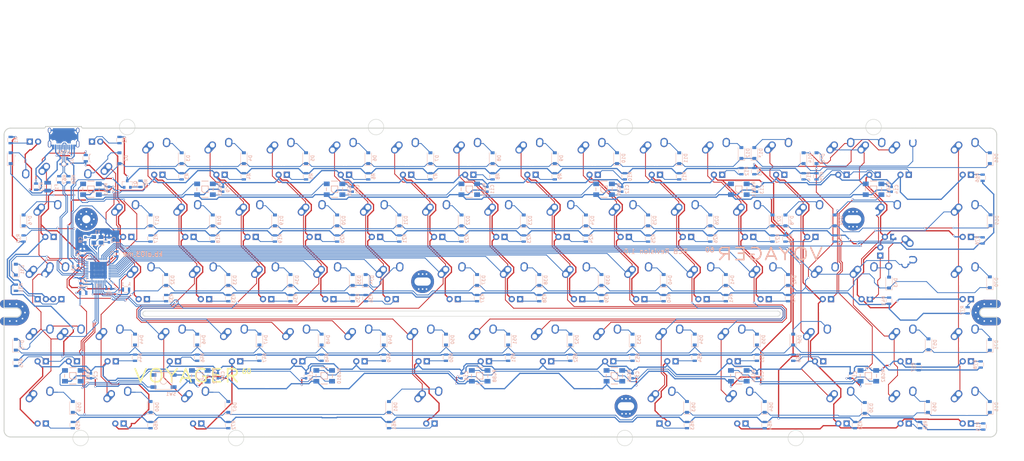
<source format=kicad_pcb>
(kicad_pcb (version 20171130) (host pcbnew "(5.1.0-0)")
  (layers (0 F.Cu signal) (31 B.Cu signal) (34 B.Paste user) (35 F.Paste user) (36 B.SilkS user) (37 F.SilkS user) (38 B.Mask user) (39 F.Mask user) (44 Edge.Cuts user))
  (net 0 "")
  (net 1 "Net-(D1-Pad2)")
  (net 2 "Net-(D2-Pad2)")
  (net 3 "Net-(D3-Pad2)")
  (net 4 "Net-(D4-Pad2)")
  (net 5 "Net-(D5-Pad2)")
  (net 6 "Net-(D6-Pad2)")
  (net 7 "Net-(D7-Pad2)")
  (net 8 "Net-(D8-Pad2)")
  (net 9 "Net-(D9-Pad2)")
  (net 10 "Net-(D10-Pad2)")
  (net 11 "Net-(D11-Pad2)")
  (net 12 "Net-(D12-Pad2)")
  (net 13 "Net-(D13-Pad2)")
  (net 14 "Net-(D14-Pad2)")
  (net 15 "Net-(D16-Pad2)")
  (net 16 "Net-(D17-Pad2)")
  (net 17 "Net-(D18-Pad2)")
  (net 18 "Net-(D19-Pad2)")
  (net 19 "Net-(D20-Pad2)")
  (net 20 "Net-(D21-Pad2)")
  (net 21 "Net-(D22-Pad2)")
  (net 22 "Net-(D23-Pad2)")
  (net 23 "Net-(D24-Pad2)")
  (net 24 "Net-(D25-Pad2)")
  (net 25 "Net-(D26-Pad2)")
  (net 26 "Net-(D27-Pad2)")
  (net 27 "Net-(D28-Pad2)")
  (net 28 "Net-(D29-Pad2)")
  (net 29 "Net-(D30-Pad2)")
  (net 30 "Net-(D31-Pad2)")
  (net 31 "Net-(D32-Pad2)")
  (net 32 "Net-(D33-Pad2)")
  (net 33 "Net-(D34-Pad2)")
  (net 34 "Net-(D35-Pad2)")
  (net 35 "Net-(D36-Pad2)")
  (net 36 "Net-(D37-Pad2)")
  (net 37 "Net-(D38-Pad2)")
  (net 38 "Net-(D39-Pad2)")
  (net 39 "Net-(D40-Pad2)")
  (net 40 "Net-(D41-Pad2)")
  (net 41 "Net-(D42-Pad2)")
  (net 42 "Net-(D43-Pad2)")
  (net 43 "Net-(D44-Pad2)")
  (net 44 "Net-(D45-Pad2)")
  (net 45 "Net-(D46-Pad2)")
  (net 46 "Net-(D47-Pad2)")
  (net 47 "Net-(D48-Pad2)")
  (net 48 "Net-(D49-Pad2)")
  (net 49 "Net-(D50-Pad2)")
  (net 50 "Net-(D51-Pad2)")
  (net 51 "Net-(D52-Pad2)")
  (net 52 "Net-(D53-Pad2)")
  (net 53 "Net-(D54-Pad2)")
  (net 54 "Net-(D55-Pad2)")
  (net 55 "Net-(D56-Pad2)")
  (net 56 "Net-(D57-Pad2)")
  (net 57 "Net-(D59-Pad2)")
  (net 58 "Net-(D60-Pad2)")
  (net 59 "Net-(D61-Pad2)")
  (net 60 "Net-(D63-Pad2)")
  (net 61 "Net-(D64-Pad2)")
  (net 62 "Net-(D65-Pad2)")
  (net 63 "Net-(K_#1-Pad4)")
  (net 64 "Net-(K_#2-Pad4)")
  (net 65 "Net-(K_#3-Pad4)")
  (net 66 "Net-(K_#4-Pad4)")
  (net 67 "Net-(K_#5-Pad4)")
  (net 68 "Net-(K_#6-Pad4)")
  (net 69 "Net-(K_#7-Pad4)")
  (net 70 "Net-(K_#8-Pad4)")
  (net 71 "Net-(K_#9-Pad4)")
  (net 72 "Net-(K_#10-Pad4)")
  (net 73 "Net-(K_'1-Pad4)")
  (net 74 "Net-(K_,1-Pad4)")
  (net 75 "Net-(K_-1-Pad4)")
  (net 76 "Net-(K_.1-Pad4)")
  (net 77 "Net-(K_/1-Pad4)")
  (net 78 "Net-(K_;1-Pad4)")
  (net 79 "Net-(K_=1-Pad4)")
  (net 80 "Net-(K_A1-Pad4)")
  (net 81 "Net-(K_ALT1-Pad4)")
  (net 82 "Net-(K_B1-Pad4)")
  (net 83 "Net-(K_BACK1-Pad4)")
  (net 84 "Net-(K_C1-Pad4)")
  (net 85 "Net-(K_CAPS1-Pad4)")
  (net 86 "Net-(K_CTRL1-Pad4)")
  (net 87 "Net-(K_D1-Pad4)")
  (net 88 "Net-(K_E1-Pad4)")
  (net 89 "Net-(K_ENTER1-Pad4)")
  (net 90 "Net-(K_ESC1-Pad4)")
  (net 91 "Net-(K_F1-Pad4)")
  (net 92 "Net-(K_G1-Pad4)")
  (net 93 "Net-(K_H1-Pad4)")
  (net 94 "Net-(K_I1-Pad4)")
  (net 95 "Net-(K_J1-Pad4)")
  (net 96 "Net-(K_K1-Pad4)")
  (net 97 "Net-(K_L1-Pad4)")
  (net 98 "Net-(K_M1-Pad4)")
  (net 99 "Net-(K_N1-Pad4)")
  (net 100 "Net-(K_O1-Pad4)")
  (net 101 "Net-(K_P1-Pad4)")
  (net 102 "Net-(K_Q1-Pad4)")
  (net 103 "Net-(K_R1-Pad4)")
  (net 104 "Net-(K_S1-Pad4)")
  (net 105 "Net-(K_SHIFT1-Pad4)")
  (net 106 "Net-(K_T1-Pad4)")
  (net 107 "Net-(K_TAB1-Pad4)")
  (net 108 "Net-(K_U1-Pad4)")
  (net 109 "Net-(K_V1-Pad4)")
  (net 110 "Net-(K_W1-Pad4)")
  (net 111 "Net-(K_X1-Pad4)")
  (net 112 "Net-(K_Y1-Pad4)")
  (net 113 "Net-(K_Z1-Pad4)")
  (net 114 "Net-(K_[1-Pad4)")
  (net 115 "Net-(K_\\1-Pad4)")
  (net 116 "Net-(K_]1-Pad4)")
  (net 117 ROW0)
  (net 118 ROW1)
  (net 119 ROW2)
  (net 120 ROW3)
  (net 121 ROW4)
  (net 122 COL1)
  (net 123 +5V)
  (net 124 COL2)
  (net 125 COL3)
  (net 126 COL4)
  (net 127 COL5)
  (net 128 COL6)
  (net 129 COL7)
  (net 130 COL8)
  (net 131 COL9)
  (net 132 COL10)
  (net 133 COL11)
  (net 134 COL12)
  (net 135 COL13)
  (net 136 COL0)
  (net 137 LEDGND)
  (net 138 GND)
  (net 139 "Net-(R68-Pad2)")
  (net 140 "Net-(R67-Pad2)")
  (net 141 VCC)
  (net 142 "Net-(C6-Pad1)")
  (net 143 "Net-(C7-Pad1)")
  (net 144 "Net-(C8-Pad1)")
  (net 145 D-)
  (net 146 D+)
  (net 147 "Net-(Q1-Pad1)")
  (net 148 "Net-(R69-Pad2)")
  (net 149 "Net-(R70-Pad2)")
  (net 150 "Net-(R71-Pad2)")
  (net 151 "Net-(D67-Pad2)")
  (net 152 "Net-(R73-Pad2)")
  (net 153 "Net-(R74-Pad2)")
  (net 154 "Net-(D68-Pad2)")
  (net 155 "Net-(K_SBACK2-Pad4)")
  (net 156 "Net-(K_RALT2-Pad4)")
  (net 157 "Net-(K_WIN1-Pad4)")
  (net 158 "Net-(K_RSHIFT1-Pad4)")
  (net 159 "Net-(K_SHIFT3-Pad4)")
  (net 160 "Net-(RGB1-Pad2)")
  (net 161 RGBLED)
  (net 162 "Net-(RGB13-Pad2)")
  (net 163 "Net-(RGB2-Pad2)")
  (net 164 "Net-(RGB3-Pad2)")
  (net 165 "Net-(RGB4-Pad2)")
  (net 166 "Net-(RGB5-Pad2)")
  (net 167 "Net-(RGB6-Pad2)")
  (net 168 "Net-(RGB7-Pad2)")
  (net 169 "Net-(RGB10-Pad4)")
  (net 170 "Net-(RGB11-Pad4)")
  (net 171 "Net-(RGB10-Pad2)")
  (net 172 "Net-(RGB11-Pad2)")
  (net 173 "Net-(RGB12-Pad2)")
  (net 174 "Net-(D15-Pad2)")
  (net 175 "Net-(D66-Pad2)")
  (net 176 "Net-(D69-Pad2)")
  (net 177 "Net-(D70-Pad2)")
  (net 178 "Net-(D71-Pad2)")
  (net 179 "Net-(K_DEL1-Pad4)")
  (net 180 "Net-(K_HOM1-Pad4)")
  (net 181 "Net-(K_PGD1-Pad4)")
  (net 182 "Net-(K_PGU1-Pad4)")
  (net 183 COL14)
  (net 184 "Net-(K_DOWN1-Pad4)")
  (net 185 "Net-(K_LEFT1-Pad4)")
  (net 186 "Net-(K_RCTRL1-Pad4)")
  (net 187 "Net-(K_RIGHT1-Pad4)")
  (net 188 "Net-(K_UP1-Pad4)")
  (net 189 "Net-(K_SPACE2-Pad4)")
  (module MX_Alps_Hybrid:MX-6.25U-ReversedStabilizers (layer F.Cu) (at 153.19375 107.95)
    (fp_text reference K_SPACE2)
    (fp_text value MX-6.25U)
    (pad 2 thru_hole oval (at 2.5 -4.5 86.0548) (size 2.831378 2.25) (drill 1.47 (offset 0.290689 0)) (layers *.Cu B.Mask) (net 59 "Net-(D61-Pad2)"))
    (pad 2 thru_hole circle (at 2.54 -5.08) (size 2.25 2.25) (drill 1.47) (layers *.Cu B.Mask) (net 59 "Net-(D61-Pad2)"))
    (pad 1 thru_hole oval (at -3.81 -2.54 48.0996) (size 4.211556 2.25) (drill 1.47 (offset 0.980778 0)) (layers *.Cu B.Mask) (net 128 COL6))
    (pad "" np_thru_hole circle (at 0 0) (size 3.9878 3.9878) (drill 3.9878) (layers *.Cu *.Mask))
    (pad 1 thru_hole circle (at -2.5 -4) (size 2.25 2.25) (drill 1.47) (layers *.Cu B.Mask) (net 128 COL6))
    (pad 3 thru_hole circle (at -1.27 5.08) (size 1.905 1.905) (drill 1.04) (layers *.Cu B.Mask) (net 123 +5V))
    (pad 4 thru_hole rect (at 1.27 5.08) (size 1.905 1.905) (drill 1.04) (layers *.Cu B.Mask) (net 189 "Net-(K_SPACE2-Pad4)"))
    (pad "" np_thru_hole circle (at -5.08 0 48.0996) (size 1.75 1.75) (drill 1.75) (layers *.Cu *.Mask))
    (pad "" np_thru_hole circle (at 5.08 0 48.0996) (size 1.75 1.75) (drill 1.75) (layers *.Cu *.Mask))
    (pad "" np_thru_hole circle (at -49.9999 6.985) (size 3.048 3.048) (drill 3.048) (layers *.Cu *.Mask))
    (pad "" np_thru_hole circle (at 49.9999 6.985) (size 3.048 3.048) (drill 3.048) (layers *.Cu *.Mask))
    (pad "" np_thru_hole circle (at -49.9999 -8.255) (size 3.9878 3.9878) (drill 3.9878) (layers *.Cu *.Mask))
    (pad "" np_thru_hole circle (at 49.9999 -8.255) (size 3.9878 3.9878) (drill 3.9878) (layers *.Cu *.Mask))
  )
  (module MX_Alps_Hybrid:MX-1U (layer F.Cu) (at 298.45 107.95)
    (fp_text reference K_DOWN1)
    (fp_text value MX-1U)
    (pad "" np_thru_hole circle (at 5.08 0 48.0996) (size 1.75 1.75) (drill 1.75) (layers *.Cu *.Mask))
    (pad "" np_thru_hole circle (at -5.08 0 48.0996) (size 1.75 1.75) (drill 1.75) (layers *.Cu *.Mask))
    (pad 4 thru_hole rect (at 1.27 5.08) (size 1.905 1.905) (drill 1.04) (layers *.Cu B.Mask) (net 184 "Net-(K_DOWN1-Pad4)"))
    (pad 3 thru_hole circle (at -1.27 5.08) (size 1.905 1.905) (drill 1.04) (layers *.Cu B.Mask) (net 123 +5V))
    (pad 1 thru_hole circle (at -2.5 -4) (size 2.25 2.25) (drill 1.47) (layers *.Cu B.Mask) (net 135 COL13))
    (pad "" np_thru_hole circle (at 0 0) (size 3.9878 3.9878) (drill 3.9878) (layers *.Cu *.Mask))
    (pad 1 thru_hole oval (at -3.81 -2.54 48.0996) (size 4.211556 2.25) (drill 1.47 (offset 0.980778 0)) (layers *.Cu B.Mask) (net 135 COL13))
    (pad 2 thru_hole circle (at 2.54 -5.08) (size 2.25 2.25) (drill 1.47) (layers *.Cu B.Mask) (net 62 "Net-(D65-Pad2)"))
    (pad 2 thru_hole oval (at 2.5 -4.5 86.0548) (size 2.831378 2.25) (drill 1.47 (offset 0.290689 0)) (layers *.Cu B.Mask) (net 62 "Net-(D65-Pad2)"))
  )
  (module Resistors_SMD:R_0805 (layer B.Cu) (at 302.75 95.75 270)
    (fp_text reference R57 (at 0 1.65 270) (layer B.SilkS) (effects (justify mirror)))
    (fp_text value 1k)
    (pad 1 smd rect (at -0.95 0 270) (size 0.7 1.3) (layers B.Cu B.Paste B.Mask) (net 188 "Net-(K_UP1-Pad4)"))
    (pad 2 smd rect (at 0.95 0 270) (size 0.7 1.3) (layers B.Cu B.Paste B.Mask) (net 137 LEDGND))
  )
  (module MX_Alps_Hybrid:MX-1U (layer F.Cu) (at 298.45 88.9)
    (fp_text reference K_UP1)
    (fp_text value MX-1U)
    (pad "" np_thru_hole circle (at 5.08 0 48.0996) (size 1.75 1.75) (drill 1.75) (layers *.Cu *.Mask))
    (pad "" np_thru_hole circle (at -5.08 0 48.0996) (size 1.75 1.75) (drill 1.75) (layers *.Cu *.Mask))
    (pad 4 thru_hole rect (at 1.27 5.08) (size 1.905 1.905) (drill 1.04) (layers *.Cu B.Mask) (net 188 "Net-(K_UP1-Pad4)"))
    (pad 3 thru_hole circle (at -1.27 5.08) (size 1.905 1.905) (drill 1.04) (layers *.Cu B.Mask) (net 123 +5V))
    (pad 1 thru_hole circle (at -2.5 -4) (size 2.25 2.25) (drill 1.47) (layers *.Cu B.Mask) (net 135 COL13))
    (pad "" np_thru_hole circle (at 0 0) (size 3.9878 3.9878) (drill 3.9878) (layers *.Cu *.Mask))
    (pad 1 thru_hole oval (at -3.81 -2.54 48.0996) (size 4.211556 2.25) (drill 1.47 (offset 0.980778 0)) (layers *.Cu B.Mask) (net 135 COL13))
    (pad 2 thru_hole circle (at 2.54 -5.08) (size 2.25 2.25) (drill 1.47) (layers *.Cu B.Mask) (net 56 "Net-(D57-Pad2)"))
    (pad 2 thru_hole oval (at 2.5 -4.5 86.0548) (size 2.831378 2.25) (drill 1.47 (offset 0.290689 0)) (layers *.Cu B.Mask) (net 56 "Net-(D57-Pad2)"))
  )
  (module MX_Alps_Hybrid:MX-1U (layer F.Cu) (at 279.4 107.95)
    (fp_text reference K_LEFT1)
    (fp_text value MX-1U)
    (pad 2 thru_hole oval (at 2.5 -4.5 86.0548) (size 2.831378 2.25) (drill 1.47 (offset 0.290689 0)) (layers *.Cu B.Mask) (net 29 "Net-(D30-Pad2)"))
    (pad 2 thru_hole circle (at 2.54 -5.08) (size 2.25 2.25) (drill 1.47) (layers *.Cu B.Mask) (net 29 "Net-(D30-Pad2)"))
    (pad 1 thru_hole oval (at -3.81 -2.54 48.0996) (size 4.211556 2.25) (drill 1.47 (offset 0.980778 0)) (layers *.Cu B.Mask) (net 134 COL12))
    (pad "" np_thru_hole circle (at 0 0) (size 3.9878 3.9878) (drill 3.9878) (layers *.Cu *.Mask))
    (pad 1 thru_hole circle (at -2.5 -4) (size 2.25 2.25) (drill 1.47) (layers *.Cu B.Mask) (net 134 COL12))
    (pad 3 thru_hole circle (at -1.27 5.08) (size 1.905 1.905) (drill 1.04) (layers *.Cu B.Mask) (net 123 +5V))
    (pad 4 thru_hole rect (at 1.27 5.08) (size 1.905 1.905) (drill 1.04) (layers *.Cu B.Mask) (net 185 "Net-(K_LEFT1-Pad4)"))
    (pad "" np_thru_hole circle (at -5.08 0 48.0996) (size 1.75 1.75) (drill 1.75) (layers *.Cu *.Mask))
    (pad "" np_thru_hole circle (at 5.08 0 48.0996) (size 1.75 1.75) (drill 1.75) (layers *.Cu *.Mask))
  )
  (module Diodes_SMD:D_SOD-123 (layer B.Cu) (at 305.75 88.75 90)
    (fp_text reference D57 (at 0 2 90) (layer B.SilkS) (effects (justify mirror)))
    (fp_text value SOD-123)
    (pad 1 smd rect (at -1.65 0 90) (size 0.9 1.2) (layers B.Cu B.Paste B.Mask) (net 120 ROW3))
    (pad 2 smd rect (at 1.65 0 90) (size 0.9 1.2) (layers B.Cu B.Paste B.Mask) (net 56 "Net-(D57-Pad2)"))
  )
  (module MX_Alps_Hybrid:MX-1.75U (layer F.Cu) (at 272.25625 88.9)
    (fp_text reference K_RSHIFT1)
    (fp_text value MX-1.75U)
    (pad "" np_thru_hole circle (at 5.08 0 48.0996) (size 1.75 1.75) (drill 1.75) (layers *.Cu *.Mask))
    (pad "" np_thru_hole circle (at -5.08 0 48.0996) (size 1.75 1.75) (drill 1.75) (layers *.Cu *.Mask))
    (pad 4 thru_hole rect (at 1.27 5.08) (size 1.905 1.905) (drill 1.04) (layers *.Cu B.Mask) (net 158 "Net-(K_RSHIFT1-Pad4)"))
    (pad 3 thru_hole circle (at -1.27 5.08) (size 1.905 1.905) (drill 1.04) (layers *.Cu B.Mask) (net 123 +5V))
    (pad 1 thru_hole circle (at -2.5 -4) (size 2.25 2.25) (drill 1.47) (layers *.Cu B.Mask) (net 134 COL12))
    (pad "" np_thru_hole circle (at 0 0) (size 3.9878 3.9878) (drill 3.9878) (layers *.Cu *.Mask))
    (pad 1 thru_hole oval (at -3.81 -2.54 48.0996) (size 4.211556 2.25) (drill 1.47 (offset 0.980778 0)) (layers *.Cu B.Mask) (net 134 COL12))
    (pad 2 thru_hole circle (at 2.54 -5.08) (size 2.25 2.25) (drill 1.47) (layers *.Cu B.Mask) (net 55 "Net-(D56-Pad2)"))
    (pad 2 thru_hole oval (at 2.5 -4.5 86.0548) (size 2.831378 2.25) (drill 1.47 (offset 0.290689 0)) (layers *.Cu B.Mask) (net 55 "Net-(D56-Pad2)"))
  )
  (module locallib:65_Outline-Modded (layer F.Cu) (at 165.1 69.85)
    (fp_text reference REF** hide)
    (fp_text value 60_Outline hide)
    (fp_line (start -140.5 47.3) (end 159.55 47.3) (layer Edge.Cuts) (width 0.3))
    (fp_line (start 159.55 -47.3) (end -118.3 -47.3) (layer Edge.Cuts) (width 0.3))
    (fp_arc (start -140.5 -45.3) (end -142.5 -45.3) (angle 90) (layer Edge.Cuts) (width 0.3))
    (fp_arc (start -140.5 45.3) (end -140.5 47.3) (angle 90) (layer Edge.Cuts) (width 0.3))
    (fp_arc (start 159.55 45.3) (end 161.55 45.3) (angle 90) (layer Edge.Cuts) (width 0.3))
    (fp_arc (start 159.55 -45.3) (end 159.55 -47.3) (angle 90) (layer Edge.Cuts) (width 0.3))
    (fp_line (start -142.5 45.3) (end -142.5 10.6) (layer Edge.Cuts) (width 0.3))
    (fp_line (start -142.5 10.6) (end -138.7 10.6) (layer Edge.Cuts) (width 0.3))
    (fp_arc (start -138.7 9.2) (end -138.7 7.8) (angle 90) (layer Edge.Cuts) (width 0.3))
    (fp_line (start -138.7 7.8) (end -142.5 7.8) (layer Edge.Cuts) (width 0.3))
    (fp_line (start -142.5 7.8) (end -142.5 -45.3) (layer Edge.Cuts) (width 0.3))
    (fp_arc (start 157.75 9.2) (end 157.75 7.8) (angle -90) (layer Edge.Cuts) (width 0.3))
    (fp_arc (start 157.75 9.2) (end 156.35 9.2) (angle -90) (layer Edge.Cuts) (width 0.3))
    (fp_line (start 161.55 10.6) (end 161.55 45.3) (layer Edge.Cuts) (width 0.3))
    (fp_line (start 161.55 7.8) (end 161.55 -45.3) (layer Edge.Cuts) (width 0.3))
    (fp_line (start 157.75 10.6) (end 161.55 10.6) (layer Edge.Cuts) (width 0.3))
    (fp_line (start 157.75 7.8) (end 161.55 7.8) (layer Edge.Cuts) (width 0.3))
    (fp_line (start -142.5 6.54905) (end -138.7 6.54905) (layer F.Cu) (width 2.5019))
    (fp_line (start -142.5 6.54905) (end -138.7 6.54905) (layer B.Cu) (width 2.5019))
    (fp_arc (start -138.7 9.2) (end -137.3 9.2) (angle 90) (layer Edge.Cuts) (width 0.3))
    (fp_arc (start -138.7 9.2) (end -136.04905 9.2) (angle 90) (layer F.Cu) (width 2.5019))
    (fp_arc (start -138.7 9.2) (end -138.7 6.54905) (angle 90) (layer F.Cu) (width 2.5019))
    (fp_line (start -142.5 11.85095) (end -138.7 11.85095) (layer B.Cu) (width 2.5019))
    (fp_line (start -142.5 11.85095) (end -138.7 11.85095) (layer F.Cu) (width 2.5019))
    (fp_arc (start -138.7 9.2) (end -136.04905 9.2) (angle 90) (layer B.Cu) (width 2.5019))
    (fp_arc (start -138.7 9.2) (end -138.7 6.54905) (angle 90) (layer B.Cu) (width 2.5019))
    (fp_arc (start 157.75 9.2) (end 157.75 6.54905) (angle -90) (layer B.Cu) (width 2.5019))
    (fp_arc (start 157.75 9.2) (end 155.09905 9.2) (angle -90) (layer B.Cu) (width 2.5019))
    (fp_line (start 157.75 11.85095) (end 161.6 11.85095) (layer F.Cu) (width 2.5019))
    (fp_line (start 157.75 6.54905) (end 161.55 6.54905) (layer B.Cu) (width 2.5019))
    (fp_arc (start 157.75 9.2) (end 157.75 6.54905) (angle -90) (layer F.Cu) (width 2.5019))
    (fp_arc (start 157.75 9.2) (end 155.09905 9.2) (angle -90) (layer F.Cu) (width 2.5019))
    (fp_line (start 157.75 6.54905) (end 161.55 6.54905) (layer F.Cu) (width 2.5019))
    (fp_line (start 157.75 11.85095) (end 161.6 11.85095) (layer B.Cu) (width 2.5019))
    (fp_line (start -129.8 -47.8) (end -118.8 -47.8) (layer Edge.Cuts) (width 0.3))
    (fp_arc (start -130.3 -47.8) (end -129.8 -47.8) (angle 90) (layer Edge.Cuts) (width 0.3))
    (fp_arc (start -118.3 -47.8) (end -118.3 -47.3) (angle 90) (layer Edge.Cuts) (width 0.3))
    (fp_line (start -140.5 -47.3) (end -130.3 -47.3) (layer Edge.Cuts) (width 0.3))
    (pad 1 thru_hole circle (at 155.911522 11.038478) (size 1 1) (drill 0.5) (layers *.Cu *.Mask))
    (pad 1 thru_hole circle (at 157.75 11.8) (size 1 1) (drill 0.5) (layers *.Cu *.Mask))
    (pad 1 thru_hole circle (at 159.792035 11.8) (size 1 1) (drill 0.5) (layers *.Cu *.Mask))
    (pad 1 thru_hole circle (at 159.792035 6.6) (size 1 1) (drill 0.5) (layers *.Cu *.Mask))
    (pad 1 thru_hole circle (at 157.75 6.6) (size 1 1) (drill 0.5) (layers *.Cu *.Mask))
    (pad 1 thru_hole circle (at 155.911522 7.361522) (size 1 1) (drill 0.5) (layers *.Cu *.Mask))
    (pad 1 thru_hole circle (at 155.15 9.2) (size 1 1) (drill 0.5) (layers *.Cu *.Mask))
    (pad 1 thru_hole circle (at -140.742035 11.8) (size 1 1) (drill 0.5) (layers *.Cu *.Mask))
    (pad 1 thru_hole circle (at -140.742035 6.6) (size 1 1) (drill 0.5) (layers *.Cu *.Mask))
    (pad 1 thru_hole circle (at -136.861522 11.038478) (size 1 1) (drill 0.5) (layers *.Cu *.Mask))
    (pad 1 thru_hole circle (at -136.861522 7.361522) (size 1 1) (drill 0.5) (layers *.Cu *.Mask))
    (pad 1 thru_hole circle (at -138.7 11.8) (size 1 1) (drill 0.5) (layers *.Cu *.Mask))
    (pad 1 thru_hole circle (at -138.7 6.6) (size 1 1) (drill 0.5) (layers *.Cu *.Mask))
    (pad 1 thru_hole circle (at -136.1 9.2) (size 1 1) (drill 0.5) (layers *.Cu *.Mask))
    (pad 1 thru_hole circle (at -13.1 2) (size 1 1) (drill 0.5) (layers *.Cu *.Mask))
    (pad 1 thru_hole circle (at -15.5 2) (size 1 1) (drill 0.5) (layers *.Cu *.Mask))
    (pad 1 thru_hole circle (at -14.3 2) (size 1 1) (drill 0.5) (layers *.Cu *.Mask))
    (pad 1 thru_hole circle (at -15.5 -2.6) (size 1 1) (drill 0.5) (layers *.Cu *.Mask))
    (pad 1 thru_hole circle (at -13.1 -2.6) (size 1 1) (drill 0.5) (layers *.Cu *.Mask))
    (pad 1 thru_hole circle (at -14.3 -2.6) (size 1 1) (drill 0.5) (layers *.Cu *.Mask))
    (pad 1 thru_hole circle (at 49.2 40.2) (size 1 1) (drill 0.5) (layers *.Cu *.Mask))
    (pad 1 thru_hole circle (at 46.8 40.2) (size 1 1) (drill 0.5) (layers *.Cu *.Mask))
    (pad 1 thru_hole circle (at 46.8 35.6) (size 1 1) (drill 0.5) (layers *.Cu *.Mask))
    (pad 1 thru_hole circle (at 49.2 35.6) (size 1 1) (drill 0.5) (layers *.Cu *.Mask))
    (pad 1 thru_hole circle (at 48 40.2) (size 1 1) (drill 0.5) (layers *.Cu *.Mask))
    (pad 1 thru_hole circle (at 48 35.6) (size 1 1) (drill 0.5) (layers *.Cu *.Mask))
    (pad 1 thru_hole circle (at 118.75 -21.717) (size 1 1) (drill 0.5) (layers *.Cu *.Mask))
    (pad 1 thru_hole circle (at 116.35 -21.7) (size 1 1) (drill 0.5) (layers *.Cu *.Mask))
    (pad 1 thru_hole circle (at 116.35 -17.1) (size 1 1) (drill 0.5) (layers *.Cu *.Mask))
    (pad 1 thru_hole circle (at 118.75 -17.1) (size 1 1) (drill 0.5) (layers *.Cu *.Mask))
    (pad 1 thru_hole circle (at 117.55 -17.1) (size 1 1) (drill 0.5) (layers *.Cu *.Mask))
    (pad 1 thru_hole circle (at 117.55 -21.7) (size 1 1) (drill 0.5) (layers *.Cu *.Mask))
    (pad 1 thru_hole circle (at -115.673654 -17.773654) (size 1 1) (drill 0.5) (layers *.Cu *.Mask))
    (pad 1 thru_hole circle (at -118.926346 -17.773654) (size 1 1) (drill 0.5) (layers *.Cu *.Mask))
    (pad 1 thru_hole circle (at -115.673654 -21.026346) (size 1 1) (drill 0.5) (layers *.Cu *.Mask))
    (pad 1 thru_hole circle (at -118.926346 -21.026346) (size 1 1) (drill 0.5) (layers *.Cu *.Mask))
    (pad 1 thru_hole circle (at -117.3 -17.1) (size 1 1) (drill 0.5) (layers *.Cu *.Mask))
    (pad 1 thru_hole circle (at -115 -19.4) (size 1 1) (drill 0.5) (layers *.Cu *.Mask))
    (pad 1 thru_hole circle (at -119.6 -19.4) (size 1 1) (drill 0.5) (layers *.Cu *.Mask))
    (pad 1 thru_hole circle (at -117.3 -21.7) (size 1 1) (drill 0.5) (layers *.Cu *.Mask))
    (pad 1 thru_hole circle (at 117.55 -19.4) (size 7.00024 7.00024) (drill oval 5.00126 2.49936) (layers *.Cu *.Mask))
    (pad 1 thru_hole circle (at 48 37.9) (size 7.00024 7.00024) (drill oval 5.00126 2.49936) (layers *.Cu *.Mask))
    (pad 1 thru_hole circle (at -14.3 -0.3) (size 7.00024 7.00024) (drill oval 5.00126 2.49936) (layers *.Cu *.Mask))
    (pad 1 thru_hole circle (at -117.3 -19.4) (size 7.0013 7.0013) (drill 2.4994) (layers *.Cu *.Mask))
  )
  (module Diodes_SMD:D_SOD-123 (layer B.Cu) (at 24.60625 31.75 90)
    (fp_text reference D1 (at 0 2 90) (layer B.SilkS) (effects (justify mirror)))
    (fp_text value SOD-123)
    (pad 1 smd rect (at -1.65 0 90) (size 0.9 1.2) (layers B.Cu B.Paste B.Mask) (net 117 ROW0))
    (pad 2 smd rect (at 1.65 0 90) (size 0.9 1.2) (layers B.Cu B.Paste B.Mask) (net 1 "Net-(D1-Pad2)"))
  )
  (module Diodes_SMD:D_SOD-123 (layer B.Cu) (at 57.94375 31.75 90)
    (fp_text reference D2 (at 0 2 90) (layer B.SilkS) (effects (justify mirror)))
    (fp_text value SOD-123)
    (pad 1 smd rect (at -1.65 0 90) (size 0.9 1.2) (layers B.Cu B.Paste B.Mask) (net 117 ROW0))
    (pad 2 smd rect (at 1.65 0 90) (size 0.9 1.2) (layers B.Cu B.Paste B.Mask) (net 2 "Net-(D2-Pad2)"))
  )
  (module Diodes_SMD:D_SOD-123 (layer B.Cu) (at 76.99375 31.75 90)
    (fp_text reference D3 (at 0 2 90) (layer B.SilkS) (effects (justify mirror)))
    (fp_text value SOD-123)
    (pad 2 smd rect (at 1.65 0 90) (size 0.9 1.2) (layers B.Cu B.Paste B.Mask) (net 3 "Net-(D3-Pad2)"))
    (pad 1 smd rect (at -1.65 0 90) (size 0.9 1.2) (layers B.Cu B.Paste B.Mask) (net 117 ROW0))
  )
  (module Diodes_SMD:D_SOD-123 (layer B.Cu) (at 96.04375 31.75 90)
    (fp_text reference D4 (at 0 2 90) (layer B.SilkS) (effects (justify mirror)))
    (fp_text value SOD-123)
    (pad 1 smd rect (at -1.65 0 90) (size 0.9 1.2) (layers B.Cu B.Paste B.Mask) (net 117 ROW0))
    (pad 2 smd rect (at 1.65 0 90) (size 0.9 1.2) (layers B.Cu B.Paste B.Mask) (net 4 "Net-(D4-Pad2)"))
  )
  (module Diodes_SMD:D_SOD-123 (layer B.Cu) (at 115.09375 31.75 90)
    (fp_text reference D5 (at 0 2 90) (layer B.SilkS) (effects (justify mirror)))
    (fp_text value SOD-123)
    (pad 2 smd rect (at 1.65 0 90) (size 0.9 1.2) (layers B.Cu B.Paste B.Mask) (net 5 "Net-(D5-Pad2)"))
    (pad 1 smd rect (at -1.65 0 90) (size 0.9 1.2) (layers B.Cu B.Paste B.Mask) (net 117 ROW0))
  )
  (module Diodes_SMD:D_SOD-123 (layer B.Cu) (at 134.14375 31.75 90)
    (fp_text reference D6 (at 0 2 90) (layer B.SilkS) (effects (justify mirror)))
    (fp_text value SOD-123)
    (pad 1 smd rect (at -1.65 0 90) (size 0.9 1.2) (layers B.Cu B.Paste B.Mask) (net 117 ROW0))
    (pad 2 smd rect (at 1.65 0 90) (size 0.9 1.2) (layers B.Cu B.Paste B.Mask) (net 6 "Net-(D6-Pad2)"))
  )
  (module Diodes_SMD:D_SOD-123 (layer B.Cu) (at 153.19375 31.75 90)
    (fp_text reference D7 (at 0 2 90) (layer B.SilkS) (effects (justify mirror)))
    (fp_text value SOD-123)
    (pad 2 smd rect (at 1.65 0 90) (size 0.9 1.2) (layers B.Cu B.Paste B.Mask) (net 7 "Net-(D7-Pad2)"))
    (pad 1 smd rect (at -1.65 0 90) (size 0.9 1.2) (layers B.Cu B.Paste B.Mask) (net 117 ROW0))
  )
  (module Diodes_SMD:D_SOD-123 (layer B.Cu) (at 172.24375 31.75 90)
    (fp_text reference D8 (at 0 2 90) (layer B.SilkS) (effects (justify mirror)))
    (fp_text value SOD-123)
    (pad 1 smd rect (at -1.65 0 90) (size 0.9 1.2) (layers B.Cu B.Paste B.Mask) (net 117 ROW0))
    (pad 2 smd rect (at 1.65 0 90) (size 0.9 1.2) (layers B.Cu B.Paste B.Mask) (net 8 "Net-(D8-Pad2)"))
  )
  (module Diodes_SMD:D_SOD-123 (layer B.Cu) (at 191.29375 31.75 90)
    (fp_text reference D9 (at 0 2 90) (layer B.SilkS) (effects (justify mirror)))
    (fp_text value SOD-123)
    (pad 1 smd rect (at -1.65 0 90) (size 0.9 1.2) (layers B.Cu B.Paste B.Mask) (net 117 ROW0))
    (pad 2 smd rect (at 1.65 0 90) (size 0.9 1.2) (layers B.Cu B.Paste B.Mask) (net 9 "Net-(D9-Pad2)"))
  )
  (module Diodes_SMD:D_SOD-123 (layer B.Cu) (at 210.34375 31.75 90)
    (fp_text reference D10 (at 0 2 90) (layer B.SilkS) (effects (justify mirror)))
    (fp_text value SOD-123)
    (pad 1 smd rect (at -1.65 0 90) (size 0.9 1.2) (layers B.Cu B.Paste B.Mask) (net 117 ROW0))
    (pad 2 smd rect (at 1.65 0 90) (size 0.9 1.2) (layers B.Cu B.Paste B.Mask) (net 10 "Net-(D10-Pad2)"))
  )
  (module Diodes_SMD:D_SOD-123 (layer B.Cu) (at 229.39375 31.75 90)
    (fp_text reference D11 (at 0 2 90) (layer B.SilkS) (effects (justify mirror)))
    (fp_text value SOD-123)
    (pad 2 smd rect (at 1.65 0 90) (size 0.9 1.2) (layers B.Cu B.Paste B.Mask) (net 11 "Net-(D11-Pad2)"))
    (pad 1 smd rect (at -1.65 0 90) (size 0.9 1.2) (layers B.Cu B.Paste B.Mask) (net 117 ROW0))
  )
  (module Diodes_SMD:D_SOD-123 (layer B.Cu) (at 248.44375 30.1625 90)
    (fp_text reference D12 (at 0 2 90) (layer B.SilkS) (effects (justify mirror)))
    (fp_text value SOD-123)
    (pad 1 smd rect (at -1.65 0 90) (size 0.9 1.2) (layers B.Cu B.Paste B.Mask) (net 117 ROW0))
    (pad 2 smd rect (at 1.65 0 90) (size 0.9 1.2) (layers B.Cu B.Paste B.Mask) (net 12 "Net-(D12-Pad2)"))
  )
  (module Diodes_SMD:D_SOD-123 (layer B.Cu) (at 252.4125 30.1625 90)
    (fp_text reference D13 (at 0 2 90) (layer B.SilkS) (effects (justify mirror)))
    (fp_text value SOD-123)
    (pad 1 smd rect (at -1.65 0 90) (size 0.9 1.2) (layers B.Cu B.Paste B.Mask) (net 117 ROW0))
    (pad 2 smd rect (at 1.65 0 90) (size 0.9 1.2) (layers B.Cu B.Paste B.Mask) (net 13 "Net-(D13-Pad2)"))
  )
  (module Diodes_SMD:D_SOD-123 (layer B.Cu) (at 267.49375 31.75 90)
    (fp_text reference D14 (at 0 2 90) (layer B.SilkS) (effects (justify mirror)))
    (fp_text value SOD-123)
    (pad 2 smd rect (at 1.65 0 90) (size 0.9 1.2) (layers B.Cu B.Paste B.Mask) (net 14 "Net-(D14-Pad2)"))
    (pad 1 smd rect (at -1.65 0 90) (size 0.9 1.2) (layers B.Cu B.Paste B.Mask) (net 117 ROW0))
  )
  (module Diodes_SMD:D_SOD-123 (layer B.Cu) (at 28.575 50.8 90)
    (fp_text reference D16 (at 0 2 90) (layer B.SilkS) (effects (justify mirror)))
    (fp_text value SOD-123)
    (pad 1 smd rect (at -1.65 0 90) (size 0.9 1.2) (layers B.Cu B.Paste B.Mask) (net 118 ROW1))
    (pad 2 smd rect (at 1.65 0 90) (size 0.9 1.2) (layers B.Cu B.Paste B.Mask) (net 15 "Net-(D16-Pad2)"))
  )
  (module Diodes_SMD:D_SOD-123 (layer B.Cu) (at 67.46875 50.8 90)
    (fp_text reference D17 (at 0 2 90) (layer B.SilkS) (effects (justify mirror)))
    (fp_text value SOD-123)
    (pad 1 smd rect (at -1.65 0 90) (size 0.9 1.2) (layers B.Cu B.Paste B.Mask) (net 118 ROW1))
    (pad 2 smd rect (at 1.65 0 90) (size 0.9 1.2) (layers B.Cu B.Paste B.Mask) (net 16 "Net-(D17-Pad2)"))
  )
  (module Diodes_SMD:D_SOD-123 (layer B.Cu) (at 86.51875 50.8 90)
    (fp_text reference D18 (at 0 2 90) (layer B.SilkS) (effects (justify mirror)))
    (fp_text value SOD-123)
    (pad 1 smd rect (at -1.65 0 90) (size 0.9 1.2) (layers B.Cu B.Paste B.Mask) (net 118 ROW1))
    (pad 2 smd rect (at 1.65 0 90) (size 0.9 1.2) (layers B.Cu B.Paste B.Mask) (net 17 "Net-(D18-Pad2)"))
  )
  (module Diodes_SMD:D_SOD-123 (layer B.Cu) (at 105.56875 50.8 90)
    (fp_text reference D19 (at 0 2 90) (layer B.SilkS) (effects (justify mirror)))
    (fp_text value SOD-123)
    (pad 2 smd rect (at 1.65 0 90) (size 0.9 1.2) (layers B.Cu B.Paste B.Mask) (net 18 "Net-(D19-Pad2)"))
    (pad 1 smd rect (at -1.65 0 90) (size 0.9 1.2) (layers B.Cu B.Paste B.Mask) (net 118 ROW1))
  )
  (module Diodes_SMD:D_SOD-123 (layer B.Cu) (at 124.61875 50.8 90)
    (fp_text reference D20 (at 0 2 90) (layer B.SilkS) (effects (justify mirror)))
    (fp_text value SOD-123)
    (pad 2 smd rect (at 1.65 0 90) (size 0.9 1.2) (layers B.Cu B.Paste B.Mask) (net 19 "Net-(D20-Pad2)"))
    (pad 1 smd rect (at -1.65 0 90) (size 0.9 1.2) (layers B.Cu B.Paste B.Mask) (net 118 ROW1))
  )
  (module Diodes_SMD:D_SOD-123 (layer B.Cu) (at 143.66875 50.8 90)
    (fp_text reference D21 (at 0 2 90) (layer B.SilkS) (effects (justify mirror)))
    (fp_text value SOD-123)
    (pad 1 smd rect (at -1.65 0 90) (size 0.9 1.2) (layers B.Cu B.Paste B.Mask) (net 118 ROW1))
    (pad 2 smd rect (at 1.65 0 90) (size 0.9 1.2) (layers B.Cu B.Paste B.Mask) (net 20 "Net-(D21-Pad2)"))
  )
  (module Diodes_SMD:D_SOD-123 (layer B.Cu) (at 162.71875 50.8 90)
    (fp_text reference D22 (at 0 2 90) (layer B.SilkS) (effects (justify mirror)))
    (fp_text value SOD-123)
    (pad 2 smd rect (at 1.65 0 90) (size 0.9 1.2) (layers B.Cu B.Paste B.Mask) (net 21 "Net-(D22-Pad2)"))
    (pad 1 smd rect (at -1.65 0 90) (size 0.9 1.2) (layers B.Cu B.Paste B.Mask) (net 118 ROW1))
  )
  (module Diodes_SMD:D_SOD-123 (layer B.Cu) (at 181.76875 50.8 90)
    (fp_text reference D23 (at 0 2 90) (layer B.SilkS) (effects (justify mirror)))
    (fp_text value SOD-123)
    (pad 2 smd rect (at 1.65 0 90) (size 0.9 1.2) (layers B.Cu B.Paste B.Mask) (net 22 "Net-(D23-Pad2)"))
    (pad 1 smd rect (at -1.65 0 90) (size 0.9 1.2) (layers B.Cu B.Paste B.Mask) (net 118 ROW1))
  )
  (module Diodes_SMD:D_SOD-123 (layer B.Cu) (at 200.81875 50.8 90)
    (fp_text reference D24 (at 0 2 90) (layer B.SilkS) (effects (justify mirror)))
    (fp_text value SOD-123)
    (pad 1 smd rect (at -1.65 0 90) (size 0.9 1.2) (layers B.Cu B.Paste B.Mask) (net 118 ROW1))
    (pad 2 smd rect (at 1.65 0 90) (size 0.9 1.2) (layers B.Cu B.Paste B.Mask) (net 23 "Net-(D24-Pad2)"))
  )
  (module Diodes_SMD:D_SOD-123 (layer B.Cu) (at 219.86875 50.8 90)
    (fp_text reference D25 (at 0 2 90) (layer B.SilkS) (effects (justify mirror)))
    (fp_text value SOD-123)
    (pad 2 smd rect (at 1.65 0 90) (size 0.9 1.2) (layers B.Cu B.Paste B.Mask) (net 24 "Net-(D25-Pad2)"))
    (pad 1 smd rect (at -1.65 0 90) (size 0.9 1.2) (layers B.Cu B.Paste B.Mask) (net 118 ROW1))
  )
  (module Diodes_SMD:D_SOD-123 (layer B.Cu) (at 238.91875 50.8 90)
    (fp_text reference D26 (at 0 2 90) (layer B.SilkS) (effects (justify mirror)))
    (fp_text value SOD-123)
    (pad 1 smd rect (at -1.65 0 90) (size 0.9 1.2) (layers B.Cu B.Paste B.Mask) (net 118 ROW1))
    (pad 2 smd rect (at 1.65 0 90) (size 0.9 1.2) (layers B.Cu B.Paste B.Mask) (net 25 "Net-(D26-Pad2)"))
  )
  (module Diodes_SMD:D_SOD-123 (layer B.Cu) (at 257.96875 50.8 90)
    (fp_text reference D27 (at 0 2 90) (layer B.SilkS) (effects (justify mirror)))
    (fp_text value SOD-123)
    (pad 2 smd rect (at 1.65 0 90) (size 0.9 1.2) (layers B.Cu B.Paste B.Mask) (net 26 "Net-(D27-Pad2)"))
    (pad 1 smd rect (at -1.65 0 90) (size 0.9 1.2) (layers B.Cu B.Paste B.Mask) (net 118 ROW1))
  )
  (module Diodes_SMD:D_SOD-123 (layer B.Cu) (at 261.9375 50.8 90)
    (fp_text reference D28 (at 0 2 90) (layer B.SilkS) (effects (justify mirror)))
    (fp_text value SOD-123)
    (pad 2 smd rect (at 1.65 0 90) (size 0.9 1.2) (layers B.Cu B.Paste B.Mask) (net 27 "Net-(D28-Pad2)"))
    (pad 1 smd rect (at -1.65 0 90) (size 0.9 1.2) (layers B.Cu B.Paste B.Mask) (net 118 ROW1))
  )
  (module Diodes_SMD:D_SOD-123 (layer B.Cu) (at 277.01875 50.8 90)
    (fp_text reference D29 (at 0 2 90) (layer B.SilkS) (effects (justify mirror)))
    (fp_text value SOD-123)
    (pad 2 smd rect (at 1.65 0 90) (size 0.9 1.2) (layers B.Cu B.Paste B.Mask) (net 28 "Net-(D29-Pad2)"))
    (pad 1 smd rect (at -1.65 0 90) (size 0.9 1.2) (layers B.Cu B.Paste B.Mask) (net 118 ROW1))
  )
  (module Diodes_SMD:D_SOD-123 (layer B.Cu) (at 286.25 108.25 90)
    (fp_text reference D30 (at 0 2 90) (layer B.SilkS) (effects (justify mirror)))
    (fp_text value SOD-123)
    (pad 1 smd rect (at -1.65 0 90) (size 0.9 1.2) (layers B.Cu B.Paste B.Mask) (net 121 ROW4))
    (pad 2 smd rect (at 1.65 0 90) (size 0.9 1.2) (layers B.Cu B.Paste B.Mask) (net 29 "Net-(D30-Pad2)"))
  )
  (module Diodes_SMD:D_SOD-123 (layer B.Cu) (at 26.19375 65.88125 90)
    (fp_text reference D31 (at 0 2 90) (layer B.SilkS) (effects (justify mirror)))
    (fp_text value SOD-123)
    (pad 1 smd rect (at -1.65 0 90) (size 0.9 1.2) (layers B.Cu B.Paste B.Mask) (net 119 ROW2))
    (pad 2 smd rect (at 1.65 0 90) (size 0.9 1.2) (layers B.Cu B.Paste B.Mask) (net 30 "Net-(D31-Pad2)"))
  )
  (module Diodes_SMD:D_SOD-123 (layer B.Cu) (at 72.23125 69.05625 90)
    (fp_text reference D32 (at 0 2 90) (layer B.SilkS) (effects (justify mirror)))
    (fp_text value SOD-123)
    (pad 2 smd rect (at 1.65 0 90) (size 0.9 1.2) (layers B.Cu B.Paste B.Mask) (net 31 "Net-(D32-Pad2)"))
    (pad 1 smd rect (at -1.65 0 90) (size 0.9 1.2) (layers B.Cu B.Paste B.Mask) (net 119 ROW2))
  )
  (module Diodes_SMD:D_SOD-123 (layer B.Cu) (at 91.28125 69.05625 90)
    (fp_text reference D33 (at 0 2 90) (layer B.SilkS) (effects (justify mirror)))
    (fp_text value SOD-123)
    (pad 2 smd rect (at 1.65 0 90) (size 0.9 1.2) (layers B.Cu B.Paste B.Mask) (net 32 "Net-(D33-Pad2)"))
    (pad 1 smd rect (at -1.65 0 90) (size 0.9 1.2) (layers B.Cu B.Paste B.Mask) (net 119 ROW2))
  )
  (module Diodes_SMD:D_SOD-123 (layer B.Cu) (at 110.33125 69.05625 90)
    (fp_text reference D34 (at 0 2 90) (layer B.SilkS) (effects (justify mirror)))
    (fp_text value SOD-123)
    (pad 1 smd rect (at -1.65 0 90) (size 0.9 1.2) (layers B.Cu B.Paste B.Mask) (net 119 ROW2))
    (pad 2 smd rect (at 1.65 0 90) (size 0.9 1.2) (layers B.Cu B.Paste B.Mask) (net 33 "Net-(D34-Pad2)"))
  )
  (module Diodes_SMD:D_SOD-123 (layer B.Cu) (at 129.38125 69.05625 90)
    (fp_text reference D35 (at 0 2 90) (layer B.SilkS) (effects (justify mirror)))
    (fp_text value SOD-123)
    (pad 1 smd rect (at -1.65 0 90) (size 0.9 1.2) (layers B.Cu B.Paste B.Mask) (net 119 ROW2))
    (pad 2 smd rect (at 1.65 0 90) (size 0.9 1.2) (layers B.Cu B.Paste B.Mask) (net 34 "Net-(D35-Pad2)"))
  )
  (module Diodes_SMD:D_SOD-123 (layer B.Cu) (at 133.35 69.05625 90)
    (fp_text reference D36 (at 0 2 90) (layer B.SilkS) (effects (justify mirror)))
    (fp_text value SOD-123)
    (pad 1 smd rect (at -1.65 0 90) (size 0.9 1.2) (layers B.Cu B.Paste B.Mask) (net 119 ROW2))
    (pad 2 smd rect (at 1.65 0 90) (size 0.9 1.2) (layers B.Cu B.Paste B.Mask) (net 35 "Net-(D36-Pad2)"))
  )
  (module Diodes_SMD:D_SOD-123 (layer B.Cu) (at 167.48125 69.05625 90)
    (fp_text reference D37 (at 0 2 90) (layer B.SilkS) (effects (justify mirror)))
    (fp_text value SOD-123)
    (pad 2 smd rect (at 1.65 0 90) (size 0.9 1.2) (layers B.Cu B.Paste B.Mask) (net 36 "Net-(D37-Pad2)"))
    (pad 1 smd rect (at -1.65 0 90) (size 0.9 1.2) (layers B.Cu B.Paste B.Mask) (net 119 ROW2))
  )
  (module Diodes_SMD:D_SOD-123 (layer B.Cu) (at 186.53125 69.05625 90)
    (fp_text reference D38 (at 0 2 90) (layer B.SilkS) (effects (justify mirror)))
    (fp_text value SOD-123)
    (pad 2 smd rect (at 1.65 0 90) (size 0.9 1.2) (layers B.Cu B.Paste B.Mask) (net 37 "Net-(D38-Pad2)"))
    (pad 1 smd rect (at -1.65 0 90) (size 0.9 1.2) (layers B.Cu B.Paste B.Mask) (net 119 ROW2))
  )
  (module Diodes_SMD:D_SOD-123 (layer B.Cu) (at 205.58125 69.05625 90)
    (fp_text reference D39 (at 0 2 90) (layer B.SilkS) (effects (justify mirror)))
    (fp_text value SOD-123)
    (pad 2 smd rect (at 1.65 0 90) (size 0.9 1.2) (layers B.Cu B.Paste B.Mask) (net 38 "Net-(D39-Pad2)"))
    (pad 1 smd rect (at -1.65 0 90) (size 0.9 1.2) (layers B.Cu B.Paste B.Mask) (net 119 ROW2))
  )
  (module Diodes_SMD:D_SOD-123 (layer B.Cu) (at 224.63125 69.05625 90)
    (fp_text reference D40 (at 0 2 90) (layer B.SilkS) (effects (justify mirror)))
    (fp_text value SOD-123)
    (pad 1 smd rect (at -1.65 0 90) (size 0.9 1.2) (layers B.Cu B.Paste B.Mask) (net 119 ROW2))
    (pad 2 smd rect (at 1.65 0 90) (size 0.9 1.2) (layers B.Cu B.Paste B.Mask) (net 39 "Net-(D40-Pad2)"))
  )
  (module Diodes_SMD:D_SOD-123 (layer B.Cu) (at 243.68125 69.05625 90)
    (fp_text reference D41 (at 0 2 90) (layer B.SilkS) (effects (justify mirror)))
    (fp_text value SOD-123)
    (pad 2 smd rect (at 1.65 0 90) (size 0.9 1.2) (layers B.Cu B.Paste B.Mask) (net 40 "Net-(D41-Pad2)"))
    (pad 1 smd rect (at -1.65 0 90) (size 0.9 1.2) (layers B.Cu B.Paste B.Mask) (net 119 ROW2))
  )
  (module Diodes_SMD:D_SOD-123 (layer B.Cu) (at 262.73125 69.05625 90)
    (fp_text reference D42 (at 0 2 90) (layer B.SilkS) (effects (justify mirror)))
    (fp_text value SOD-123)
    (pad 2 smd rect (at 1.65 0 90) (size 0.9 1.2) (layers B.Cu B.Paste B.Mask) (net 41 "Net-(D42-Pad2)"))
    (pad 1 smd rect (at -1.65 0 90) (size 0.9 1.2) (layers B.Cu B.Paste B.Mask) (net 119 ROW2))
  )
  (module Diodes_SMD:D_SOD-123 (layer B.Cu) (at 293.6875 69.85 90)
    (fp_text reference D43 (at 0 2 90) (layer B.SilkS) (effects (justify mirror)))
    (fp_text value SOD-123)
    (pad 2 smd rect (at 1.65 0 90) (size 0.9 1.2) (layers B.Cu B.Paste B.Mask) (net 42 "Net-(D43-Pad2)"))
    (pad 1 smd rect (at -1.65 0 90) (size 0.9 1.2) (layers B.Cu B.Paste B.Mask) (net 119 ROW2))
  )
  (module Diodes_SMD:D_SOD-123 (layer B.Cu) (at 26.19375 88.9 90)
    (fp_text reference D45 (at 0 2 90) (layer B.SilkS) (effects (justify mirror)))
    (fp_text value SOD-123)
    (pad 1 smd rect (at -1.65 0 90) (size 0.9 1.2) (layers B.Cu B.Paste B.Mask) (net 120 ROW3))
    (pad 2 smd rect (at 1.65 0 90) (size 0.9 1.2) (layers B.Cu B.Paste B.Mask) (net 44 "Net-(D45-Pad2)"))
  )
  (module Diodes_SMD:D_SOD-123 (layer B.Cu) (at 81.75625 87.3125 90)
    (fp_text reference D46 (at 0 2 90) (layer B.SilkS) (effects (justify mirror)))
    (fp_text value SOD-123)
    (pad 1 smd rect (at -1.65 0 90) (size 0.9 1.2) (layers B.Cu B.Paste B.Mask) (net 120 ROW3))
    (pad 2 smd rect (at 1.65 0 90) (size 0.9 1.2) (layers B.Cu B.Paste B.Mask) (net 45 "Net-(D46-Pad2)"))
  )
  (module Diodes_SMD:D_SOD-123 (layer B.Cu) (at 100.80625 87.3125 90)
    (fp_text reference D47 (at 0 2 90) (layer B.SilkS) (effects (justify mirror)))
    (fp_text value SOD-123)
    (pad 2 smd rect (at 1.65 0 90) (size 0.9 1.2) (layers B.Cu B.Paste B.Mask) (net 46 "Net-(D47-Pad2)"))
    (pad 1 smd rect (at -1.65 0 90) (size 0.9 1.2) (layers B.Cu B.Paste B.Mask) (net 120 ROW3))
  )
  (module Diodes_SMD:D_SOD-123 (layer B.Cu) (at 119.85625 87.3125 90)
    (fp_text reference D48 (at 0 2 90) (layer B.SilkS) (effects (justify mirror)))
    (fp_text value SOD-123)
    (pad 1 smd rect (at -1.65 0 90) (size 0.9 1.2) (layers B.Cu B.Paste B.Mask) (net 120 ROW3))
    (pad 2 smd rect (at 1.65 0 90) (size 0.9 1.2) (layers B.Cu B.Paste B.Mask) (net 47 "Net-(D48-Pad2)"))
  )
  (module Diodes_SMD:D_SOD-123 (layer B.Cu) (at 138.90625 87.3125 90)
    (fp_text reference D49 (at 0 2 90) (layer B.SilkS) (effects (justify mirror)))
    (fp_text value SOD-123)
    (pad 2 smd rect (at 1.65 0 90) (size 0.9 1.2) (layers B.Cu B.Paste B.Mask) (net 48 "Net-(D49-Pad2)"))
    (pad 1 smd rect (at -1.65 0 90) (size 0.9 1.2) (layers B.Cu B.Paste B.Mask) (net 120 ROW3))
  )
  (module Diodes_SMD:D_SOD-123 (layer B.Cu) (at 157.95625 87.3125 90)
    (fp_text reference D50 (at 0 2 90) (layer B.SilkS) (effects (justify mirror)))
    (fp_text value SOD-123)
    (pad 2 smd rect (at 1.65 0 90) (size 0.9 1.2) (layers B.Cu B.Paste B.Mask) (net 49 "Net-(D50-Pad2)"))
    (pad 1 smd rect (at -1.65 0 90) (size 0.9 1.2) (layers B.Cu B.Paste B.Mask) (net 120 ROW3))
  )
  (module Diodes_SMD:D_SOD-123 (layer B.Cu) (at 177.00625 87.3125 90)
    (fp_text reference D51 (at 0 2 90) (layer B.SilkS) (effects (justify mirror)))
    (fp_text value SOD-123)
    (pad 2 smd rect (at 1.65 0 90) (size 0.9 1.2) (layers B.Cu B.Paste B.Mask) (net 50 "Net-(D51-Pad2)"))
    (pad 1 smd rect (at -1.65 0 90) (size 0.9 1.2) (layers B.Cu B.Paste B.Mask) (net 120 ROW3))
  )
  (module Diodes_SMD:D_SOD-123 (layer B.Cu) (at 196.05625 87.3125 90)
    (fp_text reference D52 (at 0 2 90) (layer B.SilkS) (effects (justify mirror)))
    (fp_text value SOD-123)
    (pad 2 smd rect (at 1.65 0 90) (size 0.9 1.2) (layers B.Cu B.Paste B.Mask) (net 51 "Net-(D52-Pad2)"))
    (pad 1 smd rect (at -1.65 0 90) (size 0.9 1.2) (layers B.Cu B.Paste B.Mask) (net 120 ROW3))
  )
  (module Diodes_SMD:D_SOD-123 (layer B.Cu) (at 215.10625 87.3125 90)
    (fp_text reference D53 (at 0 2 90) (layer B.SilkS) (effects (justify mirror)))
    (fp_text value SOD-123)
    (pad 1 smd rect (at -1.65 0 90) (size 0.9 1.2) (layers B.Cu B.Paste B.Mask) (net 120 ROW3))
    (pad 2 smd rect (at 1.65 0 90) (size 0.9 1.2) (layers B.Cu B.Paste B.Mask) (net 52 "Net-(D53-Pad2)"))
  )
  (module Diodes_SMD:D_SOD-123 (layer B.Cu) (at 234.15625 87.3125 90)
    (fp_text reference D54 (at 0 2 90) (layer B.SilkS) (effects (justify mirror)))
    (fp_text value SOD-123)
    (pad 1 smd rect (at -1.65 0 90) (size 0.9 1.2) (layers B.Cu B.Paste B.Mask) (net 120 ROW3))
    (pad 2 smd rect (at 1.65 0 90) (size 0.9 1.2) (layers B.Cu B.Paste B.Mask) (net 53 "Net-(D54-Pad2)"))
  )
  (module Diodes_SMD:D_SOD-123 (layer B.Cu) (at 253.20625 87.3125 90)
    (fp_text reference D55 (at 0 2 90) (layer B.SilkS) (effects (justify mirror)))
    (fp_text value SOD-123)
    (pad 1 smd rect (at -1.65 0 90) (size 0.9 1.2) (layers B.Cu B.Paste B.Mask) (net 120 ROW3))
    (pad 2 smd rect (at 1.65 0 90) (size 0.9 1.2) (layers B.Cu B.Paste B.Mask) (net 54 "Net-(D55-Pad2)"))
  )
  (module Diodes_SMD:D_SOD-123 (layer B.Cu) (at 264.31875 87.3125 90)
    (fp_text reference D56 (at 0 2 90) (layer B.SilkS) (effects (justify mirror)))
    (fp_text value SOD-123)
    (pad 2 smd rect (at 1.65 0 90) (size 0.9 1.2) (layers B.Cu B.Paste B.Mask) (net 55 "Net-(D56-Pad2)"))
    (pad 1 smd rect (at -1.65 0 90) (size 0.9 1.2) (layers B.Cu B.Paste B.Mask) (net 120 ROW3))
  )
  (module Diodes_SMD:D_SOD-123 (layer B.Cu) (at 43.65625 107.95 90)
    (fp_text reference D59 (at 0 2 90) (layer B.SilkS) (effects (justify mirror)))
    (fp_text value SOD-123)
    (pad 2 smd rect (at 1.65 0 90) (size 0.9 1.2) (layers B.Cu B.Paste B.Mask) (net 57 "Net-(D59-Pad2)"))
    (pad 1 smd rect (at -1.65 0 90) (size 0.9 1.2) (layers B.Cu B.Paste B.Mask) (net 121 ROW4))
  )
  (module Diodes_SMD:D_SOD-123 (layer B.Cu) (at 67.46875 107.95 90)
    (fp_text reference D60 (at 0 2 90) (layer B.SilkS) (effects (justify mirror)))
    (fp_text value SOD-123)
    (pad 1 smd rect (at -1.65 0 90) (size 0.9 1.2) (layers B.Cu B.Paste B.Mask) (net 121 ROW4))
    (pad 2 smd rect (at 1.65 0 90) (size 0.9 1.2) (layers B.Cu B.Paste B.Mask) (net 58 "Net-(D60-Pad2)"))
  )
  (module Diodes_SMD:D_SOD-123 (layer B.Cu) (at 140.49375 107.95 90)
    (fp_text reference D61 (at 0 2 90) (layer B.SilkS) (effects (justify mirror)))
    (fp_text value SOD-123)
    (pad 1 smd rect (at -1.65 0 90) (size 0.9 1.2) (layers B.Cu B.Paste B.Mask) (net 121 ROW4))
    (pad 2 smd rect (at 1.65 0 90) (size 0.9 1.2) (layers B.Cu B.Paste B.Mask) (net 59 "Net-(D61-Pad2)"))
  )
  (module Diodes_SMD:D_SOD-123 (layer B.Cu) (at 231.775 107.95 90)
    (fp_text reference D63 (at 0 2 90) (layer B.SilkS) (effects (justify mirror)))
    (fp_text value SOD-123)
    (pad 1 smd rect (at -1.65 0 90) (size 0.9 1.2) (layers B.Cu B.Paste B.Mask) (net 121 ROW4))
    (pad 2 smd rect (at 1.65 0 90) (size 0.9 1.2) (layers B.Cu B.Paste B.Mask) (net 60 "Net-(D63-Pad2)"))
  )
  (module Diodes_SMD:D_SOD-123 (layer B.Cu) (at 255.5875 107.95 90)
    (fp_text reference D64 (at 0 2 90) (layer B.SilkS) (effects (justify mirror)))
    (fp_text value SOD-123)
    (pad 1 smd rect (at -1.65 0 90) (size 0.9 1.2) (layers B.Cu B.Paste B.Mask) (net 121 ROW4))
    (pad 2 smd rect (at 1.65 0 90) (size 0.9 1.2) (layers B.Cu B.Paste B.Mask) (net 61 "Net-(D64-Pad2)"))
  )
  (module Diodes_SMD:D_SOD-123 (layer B.Cu) (at 305.59375 107.95 90)
    (fp_text reference D65 (at 0 2 90) (layer B.SilkS) (effects (justify mirror)))
    (fp_text value SOD-123)
    (pad 2 smd rect (at 1.65 0 90) (size 0.9 1.2) (layers B.Cu B.Paste B.Mask) (net 62 "Net-(D65-Pad2)"))
    (pad 1 smd rect (at -1.65 0 90) (size 0.9 1.2) (layers B.Cu B.Paste B.Mask) (net 121 ROW4))
  )
  (module Diodes_SMD:D_SOD-123 (layer B.Cu) (at 91.28125 107.95 90)
    (fp_text reference D67 (at 0 2 90) (layer B.SilkS) (effects (justify mirror)))
    (fp_text value SOD-123)
    (pad 1 smd rect (at -1.65 0 90) (size 0.9 1.2) (layers B.Cu B.Paste B.Mask) (net 121 ROW4))
    (pad 2 smd rect (at 1.65 0 90) (size 0.9 1.2) (layers B.Cu B.Paste B.Mask) (net 151 "Net-(D67-Pad2)"))
  )
  (module Diodes_SMD:D_SOD-123 (layer B.Cu) (at 271.4625 31.75 90)
    (fp_text reference D68 (at 0 2 90) (layer B.SilkS) (effects (justify mirror)))
    (fp_text value SOD-123)
    (pad 1 smd rect (at -1.65 0 90) (size 0.9 1.2) (layers B.Cu B.Paste B.Mask) (net 119 ROW2))
    (pad 2 smd rect (at 1.65 0 90) (size 0.9 1.2) (layers B.Cu B.Paste B.Mask) (net 154 "Net-(D68-Pad2)"))
  )
  (module Fuse_Holders_and_Fuses:Fuse_SMD1206_Reflow (layer B.Cu) (at 35.941 40.48125 90)
    (fp_text reference F1 (at -0.1 2.75 90) (layer B.SilkS) (effects (justify mirror)))
    (fp_text value 500mA)
    (pad 2 smd rect (at 1.2 0) (size 2.03 1.14) (layers B.Cu B.Paste B.Mask) (net 141 VCC))
    (pad 1 smd rect (at -1.2 0) (size 2.03 1.14) (layers B.Cu B.Paste B.Mask) (net 123 +5V))
  )
  (module TO_SOT_Packages_SMD:SOT-23 (layer B.Cu) (at 60.325 39.6875 90)
    (fp_text reference Q1 (at 0 2.5 90) (layer B.SilkS) (effects (justify mirror)))
    (fp_text value 2N7002)
    (pad 3 smd rect (at 1 0 90) (size 0.9 0.8) (layers B.Cu B.Paste B.Mask) (net 137 LEDGND))
    (pad 2 smd rect (at -1 -0.95 90) (size 0.9 0.8) (layers B.Cu B.Paste B.Mask) (net 138 GND))
    (pad 1 smd rect (at -1 0.95 90) (size 0.9 0.8) (layers B.Cu B.Paste B.Mask) (net 147 "Net-(Q1-Pad1)"))
  )
  (module Resistors_SMD:R_0805 (layer B.Cu) (at 24.60625 26.19375 90)
    (fp_text reference R1 (at 0 1.65 90) (layer B.SilkS) (effects (justify mirror)))
    (fp_text value 1k)
    (pad 1 smd rect (at -0.95 0 90) (size 0.7 1.3) (layers B.Cu B.Paste B.Mask) (net 90 "Net-(K_ESC1-Pad4)"))
    (pad 2 smd rect (at 0.95 0 90) (size 0.7 1.3) (layers B.Cu B.Paste B.Mask) (net 137 LEDGND))
  )
  (module Resistors_SMD:R_0805 (layer B.Cu) (at 57.94375 26.19375 90)
    (fp_text reference R2 (at 0 1.65 90) (layer B.SilkS) (effects (justify mirror)))
    (fp_text value 1k)
    (pad 1 smd rect (at -0.95 0 90) (size 0.7 1.3) (layers B.Cu B.Paste B.Mask) (net 63 "Net-(K_#1-Pad4)"))
    (pad 2 smd rect (at 0.95 0 90) (size 0.7 1.3) (layers B.Cu B.Paste B.Mask) (net 137 LEDGND))
  )
  (module Resistors_SMD:R_0805 (layer B.Cu) (at 76.99375 37.30625 90)
    (fp_text reference R3 (at 0 1.65 90) (layer B.SilkS) (effects (justify mirror)))
    (fp_text value 1k)
    (pad 2 smd rect (at 0.95 0 90) (size 0.7 1.3) (layers B.Cu B.Paste B.Mask) (net 137 LEDGND))
    (pad 1 smd rect (at -0.95 0 90) (size 0.7 1.3) (layers B.Cu B.Paste B.Mask) (net 64 "Net-(K_#2-Pad4)"))
  )
  (module Resistors_SMD:R_0805 (layer B.Cu) (at 96.04375 37.30625 90)
    (fp_text reference R4 (at 0 1.65 90) (layer B.SilkS) (effects (justify mirror)))
    (fp_text value 1k)
    (pad 2 smd rect (at 0.95 0 90) (size 0.7 1.3) (layers B.Cu B.Paste B.Mask) (net 137 LEDGND))
    (pad 1 smd rect (at -0.95 0 90) (size 0.7 1.3) (layers B.Cu B.Paste B.Mask) (net 65 "Net-(K_#3-Pad4)"))
  )
  (module Resistors_SMD:R_0805 (layer B.Cu) (at 115.09375 37.30625 90)
    (fp_text reference R5 (at 0 1.65 90) (layer B.SilkS) (effects (justify mirror)))
    (fp_text value 1k)
    (pad 2 smd rect (at 0.95 0 90) (size 0.7 1.3) (layers B.Cu B.Paste B.Mask) (net 137 LEDGND))
    (pad 1 smd rect (at -0.95 0 90) (size 0.7 1.3) (layers B.Cu B.Paste B.Mask) (net 66 "Net-(K_#4-Pad4)"))
  )
  (module Resistors_SMD:R_0805 (layer B.Cu) (at 134.14375 37.30625 90)
    (fp_text reference R6 (at 0 1.65 90) (layer B.SilkS) (effects (justify mirror)))
    (fp_text value 1k)
    (pad 1 smd rect (at -0.95 0 90) (size 0.7 1.3) (layers B.Cu B.Paste B.Mask) (net 67 "Net-(K_#5-Pad4)"))
    (pad 2 smd rect (at 0.95 0 90) (size 0.7 1.3) (layers B.Cu B.Paste B.Mask) (net 137 LEDGND))
  )
  (module Resistors_SMD:R_0805 (layer B.Cu) (at 153.19375 37.30625 90)
    (fp_text reference R7 (at 0 1.65 90) (layer B.SilkS) (effects (justify mirror)))
    (fp_text value 1k)
    (pad 1 smd rect (at -0.95 0 90) (size 0.7 1.3) (layers B.Cu B.Paste B.Mask) (net 68 "Net-(K_#6-Pad4)"))
    (pad 2 smd rect (at 0.95 0 90) (size 0.7 1.3) (layers B.Cu B.Paste B.Mask) (net 137 LEDGND))
  )
  (module Resistors_SMD:R_0805 (layer B.Cu) (at 172.24375 37.30625 90)
    (fp_text reference R8 (at 0 1.65 90) (layer B.SilkS) (effects (justify mirror)))
    (fp_text value 1k)
    (pad 2 smd rect (at 0.95 0 90) (size 0.7 1.3) (layers B.Cu B.Paste B.Mask) (net 137 LEDGND))
    (pad 1 smd rect (at -0.95 0 90) (size 0.7 1.3) (layers B.Cu B.Paste B.Mask) (net 69 "Net-(K_#7-Pad4)"))
  )
  (module Resistors_SMD:R_0805 (layer B.Cu) (at 191.29375 37.30625 90)
    (fp_text reference R9 (at 0 1.65 90) (layer B.SilkS) (effects (justify mirror)))
    (fp_text value 1k)
    (pad 2 smd rect (at 0.95 0 90) (size 0.7 1.3) (layers B.Cu B.Paste B.Mask) (net 137 LEDGND))
    (pad 1 smd rect (at -0.95 0 90) (size 0.7 1.3) (layers B.Cu B.Paste B.Mask) (net 70 "Net-(K_#8-Pad4)"))
  )
  (module Resistors_SMD:R_0805 (layer B.Cu) (at 212.725 37.30625 90)
    (fp_text reference R10 (at 0 1.65 90) (layer B.SilkS) (effects (justify mirror)))
    (fp_text value 1k)
    (pad 2 smd rect (at 0.95 0 90) (size 0.7 1.3) (layers B.Cu B.Paste B.Mask) (net 137 LEDGND))
    (pad 1 smd rect (at -0.95 0 90) (size 0.7 1.3) (layers B.Cu B.Paste B.Mask) (net 71 "Net-(K_#9-Pad4)"))
  )
  (module Resistors_SMD:R_0805 (layer B.Cu) (at 229.39375 37.30625 90)
    (fp_text reference R11 (at 0 1.65 90) (layer B.SilkS) (effects (justify mirror)))
    (fp_text value 1k)
    (pad 2 smd rect (at 0.95 0 90) (size 0.7 1.3) (layers B.Cu B.Paste B.Mask) (net 137 LEDGND))
    (pad 1 smd rect (at -0.95 0 90) (size 0.7 1.3) (layers B.Cu B.Paste B.Mask) (net 72 "Net-(K_#10-Pad4)"))
  )
  (module Resistors_SMD:R_0805 (layer B.Cu) (at 248.44375 35.71875 90)
    (fp_text reference R12 (at 0 1.65 90) (layer B.SilkS) (effects (justify mirror)))
    (fp_text value 1k)
    (pad 1 smd rect (at -0.95 0 90) (size 0.7 1.3) (layers B.Cu B.Paste B.Mask) (net 75 "Net-(K_-1-Pad4)"))
    (pad 2 smd rect (at 0.95 0 90) (size 0.7 1.3) (layers B.Cu B.Paste B.Mask) (net 137 LEDGND))
  )
  (module Resistors_SMD:R_0805 (layer B.Cu) (at 252.4125 35.71875 90)
    (fp_text reference R13 (at 0 1.65 90) (layer B.SilkS) (effects (justify mirror)))
    (fp_text value 1k)
    (pad 1 smd rect (at -0.95 0 90) (size 0.7 1.3) (layers B.Cu B.Paste B.Mask) (net 79 "Net-(K_=1-Pad4)"))
    (pad 2 smd rect (at 0.95 0 90) (size 0.7 1.3) (layers B.Cu B.Paste B.Mask) (net 137 LEDGND))
  )
  (module Resistors_SMD:R_0805 (layer B.Cu) (at 267.49375 37.30625 90)
    (fp_text reference R14 (at 0 1.65 90) (layer B.SilkS) (effects (justify mirror)))
    (fp_text value 1k)
    (pad 2 smd rect (at 0.95 0 90) (size 0.7 1.3) (layers B.Cu B.Paste B.Mask) (net 137 LEDGND))
    (pad 1 smd rect (at -0.95 0 90) (size 0.7 1.3) (layers B.Cu B.Paste B.Mask) (net 83 "Net-(K_BACK1-Pad4)"))
  )
  (module Resistors_SMD:R_0805 (layer B.Cu) (at 28.575 56.35625 270)
    (fp_text reference R16 (at 0 1.65 270) (layer B.SilkS) (effects (justify mirror)))
    (fp_text value 1k)
    (pad 2 smd rect (at 0.95 0 270) (size 0.7 1.3) (layers B.Cu B.Paste B.Mask) (net 137 LEDGND))
    (pad 1 smd rect (at -0.95 0 270) (size 0.7 1.3) (layers B.Cu B.Paste B.Mask) (net 107 "Net-(K_TAB1-Pad4)"))
  )
  (module Resistors_SMD:R_0805 (layer B.Cu) (at 67.46875 56.35625 90)
    (fp_text reference R17 (at 0 1.65 90) (layer B.SilkS) (effects (justify mirror)))
    (fp_text value 1k)
    (pad 1 smd rect (at -0.95 0 90) (size 0.7 1.3) (layers B.Cu B.Paste B.Mask) (net 102 "Net-(K_Q1-Pad4)"))
    (pad 2 smd rect (at 0.95 0 90) (size 0.7 1.3) (layers B.Cu B.Paste B.Mask) (net 137 LEDGND))
  )
  (module Resistors_SMD:R_0805 (layer B.Cu) (at 86.51875 56.35625 90)
    (fp_text reference R18 (at 0 1.65 90) (layer B.SilkS) (effects (justify mirror)))
    (fp_text value 1k)
    (pad 1 smd rect (at -0.95 0 90) (size 0.7 1.3) (layers B.Cu B.Paste B.Mask) (net 110 "Net-(K_W1-Pad4)"))
    (pad 2 smd rect (at 0.95 0 90) (size 0.7 1.3) (layers B.Cu B.Paste B.Mask) (net 137 LEDGND))
  )
  (module Resistors_SMD:R_0805 (layer B.Cu) (at 105.56875 56.35625 90)
    (fp_text reference R19 (at 0 1.65 90) (layer B.SilkS) (effects (justify mirror)))
    (fp_text value 1k)
    (pad 1 smd rect (at -0.95 0 90) (size 0.7 1.3) (layers B.Cu B.Paste B.Mask) (net 88 "Net-(K_E1-Pad4)"))
    (pad 2 smd rect (at 0.95 0 90) (size 0.7 1.3) (layers B.Cu B.Paste B.Mask) (net 137 LEDGND))
  )
  (module Resistors_SMD:R_0805 (layer B.Cu) (at 124.61875 56.35625 90)
    (fp_text reference R20 (at 0 1.65 90) (layer B.SilkS) (effects (justify mirror)))
    (fp_text value 1k)
    (pad 2 smd rect (at 0.95 0 90) (size 0.7 1.3) (layers B.Cu B.Paste B.Mask) (net 137 LEDGND))
    (pad 1 smd rect (at -0.95 0 90) (size 0.7 1.3) (layers B.Cu B.Paste B.Mask) (net 103 "Net-(K_R1-Pad4)"))
  )
  (module Resistors_SMD:R_0805 (layer B.Cu) (at 143.66875 56.35625 90)
    (fp_text reference R21 (at 0 1.65 90) (layer B.SilkS) (effects (justify mirror)))
    (fp_text value 1k)
    (pad 1 smd rect (at -0.95 0 90) (size 0.7 1.3) (layers B.Cu B.Paste B.Mask) (net 106 "Net-(K_T1-Pad4)"))
    (pad 2 smd rect (at 0.95 0 90) (size 0.7 1.3) (layers B.Cu B.Paste B.Mask) (net 137 LEDGND))
  )
  (module Resistors_SMD:R_0805 (layer B.Cu) (at 162.71875 56.35625 90)
    (fp_text reference R22 (at 0 1.65 90) (layer B.SilkS) (effects (justify mirror)))
    (fp_text value 1k)
    (pad 2 smd rect (at 0.95 0 90) (size 0.7 1.3) (layers B.Cu B.Paste B.Mask) (net 137 LEDGND))
    (pad 1 smd rect (at -0.95 0 90) (size 0.7 1.3) (layers B.Cu B.Paste B.Mask) (net 112 "Net-(K_Y1-Pad4)"))
  )
  (module Resistors_SMD:R_0805 (layer B.Cu) (at 181.76875 56.35625 90)
    (fp_text reference R23 (at 0 1.65 90) (layer B.SilkS) (effects (justify mirror)))
    (fp_text value 1k)
    (pad 1 smd rect (at -0.95 0 90) (size 0.7 1.3) (layers B.Cu B.Paste B.Mask) (net 108 "Net-(K_U1-Pad4)"))
    (pad 2 smd rect (at 0.95 0 90) (size 0.7 1.3) (layers B.Cu B.Paste B.Mask) (net 137 LEDGND))
  )
  (module Resistors_SMD:R_0805 (layer B.Cu) (at 200.81875 56.35625 90)
    (fp_text reference R24 (at 0 1.65 90) (layer B.SilkS) (effects (justify mirror)))
    (fp_text value 1k)
    (pad 2 smd rect (at 0.95 0 90) (size 0.7 1.3) (layers B.Cu B.Paste B.Mask) (net 137 LEDGND))
    (pad 1 smd rect (at -0.95 0 90) (size 0.7 1.3) (layers B.Cu B.Paste B.Mask) (net 94 "Net-(K_I1-Pad4)"))
  )
  (module Resistors_SMD:R_0805 (layer B.Cu) (at 219.86875 56.35625 90)
    (fp_text reference R25 (at 0 1.65 90) (layer B.SilkS) (effects (justify mirror)))
    (fp_text value 1k)
    (pad 1 smd rect (at -0.95 0 90) (size 0.7 1.3) (layers B.Cu B.Paste B.Mask) (net 100 "Net-(K_O1-Pad4)"))
    (pad 2 smd rect (at 0.95 0 90) (size 0.7 1.3) (layers B.Cu B.Paste B.Mask) (net 137 LEDGND))
  )
  (module Resistors_SMD:R_0805 (layer B.Cu) (at 238.91875 56.35625 90)
    (fp_text reference R26 (at 0 1.65 90) (layer B.SilkS) (effects (justify mirror)))
    (fp_text value 1k)
    (pad 2 smd rect (at 0.95 0 90) (size 0.7 1.3) (layers B.Cu B.Paste B.Mask) (net 137 LEDGND))
    (pad 1 smd rect (at -0.95 0 90) (size 0.7 1.3) (layers B.Cu B.Paste B.Mask) (net 101 "Net-(K_P1-Pad4)"))
  )
  (module Resistors_SMD:R_0805 (layer B.Cu) (at 257.96875 56.35625 90)
    (fp_text reference R27 (at 0 1.65 90) (layer B.SilkS) (effects (justify mirror)))
    (fp_text value 1k)
    (pad 1 smd rect (at -0.95 0 90) (size 0.7 1.3) (layers B.Cu B.Paste B.Mask) (net 114 "Net-(K_[1-Pad4)"))
    (pad 2 smd rect (at 0.95 0 90) (size 0.7 1.3) (layers B.Cu B.Paste B.Mask) (net 137 LEDGND))
  )
  (module Resistors_SMD:R_0805 (layer B.Cu) (at 261.9375 56.35625 90)
    (fp_text reference R28 (at 0 1.65 90) (layer B.SilkS) (effects (justify mirror)))
    (fp_text value 1k)
    (pad 2 smd rect (at 0.95 0 90) (size 0.7 1.3) (layers B.Cu B.Paste B.Mask) (net 137 LEDGND))
    (pad 1 smd rect (at -0.95 0 90) (size 0.7 1.3) (layers B.Cu B.Paste B.Mask) (net 116 "Net-(K_]1-Pad4)"))
  )
  (module Resistors_SMD:R_0805 (layer B.Cu) (at 277.01875 56.35625 90)
    (fp_text reference R29 (at 0 1.65 90) (layer B.SilkS) (effects (justify mirror)))
    (fp_text value 1k)
    (pad 1 smd rect (at -0.95 0 90) (size 0.7 1.3) (layers B.Cu B.Paste B.Mask) (net 115 "Net-(K_\\1-Pad4)"))
    (pad 2 smd rect (at 0.95 0 90) (size 0.7 1.3) (layers B.Cu B.Paste B.Mask) (net 137 LEDGND))
  )
  (module Resistors_SMD:R_0805 (layer B.Cu) (at 283.25 113.50625 90)
    (fp_text reference R30 (at 0 1.65 90) (layer B.SilkS) (effects (justify mirror)))
    (fp_text value 1k)
    (pad 1 smd rect (at -0.95 0 90) (size 0.7 1.3) (layers B.Cu B.Paste B.Mask) (net 185 "Net-(K_LEFT1-Pad4)"))
    (pad 2 smd rect (at 0.95 0 90) (size 0.7 1.3) (layers B.Cu B.Paste B.Mask) (net 137 LEDGND))
  )
  (module Resistors_SMD:R_0805 (layer B.Cu) (at 26.19375 71.4375 90)
    (fp_text reference R31 (at 0 1.65 90) (layer B.SilkS) (effects (justify mirror)))
    (fp_text value 1k)
    (pad 2 smd rect (at 0.95 0 90) (size 0.7 1.3) (layers B.Cu B.Paste B.Mask) (net 137 LEDGND))
    (pad 1 smd rect (at -0.95 0 90) (size 0.7 1.3) (layers B.Cu B.Paste B.Mask) (net 85 "Net-(K_CAPS1-Pad4)"))
  )
  (module Resistors_SMD:R_0805 (layer B.Cu) (at 72.23125 74.6125 90)
    (fp_text reference R32 (at 0 1.65 90) (layer B.SilkS) (effects (justify mirror)))
    (fp_text value 1k)
    (pad 1 smd rect (at -0.95 0 90) (size 0.7 1.3) (layers B.Cu B.Paste B.Mask) (net 80 "Net-(K_A1-Pad4)"))
    (pad 2 smd rect (at 0.95 0 90) (size 0.7 1.3) (layers B.Cu B.Paste B.Mask) (net 137 LEDGND))
  )
  (module Resistors_SMD:R_0805 (layer B.Cu) (at 91.28125 74.6125 90)
    (fp_text reference R33 (at 0 1.65 90) (layer B.SilkS) (effects (justify mirror)))
    (fp_text value 1k)
    (pad 2 smd rect (at 0.95 0 90) (size 0.7 1.3) (layers B.Cu B.Paste B.Mask) (net 137 LEDGND))
    (pad 1 smd rect (at -0.95 0 90) (size 0.7 1.3) (layers B.Cu B.Paste B.Mask) (net 104 "Net-(K_S1-Pad4)"))
  )
  (module Resistors_SMD:R_0805 (layer B.Cu) (at 110.33125 74.6125 90)
    (fp_text reference R34 (at 0 1.65 90) (layer B.SilkS) (effects (justify mirror)))
    (fp_text value 1k)
    (pad 1 smd rect (at -0.95 0 90) (size 0.7 1.3) (layers B.Cu B.Paste B.Mask) (net 87 "Net-(K_D1-Pad4)"))
    (pad 2 smd rect (at 0.95 0 90) (size 0.7 1.3) (layers B.Cu B.Paste B.Mask) (net 137 LEDGND))
  )
  (module Resistors_SMD:R_0805 (layer B.Cu) (at 129.38125 74.6125 90)
    (fp_text reference R35 (at 0 1.65 90) (layer B.SilkS) (effects (justify mirror)))
    (fp_text value 1k)
    (pad 2 smd rect (at 0.95 0 90) (size 0.7 1.3) (layers B.Cu B.Paste B.Mask) (net 137 LEDGND))
    (pad 1 smd rect (at -0.95 0 90) (size 0.7 1.3) (layers B.Cu B.Paste B.Mask) (net 91 "Net-(K_F1-Pad4)"))
  )
  (module Resistors_SMD:R_0805 (layer B.Cu) (at 133.35 74.6125 90)
    (fp_text reference R36 (at 0 1.65 90) (layer B.SilkS) (effects (justify mirror)))
    (fp_text value 1k)
    (pad 1 smd rect (at -0.95 0 90) (size 0.7 1.3) (layers B.Cu B.Paste B.Mask) (net 92 "Net-(K_G1-Pad4)"))
    (pad 2 smd rect (at 0.95 0 90) (size 0.7 1.3) (layers B.Cu B.Paste B.Mask) (net 137 LEDGND))
  )
  (module Resistors_SMD:R_0805 (layer B.Cu) (at 167.48125 74.6125 90)
    (fp_text reference R37 (at 0 1.65 90) (layer B.SilkS) (effects (justify mirror)))
    (fp_text value 1k)
    (pad 2 smd rect (at 0.95 0 90) (size 0.7 1.3) (layers B.Cu B.Paste B.Mask) (net 137 LEDGND))
    (pad 1 smd rect (at -0.95 0 90) (size 0.7 1.3) (layers B.Cu B.Paste B.Mask) (net 93 "Net-(K_H1-Pad4)"))
  )
  (module Resistors_SMD:R_0805 (layer B.Cu) (at 186.53125 74.6125 90)
    (fp_text reference R38 (at 0 1.65 90) (layer B.SilkS) (effects (justify mirror)))
    (fp_text value 1k)
    (pad 1 smd rect (at -0.95 0 90) (size 0.7 1.3) (layers B.Cu B.Paste B.Mask) (net 95 "Net-(K_J1-Pad4)"))
    (pad 2 smd rect (at 0.95 0 90) (size 0.7 1.3) (layers B.Cu B.Paste B.Mask) (net 137 LEDGND))
  )
  (module Resistors_SMD:R_0805 (layer B.Cu) (at 205.58125 74.6125 90)
    (fp_text reference R39 (at 0 1.65 90) (layer B.SilkS) (effects (justify mirror)))
    (fp_text value 1k)
    (pad 2 smd rect (at 0.95 0 90) (size 0.7 1.3) (layers B.Cu B.Paste B.Mask) (net 137 LEDGND))
    (pad 1 smd rect (at -0.95 0 90) (size 0.7 1.3) (layers B.Cu B.Paste B.Mask) (net 96 "Net-(K_K1-Pad4)"))
  )
  (module Resistors_SMD:R_0805 (layer B.Cu) (at 224.63125 74.6125 90)
    (fp_text reference R40 (at 0 1.65 90) (layer B.SilkS) (effects (justify mirror)))
    (fp_text value 1k)
    (pad 2 smd rect (at 0.95 0 90) (size 0.7 1.3) (layers B.Cu B.Paste B.Mask) (net 137 LEDGND))
    (pad 1 smd rect (at -0.95 0 90) (size 0.7 1.3) (layers B.Cu B.Paste B.Mask) (net 97 "Net-(K_L1-Pad4)"))
  )
  (module Resistors_SMD:R_0805 (layer B.Cu) (at 243.68125 74.6125 90)
    (fp_text reference R41 (at 0 1.65 90) (layer B.SilkS) (effects (justify mirror)))
    (fp_text value 1k)
    (pad 1 smd rect (at -0.95 0 90) (size 0.7 1.3) (layers B.Cu B.Paste B.Mask) (net 78 "Net-(K_;1-Pad4)"))
    (pad 2 smd rect (at 0.95 0 90) (size 0.7 1.3) (layers B.Cu B.Paste B.Mask) (net 137 LEDGND))
  )
  (module Resistors_SMD:R_0805 (layer B.Cu) (at 262.73125 74.6125 90)
    (fp_text reference R42 (at 0 1.65 90) (layer B.SilkS) (effects (justify mirror)))
    (fp_text value 1k)
    (pad 2 smd rect (at 0.95 0 90) (size 0.7 1.3) (layers B.Cu B.Paste B.Mask) (net 137 LEDGND))
    (pad 1 smd rect (at -0.95 0 90) (size 0.7 1.3) (layers B.Cu B.Paste B.Mask) (net 73 "Net-(K_'1-Pad4)"))
  )
  (module Resistors_SMD:R_0805 (layer B.Cu) (at 293.6875 75.40625 270)
    (fp_text reference R43 (at 0 1.65 270) (layer B.SilkS) (effects (justify mirror)))
    (fp_text value 1k)
    (pad 2 smd rect (at 0.95 0 270) (size 0.7 1.3) (layers B.Cu B.Paste B.Mask) (net 137 LEDGND))
    (pad 1 smd rect (at -0.95 0 270) (size 0.7 1.3) (layers B.Cu B.Paste B.Mask) (net 89 "Net-(K_ENTER1-Pad4)"))
  )
  (module Resistors_SMD:R_0805 (layer B.Cu) (at 26.19375 94.45625 90)
    (fp_text reference R45 (at 0 1.65 90) (layer B.SilkS) (effects (justify mirror)))
    (fp_text value 1k)
    (pad 1 smd rect (at -0.95 0 90) (size 0.7 1.3) (layers B.Cu B.Paste B.Mask) (net 105 "Net-(K_SHIFT1-Pad4)"))
    (pad 2 smd rect (at 0.95 0 90) (size 0.7 1.3) (layers B.Cu B.Paste B.Mask) (net 137 LEDGND))
  )
  (module Resistors_SMD:R_0805 (layer B.Cu) (at 81.75625 92.86875 90)
    (fp_text reference R46 (at 0 1.65 90) (layer B.SilkS) (effects (justify mirror)))
    (fp_text value 1k)
    (pad 2 smd rect (at 0.95 0 90) (size 0.7 1.3) (layers B.Cu B.Paste B.Mask) (net 137 LEDGND))
    (pad 1 smd rect (at -0.95 0 90) (size 0.7 1.3) (layers B.Cu B.Paste B.Mask) (net 113 "Net-(K_Z1-Pad4)"))
  )
  (module Resistors_SMD:R_0805 (layer B.Cu) (at 100.80625 92.86875 90)
    (fp_text reference R47 (at 0 1.65 90) (layer B.SilkS) (effects (justify mirror)))
    (fp_text value 1k)
    (pad 1 smd rect (at -0.95 0 90) (size 0.7 1.3) (layers B.Cu B.Paste B.Mask) (net 111 "Net-(K_X1-Pad4)"))
    (pad 2 smd rect (at 0.95 0 90) (size 0.7 1.3) (layers B.Cu B.Paste B.Mask) (net 137 LEDGND))
  )
  (module Resistors_SMD:R_0805 (layer B.Cu) (at 119.85625 92.86875 90)
    (fp_text reference R48 (at 0 1.65 90) (layer B.SilkS) (effects (justify mirror)))
    (fp_text value 1k)
    (pad 1 smd rect (at -0.95 0 90) (size 0.7 1.3) (layers B.Cu B.Paste B.Mask) (net 84 "Net-(K_C1-Pad4)"))
    (pad 2 smd rect (at 0.95 0 90) (size 0.7 1.3) (layers B.Cu B.Paste B.Mask) (net 137 LEDGND))
  )
  (module Resistors_SMD:R_0805 (layer B.Cu) (at 138.90625 92.86875 90)
    (fp_text reference R49 (at 0 1.65 90) (layer B.SilkS) (effects (justify mirror)))
    (fp_text value 1k)
    (pad 2 smd rect (at 0.95 0 90) (size 0.7 1.3) (layers B.Cu B.Paste B.Mask) (net 137 LEDGND))
    (pad 1 smd rect (at -0.95 0 90) (size 0.7 1.3) (layers B.Cu B.Paste B.Mask) (net 109 "Net-(K_V1-Pad4)"))
  )
  (module Resistors_SMD:R_0805 (layer B.Cu) (at 157.95625 92.86875 90)
    (fp_text reference R50 (at 0 1.65 90) (layer B.SilkS) (effects (justify mirror)))
    (fp_text value 1k)
    (pad 2 smd rect (at 0.95 0 90) (size 0.7 1.3) (layers B.Cu B.Paste B.Mask) (net 137 LEDGND))
    (pad 1 smd rect (at -0.95 0 90) (size 0.7 1.3) (layers B.Cu B.Paste B.Mask) (net 82 "Net-(K_B1-Pad4)"))
  )
  (module Resistors_SMD:R_0805 (layer B.Cu) (at 177.00625 92.86875 90)
    (fp_text reference R51 (at 0 1.65 90) (layer B.SilkS) (effects (justify mirror)))
    (fp_text value 1k)
    (pad 1 smd rect (at -0.95 0 90) (size 0.7 1.3) (layers B.Cu B.Paste B.Mask) (net 99 "Net-(K_N1-Pad4)"))
    (pad 2 smd rect (at 0.95 0 90) (size 0.7 1.3) (layers B.Cu B.Paste B.Mask) (net 137 LEDGND))
  )
  (module Resistors_SMD:R_0805 (layer B.Cu) (at 196.05625 92.86875 90)
    (fp_text reference R52 (at 0 1.65 90) (layer B.SilkS) (effects (justify mirror)))
    (fp_text value 1k)
    (pad 2 smd rect (at 0.95 0 90) (size 0.7 1.3) (layers B.Cu B.Paste B.Mask) (net 137 LEDGND))
    (pad 1 smd rect (at -0.95 0 90) (size 0.7 1.3) (layers B.Cu B.Paste B.Mask) (net 98 "Net-(K_M1-Pad4)"))
  )
  (module Resistors_SMD:R_0805 (layer B.Cu) (at 215.10625 92.86875 90)
    (fp_text reference R53 (at 0 1.65 90) (layer B.SilkS) (effects (justify mirror)))
    (fp_text value 1k)
    (pad 1 smd rect (at -0.95 0 90) (size 0.7 1.3) (layers B.Cu B.Paste B.Mask) (net 74 "Net-(K_,1-Pad4)"))
    (pad 2 smd rect (at 0.95 0 90) (size 0.7 1.3) (layers B.Cu B.Paste B.Mask) (net 137 LEDGND))
  )
  (module Resistors_SMD:R_0805 (layer B.Cu) (at 234.15625 92.86875 90)
    (fp_text reference R54 (at 0 1.65 90) (layer B.SilkS) (effects (justify mirror)))
    (fp_text value 1k)
    (pad 2 smd rect (at 0.95 0 90) (size 0.7 1.3) (layers B.Cu B.Paste B.Mask) (net 137 LEDGND))
    (pad 1 smd rect (at -0.95 0 90) (size 0.7 1.3) (layers B.Cu B.Paste B.Mask) (net 76 "Net-(K_.1-Pad4)"))
  )
  (module Resistors_SMD:R_0805 (layer B.Cu) (at 253.20625 92.86875 90)
    (fp_text reference R55 (at 0 1.65 90) (layer B.SilkS) (effects (justify mirror)))
    (fp_text value 1k)
    (pad 1 smd rect (at -0.95 0 90) (size 0.7 1.3) (layers B.Cu B.Paste B.Mask) (net 77 "Net-(K_/1-Pad4)"))
    (pad 2 smd rect (at 0.95 0 90) (size 0.7 1.3) (layers B.Cu B.Paste B.Mask) (net 137 LEDGND))
  )
  (module Resistors_SMD:R_0805 (layer B.Cu) (at 264.31875 92.86875 90)
    (fp_text reference R56 (at 0 1.65 90) (layer B.SilkS) (effects (justify mirror)))
    (fp_text value 1k)
    (pad 2 smd rect (at 0.95 0 90) (size 0.7 1.3) (layers B.Cu B.Paste B.Mask) (net 137 LEDGND))
    (pad 1 smd rect (at -0.95 0 90) (size 0.7 1.3) (layers B.Cu B.Paste B.Mask) (net 158 "Net-(K_RSHIFT1-Pad4)"))
  )
  (module Resistors_SMD:R_0805 (layer B.Cu) (at 43.65625 113.50625 90)
    (fp_text reference R59 (at 0 1.65 90) (layer B.SilkS) (effects (justify mirror)))
    (fp_text value 1k)
    (pad 2 smd rect (at 0.95 0 90) (size 0.7 1.3) (layers B.Cu B.Paste B.Mask) (net 137 LEDGND))
    (pad 1 smd rect (at -0.95 0 90) (size 0.7 1.3) (layers B.Cu B.Paste B.Mask) (net 86 "Net-(K_CTRL1-Pad4)"))
  )
  (module Resistors_SMD:R_0805 (layer B.Cu) (at 67.46875 113.50625 90)
    (fp_text reference R60 (at 0 1.65 90) (layer B.SilkS) (effects (justify mirror)))
    (fp_text value 1k)
    (pad 1 smd rect (at -0.95 0 90) (size 0.7 1.3) (layers B.Cu B.Paste B.Mask) (net 157 "Net-(K_WIN1-Pad4)"))
    (pad 2 smd rect (at 0.95 0 90) (size 0.7 1.3) (layers B.Cu B.Paste B.Mask) (net 137 LEDGND))
  )
  (module Resistors_SMD:R_0805 (layer B.Cu) (at 140.49375 113.50625 90)
    (fp_text reference R61 (at 0 1.65 90) (layer B.SilkS) (effects (justify mirror)))
    (fp_text value 1k)
    (pad 1 smd rect (at -0.95 0 90) (size 0.7 1.3) (layers B.Cu B.Paste B.Mask) (net 189 "Net-(K_SPACE2-Pad4)"))
    (pad 2 smd rect (at 0.95 0 90) (size 0.7 1.3) (layers B.Cu B.Paste B.Mask) (net 137 LEDGND))
  )
  (module Resistors_SMD:R_0805 (layer B.Cu) (at 231.775 113.50625 90)
    (fp_text reference R63 (at 0 1.65 90) (layer B.SilkS) (effects (justify mirror)))
    (fp_text value 1k)
    (pad 1 smd rect (at -0.95 0 90) (size 0.7 1.3) (layers B.Cu B.Paste B.Mask) (net 156 "Net-(K_RALT2-Pad4)"))
    (pad 2 smd rect (at 0.95 0 90) (size 0.7 1.3) (layers B.Cu B.Paste B.Mask) (net 137 LEDGND))
  )
  (module Resistors_SMD:R_0805 (layer B.Cu) (at 255.5875 113.50625 90)
    (fp_text reference R64 (at 0 1.65 90) (layer B.SilkS) (effects (justify mirror)))
    (fp_text value 1k)
    (pad 1 smd rect (at -0.95 0 90) (size 0.7 1.3) (layers B.Cu B.Paste B.Mask) (net 186 "Net-(K_RCTRL1-Pad4)"))
    (pad 2 smd rect (at 0.95 0 90) (size 0.7 1.3) (layers B.Cu B.Paste B.Mask) (net 137 LEDGND))
  )
  (module Resistors_SMD:R_0805 (layer B.Cu) (at 303.2125 113.50625 90)
    (fp_text reference R65 (at 0 1.65 90) (layer B.SilkS) (effects (justify mirror)))
    (fp_text value 1k)
    (pad 1 smd rect (at -0.95 0 90) (size 0.7 1.3) (layers B.Cu B.Paste B.Mask) (net 184 "Net-(K_DOWN1-Pad4)"))
    (pad 2 smd rect (at 0.95 0 90) (size 0.7 1.3) (layers B.Cu B.Paste B.Mask) (net 137 LEDGND))
  )
  (module Resistors_SMD:R_0805 (layer B.Cu) (at 39.497 38.227 90)
    (fp_text reference R67 (at 0 1.65 90) (layer B.SilkS) (effects (justify mirror)))
    (fp_text value 22)
    (pad 1 smd rect (at -0.95 0 90) (size 0.7 1.3) (layers B.Cu B.Paste B.Mask) (net 145 D-))
    (pad 2 smd rect (at 0.95 0 90) (size 0.7 1.3) (layers B.Cu B.Paste B.Mask) (net 140 "Net-(R67-Pad2)"))
  )
  (module Resistors_SMD:R_0805 (layer B.Cu) (at 42.291 38.227 90)
    (fp_text reference R68 (at 0 1.65 90) (layer B.SilkS) (effects (justify mirror)))
    (fp_text value 22)
    (pad 2 smd rect (at 0.95 0 90) (size 0.7 1.3) (layers B.Cu B.Paste B.Mask) (net 139 "Net-(R68-Pad2)"))
    (pad 1 smd rect (at -0.95 0 90) (size 0.7 1.3) (layers B.Cu B.Paste B.Mask) (net 146 D+))
  )
  (module Resistors_SMD:R_0805 (layer B.Cu) (at 64.389 39.624 90)
    (fp_text reference R69 (at 0 1.65 90) (layer B.SilkS) (effects (justify mirror)))
    (fp_text value 1k)
    (pad 2 smd rect (at 0.95 0 90) (size 0.7 1.3) (layers B.Cu B.Paste B.Mask) (net 148 "Net-(R69-Pad2)"))
    (pad 1 smd rect (at -0.95 0 90) (size 0.7 1.3) (layers B.Cu B.Paste B.Mask) (net 147 "Net-(Q1-Pad1)"))
  )
  (module Resistors_SMD:R_0805 (layer B.Cu) (at 46.83125 73.025 180)
    (fp_text reference R70 (at 0 1.65 180) (layer B.SilkS) (effects (justify mirror)))
    (fp_text value 10k)
    (pad 2 smd rect (at 0.95 0 180) (size 0.7 1.3) (layers B.Cu B.Paste B.Mask) (net 149 "Net-(R70-Pad2)"))
    (pad 1 smd rect (at -0.95 0 180) (size 0.7 1.3) (layers B.Cu B.Paste B.Mask) (net 123 +5V))
  )
  (module Resistors_SMD:R_0805 (layer B.Cu) (at 59.944 72.009 180)
    (fp_text reference R71 (at 0 1.65 180) (layer B.SilkS) (effects (justify mirror)))
    (fp_text value 1k)
    (pad 1 smd rect (at -0.95 0 180) (size 0.7 1.3) (layers B.Cu B.Paste B.Mask) (net 138 GND))
    (pad 2 smd rect (at 0.95 0 180) (size 0.7 1.3) (layers B.Cu B.Paste B.Mask) (net 150 "Net-(R71-Pad2)"))
  )
  (module Resistors_SMD:R_0805 (layer B.Cu) (at 91.28125 113.50625 90)
    (fp_text reference R72 (at 0 1.65 90) (layer B.SilkS) (effects (justify mirror)))
    (fp_text value 1k)
    (pad 1 smd rect (at -0.95 0 90) (size 0.7 1.3) (layers B.Cu B.Paste B.Mask) (net 81 "Net-(K_ALT1-Pad4)"))
    (pad 2 smd rect (at 0.95 0 90) (size 0.7 1.3) (layers B.Cu B.Paste B.Mask) (net 137 LEDGND))
  )
  (module Resistors_SMD:R_0805 (layer B.Cu) (at 32.385 40.48125 90)
    (fp_text reference R73 (at 0 1.65 90) (layer B.SilkS) (effects (justify mirror)))
    (fp_text value 5.1k)
    (pad 2 smd rect (at 0.95 0 90) (size 0.7 1.3) (layers B.Cu B.Paste B.Mask) (net 152 "Net-(R73-Pad2)"))
    (pad 1 smd rect (at -0.95 0 90) (size 0.7 1.3) (layers B.Cu B.Paste B.Mask) (net 138 GND))
  )
  (module Resistors_SMD:R_0805 (layer B.Cu) (at 47.625 31.75 90)
    (fp_text reference R74 (at 0 1.65 90) (layer B.SilkS) (effects (justify mirror)))
    (fp_text value 5.1k)
    (pad 1 smd rect (at -0.95 0 90) (size 0.7 1.3) (layers B.Cu B.Paste B.Mask) (net 138 GND))
    (pad 2 smd rect (at 0.95 0 90) (size 0.7 1.3) (layers B.Cu B.Paste B.Mask) (net 153 "Net-(R74-Pad2)"))
  )
  (module Resistors_SMD:R_0805 (layer B.Cu) (at 271.4625 37.30625 90)
    (fp_text reference R75 (at 0 1.65 90) (layer B.SilkS) (effects (justify mirror)))
    (fp_text value 1k)
    (pad 2 smd rect (at 0.95 0 90) (size 0.7 1.3) (layers B.Cu B.Paste B.Mask) (net 137 LEDGND))
    (pad 1 smd rect (at -0.95 0 90) (size 0.7 1.3) (layers B.Cu B.Paste B.Mask) (net 155 "Net-(K_SBACK2-Pad4)"))
  )
  (module locallib:SOT143B (layer B.Cu) (at 40.894 32.639 270)
    (fp_text reference U2 (at 0 -2.45 270) (layer B.SilkS) (effects (justify mirror)))
    (fp_text value PRTR5V0U2X)
    (pad 3 smd rect (at 0.95 1 270) (size 0.6 0.7) (layers B.Cu B.Paste B.Mask) (net 140 "Net-(R67-Pad2)"))
    (pad 2 smd rect (at 0.95 -1 270) (size 0.6 0.7) (layers B.Cu B.Paste B.Mask) (net 139 "Net-(R68-Pad2)"))
    (pad 4 smd rect (at -0.95 1 270) (size 0.6 0.7) (layers B.Cu B.Paste B.Mask) (net 141 VCC))
    (pad 1 smd rect (at -0.75 -1 270) (size 1 0.7) (layers B.Cu B.Paste B.Mask) (net 138 GND))
  )
  (module Crystals:Crystal_SMD_3225-4pin_3.2x2.5mm (layer B.Cu) (at 51.181 56.769 180)
    (fp_text reference Y1 (at 0 2.45 180) (layer B.SilkS) (effects (justify mirror)))
    (fp_text value 16Mhz)
    (pad 4 smd rect (at -1.1 0.85 180) (size 1.4 1.2) (layers B.Cu B.Paste B.Mask) (net 138 GND))
    (pad 3 smd rect (at 1.1 0.85 180) (size 1.4 1.2) (layers B.Cu B.Paste B.Mask) (net 144 "Net-(C8-Pad1)"))
    (pad 2 smd rect (at 1.1 -0.85 180) (size 1.4 1.2) (layers B.Cu B.Paste B.Mask) (net 138 GND))
    (pad 1 smd rect (at -1.1 -0.85 180) (size 1.4 1.2) (layers B.Cu B.Paste B.Mask) (net 143 "Net-(C7-Pad1)"))
  )
  (module Type-C:HRO-TYPE-C-31-M-12-Assembly (layer B.Cu) (at 40.8376 20.6375)
    (fp_text reference USB1 (at 0 9.25) (layer B.SilkS) (effects (justify mirror)))
    (fp_text value HRO-TYPE-C-31-M-12)
    (pad 13 thru_hole oval (at 4.32 2.6) (size 1 1.6) (drill oval 0.6 1.2) (layers *.Cu *.Mask) (net 138 GND))
    (pad 13 thru_hole oval (at -4.32 2.6) (size 1 1.6) (drill oval 0.6 1.2) (layers *.Cu *.Mask) (net 138 GND))
    (pad 13 thru_hole oval (at 4.32 6.78) (size 1 2.1) (drill oval 0.6 1.7) (layers *.Cu *.Mask) (net 138 GND))
    (pad 13 thru_hole oval (at -4.32 6.78) (size 1 2.1) (drill oval 0.6 1.7) (layers *.Cu *.Mask) (net 138 GND))
    (pad "" np_thru_hole circle (at -2.89 6.25) (size 0.65 0.65) (drill 0.65) (layers *.Cu *.Mask))
    (pad "" np_thru_hole circle (at 2.89 6.25) (size 0.65 0.65) (drill 0.65) (layers *.Cu *.Mask))
    (pad 6 smd rect (at -0.25 7.695) (size 0.3 1.45) (layers B.Cu B.Paste B.Mask) (net 139 "Net-(R68-Pad2)"))
    (pad 7 smd rect (at 0.25 7.695) (size 0.3 1.45) (layers B.Cu B.Paste B.Mask) (net 140 "Net-(R67-Pad2)"))
    (pad 8 smd rect (at 0.75 7.695) (size 0.3 1.45) (layers B.Cu B.Paste B.Mask) (net 139 "Net-(R68-Pad2)"))
    (pad 5 smd rect (at -0.75 7.695) (size 0.3 1.45) (layers B.Cu B.Paste B.Mask) (net 140 "Net-(R67-Pad2)"))
    (pad 9 smd rect (at 1.25 7.695) (size 0.3 1.45) (layers B.Cu B.Paste B.Mask))
    (pad 4 smd rect (at -1.25 7.695) (size 0.3 1.45) (layers B.Cu B.Paste B.Mask) (net 152 "Net-(R73-Pad2)"))
    (pad 10 smd rect (at 1.75 7.695) (size 0.3 1.45) (layers B.Cu B.Paste B.Mask) (net 153 "Net-(R74-Pad2)"))
    (pad 3 smd rect (at -1.75 7.695) (size 0.3 1.45) (layers B.Cu B.Paste B.Mask))
    (pad 2 smd rect (at -2.45 7.695) (size 0.6 1.45) (layers B.Cu B.Paste B.Mask) (net 141 VCC))
    (pad 11 smd rect (at 2.45 7.695) (size 0.6 1.45) (layers B.Cu B.Paste B.Mask) (net 141 VCC))
    (pad 1 smd rect (at -3.225 7.695) (size 0.6 1.45) (layers B.Cu B.Paste B.Mask) (net 138 GND))
    (pad 12 smd rect (at 3.225 7.695) (size 0.6 1.45) (layers B.Cu B.Paste B.Mask) (net 138 GND))
  )
  (module Diodes_SMD:D_SOD-123 (layer B.Cu) (at 62.70625 87.3125 90)
    (fp_text reference D44 (at 0 2 90) (layer B.SilkS) (effects (justify mirror)))
    (fp_text value SOD-123)
    (pad 2 smd rect (at 1.65 0 90) (size 0.9 1.2) (layers B.Cu B.Paste B.Mask) (net 43 "Net-(D44-Pad2)"))
    (pad 1 smd rect (at -1.65 0 90) (size 0.9 1.2) (layers B.Cu B.Paste B.Mask) (net 120 ROW3))
  )
  (module Resistors_SMD:R_0805 (layer B.Cu) (at 62.70625 92.86875 90)
    (fp_text reference R44 (at 0 1.65 90) (layer B.SilkS) (effects (justify mirror)))
    (fp_text value 1k)
    (pad 2 smd rect (at 0.95 0 90) (size 0.7 1.3) (layers B.Cu B.Paste B.Mask) (net 137 LEDGND))
    (pad 1 smd rect (at -0.95 0 90) (size 0.7 1.3) (layers B.Cu B.Paste B.Mask) (net 159 "Net-(K_SHIFT3-Pad4)"))
  )
  (module Capacitors_SMD:C_0603 (layer B.Cu) (at 45.974 69.342 90)
    (fp_text reference C2 (at 0 1.5 90) (layer B.SilkS) (effects (justify mirror)))
    (fp_text value 10uF)
    (pad 2 smd rect (at 0.75 0 90) (size 0.8 0.75) (layers B.Cu B.Paste B.Mask) (net 123 +5V))
    (pad 1 smd rect (at -0.75 0 90) (size 0.8 0.75) (layers B.Cu B.Paste B.Mask) (net 138 GND))
  )
  (module Capacitors_SMD:C_0603 (layer B.Cu) (at 57.277 61.087 270)
    (fp_text reference C3 (at 0 1.5 270) (layer B.SilkS) (effects (justify mirror)))
    (fp_text value 0.1uF)
    (pad 1 smd rect (at -0.75 0 270) (size 0.8 0.75) (layers B.Cu B.Paste B.Mask) (net 138 GND))
    (pad 2 smd rect (at 0.75 0 270) (size 0.8 0.75) (layers B.Cu B.Paste B.Mask) (net 123 +5V))
  )
  (module Capacitors_SMD:C_0603 (layer B.Cu) (at 46.609 60.833 270)
    (fp_text reference C4 (at 0 1.5 270) (layer B.SilkS) (effects (justify mirror)))
    (fp_text value 0.1uF)
    (pad 2 smd rect (at 0.75 0 270) (size 0.8 0.75) (layers B.Cu B.Paste B.Mask) (net 123 +5V))
    (pad 1 smd rect (at -0.75 0 270) (size 0.8 0.75) (layers B.Cu B.Paste B.Mask) (net 138 GND))
  )
  (module Capacitors_SMD:C_0603 (layer B.Cu) (at 54.6735 71.78675)
    (fp_text reference C5 (at 0 1.5) (layer B.SilkS) (effects (justify mirror)))
    (fp_text value 0.1uF)
    (pad 1 smd rect (at -0.75 0) (size 0.8 0.75) (layers B.Cu B.Paste B.Mask) (net 138 GND))
    (pad 2 smd rect (at 0.75 0) (size 0.8 0.75) (layers B.Cu B.Paste B.Mask) (net 123 +5V))
  )
  (module Capacitors_SMD:C_0603 (layer B.Cu) (at 45.212 65.405 270)
    (fp_text reference C6 (at 0 1.5 270) (layer B.SilkS) (effects (justify mirror)))
    (fp_text value 1uF)
    (pad 1 smd rect (at -0.75 0 270) (size 0.8 0.75) (layers B.Cu B.Paste B.Mask) (net 142 "Net-(C6-Pad1)"))
    (pad 2 smd rect (at 0.75 0 270) (size 0.8 0.75) (layers B.Cu B.Paste B.Mask) (net 138 GND))
  )
  (module Capacitors_SMD:C_0603 (layer B.Cu) (at 54.737 56.769 90)
    (fp_text reference C7 (at 0 1.5 90) (layer B.SilkS) (effects (justify mirror)))
    (fp_text value 22pF)
    (pad 1 smd rect (at -0.75 0 90) (size 0.8 0.75) (layers B.Cu B.Paste B.Mask) (net 143 "Net-(C7-Pad1)"))
    (pad 2 smd rect (at 0.75 0 90) (size 0.8 0.75) (layers B.Cu B.Paste B.Mask) (net 138 GND))
  )
  (module Capacitors_SMD:C_0603 (layer B.Cu) (at 47.498 56.769 270)
    (fp_text reference C8 (at 0 1.5 270) (layer B.SilkS) (effects (justify mirror)))
    (fp_text value 22pF)
    (pad 2 smd rect (at 0.75 0 270) (size 0.8 0.75) (layers B.Cu B.Paste B.Mask) (net 138 GND))
    (pad 1 smd rect (at -0.75 0 270) (size 0.8 0.75) (layers B.Cu B.Paste B.Mask) (net 144 "Net-(C8-Pad1)"))
  )
  (module Housings_DFN_QFN:QFN-44-1EP_7x7mm_Pitch0.5mm (layer B.Cu) (at 51.504809 66.064153)
    (fp_text reference U1 (at 0 4.75) (layer B.SilkS) (effects (justify mirror)))
    (fp_text value ATmega32U4-MU)
    (pad 45 smd rect (at -1.93125 1.93125) (size 1.2875 1.2875) (layers B.Cu B.Paste B.Mask) (net 138 GND))
    (pad 45 smd rect (at -1.93125 0.64375) (size 1.2875 1.2875) (layers B.Cu B.Paste B.Mask) (net 138 GND))
    (pad 45 smd rect (at -1.93125 -0.64375) (size 1.2875 1.2875) (layers B.Cu B.Paste B.Mask) (net 138 GND))
    (pad 45 smd rect (at -1.93125 -1.93125) (size 1.2875 1.2875) (layers B.Cu B.Paste B.Mask) (net 138 GND))
    (pad 45 smd rect (at -0.64375 1.93125) (size 1.2875 1.2875) (layers B.Cu B.Paste B.Mask) (net 138 GND))
    (pad 45 smd rect (at -0.64375 0.64375) (size 1.2875 1.2875) (layers B.Cu B.Paste B.Mask) (net 138 GND))
    (pad 45 smd rect (at -0.64375 -0.64375) (size 1.2875 1.2875) (layers B.Cu B.Paste B.Mask) (net 138 GND))
    (pad 45 smd rect (at -0.64375 -1.93125) (size 1.2875 1.2875) (layers B.Cu B.Paste B.Mask) (net 138 GND))
    (pad 45 smd rect (at 0.64375 1.93125) (size 1.2875 1.2875) (layers B.Cu B.Paste B.Mask) (net 138 GND))
    (pad 45 smd rect (at 0.64375 0.64375) (size 1.2875 1.2875) (layers B.Cu B.Paste B.Mask) (net 138 GND))
    (pad 45 smd rect (at 0.64375 -0.64375) (size 1.2875 1.2875) (layers B.Cu B.Paste B.Mask) (net 138 GND))
    (pad 45 smd rect (at 0.64375 -1.93125) (size 1.2875 1.2875) (layers B.Cu B.Paste B.Mask) (net 138 GND))
    (pad 45 smd rect (at 1.93125 1.93125) (size 1.2875 1.2875) (layers B.Cu B.Paste B.Mask) (net 138 GND))
    (pad 45 smd rect (at 1.93125 0.64375) (size 1.2875 1.2875) (layers B.Cu B.Paste B.Mask) (net 138 GND))
    (pad 45 smd rect (at 1.93125 -0.64375) (size 1.2875 1.2875) (layers B.Cu B.Paste B.Mask) (net 138 GND))
    (pad 45 smd rect (at 1.93125 -1.93125) (size 1.2875 1.2875) (layers B.Cu B.Paste B.Mask) (net 138 GND))
    (pad 44 smd rect (at -2.5 3.4 270) (size 0.7 0.25) (layers B.Cu B.Paste B.Mask) (net 123 +5V))
    (pad 43 smd rect (at -2 3.4 270) (size 0.7 0.25) (layers B.Cu B.Paste B.Mask) (net 138 GND))
    (pad 42 smd rect (at -1.5 3.4 270) (size 0.7 0.25) (layers B.Cu B.Paste B.Mask))
    (pad 41 smd rect (at -1 3.4 270) (size 0.7 0.25) (layers B.Cu B.Paste B.Mask) (net 120 ROW3))
    (pad 40 smd rect (at -0.5 3.4 270) (size 0.7 0.25) (layers B.Cu B.Paste B.Mask) (net 121 ROW4))
    (pad 39 smd rect (at 0 3.4 270) (size 0.7 0.25) (layers B.Cu B.Paste B.Mask) (net 136 COL0))
    (pad 38 smd rect (at 0.5 3.4 270) (size 0.7 0.25) (layers B.Cu B.Paste B.Mask) (net 124 COL2))
    (pad 37 smd rect (at 1 3.4 270) (size 0.7 0.25) (layers B.Cu B.Paste B.Mask) (net 125 COL3))
    (pad 36 smd rect (at 1.5 3.4 270) (size 0.7 0.25) (layers B.Cu B.Paste B.Mask) (net 122 COL1))
    (pad 35 smd rect (at 2 3.4 270) (size 0.7 0.25) (layers B.Cu B.Paste B.Mask) (net 138 GND))
    (pad 34 smd rect (at 2.5 3.4 270) (size 0.7 0.25) (layers B.Cu B.Paste B.Mask) (net 123 +5V))
    (pad 33 smd rect (at 3.4 2.5) (size 0.7 0.25) (layers B.Cu B.Paste B.Mask) (net 150 "Net-(R71-Pad2)"))
    (pad 32 smd rect (at 3.4 2) (size 0.7 0.25) (layers B.Cu B.Paste B.Mask) (net 126 COL4))
    (pad 31 smd rect (at 3.4 1.5) (size 0.7 0.25) (layers B.Cu B.Paste B.Mask) (net 127 COL5))
    (pad 30 smd rect (at 3.4 1) (size 0.7 0.25) (layers B.Cu B.Paste B.Mask) (net 128 COL6))
    (pad 29 smd rect (at 3.4 0.5) (size 0.7 0.25) (layers B.Cu B.Paste B.Mask) (net 129 COL7))
    (pad 28 smd rect (at 3.4 0) (size 0.7 0.25) (layers B.Cu B.Paste B.Mask) (net 130 COL8))
    (pad 27 smd rect (at 3.4 -0.5) (size 0.7 0.25) (layers B.Cu B.Paste B.Mask) (net 131 COL9))
    (pad 26 smd rect (at 3.4 -1) (size 0.7 0.25) (layers B.Cu B.Paste B.Mask) (net 132 COL10))
    (pad 25 smd rect (at 3.4 -1.5) (size 0.7 0.25) (layers B.Cu B.Paste B.Mask) (net 133 COL11))
    (pad 24 smd rect (at 3.4 -2) (size 0.7 0.25) (layers B.Cu B.Paste B.Mask) (net 123 +5V))
    (pad 23 smd rect (at 3.4 -2.5) (size 0.7 0.25) (layers B.Cu B.Paste B.Mask) (net 138 GND))
    (pad 22 smd rect (at 2.5 -3.4 270) (size 0.7 0.25) (layers B.Cu B.Paste B.Mask) (net 134 COL12))
    (pad 21 smd rect (at 2 -3.4 270) (size 0.7 0.25) (layers B.Cu B.Paste B.Mask) (net 135 COL13))
    (pad 20 smd rect (at 1.5 -3.4 270) (size 0.7 0.25) (layers B.Cu B.Paste B.Mask) (net 161 RGBLED))
    (pad 19 smd rect (at 1 -3.4 270) (size 0.7 0.25) (layers B.Cu B.Paste B.Mask) (net 183 COL14))
    (pad 18 smd rect (at 0.5 -3.4 270) (size 0.7 0.25) (layers B.Cu B.Paste B.Mask))
    (pad 17 smd rect (at 0 -3.4 270) (size 0.7 0.25) (layers B.Cu B.Paste B.Mask) (net 143 "Net-(C7-Pad1)"))
    (pad 16 smd rect (at -0.5 -3.4 270) (size 0.7 0.25) (layers B.Cu B.Paste B.Mask) (net 144 "Net-(C8-Pad1)"))
    (pad 15 smd rect (at -1 -3.4 270) (size 0.7 0.25) (layers B.Cu B.Paste B.Mask) (net 138 GND))
    (pad 14 smd rect (at -1.5 -3.4 270) (size 0.7 0.25) (layers B.Cu B.Paste B.Mask) (net 123 +5V))
    (pad 13 smd rect (at -2 -3.4 270) (size 0.7 0.25) (layers B.Cu B.Paste B.Mask) (net 149 "Net-(R70-Pad2)"))
    (pad 12 smd rect (at -2.5 -3.4 270) (size 0.7 0.25) (layers B.Cu B.Paste B.Mask) (net 148 "Net-(R69-Pad2)"))
    (pad 11 smd rect (at -3.4 -2.5) (size 0.7 0.25) (layers B.Cu B.Paste B.Mask) (net 119 ROW2))
    (pad 10 smd rect (at -3.4 -2) (size 0.7 0.25) (layers B.Cu B.Paste B.Mask) (net 118 ROW1))
    (pad 9 smd rect (at -3.4 -1.5) (size 0.7 0.25) (layers B.Cu B.Paste B.Mask) (net 117 ROW0))
    (pad 8 smd rect (at -3.4 -1) (size 0.7 0.25) (layers B.Cu B.Paste B.Mask))
    (pad 7 smd rect (at -3.4 -0.5) (size 0.7 0.25) (layers B.Cu B.Paste B.Mask) (net 123 +5V))
    (pad 6 smd rect (at -3.4 0) (size 0.7 0.25) (layers B.Cu B.Paste B.Mask) (net 142 "Net-(C6-Pad1)"))
    (pad 5 smd rect (at -3.4 0.5) (size 0.7 0.25) (layers B.Cu B.Paste B.Mask) (net 138 GND))
    (pad 4 smd rect (at -3.4 1) (size 0.7 0.25) (layers B.Cu B.Paste B.Mask) (net 146 D+))
    (pad 3 smd rect (at -3.4 1.5) (size 0.7 0.25) (layers B.Cu B.Paste B.Mask) (net 145 D-))
    (pad 2 smd rect (at -3.4 2) (size 0.7 0.25) (layers B.Cu B.Paste B.Mask) (net 123 +5V))
    (pad 1 smd rect (at -3.4 2.5) (size 0.7 0.25) (layers B.Cu B.Paste B.Mask))
  )
  (module Molex-0548190589:SKQG-1155865 (layer B.Cu) (at 71.4375 100.0125)
    (fp_text reference SW1 (at 2.286 3.96875) (layer B.SilkS) (effects (justify mirror)))
    (fp_text value 5.2x5.2mm)
    (pad 1 smd rect (at 3.1 -1.85) (size 1.8 1.1) (layers B.Cu B.Paste B.Mask) (net 138 GND))
    (pad 2 smd rect (at -3.1 1.85) (size 1.8 1.1) (layers B.Cu B.Paste B.Mask) (net 149 "Net-(R70-Pad2)"))
    (pad 3 smd rect (at 3.1 1.85) (size 1.8 1.1) (layers B.Cu B.Paste B.Mask))
    (pad 4 smd rect (at -3.1 -1.85) (size 1.8 1.1) (layers B.Cu B.Paste B.Mask))
  )
  (module MX_Alps_Hybrid:MX-1U (layer F.Cu) (at 207.9625 88.9)
    (fp_text reference K_,1)
    (fp_text value MX-1U)
    (pad 2 thru_hole oval (at 2.5 -4.5 86.0548) (size 2.831378 2.25) (drill 1.47 (offset 0.290689 0)) (layers *.Cu B.Mask) (net 52 "Net-(D53-Pad2)"))
    (pad 2 thru_hole circle (at 2.54 -5.08) (size 2.25 2.25) (drill 1.47) (layers *.Cu B.Mask) (net 52 "Net-(D53-Pad2)"))
    (pad 1 thru_hole oval (at -3.81 -2.54 48.0996) (size 4.211556 2.25) (drill 1.47 (offset 0.980778 0)) (layers *.Cu B.Mask) (net 131 COL9))
    (pad "" np_thru_hole circle (at 0 0) (size 3.9878 3.9878) (drill 3.9878) (layers *.Cu *.Mask))
    (pad 1 thru_hole circle (at -2.5 -4) (size 2.25 2.25) (drill 1.47) (layers *.Cu B.Mask) (net 131 COL9))
    (pad 3 thru_hole circle (at -1.27 5.08) (size 1.905 1.905) (drill 1.04) (layers *.Cu B.Mask) (net 123 +5V))
    (pad 4 thru_hole rect (at 1.27 5.08) (size 1.905 1.905) (drill 1.04) (layers *.Cu B.Mask) (net 74 "Net-(K_,1-Pad4)"))
    (pad "" np_thru_hole circle (at -5.08 0 48.0996) (size 1.75 1.75) (drill 1.75) (layers *.Cu *.Mask))
    (pad "" np_thru_hole circle (at 5.08 0 48.0996) (size 1.75 1.75) (drill 1.75) (layers *.Cu *.Mask))
  )
  (module MX_Alps_Hybrid:MX-1U (layer F.Cu) (at 227.0125 88.9)
    (fp_text reference K_.1)
    (fp_text value MX-1U)
    (pad 2 thru_hole oval (at 2.5 -4.5 86.0548) (size 2.831378 2.25) (drill 1.47 (offset 0.290689 0)) (layers *.Cu B.Mask) (net 53 "Net-(D54-Pad2)"))
    (pad 2 thru_hole circle (at 2.54 -5.08) (size 2.25 2.25) (drill 1.47) (layers *.Cu B.Mask) (net 53 "Net-(D54-Pad2)"))
    (pad 1 thru_hole oval (at -3.81 -2.54 48.0996) (size 4.211556 2.25) (drill 1.47 (offset 0.980778 0)) (layers *.Cu B.Mask) (net 132 COL10))
    (pad "" np_thru_hole circle (at 0 0) (size 3.9878 3.9878) (drill 3.9878) (layers *.Cu *.Mask))
    (pad 1 thru_hole circle (at -2.5 -4) (size 2.25 2.25) (drill 1.47) (layers *.Cu B.Mask) (net 132 COL10))
    (pad 3 thru_hole circle (at -1.27 5.08) (size 1.905 1.905) (drill 1.04) (layers *.Cu B.Mask) (net 123 +5V))
    (pad 4 thru_hole rect (at 1.27 5.08) (size 1.905 1.905) (drill 1.04) (layers *.Cu B.Mask) (net 76 "Net-(K_.1-Pad4)"))
    (pad "" np_thru_hole circle (at -5.08 0 48.0996) (size 1.75 1.75) (drill 1.75) (layers *.Cu *.Mask))
    (pad "" np_thru_hole circle (at 5.08 0 48.0996) (size 1.75 1.75) (drill 1.75) (layers *.Cu *.Mask))
  )
  (module MX_Alps_Hybrid:MX-1U (layer F.Cu) (at 50.8 31.75 180)
    (fp_text reference K_#1)
    (fp_text value MX-1U)
    (pad "" np_thru_hole circle (at 5.08 0 228.0996) (size 1.75 1.75) (drill 1.75) (layers *.Cu *.Mask))
    (pad "" np_thru_hole circle (at -5.08 0 228.0996) (size 1.75 1.75) (drill 1.75) (layers *.Cu *.Mask))
    (pad 4 thru_hole rect (at 1.27 5.08 180) (size 1.905 1.905) (drill 1.04) (layers *.Cu B.Mask) (net 63 "Net-(K_#1-Pad4)"))
    (pad 3 thru_hole circle (at -1.27 5.08 180) (size 1.905 1.905) (drill 1.04) (layers *.Cu B.Mask) (net 123 +5V))
    (pad 1 thru_hole circle (at -2.5 -4 180) (size 2.25 2.25) (drill 1.47) (layers *.Cu B.Mask) (net 122 COL1))
    (pad "" np_thru_hole circle (at 0 0 180) (size 3.9878 3.9878) (drill 3.9878) (layers *.Cu *.Mask))
    (pad 1 thru_hole oval (at -3.81 -2.54 228.0996) (size 4.211556 2.25) (drill 1.47 (offset 0.980778 0)) (layers *.Cu B.Mask) (net 122 COL1))
    (pad 2 thru_hole circle (at 2.54 -5.08 180) (size 2.25 2.25) (drill 1.47) (layers *.Cu B.Mask) (net 2 "Net-(D2-Pad2)"))
    (pad 2 thru_hole oval (at 2.5 -4.5 266.0548) (size 2.831378 2.25) (drill 1.47 (offset 0.290689 0)) (layers *.Cu B.Mask) (net 2 "Net-(D2-Pad2)"))
  )
  (module MX_Alps_Hybrid:MX-1U (layer F.Cu) (at 69.85 31.75)
    (fp_text reference K_#2)
    (fp_text value MX-1U)
    (pad "" np_thru_hole circle (at 5.08 0 48.0996) (size 1.75 1.75) (drill 1.75) (layers *.Cu *.Mask))
    (pad "" np_thru_hole circle (at -5.08 0 48.0996) (size 1.75 1.75) (drill 1.75) (layers *.Cu *.Mask))
    (pad 4 thru_hole rect (at 1.27 5.08) (size 1.905 1.905) (drill 1.04) (layers *.Cu B.Mask) (net 64 "Net-(K_#2-Pad4)"))
    (pad 3 thru_hole circle (at -1.27 5.08) (size 1.905 1.905) (drill 1.04) (layers *.Cu B.Mask) (net 123 +5V))
    (pad 1 thru_hole circle (at -2.5 -4) (size 2.25 2.25) (drill 1.47) (layers *.Cu B.Mask) (net 124 COL2))
    (pad "" np_thru_hole circle (at 0 0) (size 3.9878 3.9878) (drill 3.9878) (layers *.Cu *.Mask))
    (pad 1 thru_hole oval (at -3.81 -2.54 48.0996) (size 4.211556 2.25) (drill 1.47 (offset 0.980778 0)) (layers *.Cu B.Mask) (net 124 COL2))
    (pad 2 thru_hole circle (at 2.54 -5.08) (size 2.25 2.25) (drill 1.47) (layers *.Cu B.Mask) (net 3 "Net-(D3-Pad2)"))
    (pad 2 thru_hole oval (at 2.5 -4.5 86.0548) (size 2.831378 2.25) (drill 1.47 (offset 0.290689 0)) (layers *.Cu B.Mask) (net 3 "Net-(D3-Pad2)"))
  )
  (module MX_Alps_Hybrid:MX-1U (layer F.Cu) (at 88.9 31.75)
    (fp_text reference K_#3)
    (fp_text value MX-1U)
    (pad "" np_thru_hole circle (at 5.08 0 48.0996) (size 1.75 1.75) (drill 1.75) (layers *.Cu *.Mask))
    (pad "" np_thru_hole circle (at -5.08 0 48.0996) (size 1.75 1.75) (drill 1.75) (layers *.Cu *.Mask))
    (pad 4 thru_hole rect (at 1.27 5.08) (size 1.905 1.905) (drill 1.04) (layers *.Cu B.Mask) (net 65 "Net-(K_#3-Pad4)"))
    (pad 3 thru_hole circle (at -1.27 5.08) (size 1.905 1.905) (drill 1.04) (layers *.Cu B.Mask) (net 123 +5V))
    (pad 1 thru_hole circle (at -2.5 -4) (size 2.25 2.25) (drill 1.47) (layers *.Cu B.Mask) (net 125 COL3))
    (pad "" np_thru_hole circle (at 0 0) (size 3.9878 3.9878) (drill 3.9878) (layers *.Cu *.Mask))
    (pad 1 thru_hole oval (at -3.81 -2.54 48.0996) (size 4.211556 2.25) (drill 1.47 (offset 0.980778 0)) (layers *.Cu B.Mask) (net 125 COL3))
    (pad 2 thru_hole circle (at 2.54 -5.08) (size 2.25 2.25) (drill 1.47) (layers *.Cu B.Mask) (net 4 "Net-(D4-Pad2)"))
    (pad 2 thru_hole oval (at 2.5 -4.5 86.0548) (size 2.831378 2.25) (drill 1.47 (offset 0.290689 0)) (layers *.Cu B.Mask) (net 4 "Net-(D4-Pad2)"))
  )
  (module MX_Alps_Hybrid:MX-1U (layer F.Cu) (at 107.95 31.75)
    (fp_text reference K_#4)
    (fp_text value MX-1U)
    (pad "" np_thru_hole circle (at 5.08 0 48.0996) (size 1.75 1.75) (drill 1.75) (layers *.Cu *.Mask))
    (pad "" np_thru_hole circle (at -5.08 0 48.0996) (size 1.75 1.75) (drill 1.75) (layers *.Cu *.Mask))
    (pad 4 thru_hole rect (at 1.27 5.08) (size 1.905 1.905) (drill 1.04) (layers *.Cu B.Mask) (net 66 "Net-(K_#4-Pad4)"))
    (pad 3 thru_hole circle (at -1.27 5.08) (size 1.905 1.905) (drill 1.04) (layers *.Cu B.Mask) (net 123 +5V))
    (pad 1 thru_hole circle (at -2.5 -4) (size 2.25 2.25) (drill 1.47) (layers *.Cu B.Mask) (net 126 COL4))
    (pad "" np_thru_hole circle (at 0 0) (size 3.9878 3.9878) (drill 3.9878) (layers *.Cu *.Mask))
    (pad 1 thru_hole oval (at -3.81 -2.54 48.0996) (size 4.211556 2.25) (drill 1.47 (offset 0.980778 0)) (layers *.Cu B.Mask) (net 126 COL4))
    (pad 2 thru_hole circle (at 2.54 -5.08) (size 2.25 2.25) (drill 1.47) (layers *.Cu B.Mask) (net 5 "Net-(D5-Pad2)"))
    (pad 2 thru_hole oval (at 2.5 -4.5 86.0548) (size 2.831378 2.25) (drill 1.47 (offset 0.290689 0)) (layers *.Cu B.Mask) (net 5 "Net-(D5-Pad2)"))
  )
  (module MX_Alps_Hybrid:MX-1U (layer F.Cu) (at 127 31.75)
    (fp_text reference K_#5)
    (fp_text value MX-1U)
    (pad "" np_thru_hole circle (at 5.08 0 48.0996) (size 1.75 1.75) (drill 1.75) (layers *.Cu *.Mask))
    (pad "" np_thru_hole circle (at -5.08 0 48.0996) (size 1.75 1.75) (drill 1.75) (layers *.Cu *.Mask))
    (pad 4 thru_hole rect (at 1.27 5.08) (size 1.905 1.905) (drill 1.04) (layers *.Cu B.Mask) (net 67 "Net-(K_#5-Pad4)"))
    (pad 3 thru_hole circle (at -1.27 5.08) (size 1.905 1.905) (drill 1.04) (layers *.Cu B.Mask) (net 123 +5V))
    (pad 1 thru_hole circle (at -2.5 -4) (size 2.25 2.25) (drill 1.47) (layers *.Cu B.Mask) (net 127 COL5))
    (pad "" np_thru_hole circle (at 0 0) (size 3.9878 3.9878) (drill 3.9878) (layers *.Cu *.Mask))
    (pad 1 thru_hole oval (at -3.81 -2.54 48.0996) (size 4.211556 2.25) (drill 1.47 (offset 0.980778 0)) (layers *.Cu B.Mask) (net 127 COL5))
    (pad 2 thru_hole circle (at 2.54 -5.08) (size 2.25 2.25) (drill 1.47) (layers *.Cu B.Mask) (net 6 "Net-(D6-Pad2)"))
    (pad 2 thru_hole oval (at 2.5 -4.5 86.0548) (size 2.831378 2.25) (drill 1.47 (offset 0.290689 0)) (layers *.Cu B.Mask) (net 6 "Net-(D6-Pad2)"))
  )
  (module MX_Alps_Hybrid:MX-1U (layer F.Cu) (at 146.05 31.75)
    (fp_text reference K_#6)
    (fp_text value MX-1U)
    (pad "" np_thru_hole circle (at 5.08 0 48.0996) (size 1.75 1.75) (drill 1.75) (layers *.Cu *.Mask))
    (pad "" np_thru_hole circle (at -5.08 0 48.0996) (size 1.75 1.75) (drill 1.75) (layers *.Cu *.Mask))
    (pad 4 thru_hole rect (at 1.27 5.08) (size 1.905 1.905) (drill 1.04) (layers *.Cu B.Mask) (net 68 "Net-(K_#6-Pad4)"))
    (pad 3 thru_hole circle (at -1.27 5.08) (size 1.905 1.905) (drill 1.04) (layers *.Cu B.Mask) (net 123 +5V))
    (pad 1 thru_hole circle (at -2.5 -4) (size 2.25 2.25) (drill 1.47) (layers *.Cu B.Mask) (net 128 COL6))
    (pad "" np_thru_hole circle (at 0 0) (size 3.9878 3.9878) (drill 3.9878) (layers *.Cu *.Mask))
    (pad 1 thru_hole oval (at -3.81 -2.54 48.0996) (size 4.211556 2.25) (drill 1.47 (offset 0.980778 0)) (layers *.Cu B.Mask) (net 128 COL6))
    (pad 2 thru_hole circle (at 2.54 -5.08) (size 2.25 2.25) (drill 1.47) (layers *.Cu B.Mask) (net 7 "Net-(D7-Pad2)"))
    (pad 2 thru_hole oval (at 2.5 -4.5 86.0548) (size 2.831378 2.25) (drill 1.47 (offset 0.290689 0)) (layers *.Cu B.Mask) (net 7 "Net-(D7-Pad2)"))
  )
  (module MX_Alps_Hybrid:MX-1U (layer F.Cu) (at 165.1 31.75)
    (fp_text reference K_#7)
    (fp_text value MX-1U)
    (pad "" np_thru_hole circle (at 5.08 0 48.0996) (size 1.75 1.75) (drill 1.75) (layers *.Cu *.Mask))
    (pad "" np_thru_hole circle (at -5.08 0 48.0996) (size 1.75 1.75) (drill 1.75) (layers *.Cu *.Mask))
    (pad 4 thru_hole rect (at 1.27 5.08) (size 1.905 1.905) (drill 1.04) (layers *.Cu B.Mask) (net 69 "Net-(K_#7-Pad4)"))
    (pad 3 thru_hole circle (at -1.27 5.08) (size 1.905 1.905) (drill 1.04) (layers *.Cu B.Mask) (net 123 +5V))
    (pad 1 thru_hole circle (at -2.5 -4) (size 2.25 2.25) (drill 1.47) (layers *.Cu B.Mask) (net 129 COL7))
    (pad "" np_thru_hole circle (at 0 0) (size 3.9878 3.9878) (drill 3.9878) (layers *.Cu *.Mask))
    (pad 1 thru_hole oval (at -3.81 -2.54 48.0996) (size 4.211556 2.25) (drill 1.47 (offset 0.980778 0)) (layers *.Cu B.Mask) (net 129 COL7))
    (pad 2 thru_hole circle (at 2.54 -5.08) (size 2.25 2.25) (drill 1.47) (layers *.Cu B.Mask) (net 8 "Net-(D8-Pad2)"))
    (pad 2 thru_hole oval (at 2.5 -4.5 86.0548) (size 2.831378 2.25) (drill 1.47 (offset 0.290689 0)) (layers *.Cu B.Mask) (net 8 "Net-(D8-Pad2)"))
  )
  (module MX_Alps_Hybrid:MX-1U (layer F.Cu) (at 184.15 31.75)
    (fp_text reference K_#8)
    (fp_text value MX-1U)
    (pad 2 thru_hole oval (at 2.5 -4.5 86.0548) (size 2.831378 2.25) (drill 1.47 (offset 0.290689 0)) (layers *.Cu B.Mask) (net 9 "Net-(D9-Pad2)"))
    (pad 2 thru_hole circle (at 2.54 -5.08) (size 2.25 2.25) (drill 1.47) (layers *.Cu B.Mask) (net 9 "Net-(D9-Pad2)"))
    (pad 1 thru_hole oval (at -3.81 -2.54 48.0996) (size 4.211556 2.25) (drill 1.47 (offset 0.980778 0)) (layers *.Cu B.Mask) (net 130 COL8))
    (pad "" np_thru_hole circle (at 0 0) (size 3.9878 3.9878) (drill 3.9878) (layers *.Cu *.Mask))
    (pad 1 thru_hole circle (at -2.5 -4) (size 2.25 2.25) (drill 1.47) (layers *.Cu B.Mask) (net 130 COL8))
    (pad 3 thru_hole circle (at -1.27 5.08) (size 1.905 1.905) (drill 1.04) (layers *.Cu B.Mask) (net 123 +5V))
    (pad 4 thru_hole rect (at 1.27 5.08) (size 1.905 1.905) (drill 1.04) (layers *.Cu B.Mask) (net 70 "Net-(K_#8-Pad4)"))
    (pad "" np_thru_hole circle (at -5.08 0 48.0996) (size 1.75 1.75) (drill 1.75) (layers *.Cu *.Mask))
    (pad "" np_thru_hole circle (at 5.08 0 48.0996) (size 1.75 1.75) (drill 1.75) (layers *.Cu *.Mask))
  )
  (module MX_Alps_Hybrid:MX-1U (layer F.Cu) (at 203.2 31.75)
    (fp_text reference K_#9)
    (fp_text value MX-1U)
    (pad "" np_thru_hole circle (at 5.08 0 48.0996) (size 1.75 1.75) (drill 1.75) (layers *.Cu *.Mask))
    (pad "" np_thru_hole circle (at -5.08 0 48.0996) (size 1.75 1.75) (drill 1.75) (layers *.Cu *.Mask))
    (pad 4 thru_hole rect (at 1.27 5.08) (size 1.905 1.905) (drill 1.04) (layers *.Cu B.Mask) (net 71 "Net-(K_#9-Pad4)"))
    (pad 3 thru_hole circle (at -1.27 5.08) (size 1.905 1.905) (drill 1.04) (layers *.Cu B.Mask) (net 123 +5V))
    (pad 1 thru_hole circle (at -2.5 -4) (size 2.25 2.25) (drill 1.47) (layers *.Cu B.Mask) (net 131 COL9))
    (pad "" np_thru_hole circle (at 0 0) (size 3.9878 3.9878) (drill 3.9878) (layers *.Cu *.Mask))
    (pad 1 thru_hole oval (at -3.81 -2.54 48.0996) (size 4.211556 2.25) (drill 1.47 (offset 0.980778 0)) (layers *.Cu B.Mask) (net 131 COL9))
    (pad 2 thru_hole circle (at 2.54 -5.08) (size 2.25 2.25) (drill 1.47) (layers *.Cu B.Mask) (net 10 "Net-(D10-Pad2)"))
    (pad 2 thru_hole oval (at 2.5 -4.5 86.0548) (size 2.831378 2.25) (drill 1.47 (offset 0.290689 0)) (layers *.Cu B.Mask) (net 10 "Net-(D10-Pad2)"))
  )
  (module MX_Alps_Hybrid:MX-1U (layer F.Cu) (at 222.25 31.75)
    (fp_text reference K_#10)
    (fp_text value MX-1U)
    (pad 2 thru_hole oval (at 2.5 -4.5 86.0548) (size 2.831378 2.25) (drill 1.47 (offset 0.290689 0)) (layers *.Cu B.Mask) (net 11 "Net-(D11-Pad2)"))
    (pad 2 thru_hole circle (at 2.54 -5.08) (size 2.25 2.25) (drill 1.47) (layers *.Cu B.Mask) (net 11 "Net-(D11-Pad2)"))
    (pad 1 thru_hole oval (at -3.81 -2.54 48.0996) (size 4.211556 2.25) (drill 1.47 (offset 0.980778 0)) (layers *.Cu B.Mask) (net 132 COL10))
    (pad "" np_thru_hole circle (at 0 0) (size 3.9878 3.9878) (drill 3.9878) (layers *.Cu *.Mask))
    (pad 1 thru_hole circle (at -2.5 -4) (size 2.25 2.25) (drill 1.47) (layers *.Cu B.Mask) (net 132 COL10))
    (pad 3 thru_hole circle (at -1.27 5.08) (size 1.905 1.905) (drill 1.04) (layers *.Cu B.Mask) (net 123 +5V))
    (pad 4 thru_hole rect (at 1.27 5.08) (size 1.905 1.905) (drill 1.04) (layers *.Cu B.Mask) (net 72 "Net-(K_#10-Pad4)"))
    (pad "" np_thru_hole circle (at -5.08 0 48.0996) (size 1.75 1.75) (drill 1.75) (layers *.Cu *.Mask))
    (pad "" np_thru_hole circle (at 5.08 0 48.0996) (size 1.75 1.75) (drill 1.75) (layers *.Cu *.Mask))
  )
  (module MX_Alps_Hybrid:MX-1U (layer F.Cu) (at 255.5875 69.85)
    (fp_text reference K_'1)
    (fp_text value MX-1U)
    (pad 2 thru_hole oval (at 2.5 -4.5 86.0548) (size 2.831378 2.25) (drill 1.47 (offset 0.290689 0)) (layers *.Cu B.Mask) (net 41 "Net-(D42-Pad2)"))
    (pad 2 thru_hole circle (at 2.54 -5.08) (size 2.25 2.25) (drill 1.47) (layers *.Cu B.Mask) (net 41 "Net-(D42-Pad2)"))
    (pad 1 thru_hole oval (at -3.81 -2.54 48.0996) (size 4.211556 2.25) (drill 1.47 (offset 0.980778 0)) (layers *.Cu B.Mask) (net 133 COL11))
    (pad "" np_thru_hole circle (at 0 0) (size 3.9878 3.9878) (drill 3.9878) (layers *.Cu *.Mask))
    (pad 1 thru_hole circle (at -2.5 -4) (size 2.25 2.25) (drill 1.47) (layers *.Cu B.Mask) (net 133 COL11))
    (pad 3 thru_hole circle (at -1.27 5.08) (size 1.905 1.905) (drill 1.04) (layers *.Cu B.Mask) (net 123 +5V))
    (pad 4 thru_hole rect (at 1.27 5.08) (size 1.905 1.905) (drill 1.04) (layers *.Cu B.Mask) (net 73 "Net-(K_'1-Pad4)"))
    (pad "" np_thru_hole circle (at -5.08 0 48.0996) (size 1.75 1.75) (drill 1.75) (layers *.Cu *.Mask))
    (pad "" np_thru_hole circle (at 5.08 0 48.0996) (size 1.75 1.75) (drill 1.75) (layers *.Cu *.Mask))
  )
  (module MX_Alps_Hybrid:MX-1U (layer F.Cu) (at 241.3 31.75)
    (fp_text reference K_-1)
    (fp_text value MX-1U)
    (pad 2 thru_hole oval (at 2.5 -4.5 86.0548) (size 2.831378 2.25) (drill 1.47 (offset 0.290689 0)) (layers *.Cu B.Mask) (net 12 "Net-(D12-Pad2)"))
    (pad 2 thru_hole circle (at 2.54 -5.08) (size 2.25 2.25) (drill 1.47) (layers *.Cu B.Mask) (net 12 "Net-(D12-Pad2)"))
    (pad 1 thru_hole oval (at -3.81 -2.54 48.0996) (size 4.211556 2.25) (drill 1.47 (offset 0.980778 0)) (layers *.Cu B.Mask) (net 133 COL11))
    (pad "" np_thru_hole circle (at 0 0) (size 3.9878 3.9878) (drill 3.9878) (layers *.Cu *.Mask))
    (pad 1 thru_hole circle (at -2.5 -4) (size 2.25 2.25) (drill 1.47) (layers *.Cu B.Mask) (net 133 COL11))
    (pad 3 thru_hole circle (at -1.27 5.08) (size 1.905 1.905) (drill 1.04) (layers *.Cu B.Mask) (net 123 +5V))
    (pad 4 thru_hole rect (at 1.27 5.08) (size 1.905 1.905) (drill 1.04) (layers *.Cu B.Mask) (net 75 "Net-(K_-1-Pad4)"))
    (pad "" np_thru_hole circle (at -5.08 0 48.0996) (size 1.75 1.75) (drill 1.75) (layers *.Cu *.Mask))
    (pad "" np_thru_hole circle (at 5.08 0 48.0996) (size 1.75 1.75) (drill 1.75) (layers *.Cu *.Mask))
  )
  (module MX_Alps_Hybrid:MX-1U (layer F.Cu) (at 246.0625 88.9)
    (fp_text reference K_/1)
    (fp_text value MX-1U)
    (pad 2 thru_hole oval (at 2.5 -4.5 86.0548) (size 2.831378 2.25) (drill 1.47 (offset 0.290689 0)) (layers *.Cu B.Mask) (net 54 "Net-(D55-Pad2)"))
    (pad 2 thru_hole circle (at 2.54 -5.08) (size 2.25 2.25) (drill 1.47) (layers *.Cu B.Mask) (net 54 "Net-(D55-Pad2)"))
    (pad 1 thru_hole oval (at -3.81 -2.54 48.0996) (size 4.211556 2.25) (drill 1.47 (offset 0.980778 0)) (layers *.Cu B.Mask) (net 133 COL11))
    (pad "" np_thru_hole circle (at 0 0) (size 3.9878 3.9878) (drill 3.9878) (layers *.Cu *.Mask))
    (pad 1 thru_hole circle (at -2.5 -4) (size 2.25 2.25) (drill 1.47) (layers *.Cu B.Mask) (net 133 COL11))
    (pad 3 thru_hole circle (at -1.27 5.08) (size 1.905 1.905) (drill 1.04) (layers *.Cu B.Mask) (net 123 +5V))
    (pad 4 thru_hole rect (at 1.27 5.08) (size 1.905 1.905) (drill 1.04) (layers *.Cu B.Mask) (net 77 "Net-(K_/1-Pad4)"))
    (pad "" np_thru_hole circle (at -5.08 0 48.0996) (size 1.75 1.75) (drill 1.75) (layers *.Cu *.Mask))
    (pad "" np_thru_hole circle (at 5.08 0 48.0996) (size 1.75 1.75) (drill 1.75) (layers *.Cu *.Mask))
  )
  (module MX_Alps_Hybrid:MX-1U (layer F.Cu) (at 236.5375 69.85)
    (fp_text reference K_;1)
    (fp_text value MX-1U)
    (pad 2 thru_hole oval (at 2.5 -4.5 86.0548) (size 2.831378 2.25) (drill 1.47 (offset 0.290689 0)) (layers *.Cu B.Mask) (net 40 "Net-(D41-Pad2)"))
    (pad 2 thru_hole circle (at 2.54 -5.08) (size 2.25 2.25) (drill 1.47) (layers *.Cu B.Mask) (net 40 "Net-(D41-Pad2)"))
    (pad 1 thru_hole oval (at -3.81 -2.54 48.0996) (size 4.211556 2.25) (drill 1.47 (offset 0.980778 0)) (layers *.Cu B.Mask) (net 132 COL10))
    (pad "" np_thru_hole circle (at 0 0) (size 3.9878 3.9878) (drill 3.9878) (layers *.Cu *.Mask))
    (pad 1 thru_hole circle (at -2.5 -4) (size 2.25 2.25) (drill 1.47) (layers *.Cu B.Mask) (net 132 COL10))
    (pad 3 thru_hole circle (at -1.27 5.08) (size 1.905 1.905) (drill 1.04) (layers *.Cu B.Mask) (net 123 +5V))
    (pad 4 thru_hole rect (at 1.27 5.08) (size 1.905 1.905) (drill 1.04) (layers *.Cu B.Mask) (net 78 "Net-(K_;1-Pad4)"))
    (pad "" np_thru_hole circle (at -5.08 0 48.0996) (size 1.75 1.75) (drill 1.75) (layers *.Cu *.Mask))
    (pad "" np_thru_hole circle (at 5.08 0 48.0996) (size 1.75 1.75) (drill 1.75) (layers *.Cu *.Mask))
  )
  (module MX_Alps_Hybrid:MX-1U (layer F.Cu) (at 260.35 31.75)
    (fp_text reference K_=1)
    (fp_text value MX-1U)
    (pad 2 thru_hole oval (at 2.5 -4.5 86.0548) (size 2.831378 2.25) (drill 1.47 (offset 0.290689 0)) (layers *.Cu B.Mask) (net 13 "Net-(D13-Pad2)"))
    (pad 2 thru_hole circle (at 2.54 -5.08) (size 2.25 2.25) (drill 1.47) (layers *.Cu B.Mask) (net 13 "Net-(D13-Pad2)"))
    (pad 1 thru_hole oval (at -3.81 -2.54 48.0996) (size 4.211556 2.25) (drill 1.47 (offset 0.980778 0)) (layers *.Cu B.Mask) (net 134 COL12))
    (pad "" np_thru_hole circle (at 0 0) (size 3.9878 3.9878) (drill 3.9878) (layers *.Cu *.Mask))
    (pad 1 thru_hole circle (at -2.5 -4) (size 2.25 2.25) (drill 1.47) (layers *.Cu B.Mask) (net 134 COL12))
    (pad 3 thru_hole circle (at -1.27 5.08) (size 1.905 1.905) (drill 1.04) (layers *.Cu B.Mask) (net 123 +5V))
    (pad 4 thru_hole rect (at 1.27 5.08) (size 1.905 1.905) (drill 1.04) (layers *.Cu B.Mask) (net 79 "Net-(K_=1-Pad4)"))
    (pad "" np_thru_hole circle (at -5.08 0 48.0996) (size 1.75 1.75) (drill 1.75) (layers *.Cu *.Mask))
    (pad "" np_thru_hole circle (at 5.08 0 48.0996) (size 1.75 1.75) (drill 1.75) (layers *.Cu *.Mask))
  )
  (module MX_Alps_Hybrid:MX-1U (layer F.Cu) (at 250.825 50.8)
    (fp_text reference K_[1)
    (fp_text value MX-1U)
    (pad 2 thru_hole oval (at 2.5 -4.5 86.0548) (size 2.831378 2.25) (drill 1.47 (offset 0.290689 0)) (layers *.Cu B.Mask) (net 26 "Net-(D27-Pad2)"))
    (pad 2 thru_hole circle (at 2.54 -5.08) (size 2.25 2.25) (drill 1.47) (layers *.Cu B.Mask) (net 26 "Net-(D27-Pad2)"))
    (pad 1 thru_hole oval (at -3.81 -2.54 48.0996) (size 4.211556 2.25) (drill 1.47 (offset 0.980778 0)) (layers *.Cu B.Mask) (net 133 COL11))
    (pad "" np_thru_hole circle (at 0 0) (size 3.9878 3.9878) (drill 3.9878) (layers *.Cu *.Mask))
    (pad 1 thru_hole circle (at -2.5 -4) (size 2.25 2.25) (drill 1.47) (layers *.Cu B.Mask) (net 133 COL11))
    (pad 3 thru_hole circle (at -1.27 5.08) (size 1.905 1.905) (drill 1.04) (layers *.Cu B.Mask) (net 123 +5V))
    (pad 4 thru_hole rect (at 1.27 5.08) (size 1.905 1.905) (drill 1.04) (layers *.Cu B.Mask) (net 114 "Net-(K_[1-Pad4)"))
    (pad "" np_thru_hole circle (at -5.08 0 48.0996) (size 1.75 1.75) (drill 1.75) (layers *.Cu *.Mask))
    (pad "" np_thru_hole circle (at 5.08 0 48.0996) (size 1.75 1.75) (drill 1.75) (layers *.Cu *.Mask))
  )
  (module MX_Alps_Hybrid:MX-1.5U (layer F.Cu) (at 293.6875 50.8)
    (fp_text reference K_\1)
    (fp_text value MX-1.5U)
    (pad "" np_thru_hole circle (at 5.08 0 48.0996) (size 1.75 1.75) (drill 1.75) (layers *.Cu *.Mask))
    (pad "" np_thru_hole circle (at -5.08 0 48.0996) (size 1.75 1.75) (drill 1.75) (layers *.Cu *.Mask))
    (pad 4 thru_hole rect (at 1.27 5.08) (size 1.905 1.905) (drill 1.04) (layers *.Cu B.Mask) (net 115 "Net-(K_\\1-Pad4)"))
    (pad 3 thru_hole circle (at -1.27 5.08) (size 1.905 1.905) (drill 1.04) (layers *.Cu B.Mask) (net 123 +5V))
    (pad 1 thru_hole circle (at -2.5 -4) (size 2.25 2.25) (drill 1.47) (layers *.Cu B.Mask) (net 135 COL13))
    (pad "" np_thru_hole circle (at 0 0) (size 3.9878 3.9878) (drill 3.9878) (layers *.Cu *.Mask))
    (pad 1 thru_hole oval (at -3.81 -2.54 48.0996) (size 4.211556 2.25) (drill 1.47 (offset 0.980778 0)) (layers *.Cu B.Mask) (net 135 COL13))
    (pad 2 thru_hole circle (at 2.54 -5.08) (size 2.25 2.25) (drill 1.47) (layers *.Cu B.Mask) (net 28 "Net-(D29-Pad2)"))
    (pad 2 thru_hole oval (at 2.5 -4.5 86.0548) (size 2.831378 2.25) (drill 1.47 (offset 0.290689 0)) (layers *.Cu B.Mask) (net 28 "Net-(D29-Pad2)"))
  )
  (module MX_Alps_Hybrid:MX-1U (layer F.Cu) (at 274.6375 69.85)
    (fp_text reference K_\2)
    (fp_text value MX-1U)
    (pad "" np_thru_hole circle (at 5.08 0 48.0996) (size 1.75 1.75) (drill 1.75) (layers *.Cu *.Mask))
    (pad "" np_thru_hole circle (at -5.08 0 48.0996) (size 1.75 1.75) (drill 1.75) (layers *.Cu *.Mask))
    (pad 4 thru_hole rect (at 1.27 5.08) (size 1.905 1.905) (drill 1.04) (layers *.Cu B.Mask) (net 115 "Net-(K_\\1-Pad4)"))
    (pad 3 thru_hole circle (at -1.27 5.08) (size 1.905 1.905) (drill 1.04) (layers *.Cu B.Mask) (net 123 +5V))
    (pad 1 thru_hole circle (at -2.5 -4) (size 2.25 2.25) (drill 1.47) (layers *.Cu B.Mask) (net 135 COL13))
    (pad "" np_thru_hole circle (at 0 0) (size 3.9878 3.9878) (drill 3.9878) (layers *.Cu *.Mask))
    (pad 1 thru_hole oval (at -3.81 -2.54 48.0996) (size 4.211556 2.25) (drill 1.47 (offset 0.980778 0)) (layers *.Cu B.Mask) (net 135 COL13))
    (pad 2 thru_hole circle (at 2.54 -5.08) (size 2.25 2.25) (drill 1.47) (layers *.Cu B.Mask) (net 28 "Net-(D29-Pad2)"))
    (pad 2 thru_hole oval (at 2.5 -4.5 86.0548) (size 2.831378 2.25) (drill 1.47 (offset 0.290689 0)) (layers *.Cu B.Mask) (net 28 "Net-(D29-Pad2)"))
  )
  (module MX_Alps_Hybrid:MX-1U (layer F.Cu) (at 269.875 50.8)
    (fp_text reference K_]1)
    (fp_text value MX-1U)
    (pad 2 thru_hole oval (at 2.5 -4.5 86.0548) (size 2.831378 2.25) (drill 1.47 (offset 0.290689 0)) (layers *.Cu B.Mask) (net 27 "Net-(D28-Pad2)"))
    (pad 2 thru_hole circle (at 2.54 -5.08) (size 2.25 2.25) (drill 1.47) (layers *.Cu B.Mask) (net 27 "Net-(D28-Pad2)"))
    (pad 1 thru_hole oval (at -3.81 -2.54 48.0996) (size 4.211556 2.25) (drill 1.47 (offset 0.980778 0)) (layers *.Cu B.Mask) (net 134 COL12))
    (pad "" np_thru_hole circle (at 0 0) (size 3.9878 3.9878) (drill 3.9878) (layers *.Cu *.Mask))
    (pad 1 thru_hole circle (at -2.5 -4) (size 2.25 2.25) (drill 1.47) (layers *.Cu B.Mask) (net 134 COL12))
    (pad 3 thru_hole circle (at -1.27 5.08) (size 1.905 1.905) (drill 1.04) (layers *.Cu B.Mask) (net 123 +5V))
    (pad 4 thru_hole rect (at 1.27 5.08) (size 1.905 1.905) (drill 1.04) (layers *.Cu B.Mask) (net 116 "Net-(K_]1-Pad4)"))
    (pad "" np_thru_hole circle (at -5.08 0 48.0996) (size 1.75 1.75) (drill 1.75) (layers *.Cu *.Mask))
    (pad "" np_thru_hole circle (at 5.08 0 48.0996) (size 1.75 1.75) (drill 1.75) (layers *.Cu *.Mask))
  )
  (module MX_Alps_Hybrid:MX-1U (layer F.Cu) (at 65.0875 69.85)
    (fp_text reference K_A1)
    (fp_text value MX-1U)
    (pad 2 thru_hole oval (at 2.5 -4.5 86.0548) (size 2.831378 2.25) (drill 1.47 (offset 0.290689 0)) (layers *.Cu B.Mask) (net 31 "Net-(D32-Pad2)"))
    (pad 2 thru_hole circle (at 2.54 -5.08) (size 2.25 2.25) (drill 1.47) (layers *.Cu B.Mask) (net 31 "Net-(D32-Pad2)"))
    (pad 1 thru_hole oval (at -3.81 -2.54 48.0996) (size 4.211556 2.25) (drill 1.47 (offset 0.980778 0)) (layers *.Cu B.Mask) (net 122 COL1))
    (pad "" np_thru_hole circle (at 0 0) (size 3.9878 3.9878) (drill 3.9878) (layers *.Cu *.Mask))
    (pad 1 thru_hole circle (at -2.5 -4) (size 2.25 2.25) (drill 1.47) (layers *.Cu B.Mask) (net 122 COL1))
    (pad 3 thru_hole circle (at -1.27 5.08) (size 1.905 1.905) (drill 1.04) (layers *.Cu B.Mask) (net 123 +5V))
    (pad 4 thru_hole rect (at 1.27 5.08) (size 1.905 1.905) (drill 1.04) (layers *.Cu B.Mask) (net 80 "Net-(K_A1-Pad4)"))
    (pad "" np_thru_hole circle (at -5.08 0 48.0996) (size 1.75 1.75) (drill 1.75) (layers *.Cu *.Mask))
    (pad "" np_thru_hole circle (at 5.08 0 48.0996) (size 1.75 1.75) (drill 1.75) (layers *.Cu *.Mask))
  )
  (module MX_Alps_Hybrid:MX-1.25U (layer F.Cu) (at 81.75625 107.95)
    (fp_text reference K_ALT1)
    (fp_text value MX-1.25U)
    (pad "" np_thru_hole circle (at 5.08 0 48.0996) (size 1.75 1.75) (drill 1.75) (layers *.Cu *.Mask))
    (pad "" np_thru_hole circle (at -5.08 0 48.0996) (size 1.75 1.75) (drill 1.75) (layers *.Cu *.Mask))
    (pad 4 thru_hole rect (at 1.27 5.08) (size 1.905 1.905) (drill 1.04) (layers *.Cu B.Mask) (net 81 "Net-(K_ALT1-Pad4)"))
    (pad 3 thru_hole circle (at -1.27 5.08) (size 1.905 1.905) (drill 1.04) (layers *.Cu B.Mask) (net 123 +5V))
    (pad 1 thru_hole circle (at -2.5 -4) (size 2.25 2.25) (drill 1.47) (layers *.Cu B.Mask) (net 124 COL2))
    (pad "" np_thru_hole circle (at 0 0) (size 3.9878 3.9878) (drill 3.9878) (layers *.Cu *.Mask))
    (pad 1 thru_hole oval (at -3.81 -2.54 48.0996) (size 4.211556 2.25) (drill 1.47 (offset 0.980778 0)) (layers *.Cu B.Mask) (net 124 COL2))
    (pad 2 thru_hole circle (at 2.54 -5.08) (size 2.25 2.25) (drill 1.47) (layers *.Cu B.Mask) (net 151 "Net-(D67-Pad2)"))
    (pad 2 thru_hole oval (at 2.5 -4.5 86.0548) (size 2.831378 2.25) (drill 1.47 (offset 0.290689 0)) (layers *.Cu B.Mask) (net 151 "Net-(D67-Pad2)"))
  )
  (module MX_Alps_Hybrid:MX-1U (layer F.Cu) (at 150.8125 88.9)
    (fp_text reference K_B1)
    (fp_text value MX-1U)
    (pad 2 thru_hole oval (at 2.5 -4.5 86.0548) (size 2.831378 2.25) (drill 1.47 (offset 0.290689 0)) (layers *.Cu B.Mask) (net 49 "Net-(D50-Pad2)"))
    (pad 2 thru_hole circle (at 2.54 -5.08) (size 2.25 2.25) (drill 1.47) (layers *.Cu B.Mask) (net 49 "Net-(D50-Pad2)"))
    (pad 1 thru_hole oval (at -3.81 -2.54 48.0996) (size 4.211556 2.25) (drill 1.47 (offset 0.980778 0)) (layers *.Cu B.Mask) (net 128 COL6))
    (pad "" np_thru_hole circle (at 0 0) (size 3.9878 3.9878) (drill 3.9878) (layers *.Cu *.Mask))
    (pad 1 thru_hole circle (at -2.5 -4) (size 2.25 2.25) (drill 1.47) (layers *.Cu B.Mask) (net 128 COL6))
    (pad 3 thru_hole circle (at -1.27 5.08) (size 1.905 1.905) (drill 1.04) (layers *.Cu B.Mask) (net 123 +5V))
    (pad 4 thru_hole rect (at 1.27 5.08) (size 1.905 1.905) (drill 1.04) (layers *.Cu B.Mask) (net 82 "Net-(K_B1-Pad4)"))
    (pad "" np_thru_hole circle (at -5.08 0 48.0996) (size 1.75 1.75) (drill 1.75) (layers *.Cu *.Mask))
    (pad "" np_thru_hole circle (at 5.08 0 48.0996) (size 1.75 1.75) (drill 1.75) (layers *.Cu *.Mask))
  )
  (module MX_Alps_Hybrid:MX-2U (layer F.Cu) (at 288.925 31.75)
    (fp_text reference K_BACK1)
    (fp_text value MX-2U)
    (pad 2 thru_hole oval (at 2.5 -4.5 86.0548) (size 2.831378 2.25) (drill 1.47 (offset 0.290689 0)) (layers *.Cu B.Mask) (net 14 "Net-(D14-Pad2)"))
    (pad 2 thru_hole circle (at 2.54 -5.08) (size 2.25 2.25) (drill 1.47) (layers *.Cu B.Mask) (net 14 "Net-(D14-Pad2)"))
    (pad 1 thru_hole oval (at -3.81 -2.54 48.0996) (size 4.211556 2.25) (drill 1.47 (offset 0.980778 0)) (layers *.Cu B.Mask) (net 135 COL13))
    (pad "" np_thru_hole circle (at 0 0) (size 3.9878 3.9878) (drill 3.9878) (layers *.Cu *.Mask))
    (pad 1 thru_hole circle (at -2.5 -4) (size 2.25 2.25) (drill 1.47) (layers *.Cu B.Mask) (net 135 COL13))
    (pad 3 thru_hole circle (at -1.27 5.08) (size 1.905 1.905) (drill 1.04) (layers *.Cu B.Mask) (net 123 +5V))
    (pad 4 thru_hole rect (at 1.27 5.08) (size 1.905 1.905) (drill 1.04) (layers *.Cu B.Mask) (net 83 "Net-(K_BACK1-Pad4)"))
    (pad "" np_thru_hole circle (at -5.08 0 48.0996) (size 1.75 1.75) (drill 1.75) (layers *.Cu *.Mask))
    (pad "" np_thru_hole circle (at 5.08 0 48.0996) (size 1.75 1.75) (drill 1.75) (layers *.Cu *.Mask))
    (pad "" np_thru_hole circle (at -11.938 -6.985) (size 3.048 3.048) (drill 3.048) (layers *.Cu *.Mask))
    (pad "" np_thru_hole circle (at 11.938 -6.985) (size 3.048 3.048) (drill 3.048) (layers *.Cu *.Mask))
    (pad "" np_thru_hole circle (at -11.938 8.255) (size 3.9878 3.9878) (drill 3.9878) (layers *.Cu *.Mask))
    (pad "" np_thru_hole circle (at 11.938 8.255) (size 3.9878 3.9878) (drill 3.9878) (layers *.Cu *.Mask))
  )
  (module MX_Alps_Hybrid:MX-1U (layer F.Cu) (at 112.7125 88.9)
    (fp_text reference K_C1)
    (fp_text value MX-1U)
    (pad 2 thru_hole oval (at 2.5 -4.5 86.0548) (size 2.831378 2.25) (drill 1.47 (offset 0.290689 0)) (layers *.Cu B.Mask) (net 47 "Net-(D48-Pad2)"))
    (pad 2 thru_hole circle (at 2.54 -5.08) (size 2.25 2.25) (drill 1.47) (layers *.Cu B.Mask) (net 47 "Net-(D48-Pad2)"))
    (pad 1 thru_hole oval (at -3.81 -2.54 48.0996) (size 4.211556 2.25) (drill 1.47 (offset 0.980778 0)) (layers *.Cu B.Mask) (net 126 COL4))
    (pad "" np_thru_hole circle (at 0 0) (size 3.9878 3.9878) (drill 3.9878) (layers *.Cu *.Mask))
    (pad 1 thru_hole circle (at -2.5 -4) (size 2.25 2.25) (drill 1.47) (layers *.Cu B.Mask) (net 126 COL4))
    (pad 3 thru_hole circle (at -1.27 5.08) (size 1.905 1.905) (drill 1.04) (layers *.Cu B.Mask) (net 123 +5V))
    (pad 4 thru_hole rect (at 1.27 5.08) (size 1.905 1.905) (drill 1.04) (layers *.Cu B.Mask) (net 84 "Net-(K_C1-Pad4)"))
    (pad "" np_thru_hole circle (at -5.08 0 48.0996) (size 1.75 1.75) (drill 1.75) (layers *.Cu *.Mask))
    (pad "" np_thru_hole circle (at 5.08 0 48.0996) (size 1.75 1.75) (drill 1.75) (layers *.Cu *.Mask))
  )
  (module MX_Alps_Hybrid:MX-1.75U (layer F.Cu) (at 38.89375 69.85)
    (fp_text reference K_CAPS1)
    (fp_text value MX-1.75U)
    (pad "" np_thru_hole circle (at 5.08 0 48.0996) (size 1.75 1.75) (drill 1.75) (layers *.Cu *.Mask))
    (pad "" np_thru_hole circle (at -5.08 0 48.0996) (size 1.75 1.75) (drill 1.75) (layers *.Cu *.Mask))
    (pad 4 thru_hole rect (at 1.27 5.08) (size 1.905 1.905) (drill 1.04) (layers *.Cu B.Mask) (net 85 "Net-(K_CAPS1-Pad4)"))
    (pad 3 thru_hole circle (at -1.27 5.08) (size 1.905 1.905) (drill 1.04) (layers *.Cu B.Mask) (net 123 +5V))
    (pad 1 thru_hole circle (at -2.5 -4) (size 2.25 2.25) (drill 1.47) (layers *.Cu B.Mask) (net 136 COL0))
    (pad "" np_thru_hole circle (at 0 0) (size 3.9878 3.9878) (drill 3.9878) (layers *.Cu *.Mask))
    (pad 1 thru_hole oval (at -3.81 -2.54 48.0996) (size 4.211556 2.25) (drill 1.47 (offset 0.980778 0)) (layers *.Cu B.Mask) (net 136 COL0))
    (pad 2 thru_hole circle (at 2.54 -5.08) (size 2.25 2.25) (drill 1.47) (layers *.Cu B.Mask) (net 30 "Net-(D31-Pad2)"))
    (pad 2 thru_hole oval (at 2.5 -4.5 86.0548) (size 2.831378 2.25) (drill 1.47 (offset 0.290689 0)) (layers *.Cu B.Mask) (net 30 "Net-(D31-Pad2)"))
  )
  (module MX_Alps_Hybrid:MX-1.25U-FLIPPED (layer F.Cu) (at 34.13125 69.85)
    (fp_text reference K_CAPS2)
    (fp_text value MX-1.25U)
    (pad 2 thru_hole oval (at 2.5 -4.5 86.0548) (size 2.831378 2.25) (drill 1.47 (offset 0.290689 0)) (layers *.Cu B.Mask) (net 136 COL0))
    (pad 2 thru_hole circle (at 2.54 -5.08) (size 2.25 2.25) (drill 1.47) (layers *.Cu B.Mask) (net 136 COL0))
    (pad 1 thru_hole oval (at -3.81 -2.54 48.0996) (size 4.211556 2.25) (drill 1.47 (offset 0.980778 0)) (layers *.Cu B.Mask) (net 30 "Net-(D31-Pad2)"))
    (pad "" np_thru_hole circle (at 0 0) (size 3.9878 3.9878) (drill 3.9878) (layers *.Cu *.Mask))
    (pad 1 thru_hole circle (at -2.5 -4) (size 2.25 2.25) (drill 1.47) (layers *.Cu B.Mask) (net 30 "Net-(D31-Pad2)"))
    (pad 3 thru_hole circle (at 1.27 5.08) (size 1.905 1.905) (drill 1.04) (layers *.Cu B.Mask) (net 123 +5V))
    (pad 4 thru_hole rect (at -1.27 5.08) (size 1.905 1.905) (drill 1.04) (layers *.Cu B.Mask) (net 85 "Net-(K_CAPS1-Pad4)"))
    (pad "" np_thru_hole circle (at -5.08 0 48.0996) (size 1.75 1.75) (drill 1.75) (layers *.Cu *.Mask))
    (pad "" np_thru_hole circle (at 5.08 0 48.0996) (size 1.75 1.75) (drill 1.75) (layers *.Cu *.Mask))
  )
  (module MX_Alps_Hybrid:MX-1.25U (layer F.Cu) (at 34.13125 107.95)
    (fp_text reference K_CTRL1)
    (fp_text value MX-1.25U)
    (pad "" np_thru_hole circle (at 5.08 0 48.0996) (size 1.75 1.75) (drill 1.75) (layers *.Cu *.Mask))
    (pad "" np_thru_hole circle (at -5.08 0 48.0996) (size 1.75 1.75) (drill 1.75) (layers *.Cu *.Mask))
    (pad 4 thru_hole rect (at 1.27 5.08) (size 1.905 1.905) (drill 1.04) (layers *.Cu B.Mask) (net 86 "Net-(K_CTRL1-Pad4)"))
    (pad 3 thru_hole circle (at -1.27 5.08) (size 1.905 1.905) (drill 1.04) (layers *.Cu B.Mask) (net 123 +5V))
    (pad 1 thru_hole circle (at -2.5 -4) (size 2.25 2.25) (drill 1.47) (layers *.Cu B.Mask) (net 136 COL0))
    (pad "" np_thru_hole circle (at 0 0) (size 3.9878 3.9878) (drill 3.9878) (layers *.Cu *.Mask))
    (pad 1 thru_hole oval (at -3.81 -2.54 48.0996) (size 4.211556 2.25) (drill 1.47 (offset 0.980778 0)) (layers *.Cu B.Mask) (net 136 COL0))
    (pad 2 thru_hole circle (at 2.54 -5.08) (size 2.25 2.25) (drill 1.47) (layers *.Cu B.Mask) (net 57 "Net-(D59-Pad2)"))
    (pad 2 thru_hole oval (at 2.5 -4.5 86.0548) (size 2.831378 2.25) (drill 1.47 (offset 0.290689 0)) (layers *.Cu B.Mask) (net 57 "Net-(D59-Pad2)"))
  )
  (module MX_Alps_Hybrid:MX-1U (layer F.Cu) (at 103.1875 69.85)
    (fp_text reference K_D1)
    (fp_text value MX-1U)
    (pad "" np_thru_hole circle (at 5.08 0 48.0996) (size 1.75 1.75) (drill 1.75) (layers *.Cu *.Mask))
    (pad "" np_thru_hole circle (at -5.08 0 48.0996) (size 1.75 1.75) (drill 1.75) (layers *.Cu *.Mask))
    (pad 4 thru_hole rect (at 1.27 5.08) (size 1.905 1.905) (drill 1.04) (layers *.Cu B.Mask) (net 87 "Net-(K_D1-Pad4)"))
    (pad 3 thru_hole circle (at -1.27 5.08) (size 1.905 1.905) (drill 1.04) (layers *.Cu B.Mask) (net 123 +5V))
    (pad 1 thru_hole circle (at -2.5 -4) (size 2.25 2.25) (drill 1.47) (layers *.Cu B.Mask) (net 125 COL3))
    (pad "" np_thru_hole circle (at 0 0) (size 3.9878 3.9878) (drill 3.9878) (layers *.Cu *.Mask))
    (pad 1 thru_hole oval (at -3.81 -2.54 48.0996) (size 4.211556 2.25) (drill 1.47 (offset 0.980778 0)) (layers *.Cu B.Mask) (net 125 COL3))
    (pad 2 thru_hole circle (at 2.54 -5.08) (size 2.25 2.25) (drill 1.47) (layers *.Cu B.Mask) (net 33 "Net-(D34-Pad2)"))
    (pad 2 thru_hole oval (at 2.5 -4.5 86.0548) (size 2.831378 2.25) (drill 1.47 (offset 0.290689 0)) (layers *.Cu B.Mask) (net 33 "Net-(D34-Pad2)"))
  )
  (module MX_Alps_Hybrid:MX-1U (layer F.Cu) (at 98.425 50.8)
    (fp_text reference K_E1)
    (fp_text value MX-1U)
    (pad 2 thru_hole oval (at 2.5 -4.5 86.0548) (size 2.831378 2.25) (drill 1.47 (offset 0.290689 0)) (layers *.Cu B.Mask) (net 18 "Net-(D19-Pad2)"))
    (pad 2 thru_hole circle (at 2.54 -5.08) (size 2.25 2.25) (drill 1.47) (layers *.Cu B.Mask) (net 18 "Net-(D19-Pad2)"))
    (pad 1 thru_hole oval (at -3.81 -2.54 48.0996) (size 4.211556 2.25) (drill 1.47 (offset 0.980778 0)) (layers *.Cu B.Mask) (net 125 COL3))
    (pad "" np_thru_hole circle (at 0 0) (size 3.9878 3.9878) (drill 3.9878) (layers *.Cu *.Mask))
    (pad 1 thru_hole circle (at -2.5 -4) (size 2.25 2.25) (drill 1.47) (layers *.Cu B.Mask) (net 125 COL3))
    (pad 3 thru_hole circle (at -1.27 5.08) (size 1.905 1.905) (drill 1.04) (layers *.Cu B.Mask) (net 123 +5V))
    (pad 4 thru_hole rect (at 1.27 5.08) (size 1.905 1.905) (drill 1.04) (layers *.Cu B.Mask) (net 88 "Net-(K_E1-Pad4)"))
    (pad "" np_thru_hole circle (at -5.08 0 48.0996) (size 1.75 1.75) (drill 1.75) (layers *.Cu *.Mask))
    (pad "" np_thru_hole circle (at 5.08 0 48.0996) (size 1.75 1.75) (drill 1.75) (layers *.Cu *.Mask))
  )
  (module MX_Alps_Hybrid:MX-2.25U (layer F.Cu) (at 286.54375 69.85)
    (fp_text reference K_ENTER1)
    (fp_text value MX-2.25U)
    (pad 2 thru_hole oval (at 2.5 -4.5 86.0548) (size 2.831378 2.25) (drill 1.47 (offset 0.290689 0)) (layers *.Cu B.Mask) (net 42 "Net-(D43-Pad2)"))
    (pad 2 thru_hole circle (at 2.54 -5.08) (size 2.25 2.25) (drill 1.47) (layers *.Cu B.Mask) (net 42 "Net-(D43-Pad2)"))
    (pad 1 thru_hole oval (at -3.81 -2.54 48.0996) (size 4.211556 2.25) (drill 1.47 (offset 0.980778 0)) (layers *.Cu B.Mask) (net 135 COL13))
    (pad "" np_thru_hole circle (at 0 0) (size 3.9878 3.9878) (drill 3.9878) (layers *.Cu *.Mask))
    (pad 1 thru_hole circle (at -2.5 -4) (size 2.25 2.25) (drill 1.47) (layers *.Cu B.Mask) (net 135 COL13))
    (pad 3 thru_hole circle (at -1.27 5.08) (size 1.905 1.905) (drill 1.04) (layers *.Cu B.Mask) (net 123 +5V))
    (pad 4 thru_hole rect (at 1.27 5.08) (size 1.905 1.905) (drill 1.04) (layers *.Cu B.Mask) (net 89 "Net-(K_ENTER1-Pad4)"))
    (pad "" np_thru_hole circle (at -5.08 0 48.0996) (size 1.75 1.75) (drill 1.75) (layers *.Cu *.Mask))
    (pad "" np_thru_hole circle (at 5.08 0 48.0996) (size 1.75 1.75) (drill 1.75) (layers *.Cu *.Mask))
    (pad "" np_thru_hole circle (at -11.938 -6.985) (size 3.048 3.048) (drill 3.048) (layers *.Cu *.Mask))
    (pad "" np_thru_hole circle (at 11.938 -6.985) (size 3.048 3.048) (drill 3.048) (layers *.Cu *.Mask))
    (pad "" np_thru_hole circle (at -11.938 8.255) (size 3.9878 3.9878) (drill 3.9878) (layers *.Cu *.Mask))
    (pad "" np_thru_hole circle (at 11.938 8.255) (size 3.9878 3.9878) (drill 3.9878) (layers *.Cu *.Mask))
  )
  (module MX_Alps_Hybrid:MX-ISO-ReversedStabilizers (layer F.Cu) (at 296.06875 60.325)
    (fp_text reference K_ENTER2)
    (fp_text value MX-ISO)
    (pad 1 thru_hole oval (at 4.5 2.5 356.055) (size 2.831378 2.25) (drill 1.47 (offset 0.290689 0)) (layers *.Cu B.Mask) (net 135 COL13))
    (pad 1 thru_hole circle (at 5.08 2.54) (size 2.25 2.25) (drill 1.47) (layers *.Cu B.Mask) (net 135 COL13))
    (pad 2 thru_hole oval (at 2.54 -3.81 318.1) (size 4.211556 2.25) (drill 1.47 (offset 0.980778 0)) (layers *.Cu B.Mask) (net 42 "Net-(D43-Pad2)"))
    (pad "" np_thru_hole circle (at 0 0) (size 3.9878 3.9878) (drill 3.9878) (layers *.Cu *.Mask))
    (pad 2 thru_hole circle (at 4 -2.5) (size 2.25 2.25) (drill 1.47) (layers *.Cu B.Mask) (net 42 "Net-(D43-Pad2)"))
    (pad 4 thru_hole rect (at -5.08 1.27) (size 1.905 1.905) (drill 1.04) (layers *.Cu B.Mask) (net 89 "Net-(K_ENTER1-Pad4)"))
    (pad 3 thru_hole circle (at -5.08 -1.27) (size 1.905 1.905) (drill 1.04) (layers *.Cu B.Mask) (net 123 +5V))
    (pad "" np_thru_hole circle (at 0 -5.08 48.0996) (size 1.7018 1.7018) (drill 1.7018) (layers *.Cu *.Mask))
    (pad "" np_thru_hole circle (at 0 5.08 48.0996) (size 1.7018 1.7018) (drill 1.7018) (layers *.Cu *.Mask))
    (pad 1 thru_hole circle (at 2.5 4) (size 2.25 2.25) (drill 1.47) (layers *.Cu B.Mask) (net 135 COL13))
    (pad 2 thru_hole circle (at -2.5 4.5) (size 2.25 2.25) (drill 1.47) (layers *.Cu B.Mask) (net 42 "Net-(D43-Pad2)"))
    (pad "" np_thru_hole circle (at 6.985 11.938) (size 3.048 3.048) (drill 3.048) (layers *.Cu *.Mask))
    (pad "" np_thru_hole circle (at 6.985 -11.938) (size 3.048 3.048) (drill 3.048) (layers *.Cu *.Mask))
    (pad "" np_thru_hole circle (at -8.255 11.938) (size 3.9878 3.9878) (drill 3.9878) (layers *.Cu *.Mask))
    (pad "" np_thru_hole circle (at -8.255 -11.938) (size 3.9878 3.9878) (drill 3.9878) (layers *.Cu *.Mask))
  )
  (module MX_Alps_Hybrid:MX-1U (layer F.Cu) (at 31.75 31.75 180)
    (fp_text reference K_ESC1)
    (fp_text value MX-1U)
    (pad "" np_thru_hole circle (at 5.08 0 228.0996) (size 1.75 1.75) (drill 1.75) (layers *.Cu *.Mask))
    (pad "" np_thru_hole circle (at -5.08 0 228.0996) (size 1.75 1.75) (drill 1.75) (layers *.Cu *.Mask))
    (pad 4 thru_hole rect (at 1.27 5.08 180) (size 1.905 1.905) (drill 1.04) (layers *.Cu B.Mask) (net 90 "Net-(K_ESC1-Pad4)"))
    (pad 3 thru_hole circle (at -1.27 5.08 180) (size 1.905 1.905) (drill 1.04) (layers *.Cu B.Mask) (net 123 +5V))
    (pad 1 thru_hole circle (at -2.5 -4 180) (size 2.25 2.25) (drill 1.47) (layers *.Cu B.Mask) (net 136 COL0))
    (pad "" np_thru_hole circle (at 0 0 180) (size 3.9878 3.9878) (drill 3.9878) (layers *.Cu *.Mask))
    (pad 1 thru_hole oval (at -3.81 -2.54 228.0996) (size 4.211556 2.25) (drill 1.47 (offset 0.980778 0)) (layers *.Cu B.Mask) (net 136 COL0))
    (pad 2 thru_hole circle (at 2.54 -5.08 180) (size 2.25 2.25) (drill 1.47) (layers *.Cu B.Mask) (net 1 "Net-(D1-Pad2)"))
    (pad 2 thru_hole oval (at 2.5 -4.5 266.0548) (size 2.831378 2.25) (drill 1.47 (offset 0.290689 0)) (layers *.Cu B.Mask) (net 1 "Net-(D1-Pad2)"))
  )
  (module MX_Alps_Hybrid:MX-1U (layer F.Cu) (at 122.2375 69.85)
    (fp_text reference K_F1)
    (fp_text value MX-1U)
    (pad 2 thru_hole oval (at 2.5 -4.5 86.0548) (size 2.831378 2.25) (drill 1.47 (offset 0.290689 0)) (layers *.Cu B.Mask) (net 34 "Net-(D35-Pad2)"))
    (pad 2 thru_hole circle (at 2.54 -5.08) (size 2.25 2.25) (drill 1.47) (layers *.Cu B.Mask) (net 34 "Net-(D35-Pad2)"))
    (pad 1 thru_hole oval (at -3.81 -2.54 48.0996) (size 4.211556 2.25) (drill 1.47 (offset 0.980778 0)) (layers *.Cu B.Mask) (net 126 COL4))
    (pad "" np_thru_hole circle (at 0 0) (size 3.9878 3.9878) (drill 3.9878) (layers *.Cu *.Mask))
    (pad 1 thru_hole circle (at -2.5 -4) (size 2.25 2.25) (drill 1.47) (layers *.Cu B.Mask) (net 126 COL4))
    (pad 3 thru_hole circle (at -1.27 5.08) (size 1.905 1.905) (drill 1.04) (layers *.Cu B.Mask) (net 123 +5V))
    (pad 4 thru_hole rect (at 1.27 5.08) (size 1.905 1.905) (drill 1.04) (layers *.Cu B.Mask) (net 91 "Net-(K_F1-Pad4)"))
    (pad "" np_thru_hole circle (at -5.08 0 48.0996) (size 1.75 1.75) (drill 1.75) (layers *.Cu *.Mask))
    (pad "" np_thru_hole circle (at 5.08 0 48.0996) (size 1.75 1.75) (drill 1.75) (layers *.Cu *.Mask))
  )
  (module MX_Alps_Hybrid:MX-1U (layer F.Cu) (at 141.2875 69.85)
    (fp_text reference K_G1)
    (fp_text value MX-1U)
    (pad "" np_thru_hole circle (at 5.08 0 48.0996) (size 1.75 1.75) (drill 1.75) (layers *.Cu *.Mask))
    (pad "" np_thru_hole circle (at -5.08 0 48.0996) (size 1.75 1.75) (drill 1.75) (layers *.Cu *.Mask))
    (pad 4 thru_hole rect (at 1.27 5.08) (size 1.905 1.905) (drill 1.04) (layers *.Cu B.Mask) (net 92 "Net-(K_G1-Pad4)"))
    (pad 3 thru_hole circle (at -1.27 5.08) (size 1.905 1.905) (drill 1.04) (layers *.Cu B.Mask) (net 123 +5V))
    (pad 1 thru_hole circle (at -2.5 -4) (size 2.25 2.25) (drill 1.47) (layers *.Cu B.Mask) (net 127 COL5))
    (pad "" np_thru_hole circle (at 0 0) (size 3.9878 3.9878) (drill 3.9878) (layers *.Cu *.Mask))
    (pad 1 thru_hole oval (at -3.81 -2.54 48.0996) (size 4.211556 2.25) (drill 1.47 (offset 0.980778 0)) (layers *.Cu B.Mask) (net 127 COL5))
    (pad 2 thru_hole circle (at 2.54 -5.08) (size 2.25 2.25) (drill 1.47) (layers *.Cu B.Mask) (net 35 "Net-(D36-Pad2)"))
    (pad 2 thru_hole oval (at 2.5 -4.5 86.0548) (size 2.831378 2.25) (drill 1.47 (offset 0.290689 0)) (layers *.Cu B.Mask) (net 35 "Net-(D36-Pad2)"))
  )
  (module MX_Alps_Hybrid:MX-1U (layer F.Cu) (at 160.3375 69.85)
    (fp_text reference K_H1)
    (fp_text value MX-1U)
    (pad 2 thru_hole oval (at 2.5 -4.5 86.0548) (size 2.831378 2.25) (drill 1.47 (offset 0.290689 0)) (layers *.Cu B.Mask) (net 36 "Net-(D37-Pad2)"))
    (pad 2 thru_hole circle (at 2.54 -5.08) (size 2.25 2.25) (drill 1.47) (layers *.Cu B.Mask) (net 36 "Net-(D37-Pad2)"))
    (pad 1 thru_hole oval (at -3.81 -2.54 48.0996) (size 4.211556 2.25) (drill 1.47 (offset 0.980778 0)) (layers *.Cu B.Mask) (net 128 COL6))
    (pad "" np_thru_hole circle (at 0 0) (size 3.9878 3.9878) (drill 3.9878) (layers *.Cu *.Mask))
    (pad 1 thru_hole circle (at -2.5 -4) (size 2.25 2.25) (drill 1.47) (layers *.Cu B.Mask) (net 128 COL6))
    (pad 3 thru_hole circle (at -1.27 5.08) (size 1.905 1.905) (drill 1.04) (layers *.Cu B.Mask) (net 123 +5V))
    (pad 4 thru_hole rect (at 1.27 5.08) (size 1.905 1.905) (drill 1.04) (layers *.Cu B.Mask) (net 93 "Net-(K_H1-Pad4)"))
    (pad "" np_thru_hole circle (at -5.08 0 48.0996) (size 1.75 1.75) (drill 1.75) (layers *.Cu *.Mask))
    (pad "" np_thru_hole circle (at 5.08 0 48.0996) (size 1.75 1.75) (drill 1.75) (layers *.Cu *.Mask))
  )
  (module MX_Alps_Hybrid:MX-1U (layer F.Cu) (at 193.675 50.8)
    (fp_text reference K_I1)
    (fp_text value MX-1U)
    (pad 2 thru_hole oval (at 2.5 -4.5 86.0548) (size 2.831378 2.25) (drill 1.47 (offset 0.290689 0)) (layers *.Cu B.Mask) (net 23 "Net-(D24-Pad2)"))
    (pad 2 thru_hole circle (at 2.54 -5.08) (size 2.25 2.25) (drill 1.47) (layers *.Cu B.Mask) (net 23 "Net-(D24-Pad2)"))
    (pad 1 thru_hole oval (at -3.81 -2.54 48.0996) (size 4.211556 2.25) (drill 1.47 (offset 0.980778 0)) (layers *.Cu B.Mask) (net 130 COL8))
    (pad "" np_thru_hole circle (at 0 0) (size 3.9878 3.9878) (drill 3.9878) (layers *.Cu *.Mask))
    (pad 1 thru_hole circle (at -2.5 -4) (size 2.25 2.25) (drill 1.47) (layers *.Cu B.Mask) (net 130 COL8))
    (pad 3 thru_hole circle (at -1.27 5.08) (size 1.905 1.905) (drill 1.04) (layers *.Cu B.Mask) (net 123 +5V))
    (pad 4 thru_hole rect (at 1.27 5.08) (size 1.905 1.905) (drill 1.04) (layers *.Cu B.Mask) (net 94 "Net-(K_I1-Pad4)"))
    (pad "" np_thru_hole circle (at -5.08 0 48.0996) (size 1.75 1.75) (drill 1.75) (layers *.Cu *.Mask))
    (pad "" np_thru_hole circle (at 5.08 0 48.0996) (size 1.75 1.75) (drill 1.75) (layers *.Cu *.Mask))
  )
  (module MX_Alps_Hybrid:MX-1U (layer F.Cu) (at 179.3875 69.85)
    (fp_text reference K_J1)
    (fp_text value MX-1U)
    (pad 2 thru_hole oval (at 2.5 -4.5 86.0548) (size 2.831378 2.25) (drill 1.47 (offset 0.290689 0)) (layers *.Cu B.Mask) (net 37 "Net-(D38-Pad2)"))
    (pad 2 thru_hole circle (at 2.54 -5.08) (size 2.25 2.25) (drill 1.47) (layers *.Cu B.Mask) (net 37 "Net-(D38-Pad2)"))
    (pad 1 thru_hole oval (at -3.81 -2.54 48.0996) (size 4.211556 2.25) (drill 1.47 (offset 0.980778 0)) (layers *.Cu B.Mask) (net 129 COL7))
    (pad "" np_thru_hole circle (at 0 0) (size 3.9878 3.9878) (drill 3.9878) (layers *.Cu *.Mask))
    (pad 1 thru_hole circle (at -2.5 -4) (size 2.25 2.25) (drill 1.47) (layers *.Cu B.Mask) (net 129 COL7))
    (pad 3 thru_hole circle (at -1.27 5.08) (size 1.905 1.905) (drill 1.04) (layers *.Cu B.Mask) (net 123 +5V))
    (pad 4 thru_hole rect (at 1.27 5.08) (size 1.905 1.905) (drill 1.04) (layers *.Cu B.Mask) (net 95 "Net-(K_J1-Pad4)"))
    (pad "" np_thru_hole circle (at -5.08 0 48.0996) (size 1.75 1.75) (drill 1.75) (layers *.Cu *.Mask))
    (pad "" np_thru_hole circle (at 5.08 0 48.0996) (size 1.75 1.75) (drill 1.75) (layers *.Cu *.Mask))
  )
  (module MX_Alps_Hybrid:MX-1U (layer F.Cu) (at 198.4375 69.85)
    (fp_text reference K_K1)
    (fp_text value MX-1U)
    (pad 2 thru_hole oval (at 2.5 -4.5 86.0548) (size 2.831378 2.25) (drill 1.47 (offset 0.290689 0)) (layers *.Cu B.Mask) (net 38 "Net-(D39-Pad2)"))
    (pad 2 thru_hole circle (at 2.54 -5.08) (size 2.25 2.25) (drill 1.47) (layers *.Cu B.Mask) (net 38 "Net-(D39-Pad2)"))
    (pad 1 thru_hole oval (at -3.81 -2.54 48.0996) (size 4.211556 2.25) (drill 1.47 (offset 0.980778 0)) (layers *.Cu B.Mask) (net 130 COL8))
    (pad "" np_thru_hole circle (at 0 0) (size 3.9878 3.9878) (drill 3.9878) (layers *.Cu *.Mask))
    (pad 1 thru_hole circle (at -2.5 -4) (size 2.25 2.25) (drill 1.47) (layers *.Cu B.Mask) (net 130 COL8))
    (pad 3 thru_hole circle (at -1.27 5.08) (size 1.905 1.905) (drill 1.04) (layers *.Cu B.Mask) (net 123 +5V))
    (pad 4 thru_hole rect (at 1.27 5.08) (size 1.905 1.905) (drill 1.04) (layers *.Cu B.Mask) (net 96 "Net-(K_K1-Pad4)"))
    (pad "" np_thru_hole circle (at -5.08 0 48.0996) (size 1.75 1.75) (drill 1.75) (layers *.Cu *.Mask))
    (pad "" np_thru_hole circle (at 5.08 0 48.0996) (size 1.75 1.75) (drill 1.75) (layers *.Cu *.Mask))
  )
  (module MX_Alps_Hybrid:MX-1U (layer F.Cu) (at 217.4875 69.85)
    (fp_text reference K_L1)
    (fp_text value MX-1U)
    (pad "" np_thru_hole circle (at 5.08 0 48.0996) (size 1.75 1.75) (drill 1.75) (layers *.Cu *.Mask))
    (pad "" np_thru_hole circle (at -5.08 0 48.0996) (size 1.75 1.75) (drill 1.75) (layers *.Cu *.Mask))
    (pad 4 thru_hole rect (at 1.27 5.08) (size 1.905 1.905) (drill 1.04) (layers *.Cu B.Mask) (net 97 "Net-(K_L1-Pad4)"))
    (pad 3 thru_hole circle (at -1.27 5.08) (size 1.905 1.905) (drill 1.04) (layers *.Cu B.Mask) (net 123 +5V))
    (pad 1 thru_hole circle (at -2.5 -4) (size 2.25 2.25) (drill 1.47) (layers *.Cu B.Mask) (net 131 COL9))
    (pad "" np_thru_hole circle (at 0 0) (size 3.9878 3.9878) (drill 3.9878) (layers *.Cu *.Mask))
    (pad 1 thru_hole oval (at -3.81 -2.54 48.0996) (size 4.211556 2.25) (drill 1.47 (offset 0.980778 0)) (layers *.Cu B.Mask) (net 131 COL9))
    (pad 2 thru_hole circle (at 2.54 -5.08) (size 2.25 2.25) (drill 1.47) (layers *.Cu B.Mask) (net 39 "Net-(D40-Pad2)"))
    (pad 2 thru_hole oval (at 2.5 -4.5 86.0548) (size 2.831378 2.25) (drill 1.47 (offset 0.290689 0)) (layers *.Cu B.Mask) (net 39 "Net-(D40-Pad2)"))
  )
  (module MX_Alps_Hybrid:MX-1U (layer F.Cu) (at 188.9125 88.9)
    (fp_text reference K_M1)
    (fp_text value MX-1U)
    (pad "" np_thru_hole circle (at 5.08 0 48.0996) (size 1.75 1.75) (drill 1.75) (layers *.Cu *.Mask))
    (pad "" np_thru_hole circle (at -5.08 0 48.0996) (size 1.75 1.75) (drill 1.75) (layers *.Cu *.Mask))
    (pad 4 thru_hole rect (at 1.27 5.08) (size 1.905 1.905) (drill 1.04) (layers *.Cu B.Mask) (net 98 "Net-(K_M1-Pad4)"))
    (pad 3 thru_hole circle (at -1.27 5.08) (size 1.905 1.905) (drill 1.04) (layers *.Cu B.Mask) (net 123 +5V))
    (pad 1 thru_hole circle (at -2.5 -4) (size 2.25 2.25) (drill 1.47) (layers *.Cu B.Mask) (net 130 COL8))
    (pad "" np_thru_hole circle (at 0 0) (size 3.9878 3.9878) (drill 3.9878) (layers *.Cu *.Mask))
    (pad 1 thru_hole oval (at -3.81 -2.54 48.0996) (size 4.211556 2.25) (drill 1.47 (offset 0.980778 0)) (layers *.Cu B.Mask) (net 130 COL8))
    (pad 2 thru_hole circle (at 2.54 -5.08) (size 2.25 2.25) (drill 1.47) (layers *.Cu B.Mask) (net 51 "Net-(D52-Pad2)"))
    (pad 2 thru_hole oval (at 2.5 -4.5 86.0548) (size 2.831378 2.25) (drill 1.47 (offset 0.290689 0)) (layers *.Cu B.Mask) (net 51 "Net-(D52-Pad2)"))
  )
  (module MX_Alps_Hybrid:MX-1U (layer F.Cu) (at 169.8625 88.9)
    (fp_text reference K_N1)
    (fp_text value MX-1U)
    (pad "" np_thru_hole circle (at 5.08 0 48.0996) (size 1.75 1.75) (drill 1.75) (layers *.Cu *.Mask))
    (pad "" np_thru_hole circle (at -5.08 0 48.0996) (size 1.75 1.75) (drill 1.75) (layers *.Cu *.Mask))
    (pad 4 thru_hole rect (at 1.27 5.08) (size 1.905 1.905) (drill 1.04) (layers *.Cu B.Mask) (net 99 "Net-(K_N1-Pad4)"))
    (pad 3 thru_hole circle (at -1.27 5.08) (size 1.905 1.905) (drill 1.04) (layers *.Cu B.Mask) (net 123 +5V))
    (pad 1 thru_hole circle (at -2.5 -4) (size 2.25 2.25) (drill 1.47) (layers *.Cu B.Mask) (net 129 COL7))
    (pad "" np_thru_hole circle (at 0 0) (size 3.9878 3.9878) (drill 3.9878) (layers *.Cu *.Mask))
    (pad 1 thru_hole oval (at -3.81 -2.54 48.0996) (size 4.211556 2.25) (drill 1.47 (offset 0.980778 0)) (layers *.Cu B.Mask) (net 129 COL7))
    (pad 2 thru_hole circle (at 2.54 -5.08) (size 2.25 2.25) (drill 1.47) (layers *.Cu B.Mask) (net 50 "Net-(D51-Pad2)"))
    (pad 2 thru_hole oval (at 2.5 -4.5 86.0548) (size 2.831378 2.25) (drill 1.47 (offset 0.290689 0)) (layers *.Cu B.Mask) (net 50 "Net-(D51-Pad2)"))
  )
  (module MX_Alps_Hybrid:MX-1U (layer F.Cu) (at 212.725 50.8)
    (fp_text reference K_O1)
    (fp_text value MX-1U)
    (pad 2 thru_hole oval (at 2.5 -4.5 86.0548) (size 2.831378 2.25) (drill 1.47 (offset 0.290689 0)) (layers *.Cu B.Mask) (net 24 "Net-(D25-Pad2)"))
    (pad 2 thru_hole circle (at 2.54 -5.08) (size 2.25 2.25) (drill 1.47) (layers *.Cu B.Mask) (net 24 "Net-(D25-Pad2)"))
    (pad 1 thru_hole oval (at -3.81 -2.54 48.0996) (size 4.211556 2.25) (drill 1.47 (offset 0.980778 0)) (layers *.Cu B.Mask) (net 131 COL9))
    (pad "" np_thru_hole circle (at 0 0) (size 3.9878 3.9878) (drill 3.9878) (layers *.Cu *.Mask))
    (pad 1 thru_hole circle (at -2.5 -4) (size 2.25 2.25) (drill 1.47) (layers *.Cu B.Mask) (net 131 COL9))
    (pad 3 thru_hole circle (at -1.27 5.08) (size 1.905 1.905) (drill 1.04) (layers *.Cu B.Mask) (net 123 +5V))
    (pad 4 thru_hole rect (at 1.27 5.08) (size 1.905 1.905) (drill 1.04) (layers *.Cu B.Mask) (net 100 "Net-(K_O1-Pad4)"))
    (pad "" np_thru_hole circle (at -5.08 0 48.0996) (size 1.75 1.75) (drill 1.75) (layers *.Cu *.Mask))
    (pad "" np_thru_hole circle (at 5.08 0 48.0996) (size 1.75 1.75) (drill 1.75) (layers *.Cu *.Mask))
  )
  (module MX_Alps_Hybrid:MX-1U (layer F.Cu) (at 231.775 50.8)
    (fp_text reference K_P1)
    (fp_text value MX-1U)
    (pad "" np_thru_hole circle (at 5.08 0 48.0996) (size 1.75 1.75) (drill 1.75) (layers *.Cu *.Mask))
    (pad "" np_thru_hole circle (at -5.08 0 48.0996) (size 1.75 1.75) (drill 1.75) (layers *.Cu *.Mask))
    (pad 4 thru_hole rect (at 1.27 5.08) (size 1.905 1.905) (drill 1.04) (layers *.Cu B.Mask) (net 101 "Net-(K_P1-Pad4)"))
    (pad 3 thru_hole circle (at -1.27 5.08) (size 1.905 1.905) (drill 1.04) (layers *.Cu B.Mask) (net 123 +5V))
    (pad 1 thru_hole circle (at -2.5 -4) (size 2.25 2.25) (drill 1.47) (layers *.Cu B.Mask) (net 132 COL10))
    (pad "" np_thru_hole circle (at 0 0) (size 3.9878 3.9878) (drill 3.9878) (layers *.Cu *.Mask))
    (pad 1 thru_hole oval (at -3.81 -2.54 48.0996) (size 4.211556 2.25) (drill 1.47 (offset 0.980778 0)) (layers *.Cu B.Mask) (net 132 COL10))
    (pad 2 thru_hole circle (at 2.54 -5.08) (size 2.25 2.25) (drill 1.47) (layers *.Cu B.Mask) (net 25 "Net-(D26-Pad2)"))
    (pad 2 thru_hole oval (at 2.5 -4.5 86.0548) (size 2.831378 2.25) (drill 1.47 (offset 0.290689 0)) (layers *.Cu B.Mask) (net 25 "Net-(D26-Pad2)"))
  )
  (module MX_Alps_Hybrid:MX-1U (layer F.Cu) (at 60.325 50.8)
    (fp_text reference K_Q1)
    (fp_text value MX-1U)
    (pad "" np_thru_hole circle (at 5.08 0 48.0996) (size 1.75 1.75) (drill 1.75) (layers *.Cu *.Mask))
    (pad "" np_thru_hole circle (at -5.08 0 48.0996) (size 1.75 1.75) (drill 1.75) (layers *.Cu *.Mask))
    (pad 4 thru_hole rect (at 1.27 5.08) (size 1.905 1.905) (drill 1.04) (layers *.Cu B.Mask) (net 102 "Net-(K_Q1-Pad4)"))
    (pad 3 thru_hole circle (at -1.27 5.08) (size 1.905 1.905) (drill 1.04) (layers *.Cu B.Mask) (net 123 +5V))
    (pad 1 thru_hole circle (at -2.5 -4) (size 2.25 2.25) (drill 1.47) (layers *.Cu B.Mask) (net 122 COL1))
    (pad "" np_thru_hole circle (at 0 0) (size 3.9878 3.9878) (drill 3.9878) (layers *.Cu *.Mask))
    (pad 1 thru_hole oval (at -3.81 -2.54 48.0996) (size 4.211556 2.25) (drill 1.47 (offset 0.980778 0)) (layers *.Cu B.Mask) (net 122 COL1))
    (pad 2 thru_hole circle (at 2.54 -5.08) (size 2.25 2.25) (drill 1.47) (layers *.Cu B.Mask) (net 16 "Net-(D17-Pad2)"))
    (pad 2 thru_hole oval (at 2.5 -4.5 86.0548) (size 2.831378 2.25) (drill 1.47 (offset 0.290689 0)) (layers *.Cu B.Mask) (net 16 "Net-(D17-Pad2)"))
  )
  (module MX_Alps_Hybrid:MX-1U (layer F.Cu) (at 117.475 50.8)
    (fp_text reference K_R1)
    (fp_text value MX-1U)
    (pad "" np_thru_hole circle (at 5.08 0 48.0996) (size 1.75 1.75) (drill 1.75) (layers *.Cu *.Mask))
    (pad "" np_thru_hole circle (at -5.08 0 48.0996) (size 1.75 1.75) (drill 1.75) (layers *.Cu *.Mask))
    (pad 4 thru_hole rect (at 1.27 5.08) (size 1.905 1.905) (drill 1.04) (layers *.Cu B.Mask) (net 103 "Net-(K_R1-Pad4)"))
    (pad 3 thru_hole circle (at -1.27 5.08) (size 1.905 1.905) (drill 1.04) (layers *.Cu B.Mask) (net 123 +5V))
    (pad 1 thru_hole circle (at -2.5 -4) (size 2.25 2.25) (drill 1.47) (layers *.Cu B.Mask) (net 126 COL4))
    (pad "" np_thru_hole circle (at 0 0) (size 3.9878 3.9878) (drill 3.9878) (layers *.Cu *.Mask))
    (pad 1 thru_hole oval (at -3.81 -2.54 48.0996) (size 4.211556 2.25) (drill 1.47 (offset 0.980778 0)) (layers *.Cu B.Mask) (net 126 COL4))
    (pad 2 thru_hole circle (at 2.54 -5.08) (size 2.25 2.25) (drill 1.47) (layers *.Cu B.Mask) (net 19 "Net-(D20-Pad2)"))
    (pad 2 thru_hole oval (at 2.5 -4.5 86.0548) (size 2.831378 2.25) (drill 1.47 (offset 0.290689 0)) (layers *.Cu B.Mask) (net 19 "Net-(D20-Pad2)"))
  )
  (module MX_Alps_Hybrid:MX-1.25U-FLIPPED (layer F.Cu) (at 224.63125 107.95)
    (fp_text reference K_RALT2)
    (fp_text value MX-1.25U)
    (pad "" np_thru_hole circle (at 5.08 0 48.0996) (size 1.75 1.75) (drill 1.75) (layers *.Cu *.Mask))
    (pad "" np_thru_hole circle (at -5.08 0 48.0996) (size 1.75 1.75) (drill 1.75) (layers *.Cu *.Mask))
    (pad 4 thru_hole rect (at -1.27 5.08) (size 1.905 1.905) (drill 1.04) (layers *.Cu B.Mask) (net 156 "Net-(K_RALT2-Pad4)"))
    (pad 3 thru_hole circle (at 1.27 5.08) (size 1.905 1.905) (drill 1.04) (layers *.Cu B.Mask) (net 123 +5V))
    (pad 1 thru_hole circle (at -2.5 -4) (size 2.25 2.25) (drill 1.47) (layers *.Cu B.Mask) (net 132 COL10))
    (pad "" np_thru_hole circle (at 0 0) (size 3.9878 3.9878) (drill 3.9878) (layers *.Cu *.Mask))
    (pad 1 thru_hole oval (at -3.81 -2.54 48.0996) (size 4.211556 2.25) (drill 1.47 (offset 0.980778 0)) (layers *.Cu B.Mask) (net 132 COL10))
    (pad 2 thru_hole circle (at 2.54 -5.08) (size 2.25 2.25) (drill 1.47) (layers *.Cu B.Mask) (net 60 "Net-(D63-Pad2)"))
    (pad 2 thru_hole oval (at 2.5 -4.5 86.0548) (size 2.831378 2.25) (drill 1.47 (offset 0.290689 0)) (layers *.Cu B.Mask) (net 60 "Net-(D63-Pad2)"))
  )
  (module MX_Alps_Hybrid:MX-1.25U (layer F.Cu) (at 248.44375 107.95)
    (fp_text reference K_RCTRL1)
    (fp_text value MX-1.25U)
    (pad 2 thru_hole oval (at 2.5 -4.5 86.0548) (size 2.831378 2.25) (drill 1.47 (offset 0.290689 0)) (layers *.Cu B.Mask) (net 61 "Net-(D64-Pad2)"))
    (pad 2 thru_hole circle (at 2.54 -5.08) (size 2.25 2.25) (drill 1.47) (layers *.Cu B.Mask) (net 61 "Net-(D64-Pad2)"))
    (pad 1 thru_hole oval (at -3.81 -2.54 48.0996) (size 4.211556 2.25) (drill 1.47 (offset 0.980778 0)) (layers *.Cu B.Mask) (net 133 COL11))
    (pad "" np_thru_hole circle (at 0 0) (size 3.9878 3.9878) (drill 3.9878) (layers *.Cu *.Mask))
    (pad 1 thru_hole circle (at -2.5 -4) (size 2.25 2.25) (drill 1.47) (layers *.Cu B.Mask) (net 133 COL11))
    (pad 3 thru_hole circle (at -1.27 5.08) (size 1.905 1.905) (drill 1.04) (layers *.Cu B.Mask) (net 123 +5V))
    (pad 4 thru_hole rect (at 1.27 5.08) (size 1.905 1.905) (drill 1.04) (layers *.Cu B.Mask) (net 186 "Net-(K_RCTRL1-Pad4)"))
    (pad "" np_thru_hole circle (at -5.08 0 48.0996) (size 1.75 1.75) (drill 1.75) (layers *.Cu *.Mask))
    (pad "" np_thru_hole circle (at 5.08 0 48.0996) (size 1.75 1.75) (drill 1.75) (layers *.Cu *.Mask))
  )
  (module MX_Alps_Hybrid:MX-1U (layer F.Cu) (at 84.1375 69.85)
    (fp_text reference K_S1)
    (fp_text value MX-1U)
    (pad "" np_thru_hole circle (at 5.08 0 48.0996) (size 1.75 1.75) (drill 1.75) (layers *.Cu *.Mask))
    (pad "" np_thru_hole circle (at -5.08 0 48.0996) (size 1.75 1.75) (drill 1.75) (layers *.Cu *.Mask))
    (pad 4 thru_hole rect (at 1.27 5.08) (size 1.905 1.905) (drill 1.04) (layers *.Cu B.Mask) (net 104 "Net-(K_S1-Pad4)"))
    (pad 3 thru_hole circle (at -1.27 5.08) (size 1.905 1.905) (drill 1.04) (layers *.Cu B.Mask) (net 123 +5V))
    (pad 1 thru_hole circle (at -2.5 -4) (size 2.25 2.25) (drill 1.47) (layers *.Cu B.Mask) (net 124 COL2))
    (pad "" np_thru_hole circle (at 0 0) (size 3.9878 3.9878) (drill 3.9878) (layers *.Cu *.Mask))
    (pad 1 thru_hole oval (at -3.81 -2.54 48.0996) (size 4.211556 2.25) (drill 1.47 (offset 0.980778 0)) (layers *.Cu B.Mask) (net 124 COL2))
    (pad 2 thru_hole circle (at 2.54 -5.08) (size 2.25 2.25) (drill 1.47) (layers *.Cu B.Mask) (net 32 "Net-(D33-Pad2)"))
    (pad 2 thru_hole oval (at 2.5 -4.5 86.0548) (size 2.831378 2.25) (drill 1.47 (offset 0.290689 0)) (layers *.Cu B.Mask) (net 32 "Net-(D33-Pad2)"))
  )
  (module MX_Alps_Hybrid:MX-1U (layer F.Cu) (at 279.4 31.75)
    (fp_text reference K_SBACK1)
    (fp_text value MX-1U)
    (pad "" np_thru_hole circle (at 5.08 0 48.0996) (size 1.75 1.75) (drill 1.75) (layers *.Cu *.Mask))
    (pad "" np_thru_hole circle (at -5.08 0 48.0996) (size 1.75 1.75) (drill 1.75) (layers *.Cu *.Mask))
    (pad 4 thru_hole rect (at 1.27 5.08) (size 1.905 1.905) (drill 1.04) (layers *.Cu B.Mask) (net 83 "Net-(K_BACK1-Pad4)"))
    (pad 3 thru_hole circle (at -1.27 5.08) (size 1.905 1.905) (drill 1.04) (layers *.Cu B.Mask) (net 123 +5V))
    (pad 1 thru_hole circle (at -2.5 -4) (size 2.25 2.25) (drill 1.47) (layers *.Cu B.Mask) (net 135 COL13))
    (pad "" np_thru_hole circle (at 0 0) (size 3.9878 3.9878) (drill 3.9878) (layers *.Cu *.Mask))
    (pad 1 thru_hole oval (at -3.81 -2.54 48.0996) (size 4.211556 2.25) (drill 1.47 (offset 0.980778 0)) (layers *.Cu B.Mask) (net 135 COL13))
    (pad 2 thru_hole circle (at 2.54 -5.08) (size 2.25 2.25) (drill 1.47) (layers *.Cu B.Mask) (net 14 "Net-(D14-Pad2)"))
    (pad 2 thru_hole oval (at 2.5 -4.5 86.0548) (size 2.831378 2.25) (drill 1.47 (offset 0.290689 0)) (layers *.Cu B.Mask) (net 14 "Net-(D14-Pad2)"))
  )
  (module MX_Alps_Hybrid:MX-1U (layer F.Cu) (at 298.45 31.75)
    (fp_text reference K_SBACK2)
    (fp_text value MX-1U)
    (pad "" np_thru_hole circle (at 5.08 0 48.0996) (size 1.75 1.75) (drill 1.75) (layers *.Cu *.Mask))
    (pad "" np_thru_hole circle (at -5.08 0 48.0996) (size 1.75 1.75) (drill 1.75) (layers *.Cu *.Mask))
    (pad 4 thru_hole rect (at 1.27 5.08) (size 1.905 1.905) (drill 1.04) (layers *.Cu B.Mask) (net 155 "Net-(K_SBACK2-Pad4)"))
    (pad 3 thru_hole circle (at -1.27 5.08) (size 1.905 1.905) (drill 1.04) (layers *.Cu B.Mask) (net 123 +5V))
    (pad 1 thru_hole circle (at -2.5 -4) (size 2.25 2.25) (drill 1.47) (layers *.Cu B.Mask) (net 134 COL12))
    (pad "" np_thru_hole circle (at 0 0) (size 3.9878 3.9878) (drill 3.9878) (layers *.Cu *.Mask))
    (pad 1 thru_hole oval (at -3.81 -2.54 48.0996) (size 4.211556 2.25) (drill 1.47 (offset 0.980778 0)) (layers *.Cu B.Mask) (net 134 COL12))
    (pad 2 thru_hole circle (at 2.54 -5.08) (size 2.25 2.25) (drill 1.47) (layers *.Cu B.Mask) (net 154 "Net-(D68-Pad2)"))
    (pad 2 thru_hole oval (at 2.5 -4.5 86.0548) (size 2.831378 2.25) (drill 1.47 (offset 0.290689 0)) (layers *.Cu B.Mask) (net 154 "Net-(D68-Pad2)"))
  )
  (module MX_Alps_Hybrid:MX-2.25U (layer F.Cu) (at 43.65625 88.9)
    (fp_text reference K_SHIFT1)
    (fp_text value MX-2.25U)
    (pad "" np_thru_hole circle (at 11.938 8.255) (size 3.9878 3.9878) (drill 3.9878) (layers *.Cu *.Mask))
    (pad "" np_thru_hole circle (at -11.938 8.255) (size 3.9878 3.9878) (drill 3.9878) (layers *.Cu *.Mask))
    (pad "" np_thru_hole circle (at 11.938 -6.985) (size 3.048 3.048) (drill 3.048) (layers *.Cu *.Mask))
    (pad "" np_thru_hole circle (at -11.938 -6.985) (size 3.048 3.048) (drill 3.048) (layers *.Cu *.Mask))
    (pad "" np_thru_hole circle (at 5.08 0 48.0996) (size 1.75 1.75) (drill 1.75) (layers *.Cu *.Mask))
    (pad "" np_thru_hole circle (at -5.08 0 48.0996) (size 1.75 1.75) (drill 1.75) (layers *.Cu *.Mask))
    (pad 4 thru_hole rect (at 1.27 5.08) (size 1.905 1.905) (drill 1.04) (layers *.Cu B.Mask) (net 105 "Net-(K_SHIFT1-Pad4)"))
    (pad 3 thru_hole circle (at -1.27 5.08) (size 1.905 1.905) (drill 1.04) (layers *.Cu B.Mask) (net 123 +5V))
    (pad 1 thru_hole circle (at -2.5 -4) (size 2.25 2.25) (drill 1.47) (layers *.Cu B.Mask) (net 136 COL0))
    (pad "" np_thru_hole circle (at 0 0) (size 3.9878 3.9878) (drill 3.9878) (layers *.Cu *.Mask))
    (pad 1 thru_hole oval (at -3.81 -2.54 48.0996) (size 4.211556 2.25) (drill 1.47 (offset 0.980778 0)) (layers *.Cu B.Mask) (net 136 COL0))
    (pad 2 thru_hole circle (at 2.54 -5.08) (size 2.25 2.25) (drill 1.47) (layers *.Cu B.Mask) (net 44 "Net-(D45-Pad2)"))
    (pad 2 thru_hole oval (at 2.5 -4.5 86.0548) (size 2.831378 2.25) (drill 1.47 (offset 0.290689 0)) (layers *.Cu B.Mask) (net 44 "Net-(D45-Pad2)"))
  )
  (module MX_Alps_Hybrid:MX-1.25U (layer F.Cu) (at 34.13125 88.9)
    (fp_text reference K_SHIFT2)
    (fp_text value MX-1.25U)
    (pad 2 thru_hole oval (at 2.5 -4.5 86.0548) (size 2.831378 2.25) (drill 1.47 (offset 0.290689 0)) (layers *.Cu B.Mask) (net 44 "Net-(D45-Pad2)"))
    (pad 2 thru_hole circle (at 2.54 -5.08) (size 2.25 2.25) (drill 1.47) (layers *.Cu B.Mask) (net 44 "Net-(D45-Pad2)"))
    (pad 1 thru_hole oval (at -3.81 -2.54 48.0996) (size 4.211556 2.25) (drill 1.47 (offset 0.980778 0)) (layers *.Cu B.Mask) (net 136 COL0))
    (pad "" np_thru_hole circle (at 0 0) (size 3.9878 3.9878) (drill 3.9878) (layers *.Cu *.Mask))
    (pad 1 thru_hole circle (at -2.5 -4) (size 2.25 2.25) (drill 1.47) (layers *.Cu B.Mask) (net 136 COL0))
    (pad 3 thru_hole circle (at -1.27 5.08) (size 1.905 1.905) (drill 1.04) (layers *.Cu B.Mask) (net 123 +5V))
    (pad 4 thru_hole rect (at 1.27 5.08) (size 1.905 1.905) (drill 1.04) (layers *.Cu B.Mask) (net 105 "Net-(K_SHIFT1-Pad4)"))
    (pad "" np_thru_hole circle (at -5.08 0 48.0996) (size 1.75 1.75) (drill 1.75) (layers *.Cu *.Mask))
    (pad "" np_thru_hole circle (at 5.08 0 48.0996) (size 1.75 1.75) (drill 1.75) (layers *.Cu *.Mask))
  )
  (module MX_Alps_Hybrid:MX-1U (layer F.Cu) (at 55.5625 88.9)
    (fp_text reference K_SHIFT3)
    (fp_text value MX-1U)
    (pad 2 thru_hole oval (at 2.5 -4.5 86.0548) (size 2.831378 2.25) (drill 1.47 (offset 0.290689 0)) (layers *.Cu B.Mask) (net 43 "Net-(D44-Pad2)"))
    (pad 2 thru_hole circle (at 2.54 -5.08) (size 2.25 2.25) (drill 1.47) (layers *.Cu B.Mask) (net 43 "Net-(D44-Pad2)"))
    (pad 1 thru_hole oval (at -3.81 -2.54 48.0996) (size 4.211556 2.25) (drill 1.47 (offset 0.980778 0)) (layers *.Cu B.Mask) (net 122 COL1))
    (pad "" np_thru_hole circle (at 0 0) (size 3.9878 3.9878) (drill 3.9878) (layers *.Cu *.Mask))
    (pad 1 thru_hole circle (at -2.5 -4) (size 2.25 2.25) (drill 1.47) (layers *.Cu B.Mask) (net 122 COL1))
    (pad 3 thru_hole circle (at -1.27 5.08) (size 1.905 1.905) (drill 1.04) (layers *.Cu B.Mask) (net 123 +5V))
    (pad 4 thru_hole rect (at 1.27 5.08) (size 1.905 1.905) (drill 1.04) (layers *.Cu B.Mask) (net 159 "Net-(K_SHIFT3-Pad4)"))
    (pad "" np_thru_hole circle (at -5.08 0 48.0996) (size 1.75 1.75) (drill 1.75) (layers *.Cu *.Mask))
    (pad "" np_thru_hole circle (at 5.08 0 48.0996) (size 1.75 1.75) (drill 1.75) (layers *.Cu *.Mask))
  )
  (module MX_Alps_Hybrid:MX-1U (layer F.Cu) (at 136.525 50.8)
    (fp_text reference K_T1)
    (fp_text value MX-1U)
    (pad 2 thru_hole oval (at 2.5 -4.5 86.0548) (size 2.831378 2.25) (drill 1.47 (offset 0.290689 0)) (layers *.Cu B.Mask) (net 20 "Net-(D21-Pad2)"))
    (pad 2 thru_hole circle (at 2.54 -5.08) (size 2.25 2.25) (drill 1.47) (layers *.Cu B.Mask) (net 20 "Net-(D21-Pad2)"))
    (pad 1 thru_hole oval (at -3.81 -2.54 48.0996) (size 4.211556 2.25) (drill 1.47 (offset 0.980778 0)) (layers *.Cu B.Mask) (net 127 COL5))
    (pad "" np_thru_hole circle (at 0 0) (size 3.9878 3.9878) (drill 3.9878) (layers *.Cu *.Mask))
    (pad 1 thru_hole circle (at -2.5 -4) (size 2.25 2.25) (drill 1.47) (layers *.Cu B.Mask) (net 127 COL5))
    (pad 3 thru_hole circle (at -1.27 5.08) (size 1.905 1.905) (drill 1.04) (layers *.Cu B.Mask) (net 123 +5V))
    (pad 4 thru_hole rect (at 1.27 5.08) (size 1.905 1.905) (drill 1.04) (layers *.Cu B.Mask) (net 106 "Net-(K_T1-Pad4)"))
    (pad "" np_thru_hole circle (at -5.08 0 48.0996) (size 1.75 1.75) (drill 1.75) (layers *.Cu *.Mask))
    (pad "" np_thru_hole circle (at 5.08 0 48.0996) (size 1.75 1.75) (drill 1.75) (layers *.Cu *.Mask))
  )
  (module MX_Alps_Hybrid:MX-1.5U (layer F.Cu) (at 36.5125 50.8)
    (fp_text reference K_TAB1)
    (fp_text value MX-1.5U)
    (pad 2 thru_hole oval (at 2.5 -4.5 86.0548) (size 2.831378 2.25) (drill 1.47 (offset 0.290689 0)) (layers *.Cu B.Mask) (net 15 "Net-(D16-Pad2)"))
    (pad 2 thru_hole circle (at 2.54 -5.08) (size 2.25 2.25) (drill 1.47) (layers *.Cu B.Mask) (net 15 "Net-(D16-Pad2)"))
    (pad 1 thru_hole oval (at -3.81 -2.54 48.0996) (size 4.211556 2.25) (drill 1.47 (offset 0.980778 0)) (layers *.Cu B.Mask) (net 136 COL0))
    (pad "" np_thru_hole circle (at 0 0) (size 3.9878 3.9878) (drill 3.9878) (layers *.Cu *.Mask))
    (pad 1 thru_hole circle (at -2.5 -4) (size 2.25 2.25) (drill 1.47) (layers *.Cu B.Mask) (net 136 COL0))
    (pad 3 thru_hole circle (at -1.27 5.08) (size 1.905 1.905) (drill 1.04) (layers *.Cu B.Mask) (net 123 +5V))
    (pad 4 thru_hole rect (at 1.27 5.08) (size 1.905 1.905) (drill 1.04) (layers *.Cu B.Mask) (net 107 "Net-(K_TAB1-Pad4)"))
    (pad "" np_thru_hole circle (at -5.08 0 48.0996) (size 1.75 1.75) (drill 1.75) (layers *.Cu *.Mask))
    (pad "" np_thru_hole circle (at 5.08 0 48.0996) (size 1.75 1.75) (drill 1.75) (layers *.Cu *.Mask))
  )
  (module MX_Alps_Hybrid:MX-1U (layer F.Cu) (at 174.625 50.8)
    (fp_text reference K_U1)
    (fp_text value MX-1U)
    (pad 2 thru_hole oval (at 2.5 -4.5 86.0548) (size 2.831378 2.25) (drill 1.47 (offset 0.290689 0)) (layers *.Cu B.Mask) (net 22 "Net-(D23-Pad2)"))
    (pad 2 thru_hole circle (at 2.54 -5.08) (size 2.25 2.25) (drill 1.47) (layers *.Cu B.Mask) (net 22 "Net-(D23-Pad2)"))
    (pad 1 thru_hole oval (at -3.81 -2.54 48.0996) (size 4.211556 2.25) (drill 1.47 (offset 0.980778 0)) (layers *.Cu B.Mask) (net 129 COL7))
    (pad "" np_thru_hole circle (at 0 0) (size 3.9878 3.9878) (drill 3.9878) (layers *.Cu *.Mask))
    (pad 1 thru_hole circle (at -2.5 -4) (size 2.25 2.25) (drill 1.47) (layers *.Cu B.Mask) (net 129 COL7))
    (pad 3 thru_hole circle (at -1.27 5.08) (size 1.905 1.905) (drill 1.04) (layers *.Cu B.Mask) (net 123 +5V))
    (pad 4 thru_hole rect (at 1.27 5.08) (size 1.905 1.905) (drill 1.04) (layers *.Cu B.Mask) (net 108 "Net-(K_U1-Pad4)"))
    (pad "" np_thru_hole circle (at -5.08 0 48.0996) (size 1.75 1.75) (drill 1.75) (layers *.Cu *.Mask))
    (pad "" np_thru_hole circle (at 5.08 0 48.0996) (size 1.75 1.75) (drill 1.75) (layers *.Cu *.Mask))
  )
  (module MX_Alps_Hybrid:MX-1U (layer F.Cu) (at 131.7625 88.9)
    (fp_text reference K_V1)
    (fp_text value MX-1U)
    (pad "" np_thru_hole circle (at 5.08 0 48.0996) (size 1.75 1.75) (drill 1.75) (layers *.Cu *.Mask))
    (pad "" np_thru_hole circle (at -5.08 0 48.0996) (size 1.75 1.75) (drill 1.75) (layers *.Cu *.Mask))
    (pad 4 thru_hole rect (at 1.27 5.08) (size 1.905 1.905) (drill 1.04) (layers *.Cu B.Mask) (net 109 "Net-(K_V1-Pad4)"))
    (pad 3 thru_hole circle (at -1.27 5.08) (size 1.905 1.905) (drill 1.04) (layers *.Cu B.Mask) (net 123 +5V))
    (pad 1 thru_hole circle (at -2.5 -4) (size 2.25 2.25) (drill 1.47) (layers *.Cu B.Mask) (net 127 COL5))
    (pad "" np_thru_hole circle (at 0 0) (size 3.9878 3.9878) (drill 3.9878) (layers *.Cu *.Mask))
    (pad 1 thru_hole oval (at -3.81 -2.54 48.0996) (size 4.211556 2.25) (drill 1.47 (offset 0.980778 0)) (layers *.Cu B.Mask) (net 127 COL5))
    (pad 2 thru_hole circle (at 2.54 -5.08) (size 2.25 2.25) (drill 1.47) (layers *.Cu B.Mask) (net 48 "Net-(D49-Pad2)"))
    (pad 2 thru_hole oval (at 2.5 -4.5 86.0548) (size 2.831378 2.25) (drill 1.47 (offset 0.290689 0)) (layers *.Cu B.Mask) (net 48 "Net-(D49-Pad2)"))
  )
  (module MX_Alps_Hybrid:MX-1U (layer F.Cu) (at 79.375 50.8)
    (fp_text reference K_W1)
    (fp_text value MX-1U)
    (pad "" np_thru_hole circle (at 5.08 0 48.0996) (size 1.75 1.75) (drill 1.75) (layers *.Cu *.Mask))
    (pad "" np_thru_hole circle (at -5.08 0 48.0996) (size 1.75 1.75) (drill 1.75) (layers *.Cu *.Mask))
    (pad 4 thru_hole rect (at 1.27 5.08) (size 1.905 1.905) (drill 1.04) (layers *.Cu B.Mask) (net 110 "Net-(K_W1-Pad4)"))
    (pad 3 thru_hole circle (at -1.27 5.08) (size 1.905 1.905) (drill 1.04) (layers *.Cu B.Mask) (net 123 +5V))
    (pad 1 thru_hole circle (at -2.5 -4) (size 2.25 2.25) (drill 1.47) (layers *.Cu B.Mask) (net 124 COL2))
    (pad "" np_thru_hole circle (at 0 0) (size 3.9878 3.9878) (drill 3.9878) (layers *.Cu *.Mask))
    (pad 1 thru_hole oval (at -3.81 -2.54 48.0996) (size 4.211556 2.25) (drill 1.47 (offset 0.980778 0)) (layers *.Cu B.Mask) (net 124 COL2))
    (pad 2 thru_hole circle (at 2.54 -5.08) (size 2.25 2.25) (drill 1.47) (layers *.Cu B.Mask) (net 17 "Net-(D18-Pad2)"))
    (pad 2 thru_hole oval (at 2.5 -4.5 86.0548) (size 2.831378 2.25) (drill 1.47 (offset 0.290689 0)) (layers *.Cu B.Mask) (net 17 "Net-(D18-Pad2)"))
  )
  (module MX_Alps_Hybrid:MX-1.25U (layer F.Cu) (at 57.94375 107.95)
    (fp_text reference K_WIN1)
    (fp_text value MX-1.25U)
    (pad 2 thru_hole oval (at 2.5 -4.5 86.0548) (size 2.831378 2.25) (drill 1.47 (offset 0.290689 0)) (layers *.Cu B.Mask) (net 58 "Net-(D60-Pad2)"))
    (pad 2 thru_hole circle (at 2.54 -5.08) (size 2.25 2.25) (drill 1.47) (layers *.Cu B.Mask) (net 58 "Net-(D60-Pad2)"))
    (pad 1 thru_hole oval (at -3.81 -2.54 48.0996) (size 4.211556 2.25) (drill 1.47 (offset 0.980778 0)) (layers *.Cu B.Mask) (net 122 COL1))
    (pad "" np_thru_hole circle (at 0 0) (size 3.9878 3.9878) (drill 3.9878) (layers *.Cu *.Mask))
    (pad 1 thru_hole circle (at -2.5 -4) (size 2.25 2.25) (drill 1.47) (layers *.Cu B.Mask) (net 122 COL1))
    (pad 3 thru_hole circle (at -1.27 5.08) (size 1.905 1.905) (drill 1.04) (layers *.Cu B.Mask) (net 123 +5V))
    (pad 4 thru_hole rect (at 1.27 5.08) (size 1.905 1.905) (drill 1.04) (layers *.Cu B.Mask) (net 157 "Net-(K_WIN1-Pad4)"))
    (pad "" np_thru_hole circle (at -5.08 0 48.0996) (size 1.75 1.75) (drill 1.75) (layers *.Cu *.Mask))
    (pad "" np_thru_hole circle (at 5.08 0 48.0996) (size 1.75 1.75) (drill 1.75) (layers *.Cu *.Mask))
  )
  (module MX_Alps_Hybrid:MX-1U (layer F.Cu) (at 93.6625 88.9)
    (fp_text reference K_X1)
    (fp_text value MX-1U)
    (pad 2 thru_hole oval (at 2.5 -4.5 86.0548) (size 2.831378 2.25) (drill 1.47 (offset 0.290689 0)) (layers *.Cu B.Mask) (net 46 "Net-(D47-Pad2)"))
    (pad 2 thru_hole circle (at 2.54 -5.08) (size 2.25 2.25) (drill 1.47) (layers *.Cu B.Mask) (net 46 "Net-(D47-Pad2)"))
    (pad 1 thru_hole oval (at -3.81 -2.54 48.0996) (size 4.211556 2.25) (drill 1.47 (offset 0.980778 0)) (layers *.Cu B.Mask) (net 125 COL3))
    (pad "" np_thru_hole circle (at 0 0) (size 3.9878 3.9878) (drill 3.9878) (layers *.Cu *.Mask))
    (pad 1 thru_hole circle (at -2.5 -4) (size 2.25 2.25) (drill 1.47) (layers *.Cu B.Mask) (net 125 COL3))
    (pad 3 thru_hole circle (at -1.27 5.08) (size 1.905 1.905) (drill 1.04) (layers *.Cu B.Mask) (net 123 +5V))
    (pad 4 thru_hole rect (at 1.27 5.08) (size 1.905 1.905) (drill 1.04) (layers *.Cu B.Mask) (net 111 "Net-(K_X1-Pad4)"))
    (pad "" np_thru_hole circle (at -5.08 0 48.0996) (size 1.75 1.75) (drill 1.75) (layers *.Cu *.Mask))
    (pad "" np_thru_hole circle (at 5.08 0 48.0996) (size 1.75 1.75) (drill 1.75) (layers *.Cu *.Mask))
  )
  (module MX_Alps_Hybrid:MX-1U (layer F.Cu) (at 155.575 50.8)
    (fp_text reference K_Y1)
    (fp_text value MX-1U)
    (pad "" np_thru_hole circle (at 5.08 0 48.0996) (size 1.75 1.75) (drill 1.75) (layers *.Cu *.Mask))
    (pad "" np_thru_hole circle (at -5.08 0 48.0996) (size 1.75 1.75) (drill 1.75) (layers *.Cu *.Mask))
    (pad 4 thru_hole rect (at 1.27 5.08) (size 1.905 1.905) (drill 1.04) (layers *.Cu B.Mask) (net 112 "Net-(K_Y1-Pad4)"))
    (pad 3 thru_hole circle (at -1.27 5.08) (size 1.905 1.905) (drill 1.04) (layers *.Cu B.Mask) (net 123 +5V))
    (pad 1 thru_hole circle (at -2.5 -4) (size 2.25 2.25) (drill 1.47) (layers *.Cu B.Mask) (net 128 COL6))
    (pad "" np_thru_hole circle (at 0 0) (size 3.9878 3.9878) (drill 3.9878) (layers *.Cu *.Mask))
    (pad 1 thru_hole oval (at -3.81 -2.54 48.0996) (size 4.211556 2.25) (drill 1.47 (offset 0.980778 0)) (layers *.Cu B.Mask) (net 128 COL6))
    (pad 2 thru_hole circle (at 2.54 -5.08) (size 2.25 2.25) (drill 1.47) (layers *.Cu B.Mask) (net 21 "Net-(D22-Pad2)"))
    (pad 2 thru_hole oval (at 2.5 -4.5 86.0548) (size 2.831378 2.25) (drill 1.47 (offset 0.290689 0)) (layers *.Cu B.Mask) (net 21 "Net-(D22-Pad2)"))
  )
  (module MX_Alps_Hybrid:MX-1U (layer F.Cu) (at 74.6125 88.9)
    (fp_text reference K_Z1)
    (fp_text value MX-1U)
    (pad 2 thru_hole oval (at 2.5 -4.5 86.0548) (size 2.831378 2.25) (drill 1.47 (offset 0.290689 0)) (layers *.Cu B.Mask) (net 45 "Net-(D46-Pad2)"))
    (pad 2 thru_hole circle (at 2.54 -5.08) (size 2.25 2.25) (drill 1.47) (layers *.Cu B.Mask) (net 45 "Net-(D46-Pad2)"))
    (pad 1 thru_hole oval (at -3.81 -2.54 48.0996) (size 4.211556 2.25) (drill 1.47 (offset 0.980778 0)) (layers *.Cu B.Mask) (net 124 COL2))
    (pad "" np_thru_hole circle (at 0 0) (size 3.9878 3.9878) (drill 3.9878) (layers *.Cu *.Mask))
    (pad 1 thru_hole circle (at -2.5 -4) (size 2.25 2.25) (drill 1.47) (layers *.Cu B.Mask) (net 124 COL2))
    (pad 3 thru_hole circle (at -1.27 5.08) (size 1.905 1.905) (drill 1.04) (layers *.Cu B.Mask) (net 123 +5V))
    (pad 4 thru_hole rect (at 1.27 5.08) (size 1.905 1.905) (drill 1.04) (layers *.Cu B.Mask) (net 113 "Net-(K_Z1-Pad4)"))
    (pad "" np_thru_hole circle (at -5.08 0 48.0996) (size 1.75 1.75) (drill 1.75) (layers *.Cu *.Mask))
    (pad "" np_thru_hole circle (at 5.08 0 48.0996) (size 1.75 1.75) (drill 1.75) (layers *.Cu *.Mask))
  )
  (module Capacitors_SMD:C_0603 (layer B.Cu) (at 54.76875 41.275 90)
    (fp_text reference C1 (at 0 1.5 90) (layer B.SilkS) (effects (justify mirror)))
    (fp_text value 0.1uF)
    (pad 2 smd rect (at 0.75 0 90) (size 0.8 0.75) (layers B.Cu B.Paste B.Mask) (net 123 +5V))
    (pad 1 smd rect (at -0.75 0 90) (size 0.8 0.75) (layers B.Cu B.Paste B.Mask) (net 138 GND))
  )
  (module Capacitors_SMD:C_0603 (layer B.Cu) (at 89.69375 41.275 90)
    (fp_text reference C9 (at 0 1.5 90) (layer B.SilkS) (effects (justify mirror)))
    (fp_text value 0.1uF)
    (pad 1 smd rect (at -0.75 0 90) (size 0.8 0.75) (layers B.Cu B.Paste B.Mask) (net 138 GND))
    (pad 2 smd rect (at 0.75 0 90) (size 0.8 0.75) (layers B.Cu B.Paste B.Mask) (net 123 +5V))
  )
  (module Capacitors_SMD:C_0603 (layer B.Cu) (at 129.38125 41.275 90)
    (fp_text reference C10 (at 0 1.5 90) (layer B.SilkS) (effects (justify mirror)))
    (fp_text value 0.1uF)
    (pad 2 smd rect (at 0.75 0 90) (size 0.8 0.75) (layers B.Cu B.Paste B.Mask) (net 123 +5V))
    (pad 1 smd rect (at -0.75 0 90) (size 0.8 0.75) (layers B.Cu B.Paste B.Mask) (net 138 GND))
  )
  (module Capacitors_SMD:C_0603 (layer B.Cu) (at 170.65625 41.275 90)
    (fp_text reference C11 (at 0 1.5 90) (layer B.SilkS) (effects (justify mirror)))
    (fp_text value 0.1uF)
    (pad 1 smd rect (at -0.75 0 90) (size 0.8 0.75) (layers B.Cu B.Paste B.Mask) (net 138 GND))
    (pad 2 smd rect (at 0.75 0 90) (size 0.8 0.75) (layers B.Cu B.Paste B.Mask) (net 123 +5V))
  )
  (module Capacitors_SMD:C_0603 (layer B.Cu) (at 211.93125 41.275 90)
    (fp_text reference C12 (at 0 1.5 90) (layer B.SilkS) (effects (justify mirror)))
    (fp_text value 0.1uF)
    (pad 2 smd rect (at 0.75 0 90) (size 0.8 0.75) (layers B.Cu B.Paste B.Mask) (net 123 +5V))
    (pad 1 smd rect (at -0.75 0 90) (size 0.8 0.75) (layers B.Cu B.Paste B.Mask) (net 138 GND))
  )
  (module Capacitors_SMD:C_0603 (layer B.Cu) (at 253.20625 41.275 90)
    (fp_text reference C13 (at 0 1.5 90) (layer B.SilkS) (effects (justify mirror)))
    (fp_text value 0.1uF)
    (pad 1 smd rect (at -0.75 0 90) (size 0.8 0.75) (layers B.Cu B.Paste B.Mask) (net 138 GND))
    (pad 2 smd rect (at 0.75 0 90) (size 0.8 0.75) (layers B.Cu B.Paste B.Mask) (net 123 +5V))
  )
  (module Capacitors_SMD:C_0603 (layer B.Cu) (at 294.48125 41.275 90)
    (fp_text reference C14 (at 0 1.5 90) (layer B.SilkS) (effects (justify mirror)))
    (fp_text value 0.1uF)
    (pad 2 smd rect (at 0.75 0 90) (size 0.8 0.75) (layers B.Cu B.Paste B.Mask) (net 123 +5V))
    (pad 1 smd rect (at -0.75 0 90) (size 0.8 0.75) (layers B.Cu B.Paste B.Mask) (net 138 GND))
  )
  (module Capacitors_SMD:C_0603 (layer B.Cu) (at 281.78125 98.425 90)
    (fp_text reference C15 (at 0 1.5 90) (layer B.SilkS) (effects (justify mirror)))
    (fp_text value 0.1uF)
    (pad 1 smd rect (at -0.75 0 90) (size 0.8 0.75) (layers B.Cu B.Paste B.Mask) (net 138 GND))
    (pad 2 smd rect (at 0.75 0 90) (size 0.8 0.75) (layers B.Cu B.Paste B.Mask) (net 123 +5V))
  )
  (module Capacitors_SMD:C_0603 (layer B.Cu) (at 253.20625 98.425 90)
    (fp_text reference C16 (at 0 1.5 90) (layer B.SilkS) (effects (justify mirror)))
    (fp_text value 0.1uF)
    (pad 2 smd rect (at 0.75 0 90) (size 0.8 0.75) (layers B.Cu B.Paste B.Mask) (net 123 +5V))
    (pad 1 smd rect (at -0.75 0 90) (size 0.8 0.75) (layers B.Cu B.Paste B.Mask) (net 138 GND))
  )
  (module Capacitors_SMD:C_0603 (layer B.Cu) (at 215.10625 98.425 90)
    (fp_text reference C17 (at 0 1.5 90) (layer B.SilkS) (effects (justify mirror)))
    (fp_text value 0.1uF)
    (pad 1 smd rect (at -0.75 0 90) (size 0.8 0.75) (layers B.Cu B.Paste B.Mask) (net 138 GND))
    (pad 2 smd rect (at 0.75 0 90) (size 0.8 0.75) (layers B.Cu B.Paste B.Mask) (net 123 +5V))
  )
  (module Capacitors_SMD:C_0603 (layer B.Cu) (at 162.71875 98.425 90)
    (fp_text reference C18 (at 0 1.5 90) (layer B.SilkS) (effects (justify mirror)))
    (fp_text value 0.1uF)
    (pad 2 smd rect (at 0.75 0 90) (size 0.8 0.75) (layers B.Cu B.Paste B.Mask) (net 123 +5V))
    (pad 1 smd rect (at -0.75 0 90) (size 0.8 0.75) (layers B.Cu B.Paste B.Mask) (net 138 GND))
  )
  (module Capacitors_SMD:C_0603 (layer B.Cu) (at 115.09375 98.425 90)
    (fp_text reference C19 (at 0 1.5 90) (layer B.SilkS) (effects (justify mirror)))
    (fp_text value 0.1uF)
    (pad 1 smd rect (at -0.75 0 90) (size 0.8 0.75) (layers B.Cu B.Paste B.Mask) (net 138 GND))
    (pad 2 smd rect (at 0.75 0 90) (size 0.8 0.75) (layers B.Cu B.Paste B.Mask) (net 123 +5V))
  )
  (module Capacitors_SMD:C_0603 (layer B.Cu) (at 88.10625 98.425 90)
    (fp_text reference C20 (at 0 1.5 90) (layer B.SilkS) (effects (justify mirror)))
    (fp_text value 0.1uF)
    (pad 2 smd rect (at 0.75 0 90) (size 0.8 0.75) (layers B.Cu B.Paste B.Mask) (net 123 +5V))
    (pad 1 smd rect (at -0.75 0 90) (size 0.8 0.75) (layers B.Cu B.Paste B.Mask) (net 138 GND))
  )
  (module Capacitors_SMD:C_0603 (layer B.Cu) (at 49.2125 98.425 90)
    (fp_text reference C21 (at 0 1.5 90) (layer B.SilkS) (effects (justify mirror)))
    (fp_text value 0.1uF)
    (pad 1 smd rect (at -0.75 0 90) (size 0.8 0.75) (layers B.Cu B.Paste B.Mask) (net 138 GND))
    (pad 2 smd rect (at 0.75 0 90) (size 0.8 0.75) (layers B.Cu B.Paste B.Mask) (net 123 +5V))
  )
  (module WS2812B:WS2812B (layer B.Cu) (at 49.2125 41.275 90)
    (fp_text reference RGB1 (at 0 4.572 90) (layer B.SilkS) (effects (justify mirror)))
    (fp_text value WS2812B hide)
    (pad 1 smd rect (at 1.65 2.4 90) (size 1.4 1.8) (layers B.Cu B.Paste B.Mask) (net 123 +5V))
    (pad 2 smd rect (at -1.65 2.4 90) (size 1.4 1.8) (layers B.Cu B.Paste B.Mask) (net 160 "Net-(RGB1-Pad2)"))
    (pad 3 smd rect (at -1.65 -2.4 90) (size 1.4 1.8) (layers B.Cu B.Paste B.Mask) (net 138 GND))
    (pad 4 smd rect (at 1.65 -2.4 90) (size 1.4 1.8) (layers B.Cu B.Paste B.Mask) (net 161 RGBLED))
  )
  (module WS2812B:WS2812B (layer B.Cu) (at 287.3375 98.425 90)
    (fp_text reference RGB2 (at 0 4.572 90) (layer B.SilkS) (effects (justify mirror)))
    (fp_text value WS2812B hide)
    (pad 4 smd rect (at 1.65 -2.4 90) (size 1.4 1.8) (layers B.Cu B.Paste B.Mask) (net 162 "Net-(RGB13-Pad2)"))
    (pad 3 smd rect (at -1.65 -2.4 90) (size 1.4 1.8) (layers B.Cu B.Paste B.Mask) (net 138 GND))
    (pad 2 smd rect (at -1.65 2.4 90) (size 1.4 1.8) (layers B.Cu B.Paste B.Mask) (net 163 "Net-(RGB2-Pad2)"))
    (pad 1 smd rect (at 1.65 2.4 90) (size 1.4 1.8) (layers B.Cu B.Paste B.Mask) (net 123 +5V))
  )
  (module WS2812B:WS2812B (layer B.Cu) (at 84.1375 41.275 90)
    (fp_text reference RGB3 (at 0 4.572 90) (layer B.SilkS) (effects (justify mirror)))
    (fp_text value WS2812B hide)
    (pad 1 smd rect (at 1.65 2.4 90) (size 1.4 1.8) (layers B.Cu B.Paste B.Mask) (net 123 +5V))
    (pad 2 smd rect (at -1.65 2.4 90) (size 1.4 1.8) (layers B.Cu B.Paste B.Mask) (net 164 "Net-(RGB3-Pad2)"))
    (pad 3 smd rect (at -1.65 -2.4 90) (size 1.4 1.8) (layers B.Cu B.Paste B.Mask) (net 138 GND))
    (pad 4 smd rect (at 1.65 -2.4 90) (size 1.4 1.8) (layers B.Cu B.Paste B.Mask) (net 160 "Net-(RGB1-Pad2)"))
  )
  (module WS2812B:WS2812B (layer B.Cu) (at 247.65 98.425 90)
    (fp_text reference RGB4 (at 0 4.572 90) (layer B.SilkS) (effects (justify mirror)))
    (fp_text value WS2812B hide)
    (pad 4 smd rect (at 1.65 -2.4 90) (size 1.4 1.8) (layers B.Cu B.Paste B.Mask) (net 163 "Net-(RGB2-Pad2)"))
    (pad 3 smd rect (at -1.65 -2.4 90) (size 1.4 1.8) (layers B.Cu B.Paste B.Mask) (net 138 GND))
    (pad 2 smd rect (at -1.65 2.4 90) (size 1.4 1.8) (layers B.Cu B.Paste B.Mask) (net 165 "Net-(RGB4-Pad2)"))
    (pad 1 smd rect (at 1.65 2.4 90) (size 1.4 1.8) (layers B.Cu B.Paste B.Mask) (net 123 +5V))
  )
  (module WS2812B:WS2812B (layer B.Cu) (at 123.825 41.275 90)
    (fp_text reference RGB5 (at 0 4.572 90) (layer B.SilkS) (effects (justify mirror)))
    (fp_text value WS2812B hide)
    (pad 1 smd rect (at 1.65 2.4 90) (size 1.4 1.8) (layers B.Cu B.Paste B.Mask) (net 123 +5V))
    (pad 2 smd rect (at -1.65 2.4 90) (size 1.4 1.8) (layers B.Cu B.Paste B.Mask) (net 166 "Net-(RGB5-Pad2)"))
    (pad 3 smd rect (at -1.65 -2.4 90) (size 1.4 1.8) (layers B.Cu B.Paste B.Mask) (net 138 GND))
    (pad 4 smd rect (at 1.65 -2.4 90) (size 1.4 1.8) (layers B.Cu B.Paste B.Mask) (net 164 "Net-(RGB3-Pad2)"))
  )
  (module WS2812B:WS2812B (layer B.Cu) (at 209.55 98.425 90)
    (fp_text reference RGB6 (at 0 4.572 90) (layer B.SilkS) (effects (justify mirror)))
    (fp_text value WS2812B hide)
    (pad 1 smd rect (at 1.65 2.4 90) (size 1.4 1.8) (layers B.Cu B.Paste B.Mask) (net 123 +5V))
    (pad 2 smd rect (at -1.65 2.4 90) (size 1.4 1.8) (layers B.Cu B.Paste B.Mask) (net 167 "Net-(RGB6-Pad2)"))
    (pad 3 smd rect (at -1.65 -2.4 90) (size 1.4 1.8) (layers B.Cu B.Paste B.Mask) (net 138 GND))
    (pad 4 smd rect (at 1.65 -2.4 90) (size 1.4 1.8) (layers B.Cu B.Paste B.Mask) (net 165 "Net-(RGB4-Pad2)"))
  )
  (module WS2812B:WS2812B (layer B.Cu) (at 165.1 41.275 90)
    (fp_text reference RGB7 (at 0 4.572 90) (layer B.SilkS) (effects (justify mirror)))
    (fp_text value WS2812B hide)
    (pad 1 smd rect (at 1.65 2.4 90) (size 1.4 1.8) (layers B.Cu B.Paste B.Mask) (net 123 +5V))
    (pad 2 smd rect (at -1.65 2.4 90) (size 1.4 1.8) (layers B.Cu B.Paste B.Mask) (net 168 "Net-(RGB7-Pad2)"))
    (pad 3 smd rect (at -1.65 -2.4 90) (size 1.4 1.8) (layers B.Cu B.Paste B.Mask) (net 138 GND))
    (pad 4 smd rect (at 1.65 -2.4 90) (size 1.4 1.8) (layers B.Cu B.Paste B.Mask) (net 166 "Net-(RGB5-Pad2)"))
  )
  (module WS2812B:WS2812B (layer B.Cu) (at 168.275 98.425 90)
    (fp_text reference RGB8 (at 0 4.572 90) (layer B.SilkS) (effects (justify mirror)))
    (fp_text value WS2812B hide)
    (pad 4 smd rect (at 1.65 -2.4 90) (size 1.4 1.8) (layers B.Cu B.Paste B.Mask) (net 167 "Net-(RGB6-Pad2)"))
    (pad 3 smd rect (at -1.65 -2.4 90) (size 1.4 1.8) (layers B.Cu B.Paste B.Mask) (net 138 GND))
    (pad 2 smd rect (at -1.65 2.4 90) (size 1.4 1.8) (layers B.Cu B.Paste B.Mask) (net 169 "Net-(RGB10-Pad4)"))
    (pad 1 smd rect (at 1.65 2.4 90) (size 1.4 1.8) (layers B.Cu B.Paste B.Mask) (net 123 +5V))
  )
  (module WS2812B:WS2812B (layer B.Cu) (at 206.375 41.275 90)
    (fp_text reference RGB9 (at 0 4.572 90) (layer B.SilkS) (effects (justify mirror)))
    (fp_text value WS2812B hide)
    (pad 1 smd rect (at 1.65 2.4 90) (size 1.4 1.8) (layers B.Cu B.Paste B.Mask) (net 123 +5V))
    (pad 2 smd rect (at -1.65 2.4 90) (size 1.4 1.8) (layers B.Cu B.Paste B.Mask) (net 170 "Net-(RGB11-Pad4)"))
    (pad 3 smd rect (at -1.65 -2.4 90) (size 1.4 1.8) (layers B.Cu B.Paste B.Mask) (net 138 GND))
    (pad 4 smd rect (at 1.65 -2.4 90) (size 1.4 1.8) (layers B.Cu B.Paste B.Mask) (net 168 "Net-(RGB7-Pad2)"))
  )
  (module WS2812B:WS2812B (layer B.Cu) (at 120.65 98.425 90)
    (fp_text reference RGB10 (at 0 4.572 90) (layer B.SilkS) (effects (justify mirror)))
    (fp_text value WS2812B hide)
    (pad 4 smd rect (at 1.65 -2.4 90) (size 1.4 1.8) (layers B.Cu B.Paste B.Mask) (net 169 "Net-(RGB10-Pad4)"))
    (pad 3 smd rect (at -1.65 -2.4 90) (size 1.4 1.8) (layers B.Cu B.Paste B.Mask) (net 138 GND))
    (pad 2 smd rect (at -1.65 2.4 90) (size 1.4 1.8) (layers B.Cu B.Paste B.Mask) (net 171 "Net-(RGB10-Pad2)"))
    (pad 1 smd rect (at 1.65 2.4 90) (size 1.4 1.8) (layers B.Cu B.Paste B.Mask) (net 123 +5V))
  )
  (module WS2812B:WS2812B (layer B.Cu) (at 247.65 41.275 90)
    (fp_text reference RGB11 (at 0 4.572 90) (layer B.SilkS) (effects (justify mirror)))
    (fp_text value WS2812B hide)
    (pad 1 smd rect (at 1.65 2.4 90) (size 1.4 1.8) (layers B.Cu B.Paste B.Mask) (net 123 +5V))
    (pad 2 smd rect (at -1.65 2.4 90) (size 1.4 1.8) (layers B.Cu B.Paste B.Mask) (net 172 "Net-(RGB11-Pad2)"))
    (pad 3 smd rect (at -1.65 -2.4 90) (size 1.4 1.8) (layers B.Cu B.Paste B.Mask) (net 138 GND))
    (pad 4 smd rect (at 1.65 -2.4 90) (size 1.4 1.8) (layers B.Cu B.Paste B.Mask) (net 170 "Net-(RGB11-Pad4)"))
  )
  (module WS2812B:WS2812B (layer B.Cu) (at 82.55 98.425 90)
    (fp_text reference RGB12 (at 0 4.572 90) (layer B.SilkS) (effects (justify mirror)))
    (fp_text value WS2812B hide)
    (pad 1 smd rect (at 1.65 2.4 90) (size 1.4 1.8) (layers B.Cu B.Paste B.Mask) (net 123 +5V))
    (pad 2 smd rect (at -1.65 2.4 90) (size 1.4 1.8) (layers B.Cu B.Paste B.Mask) (net 173 "Net-(RGB12-Pad2)"))
    (pad 3 smd rect (at -1.65 -2.4 90) (size 1.4 1.8) (layers B.Cu B.Paste B.Mask) (net 138 GND))
    (pad 4 smd rect (at 1.65 -2.4 90) (size 1.4 1.8) (layers B.Cu B.Paste B.Mask) (net 171 "Net-(RGB10-Pad2)"))
  )
  (module WS2812B:WS2812B (layer B.Cu) (at 288.925 41.275 90)
    (fp_text reference RGB13 (at 0 4.572 90) (layer B.SilkS) (effects (justify mirror)))
    (fp_text value WS2812B hide)
    (pad 4 smd rect (at 1.65 -2.4 90) (size 1.4 1.8) (layers B.Cu B.Paste B.Mask) (net 172 "Net-(RGB11-Pad2)"))
    (pad 3 smd rect (at -1.65 -2.4 90) (size 1.4 1.8) (layers B.Cu B.Paste B.Mask) (net 138 GND))
    (pad 2 smd rect (at -1.65 2.4 90) (size 1.4 1.8) (layers B.Cu B.Paste B.Mask) (net 162 "Net-(RGB13-Pad2)"))
    (pad 1 smd rect (at 1.65 2.4 90) (size 1.4 1.8) (layers B.Cu B.Paste B.Mask) (net 123 +5V))
  )
  (module WS2812B:WS2812B (layer B.Cu) (at 43.65625 98.425 90)
    (fp_text reference RGB14 (at 0 4.572 90) (layer B.SilkS) (effects (justify mirror)))
    (fp_text value WS2812B hide)
    (pad 1 smd rect (at 1.65 2.4 90) (size 1.4 1.8) (layers B.Cu B.Paste B.Mask) (net 123 +5V))
    (pad 2 smd rect (at -1.65 2.4 90) (size 1.4 1.8) (layers B.Cu B.Paste B.Mask))
    (pad 3 smd rect (at -1.65 -2.4 90) (size 1.4 1.8) (layers B.Cu B.Paste B.Mask) (net 138 GND))
    (pad 4 smd rect (at 1.65 -2.4 90) (size 1.4 1.8) (layers B.Cu B.Paste B.Mask) (net 173 "Net-(RGB12-Pad2)"))
  )
  (module Diodes_SMD:D_SOD-123 (layer B.Cu) (at 324.55 107.95 90)
    (fp_text reference D15 (at 0 2 90) (layer B.SilkS) (effects (justify mirror)))
    (fp_text value SOD-123)
    (pad 1 smd rect (at -1.65 0 90) (size 0.9 1.2) (layers B.Cu B.Paste B.Mask) (net 121 ROW4))
    (pad 2 smd rect (at 1.65 0 90) (size 0.9 1.2) (layers B.Cu B.Paste B.Mask) (net 174 "Net-(D15-Pad2)"))
  )
  (module Diodes_SMD:D_SOD-123 (layer B.Cu) (at 324.55 31.75 90)
    (fp_text reference D66 (at 0 2 90) (layer B.SilkS) (effects (justify mirror)))
    (fp_text value SOD-123)
    (pad 2 smd rect (at 1.65 0 90) (size 0.9 1.2) (layers B.Cu B.Paste B.Mask) (net 175 "Net-(D66-Pad2)"))
    (pad 1 smd rect (at -1.65 0 90) (size 0.9 1.2) (layers B.Cu B.Paste B.Mask) (net 117 ROW0))
  )
  (module Diodes_SMD:D_SOD-123 (layer B.Cu) (at 324.75 50.75 90)
    (fp_text reference D69 (at 0 2 90) (layer B.SilkS) (effects (justify mirror)))
    (fp_text value SOD-123)
    (pad 2 smd rect (at 1.65 0 90) (size 0.9 1.2) (layers B.Cu B.Paste B.Mask) (net 176 "Net-(D69-Pad2)"))
    (pad 1 smd rect (at -1.65 0 90) (size 0.9 1.2) (layers B.Cu B.Paste B.Mask) (net 118 ROW1))
  )
  (module Diodes_SMD:D_SOD-123 (layer B.Cu) (at 324.55 69.75 90)
    (fp_text reference D70 (at 0 2 90) (layer B.SilkS) (effects (justify mirror)))
    (fp_text value SOD-123)
    (pad 1 smd rect (at -1.65 0 90) (size 0.9 1.2) (layers B.Cu B.Paste B.Mask) (net 119 ROW2))
    (pad 2 smd rect (at 1.65 0 90) (size 0.9 1.2) (layers B.Cu B.Paste B.Mask) (net 177 "Net-(D70-Pad2)"))
  )
  (module Diodes_SMD:D_SOD-123 (layer B.Cu) (at 324.55 88.95 90)
    (fp_text reference D71 (at 0 2 90) (layer B.SilkS) (effects (justify mirror)))
    (fp_text value SOD-123)
    (pad 2 smd rect (at 1.65 0 90) (size 0.9 1.2) (layers B.Cu B.Paste B.Mask) (net 178 "Net-(D71-Pad2)"))
    (pad 1 smd rect (at -1.65 0 90) (size 0.9 1.2) (layers B.Cu B.Paste B.Mask) (net 120 ROW3))
  )
  (module MX_Alps_Hybrid:MX-1U (layer F.Cu) (at 317.5 31.75)
    (fp_text reference K_DEL1)
    (fp_text value MX-1U)
    (pad 2 thru_hole oval (at 2.5 -4.5 86.0548) (size 2.831378 2.25) (drill 1.47 (offset 0.290689 0)) (layers *.Cu B.Mask) (net 175 "Net-(D66-Pad2)"))
    (pad 2 thru_hole circle (at 2.54 -5.08) (size 2.25 2.25) (drill 1.47) (layers *.Cu B.Mask) (net 175 "Net-(D66-Pad2)"))
    (pad 1 thru_hole oval (at -3.81 -2.54 48.0996) (size 4.211556 2.25) (drill 1.47 (offset 0.980778 0)) (layers *.Cu B.Mask) (net 183 COL14))
    (pad "" np_thru_hole circle (at 0 0) (size 3.9878 3.9878) (drill 3.9878) (layers *.Cu *.Mask))
    (pad 1 thru_hole circle (at -2.5 -4) (size 2.25 2.25) (drill 1.47) (layers *.Cu B.Mask) (net 183 COL14))
    (pad 3 thru_hole circle (at -1.27 5.08) (size 1.905 1.905) (drill 1.04) (layers *.Cu B.Mask) (net 123 +5V))
    (pad 4 thru_hole rect (at 1.27 5.08) (size 1.905 1.905) (drill 1.04) (layers *.Cu B.Mask) (net 179 "Net-(K_DEL1-Pad4)"))
    (pad "" np_thru_hole circle (at -5.08 0 48.0996) (size 1.75 1.75) (drill 1.75) (layers *.Cu *.Mask))
    (pad "" np_thru_hole circle (at 5.08 0 48.0996) (size 1.75 1.75) (drill 1.75) (layers *.Cu *.Mask))
  )
  (module MX_Alps_Hybrid:MX-1U (layer F.Cu) (at 317.5 107.95)
    (fp_text reference K_RIGHT1)
    (fp_text value MX-1U)
    (pad 2 thru_hole oval (at 2.5 -4.5 86.0548) (size 2.831378 2.25) (drill 1.47 (offset 0.290689 0)) (layers *.Cu B.Mask) (net 174 "Net-(D15-Pad2)"))
    (pad 2 thru_hole circle (at 2.54 -5.08) (size 2.25 2.25) (drill 1.47) (layers *.Cu B.Mask) (net 174 "Net-(D15-Pad2)"))
    (pad 1 thru_hole oval (at -3.81 -2.54 48.0996) (size 4.211556 2.25) (drill 1.47 (offset 0.980778 0)) (layers *.Cu B.Mask) (net 183 COL14))
    (pad "" np_thru_hole circle (at 0 0) (size 3.9878 3.9878) (drill 3.9878) (layers *.Cu *.Mask))
    (pad 1 thru_hole circle (at -2.5 -4) (size 2.25 2.25) (drill 1.47) (layers *.Cu B.Mask) (net 183 COL14))
    (pad 3 thru_hole circle (at -1.27 5.08) (size 1.905 1.905) (drill 1.04) (layers *.Cu B.Mask) (net 123 +5V))
    (pad 4 thru_hole rect (at 1.27 5.08) (size 1.905 1.905) (drill 1.04) (layers *.Cu B.Mask) (net 187 "Net-(K_RIGHT1-Pad4)"))
    (pad "" np_thru_hole circle (at -5.08 0 48.0996) (size 1.75 1.75) (drill 1.75) (layers *.Cu *.Mask))
    (pad "" np_thru_hole circle (at 5.08 0 48.0996) (size 1.75 1.75) (drill 1.75) (layers *.Cu *.Mask))
  )
  (module MX_Alps_Hybrid:MX-1U (layer F.Cu) (at 317.5 88.9)
    (fp_text reference K_HOM1)
    (fp_text value MX-1U)
    (pad "" np_thru_hole circle (at 5.08 0 48.0996) (size 1.75 1.75) (drill 1.75) (layers *.Cu *.Mask))
    (pad "" np_thru_hole circle (at -5.08 0 48.0996) (size 1.75 1.75) (drill 1.75) (layers *.Cu *.Mask))
    (pad 4 thru_hole rect (at 1.27 5.08) (size 1.905 1.905) (drill 1.04) (layers *.Cu B.Mask) (net 180 "Net-(K_HOM1-Pad4)"))
    (pad 3 thru_hole circle (at -1.27 5.08) (size 1.905 1.905) (drill 1.04) (layers *.Cu B.Mask) (net 123 +5V))
    (pad 1 thru_hole circle (at -2.5 -4) (size 2.25 2.25) (drill 1.47) (layers *.Cu B.Mask) (net 183 COL14))
    (pad "" np_thru_hole circle (at 0 0) (size 3.9878 3.9878) (drill 3.9878) (layers *.Cu *.Mask))
    (pad 1 thru_hole oval (at -3.81 -2.54 48.0996) (size 4.211556 2.25) (drill 1.47 (offset 0.980778 0)) (layers *.Cu B.Mask) (net 183 COL14))
    (pad 2 thru_hole circle (at 2.54 -5.08) (size 2.25 2.25) (drill 1.47) (layers *.Cu B.Mask) (net 178 "Net-(D71-Pad2)"))
    (pad 2 thru_hole oval (at 2.5 -4.5 86.0548) (size 2.831378 2.25) (drill 1.47 (offset 0.290689 0)) (layers *.Cu B.Mask) (net 178 "Net-(D71-Pad2)"))
  )
  (module MX_Alps_Hybrid:MX-1U (layer F.Cu) (at 317.5 69.85)
    (fp_text reference K_PGD1)
    (fp_text value MX-1U)
    (pad 2 thru_hole oval (at 2.5 -4.5 86.0548) (size 2.831378 2.25) (drill 1.47 (offset 0.290689 0)) (layers *.Cu B.Mask) (net 177 "Net-(D70-Pad2)"))
    (pad 2 thru_hole circle (at 2.54 -5.08) (size 2.25 2.25) (drill 1.47) (layers *.Cu B.Mask) (net 177 "Net-(D70-Pad2)"))
    (pad 1 thru_hole oval (at -3.81 -2.54 48.0996) (size 4.211556 2.25) (drill 1.47 (offset 0.980778 0)) (layers *.Cu B.Mask) (net 183 COL14))
    (pad "" np_thru_hole circle (at 0 0) (size 3.9878 3.9878) (drill 3.9878) (layers *.Cu *.Mask))
    (pad 1 thru_hole circle (at -2.5 -4) (size 2.25 2.25) (drill 1.47) (layers *.Cu B.Mask) (net 183 COL14))
    (pad 3 thru_hole circle (at -1.27 5.08) (size 1.905 1.905) (drill 1.04) (layers *.Cu B.Mask) (net 123 +5V))
    (pad 4 thru_hole rect (at 1.27 5.08) (size 1.905 1.905) (drill 1.04) (layers *.Cu B.Mask) (net 181 "Net-(K_PGD1-Pad4)"))
    (pad "" np_thru_hole circle (at -5.08 0 48.0996) (size 1.75 1.75) (drill 1.75) (layers *.Cu *.Mask))
    (pad "" np_thru_hole circle (at 5.08 0 48.0996) (size 1.75 1.75) (drill 1.75) (layers *.Cu *.Mask))
  )
  (module MX_Alps_Hybrid:MX-1U (layer F.Cu) (at 317.5 50.8)
    (fp_text reference K_PGU1)
    (fp_text value MX-1U)
    (pad "" np_thru_hole circle (at 5.08 0 48.0996) (size 1.75 1.75) (drill 1.75) (layers *.Cu *.Mask))
    (pad "" np_thru_hole circle (at -5.08 0 48.0996) (size 1.75 1.75) (drill 1.75) (layers *.Cu *.Mask))
    (pad 4 thru_hole rect (at 1.27 5.08) (size 1.905 1.905) (drill 1.04) (layers *.Cu B.Mask) (net 182 "Net-(K_PGU1-Pad4)"))
    (pad 3 thru_hole circle (at -1.27 5.08) (size 1.905 1.905) (drill 1.04) (layers *.Cu B.Mask) (net 123 +5V))
    (pad 1 thru_hole circle (at -2.5 -4) (size 2.25 2.25) (drill 1.47) (layers *.Cu B.Mask) (net 183 COL14))
    (pad "" np_thru_hole circle (at 0 0) (size 3.9878 3.9878) (drill 3.9878) (layers *.Cu *.Mask))
    (pad 1 thru_hole oval (at -3.81 -2.54 48.0996) (size 4.211556 2.25) (drill 1.47 (offset 0.980778 0)) (layers *.Cu B.Mask) (net 183 COL14))
    (pad 2 thru_hole circle (at 2.54 -5.08) (size 2.25 2.25) (drill 1.47) (layers *.Cu B.Mask) (net 176 "Net-(D69-Pad2)"))
    (pad 2 thru_hole oval (at 2.5 -4.5 86.0548) (size 2.831378 2.25) (drill 1.47 (offset 0.290689 0)) (layers *.Cu B.Mask) (net 176 "Net-(D69-Pad2)"))
  )
  (module Resistors_SMD:R_0805 (layer B.Cu) (at 322.55 113.95 270)
    (fp_text reference R15 (at 0 1.65 270) (layer B.SilkS) (effects (justify mirror)))
    (fp_text value 1k)
    (pad 2 smd rect (at 0.95 0 270) (size 0.7 1.3) (layers B.Cu B.Paste B.Mask) (net 137 LEDGND))
    (pad 1 smd rect (at -0.95 0 270) (size 0.7 1.3) (layers B.Cu B.Paste B.Mask) (net 187 "Net-(K_RIGHT1-Pad4)"))
  )
  (module Resistors_SMD:R_0805 (layer B.Cu) (at 322.35 37.75 270)
    (fp_text reference R66 (at 0 1.65 270) (layer B.SilkS) (effects (justify mirror)))
    (fp_text value 1k)
    (pad 2 smd rect (at 0.95 0 270) (size 0.7 1.3) (layers B.Cu B.Paste B.Mask) (net 137 LEDGND))
    (pad 1 smd rect (at -0.95 0 270) (size 0.7 1.3) (layers B.Cu B.Paste B.Mask) (net 179 "Net-(K_DEL1-Pad4)"))
  )
  (module Resistors_SMD:R_0805 (layer B.Cu) (at 322.35 56.95 270)
    (fp_text reference R76 (at 0 1.65 270) (layer B.SilkS) (effects (justify mirror)))
    (fp_text value 1k)
    (pad 1 smd rect (at -0.95 0 270) (size 0.7 1.3) (layers B.Cu B.Paste B.Mask) (net 182 "Net-(K_PGU1-Pad4)"))
    (pad 2 smd rect (at 0.95 0 270) (size 0.7 1.3) (layers B.Cu B.Paste B.Mask) (net 137 LEDGND))
  )
  (module Resistors_SMD:R_0805 (layer B.Cu) (at 317.75 78.35 270)
    (fp_text reference R77 (at 0 1.65 270) (layer B.SilkS) (effects (justify mirror)))
    (fp_text value 1k)
    (pad 2 smd rect (at 0.95 0 270) (size 0.7 1.3) (layers B.Cu B.Paste B.Mask) (net 137 LEDGND))
    (pad 1 smd rect (at -0.95 0 270) (size 0.7 1.3) (layers B.Cu B.Paste B.Mask) (net 181 "Net-(K_PGD1-Pad4)"))
  )
  (module Resistors_SMD:R_0805 (layer B.Cu) (at 321.75 94.95 270)
    (fp_text reference R78 (at 0 1.65 270) (layer B.SilkS) (effects (justify mirror)))
    (fp_text value 1k)
    (pad 1 smd rect (at -0.95 0 270) (size 0.7 1.3) (layers B.Cu B.Paste B.Mask) (net 180 "Net-(K_HOM1-Pad4)"))
    (pad 2 smd rect (at 0.95 0 270) (size 0.7 1.3) (layers B.Cu B.Paste B.Mask) (net 137 LEDGND))
  )
  (gr_circle (center 212.725 22.225) (end 212.725 19.84375) (layer Edge.Cuts) (width 0.15))
  (gr_circle (center 136.525 22.225) (end 136.525 19.84375) (layer Edge.Cuts) (width 0.15))
  (gr_circle (center 93.6625 117.475) (end 96.04375 117.475) (layer Edge.Cuts) (width 0.15))
  (gr_circle (center 212.725 117.475) (end 215.10625 117.475) (layer Edge.Cuts) (width 0.15))
  (gr_circle (center 60.325 22.225) (end 60.325 24.60625) (layer Edge.Cuts) (width 0.15))
  (gr_circle (center 46.0375 117.475) (end 46.0375 115.09375) (layer Edge.Cuts) (width 0.15))
  (gr_circle (center 265.1125 117.475) (end 265.1125 115.09375) (layer Edge.Cuts) (width 0.15))
  (gr_circle (center 288.925 22.225) (end 288.925 24.60625) (layer Edge.Cuts) (width 0.15))
  (gr_text kb.ai03.me (at 65.0875 61.11875) (layer B.SilkS) (effects (font (size 1.5 1.5) (thickness 0.3)) (justify mirror)))
  (gr_text "PCB Revision 1.0" (at 222.25 60.325) (layer B.SilkS) (effects (font (size 1.5 1.5) (thickness 0.2)) (justify mirror)))
  (gr_text 60 (at 238.76 59.817) (layer B.SilkS) (effects (font (size 1.5 1.5) (thickness 0.25)) (justify mirror)))
  (gr_text VOYAGER (at 257.175 61.11875) (layer B.SilkS) (effects (font (size 3.7 5) (thickness 0.5)) (justify mirror)))
  (gr_text 60 (at 96.901 97.028) (layer F.SilkS) (effects (font (size 1.5 1.5) (thickness 0.3))))
  (gr_text VOYAGER (at 78.58125 98.425) (layer F.SilkS) (effects (font (size 4 5) (thickness 0.5))))
  (gr_line (start 65.88125 80.16875) (end 259.55625 80.16875) (layer Edge.Cuts) (width 0.15))
  (gr_line (start 259.55625 78.58125) (end 65.88125 78.58125) (layer Edge.Cuts) (width 0.15))
  (gr_arc (start 259.55625 79.375) (end 259.55625 80.16875) (angle -180) (layer Edge.Cuts) (width 0.2))
  (gr_arc (start 65.88125 79.375) (end 65.88125 78.58125) (angle -180) (layer Edge.Cuts) (width 0.2))
  (segment (start 29.25 36.25) (end 29.25 32.171) (width 0.254) (layer B.Cu) (net 1))
  (segment (start 27.179 30.1) (end 24.60625 30.1) (width 0.254) (layer B.Cu) (net 1))
  (segment (start 29.25 32.171) (end 27.179 30.1) (width 0.254) (layer B.Cu) (net 1))
  (segment (start 48.3 36.25) (end 50.11 36.25) (width 0.254) (layer B.Cu) (net 2))
  (segment (start 50.11 36.25) (end 54.356 32.004) (width 0.254) (layer B.Cu) (net 2))
  (segment (start 54.356 32.004) (end 54.356 31.115) (width 0.254) (layer B.Cu) (net 2))
  (segment (start 55.371 30.1) (end 57.94375 30.1) (width 0.254) (layer B.Cu) (net 2))
  (segment (start 54.356 31.115) (end 55.371 30.1) (width 0.254) (layer B.Cu) (net 2))
  (segment (start 74.14375 27.25) (end 76.99375 30.1) (width 0.254) (layer B.Cu) (net 3))
  (segment (start 72.35 27.25) (end 74.14375 27.25) (width 0.254) (layer B.Cu) (net 3))
  (segment (start 93.19375 27.25) (end 96.04375 30.1) (width 0.254) (layer B.Cu) (net 4))
  (segment (start 91.4 27.25) (end 93.19375 27.25) (width 0.254) (layer B.Cu) (net 4))
  (segment (start 112.24375 27.25) (end 115.09375 30.1) (width 0.254) (layer B.Cu) (net 5))
  (segment (start 110.45 27.25) (end 112.24375 27.25) (width 0.254) (layer B.Cu) (net 5))
  (segment (start 131.29375 27.25) (end 134.14375 30.1) (width 0.254) (layer B.Cu) (net 6))
  (segment (start 129.5 27.25) (end 131.29375 27.25) (width 0.254) (layer B.Cu) (net 6))
  (segment (start 150.34375 27.25) (end 153.19375 30.1) (width 0.254) (layer B.Cu) (net 7))
  (segment (start 148.55 27.25) (end 150.34375 27.25) (width 0.254) (layer B.Cu) (net 7))
  (segment (start 169.39375 27.25) (end 172.24375 30.1) (width 0.254) (layer B.Cu) (net 8))
  (segment (start 167.6 27.25) (end 169.39375 27.25) (width 0.254) (layer B.Cu) (net 8))
  (segment (start 188.44375 27.25) (end 191.29375 30.1) (width 0.254) (layer B.Cu) (net 9))
  (segment (start 186.65 27.25) (end 188.44375 27.25) (width 0.254) (layer B.Cu) (net 9))
  (segment (start 207.49375 27.25) (end 210.34375 30.1) (width 0.254) (layer B.Cu) (net 10))
  (segment (start 205.7 27.25) (end 207.49375 27.25) (width 0.254) (layer B.Cu) (net 10))
  (segment (start 226.54375 27.25) (end 229.39375 30.1) (width 0.254) (layer B.Cu) (net 11))
  (segment (start 224.75 27.25) (end 226.54375 27.25) (width 0.254) (layer B.Cu) (net 11))
  (segment (start 247.18125 27.25) (end 248.44375 28.5125) (width 0.254) (layer B.Cu) (net 12))
  (segment (start 243.8 27.25) (end 247.18125 27.25) (width 0.254) (layer B.Cu) (net 12))
  (segment (start 262.85 27.25) (end 262.835 27.25) (width 0.254) (layer B.Cu) (net 13))
  (segment (start 262.835 27.25) (end 261.62 26.035) (width 0.254) (layer B.Cu) (net 13))
  (segment (start 261.62 26.035) (end 254.89 26.035) (width 0.254) (layer B.Cu) (net 13))
  (segment (start 254.89 26.035) (end 252.4125 28.5125) (width 0.254) (layer B.Cu) (net 13))
  (segment (start 290.21 26.035) (end 291.425 27.25) (width 0.254) (layer B.Cu) (net 14))
  (segment (start 282.575 26.035) (end 290.21 26.035) (width 0.254) (layer B.Cu) (net 14))
  (segment (start 281.94 26.67) (end 282.575 26.035) (width 0.254) (layer B.Cu) (net 14))
  (segment (start 274.828 33.274) (end 272.542 33.274) (width 0.254) (layer F.Cu) (net 14))
  (via (at 269.367 30.099) (size 0.6) (drill 0.4) (layers F.Cu B.Cu) (net 14))
  (segment (start 272.542 33.274) (end 269.367 30.099) (width 0.254) (layer F.Cu) (net 14))
  (segment (start 269.366 30.1) (end 267.49375 30.1) (width 0.254) (layer B.Cu) (net 14))
  (segment (start 269.367 30.099) (end 269.366 30.1) (width 0.254) (layer B.Cu) (net 14))
  (segment (start 281.9 27.25) (end 280.09 27.25) (width 0.254) (layer F.Cu) (net 14))
  (segment (start 280.09 27.25) (end 275.717 31.623) (width 0.254) (layer F.Cu) (net 14))
  (segment (start 275.717 32.385) (end 274.828 33.274) (width 0.254) (layer F.Cu) (net 14))
  (segment (start 275.717 31.623) (end 275.717 32.385) (width 0.254) (layer F.Cu) (net 14))
  (segment (start 39.0125 46.3) (end 39.0125 46.2515) (width 0.254) (layer B.Cu) (net 15))
  (segment (start 39.0125 46.2515) (end 37.846 45.085) (width 0.254) (layer B.Cu) (net 15))
  (segment (start 32.64 45.085) (end 28.575 49.15) (width 0.254) (layer B.Cu) (net 15))
  (segment (start 37.846 45.085) (end 32.64 45.085) (width 0.254) (layer B.Cu) (net 15))
  (segment (start 64.61875 46.3) (end 67.46875 49.15) (width 0.254) (layer B.Cu) (net 16))
  (segment (start 62.825 46.3) (end 64.61875 46.3) (width 0.254) (layer B.Cu) (net 16))
  (segment (start 83.66875 46.3) (end 86.51875 49.15) (width 0.254) (layer B.Cu) (net 17))
  (segment (start 81.875 46.3) (end 83.66875 46.3) (width 0.254) (layer B.Cu) (net 17))
  (segment (start 102.71875 46.3) (end 105.56875 49.15) (width 0.254) (layer B.Cu) (net 18))
  (segment (start 100.925 46.3) (end 102.71875 46.3) (width 0.254) (layer B.Cu) (net 18))
  (segment (start 121.76875 46.3) (end 124.61875 49.15) (width 0.254) (layer B.Cu) (net 19))
  (segment (start 119.975 46.3) (end 121.76875 46.3) (width 0.254) (layer B.Cu) (net 19))
  (segment (start 140.81875 46.3) (end 143.66875 49.15) (width 0.254) (layer B.Cu) (net 20))
  (segment (start 139.025 46.3) (end 140.81875 46.3) (width 0.254) (layer B.Cu) (net 20))
  (segment (start 159.86875 46.3) (end 162.71875 49.15) (width 0.254) (layer B.Cu) (net 21))
  (segment (start 158.075 46.3) (end 159.86875 46.3) (width 0.254) (layer B.Cu) (net 21))
  (segment (start 178.91875 46.3) (end 181.76875 49.15) (width 0.254) (layer B.Cu) (net 22))
  (segment (start 177.125 46.3) (end 178.91875 46.3) (width 0.254) (layer B.Cu) (net 22))
  (segment (start 197.96875 46.3) (end 200.81875 49.15) (width 0.254) (layer B.Cu) (net 23))
  (segment (start 196.175 46.3) (end 197.96875 46.3) (width 0.254) (layer B.Cu) (net 23))
  (segment (start 217.01875 46.3) (end 219.86875 49.15) (width 0.254) (layer B.Cu) (net 24))
  (segment (start 215.225 46.3) (end 217.01875 46.3) (width 0.254) (layer B.Cu) (net 24))
  (segment (start 236.06875 46.3) (end 238.91875 49.15) (width 0.254) (layer B.Cu) (net 25))
  (segment (start 234.275 46.3) (end 236.06875 46.3) (width 0.254) (layer B.Cu) (net 25))
  (segment (start 255.11875 46.3) (end 257.96875 49.15) (width 0.254) (layer B.Cu) (net 26))
  (segment (start 253.325 46.3) (end 255.11875 46.3) (width 0.254) (layer B.Cu) (net 26))
  (segment (start 272.375 46.3) (end 272.36 46.3) (width 0.254) (layer B.Cu) (net 27))
  (segment (start 272.36 46.3) (end 271.145 45.085) (width 0.254) (layer B.Cu) (net 27))
  (segment (start 266.0025 45.085) (end 261.9375 49.15) (width 0.254) (layer B.Cu) (net 27))
  (segment (start 271.145 45.085) (end 266.0025 45.085) (width 0.254) (layer B.Cu) (net 27))
  (segment (start 296.1875 46.3) (end 296.109 46.3) (width 0.254) (layer B.Cu) (net 28))
  (segment (start 296.109 46.3) (end 294.894 45.085) (width 0.254) (layer B.Cu) (net 28))
  (segment (start 294.894 45.085) (end 281.08375 45.085) (width 0.254) (layer B.Cu) (net 28))
  (segment (start 276.987 65.1995) (end 277.1375 65.35) (width 0.254) (layer F.Cu) (net 28))
  (segment (start 281.08375 45.085) (end 278.13 48.03875) (width 0.254) (layer B.Cu) (net 28))
  (via (at 277.876 47.752) (size 0.6) (drill 0.4) (layers F.Cu B.Cu) (net 28))
  (segment (start 277.876 47.78475) (end 278.13 48.03875) (width 0.254) (layer B.Cu) (net 28))
  (segment (start 277.876 47.752) (end 277.876 47.78475) (width 0.254) (layer B.Cu) (net 28))
  (segment (start 278.13 48.03875) (end 277.01875 49.15) (width 0.254) (layer B.Cu) (net 28))
  (segment (start 277.876 64.0715) (end 277.876 47.752) (width 0.254) (layer F.Cu) (net 28))
  (segment (start 277.1375 65.35) (end 277.1375 65.0005) (width 0.254) (layer F.Cu) (net 28))
  (segment (start 277.876 64.0715) (end 277.1775 64.77) (width 0.254) (layer F.Cu) (net 28))
  (segment (start 285.396 106.6) (end 281.75 102.954) (width 0.254) (layer B.Cu) (net 29))
  (segment (start 286.25 106.6) (end 285.396 106.6) (width 0.254) (layer B.Cu) (net 29))
  (segment (start 281.75 102.954) (end 281.75 102.75) (width 0.254) (layer B.Cu) (net 29))
  (segment (start 41.39375 65.35) (end 41.347 65.35) (width 0.254) (layer F.Cu) (net 30))
  (segment (start 41.347 65.35) (end 38.989 62.992) (width 0.254) (layer F.Cu) (net 30))
  (via (at 35.687 62.738) (size 0.6) (drill 0.4) (layers F.Cu B.Cu) (net 30))
  (segment (start 38.989 62.992) (end 35.941 62.992) (width 0.254) (layer F.Cu) (net 30))
  (segment (start 35.941 62.992) (end 35.687 62.738) (width 0.254) (layer F.Cu) (net 30))
  (segment (start 32.575 65.85) (end 31.63125 65.85) (width 0.254) (layer B.Cu) (net 30))
  (segment (start 35.687 62.738) (end 32.575 65.85) (width 0.254) (layer B.Cu) (net 30))
  (segment (start 27.2425 64.23125) (end 30.32125 67.31) (width 0.254) (layer B.Cu) (net 30))
  (segment (start 26.19375 64.23125) (end 27.2425 64.23125) (width 0.254) (layer B.Cu) (net 30))
  (segment (start 70.175 65.35) (end 72.23125 67.40625) (width 0.254) (layer B.Cu) (net 31))
  (segment (start 67.5875 65.35) (end 70.175 65.35) (width 0.254) (layer B.Cu) (net 31))
  (segment (start 88.645 64.77) (end 91.28125 67.40625) (width 0.254) (layer B.Cu) (net 32))
  (segment (start 86.6775 64.77) (end 88.645 64.77) (width 0.254) (layer B.Cu) (net 32))
  (segment (start 108.275 65.35) (end 110.33125 67.40625) (width 0.254) (layer B.Cu) (net 33))
  (segment (start 105.6875 65.35) (end 108.275 65.35) (width 0.254) (layer B.Cu) (net 33))
  (segment (start 127.325 65.35) (end 129.38125 67.40625) (width 0.254) (layer B.Cu) (net 34))
  (segment (start 124.7375 65.35) (end 127.325 65.35) (width 0.254) (layer B.Cu) (net 34))
  (segment (start 143.7875 65.35) (end 143.7875 65.3015) (width 0.254) (layer B.Cu) (net 35))
  (segment (start 143.7875 65.35) (end 141.914 65.35) (width 0.254) (layer B.Cu) (net 35))
  (segment (start 141.914 65.35) (end 137.668 69.596) (width 0.254) (layer B.Cu) (net 35))
  (segment (start 137.668 69.596) (end 137.668 70.485) (width 0.254) (layer B.Cu) (net 35))
  (segment (start 137.668 70.485) (end 136.906 71.247) (width 0.254) (layer B.Cu) (net 35))
  (segment (start 136.906 71.247) (end 135.509 71.247) (width 0.254) (layer B.Cu) (net 35))
  (segment (start 135.509 71.247) (end 134.747 70.485) (width 0.254) (layer B.Cu) (net 35))
  (segment (start 134.747 70.485) (end 134.747 67.945) (width 0.254) (layer B.Cu) (net 35))
  (segment (start 134.20825 67.40625) (end 133.35 67.40625) (width 0.254) (layer B.Cu) (net 35))
  (segment (start 134.747 67.945) (end 134.20825 67.40625) (width 0.254) (layer B.Cu) (net 35))
  (segment (start 165.425 65.35) (end 167.48125 67.40625) (width 0.254) (layer B.Cu) (net 36))
  (segment (start 162.8375 65.35) (end 165.425 65.35) (width 0.254) (layer B.Cu) (net 36))
  (segment (start 184.475 65.35) (end 186.53125 67.40625) (width 0.254) (layer B.Cu) (net 37))
  (segment (start 181.8875 65.35) (end 184.475 65.35) (width 0.254) (layer B.Cu) (net 37))
  (segment (start 203.525 65.35) (end 205.58125 67.40625) (width 0.254) (layer B.Cu) (net 38))
  (segment (start 200.9375 65.35) (end 203.525 65.35) (width 0.254) (layer B.Cu) (net 38))
  (segment (start 222.575 65.35) (end 224.63125 67.40625) (width 0.254) (layer B.Cu) (net 39))
  (segment (start 219.9875 65.35) (end 222.575 65.35) (width 0.254) (layer B.Cu) (net 39))
  (segment (start 241.625 65.35) (end 243.68125 67.40625) (width 0.254) (layer B.Cu) (net 40))
  (segment (start 239.0375 65.35) (end 241.625 65.35) (width 0.254) (layer B.Cu) (net 40))
  (segment (start 260.675 65.35) (end 262.73125 67.40625) (width 0.254) (layer B.Cu) (net 41))
  (segment (start 258.0875 65.35) (end 260.675 65.35) (width 0.254) (layer B.Cu) (net 41))
  (segment (start 293.56875 68.08125) (end 293.6875 68.2) (width 0.254) (layer B.Cu) (net 42))
  (segment (start 293.56875 64.825) (end 293.56875 68.08125) (width 0.254) (layer B.Cu) (net 42))
  (segment (start 293.04375 65.35) (end 293.56875 64.825) (width 0.254) (layer B.Cu) (net 42))
  (segment (start 289.04375 65.35) (end 293.04375 65.35) (width 0.254) (layer B.Cu) (net 42))
  (segment (start 293.56875 64.825) (end 293.56875 59.23725) (width 0.254) (layer F.Cu) (net 42))
  (segment (start 293.56875 59.23725) (end 295.021 57.785) (width 0.254) (layer F.Cu) (net 42))
  (segment (start 297.33875 57.785) (end 298.60875 56.515) (width 0.254) (layer F.Cu) (net 42))
  (segment (start 295.021 57.785) (end 297.33875 57.785) (width 0.254) (layer F.Cu) (net 42))
  (segment (start 61.44375 84.4) (end 62.70625 85.6625) (width 0.254) (layer B.Cu) (net 43))
  (segment (start 58.0625 84.4) (end 61.44375 84.4) (width 0.254) (layer B.Cu) (net 43))
  (segment (start 46.15625 84.4) (end 46.15625 84.38325) (width 0.254) (layer F.Cu) (net 44))
  (segment (start 46.15625 84.38325) (end 44.958 83.185) (width 0.254) (layer F.Cu) (net 44))
  (segment (start 37.30625 83.185) (end 36.67125 83.82) (width 0.254) (layer F.Cu) (net 44))
  (segment (start 44.958 83.185) (end 37.30625 83.185) (width 0.254) (layer F.Cu) (net 44))
  (segment (start 36.63125 84.4) (end 34.726 84.4) (width 0.254) (layer B.Cu) (net 44))
  (segment (start 34.726 84.4) (end 30.48 88.646) (width 0.254) (layer B.Cu) (net 44))
  (segment (start 30.48 88.646) (end 30.48 89.535) (width 0.254) (layer B.Cu) (net 44))
  (segment (start 30.48 89.535) (end 29.718 90.297) (width 0.254) (layer B.Cu) (net 44))
  (segment (start 29.718 90.297) (end 28.321 90.297) (width 0.254) (layer B.Cu) (net 44))
  (segment (start 28.321 90.297) (end 27.559 89.535) (width 0.254) (layer B.Cu) (net 44))
  (segment (start 27.559 89.535) (end 27.559 87.757) (width 0.254) (layer B.Cu) (net 44))
  (segment (start 27.052 87.25) (end 26.19375 87.25) (width 0.254) (layer B.Cu) (net 44))
  (segment (start 27.559 87.757) (end 27.052 87.25) (width 0.254) (layer B.Cu) (net 44))
  (segment (start 80.49375 84.4) (end 81.75625 85.6625) (width 0.254) (layer B.Cu) (net 45))
  (segment (start 77.1125 84.4) (end 80.49375 84.4) (width 0.254) (layer B.Cu) (net 45))
  (segment (start 99.54375 84.4) (end 100.80625 85.6625) (width 0.254) (layer B.Cu) (net 46))
  (segment (start 96.1625 84.4) (end 99.54375 84.4) (width 0.254) (layer B.Cu) (net 46))
  (segment (start 118.59375 84.4) (end 119.85625 85.6625) (width 0.254) (layer B.Cu) (net 47))
  (segment (start 115.2125 84.4) (end 118.59375 84.4) (width 0.254) (layer B.Cu) (net 47))
  (segment (start 137.64375 84.4) (end 138.90625 85.6625) (width 0.254) (layer B.Cu) (net 48))
  (segment (start 134.2625 84.4) (end 137.64375 84.4) (width 0.254) (layer B.Cu) (net 48))
  (segment (start 156.69375 84.4) (end 157.95625 85.6625) (width 0.254) (layer B.Cu) (net 49))
  (segment (start 153.3125 84.4) (end 156.69375 84.4) (width 0.254) (layer B.Cu) (net 49))
  (segment (start 175.74375 84.4) (end 177.00625 85.6625) (width 0.254) (layer B.Cu) (net 50))
  (segment (start 172.3625 84.4) (end 175.74375 84.4) (width 0.254) (layer B.Cu) (net 50))
  (segment (start 194.79375 84.4) (end 196.05625 85.6625) (width 0.254) (layer B.Cu) (net 51))
  (segment (start 191.4125 84.4) (end 194.79375 84.4) (width 0.254) (layer B.Cu) (net 51))
  (segment (start 213.84375 84.4) (end 215.10625 85.6625) (width 0.254) (layer B.Cu) (net 52))
  (segment (start 210.4625 84.4) (end 213.84375 84.4) (width 0.254) (layer B.Cu) (net 52))
  (segment (start 232.89375 84.4) (end 234.15625 85.6625) (width 0.254) (layer B.Cu) (net 53))
  (segment (start 229.5125 84.4) (end 232.89375 84.4) (width 0.254) (layer B.Cu) (net 53))
  (segment (start 251.94375 84.4) (end 253.20625 85.6625) (width 0.254) (layer B.Cu) (net 54))
  (segment (start 248.5625 84.4) (end 251.94375 84.4) (width 0.254) (layer B.Cu) (net 54))
  (segment (start 272.76425 81.75625) (end 274.75625 83.74825) (width 0.254) (layer B.Cu) (net 55))
  (segment (start 264.31875 85.6625) (end 264.31875 84.29625) (width 0.254) (layer B.Cu) (net 55))
  (segment (start 274.75625 83.74825) (end 274.75625 84.01875) (width 0.254) (layer B.Cu) (net 55))
  (segment (start 264.31875 84.29625) (end 266.85875 81.75625) (width 0.254) (layer B.Cu) (net 55))
  (segment (start 274.75625 84.01875) (end 275.717 83.058) (width 0.254) (layer B.Cu) (net 55))
  (segment (start 266.85875 81.75625) (end 272.76425 81.75625) (width 0.254) (layer B.Cu) (net 55))
  (segment (start 300.95 84.4) (end 302.9 84.4) (width 0.254) (layer B.Cu) (net 56))
  (segment (start 302.9 84.4) (end 305.25 86.75) (width 0.254) (layer B.Cu) (net 56))
  (segment (start 305.25 86.75) (end 305.75 87.25) (width 0.254) (layer B.Cu) (net 56))
  (segment (start 40.80625 103.45) (end 43.65625 106.3) (width 0.254) (layer B.Cu) (net 57))
  (segment (start 36.63125 103.45) (end 40.80625 103.45) (width 0.254) (layer B.Cu) (net 57))
  (segment (start 37.25125 103.45) (end 36.67125 102.87) (width 0.254) (layer B.Cu) (net 57))
  (segment (start 39.0125 103.45) (end 37.25125 103.45) (width 0.254) (layer B.Cu) (net 57))
  (segment (start 64.61875 103.45) (end 67.46875 106.3) (width 0.254) (layer B.Cu) (net 58))
  (segment (start 60.44375 103.45) (end 64.61875 103.45) (width 0.254) (layer B.Cu) (net 58))
  (segment (start 62.825 103.45) (end 60.44375 103.45) (width 0.254) (layer B.Cu) (net 58))
  (segment (start 155.69375 103.45) (end 155.647 103.45) (width 0.254) (layer B.Cu) (net 59))
  (segment (start 140.64375 106.3) (end 144.448951 102.494799) (width 0.254) (layer B.Cu) (net 59))
  (segment (start 144.448951 102.494799) (end 155.494799 102.494799) (width 0.254) (layer B.Cu) (net 59))
  (segment (start 140.49375 106.3) (end 140.64375 106.3) (width 0.254) (layer B.Cu) (net 59))
  (segment (start 155.494799 102.494799) (end 155.75 102.75) (width 0.254) (layer B.Cu) (net 59))
  (segment (start 228.925 103.45) (end 231.775 106.3) (width 0.254) (layer B.Cu) (net 60))
  (segment (start 227.13125 103.45) (end 228.925 103.45) (width 0.254) (layer B.Cu) (net 60))
  (segment (start 252.7375 103.45) (end 255.5875 106.3) (width 0.254) (layer B.Cu) (net 61))
  (segment (start 250.94375 103.45) (end 252.7375 103.45) (width 0.254) (layer B.Cu) (net 61))
  (segment (start 303.1625 106.25) (end 305.75 106.25) (width 0.254) (layer B.Cu) (net 62))
  (segment (start 300.3625 103.45) (end 303.1625 106.25) (width 0.254) (layer B.Cu) (net 62))
  (segment (start 57.94375 27.14375) (end 54.70275 27.14375) (width 0.254) (layer B.Cu) (net 63))
  (segment (start 54.70275 27.14375) (end 52.705 25.146) (width 0.254) (layer B.Cu) (net 63))
  (segment (start 51.054 25.146) (end 49.53 26.67) (width 0.254) (layer B.Cu) (net 63))
  (segment (start 52.705 25.146) (end 51.054 25.146) (width 0.254) (layer B.Cu) (net 63))
  (segment (start 72.54625 38.25625) (end 71.12 36.83) (width 0.254) (layer B.Cu) (net 64))
  (segment (start 76.99375 38.25625) (end 72.54625 38.25625) (width 0.254) (layer B.Cu) (net 64))
  (segment (start 91.59625 38.25625) (end 90.17 36.83) (width 0.254) (layer B.Cu) (net 65))
  (segment (start 96.04375 38.25625) (end 91.59625 38.25625) (width 0.254) (layer B.Cu) (net 65))
  (segment (start 110.64625 38.25625) (end 109.22 36.83) (width 0.254) (layer B.Cu) (net 66))
  (segment (start 115.09375 38.25625) (end 110.64625 38.25625) (width 0.254) (layer B.Cu) (net 66))
  (segment (start 129.69625 38.25625) (end 128.27 36.83) (width 0.254) (layer B.Cu) (net 67))
  (segment (start 134.14375 38.25625) (end 129.69625 38.25625) (width 0.254) (layer B.Cu) (net 67))
  (segment (start 148.74625 38.25625) (end 147.32 36.83) (width 0.254) (layer B.Cu) (net 68))
  (segment (start 153.19375 38.25625) (end 148.74625 38.25625) (width 0.254) (layer B.Cu) (net 68))
  (segment (start 169.23 36.83) (end 170.65625 38.25625) (width 0.254) (layer B.Cu) (net 69))
  (segment (start 166.37 36.83) (end 169.23 36.83) (width 0.254) (layer B.Cu) (net 69))
  (segment (start 172.24375 38.25625) (end 170.65625 38.25625) (width 0.254) (layer B.Cu) (net 69))
  (segment (start 186.84625 38.25625) (end 185.42 36.83) (width 0.254) (layer B.Cu) (net 70))
  (segment (start 191.29375 38.25625) (end 186.84625 38.25625) (width 0.254) (layer B.Cu) (net 70))
  (segment (start 211.836 38.25625) (end 212.725 38.25625) (width 0.254) (layer B.Cu) (net 71))
  (segment (start 209.13975 35.56) (end 211.836 38.25625) (width 0.254) (layer B.Cu) (net 71))
  (segment (start 205.74 35.56) (end 209.13975 35.56) (width 0.254) (layer B.Cu) (net 71))
  (segment (start 204.47 36.83) (end 205.74 35.56) (width 0.254) (layer B.Cu) (net 71))
  (segment (start 224.94625 38.25625) (end 223.52 36.83) (width 0.254) (layer B.Cu) (net 72))
  (segment (start 229.39375 38.25625) (end 224.94625 38.25625) (width 0.254) (layer B.Cu) (net 72))
  (segment (start 257.49 75.5625) (end 256.8575 74.93) (width 0.254) (layer B.Cu) (net 73))
  (segment (start 262.73125 75.5625) (end 257.49 75.5625) (width 0.254) (layer B.Cu) (net 73))
  (segment (start 209.39375 93.81875) (end 209.2325 93.98) (width 0.254) (layer B.Cu) (net 74))
  (segment (start 215.10625 93.81875) (end 209.39375 93.81875) (width 0.254) (layer B.Cu) (net 74))
  (segment (start 248.44375 36.66875) (end 247.48875 36.66875) (width 0.254) (layer B.Cu) (net 75))
  (segment (start 247.48875 36.66875) (end 246.38 35.56) (width 0.254) (layer B.Cu) (net 75))
  (segment (start 243.84 35.56) (end 242.57 36.83) (width 0.254) (layer B.Cu) (net 75))
  (segment (start 246.38 35.56) (end 243.84 35.56) (width 0.254) (layer B.Cu) (net 75))
  (segment (start 228.44375 93.81875) (end 228.2825 93.98) (width 0.254) (layer B.Cu) (net 76))
  (segment (start 234.15625 93.81875) (end 228.44375 93.81875) (width 0.254) (layer B.Cu) (net 76))
  (segment (start 247.49375 93.81875) (end 247.3325 93.98) (width 0.254) (layer B.Cu) (net 77))
  (segment (start 253.20625 93.81875) (end 247.49375 93.81875) (width 0.254) (layer B.Cu) (net 77))
  (segment (start 238.44 75.5625) (end 237.8075 74.93) (width 0.254) (layer B.Cu) (net 78))
  (segment (start 243.68125 75.5625) (end 238.44 75.5625) (width 0.254) (layer B.Cu) (net 78))
  (segment (start 260.223 35.433) (end 261.62 36.83) (width 0.254) (layer B.Cu) (net 79))
  (segment (start 254.635 35.433) (end 260.223 35.433) (width 0.254) (layer B.Cu) (net 79))
  (segment (start 253.39925 36.66875) (end 254.635 35.433) (width 0.254) (layer B.Cu) (net 79))
  (segment (start 252.4125 36.66875) (end 253.39925 36.66875) (width 0.254) (layer B.Cu) (net 79))
  (segment (start 66.99 75.5625) (end 66.3575 74.93) (width 0.254) (layer B.Cu) (net 80))
  (segment (start 72.23125 75.5625) (end 66.99 75.5625) (width 0.254) (layer B.Cu) (net 80))
  (segment (start 84.4525 114.45625) (end 83.02625 113.03) (width 0.254) (layer B.Cu) (net 81))
  (segment (start 91.28125 114.45625) (end 84.4525 114.45625) (width 0.254) (layer B.Cu) (net 81))
  (segment (start 152.24375 93.81875) (end 152.0825 93.98) (width 0.254) (layer B.Cu) (net 82))
  (segment (start 157.95625 93.81875) (end 152.24375 93.81875) (width 0.254) (layer B.Cu) (net 82))
  (segment (start 282.759289 35.947211) (end 286.639391 35.947211) (width 0.254) (layer B.Cu) (net 83))
  (segment (start 289.553398 36.83) (end 290.195 36.83) (width 0.254) (layer B.Cu) (net 83))
  (segment (start 280.67 36.83) (end 281.8765 36.83) (width 0.254) (layer B.Cu) (net 83))
  (segment (start 281.8765 36.83) (end 282.759289 35.947211) (width 0.254) (layer B.Cu) (net 83))
  (segment (start 287.039303 35.547299) (end 288.270697 35.547299) (width 0.254) (layer B.Cu) (net 83))
  (segment (start 288.270697 35.547299) (end 289.553398 36.83) (width 0.254) (layer B.Cu) (net 83))
  (segment (start 286.639391 35.947211) (end 287.039303 35.547299) (width 0.254) (layer B.Cu) (net 83))
  (segment (start 276.237701 35.547299) (end 278.745697 35.547299) (width 0.254) (layer B.Cu) (net 83))
  (segment (start 272.542 39.243) (end 276.237701 35.547299) (width 0.254) (layer B.Cu) (net 83))
  (segment (start 269.3845 39.243) (end 272.542 39.243) (width 0.254) (layer B.Cu) (net 83))
  (segment (start 268.39775 38.25625) (end 269.3845 39.243) (width 0.254) (layer B.Cu) (net 83))
  (segment (start 278.745697 35.547299) (end 280.028398 36.83) (width 0.254) (layer B.Cu) (net 83))
  (segment (start 280.028398 36.83) (end 280.67 36.83) (width 0.254) (layer B.Cu) (net 83))
  (segment (start 267.49375 38.25625) (end 268.39775 38.25625) (width 0.254) (layer B.Cu) (net 83))
  (segment (start 119.85625 93.81875) (end 118.96475 93.81875) (width 0.254) (layer B.Cu) (net 84))
  (segment (start 118.96475 93.81875) (end 117.856 92.71) (width 0.254) (layer B.Cu) (net 84))
  (segment (start 115.2525 92.71) (end 113.9825 93.98) (width 0.254) (layer B.Cu) (net 84))
  (segment (start 117.856 92.71) (end 115.2525 92.71) (width 0.254) (layer B.Cu) (net 84))
  (segment (start 34.38525 76.454) (end 32.86125 74.93) (width 0.254) (layer B.Cu) (net 85))
  (segment (start 38.63975 76.454) (end 34.38525 76.454) (width 0.254) (layer B.Cu) (net 85))
  (segment (start 40.16375 74.93) (end 38.63975 76.454) (width 0.254) (layer B.Cu) (net 85))
  (segment (start 31.84525 73.914) (end 32.86125 74.93) (width 0.254) (layer B.Cu) (net 85))
  (segment (start 29.972 73.914) (end 31.84525 73.914) (width 0.254) (layer B.Cu) (net 85))
  (segment (start 26.19375 72.3875) (end 28.4455 72.3875) (width 0.254) (layer B.Cu) (net 85))
  (segment (start 28.4455 72.3875) (end 29.972 73.914) (width 0.254) (layer B.Cu) (net 85))
  (segment (start 43.65625 114.45625) (end 36.8275 114.45625) (width 0.254) (layer B.Cu) (net 86))
  (segment (start 36.8275 114.45625) (end 35.40125 113.03) (width 0.254) (layer B.Cu) (net 86))
  (segment (start 105.09 75.5625) (end 104.4575 74.93) (width 0.254) (layer B.Cu) (net 87))
  (segment (start 110.33125 75.5625) (end 105.09 75.5625) (width 0.254) (layer B.Cu) (net 87))
  (segment (start 101.12125 57.30625) (end 99.695 55.88) (width 0.254) (layer B.Cu) (net 88))
  (segment (start 105.56875 57.30625) (end 101.12125 57.30625) (width 0.254) (layer B.Cu) (net 88))
  (segment (start 290.98875 61.595) (end 290.98875 68.42125) (width 0.254) (layer F.Cu) (net 89))
  (segment (start 290.98875 68.42125) (end 290.195 69.215) (width 0.254) (layer F.Cu) (net 89))
  (segment (start 290.195 69.215) (end 290.195 70.485) (width 0.254) (layer F.Cu) (net 89))
  (segment (start 290.195 70.485) (end 290.449 70.739) (width 0.254) (layer F.Cu) (net 89))
  (segment (start 290.449 70.739) (end 290.449 73.406) (width 0.254) (layer F.Cu) (net 89))
  (segment (start 288.925 74.93) (end 287.81375 74.93) (width 0.254) (layer F.Cu) (net 89))
  (segment (start 290.449 73.406) (end 288.925 74.93) (width 0.254) (layer F.Cu) (net 89))
  (segment (start 288.2875 74.45625) (end 287.81375 74.93) (width 0.254) (layer B.Cu) (net 89))
  (segment (start 293.6875 74.45625) (end 288.2875 74.45625) (width 0.254) (layer B.Cu) (net 89))
  (segment (start 30.00625 27.14375) (end 30.48 26.67) (width 0.254) (layer B.Cu) (net 90))
  (segment (start 24.60625 27.14375) (end 30.00625 27.14375) (width 0.254) (layer B.Cu) (net 90))
  (segment (start 124.14 75.5625) (end 123.5075 74.93) (width 0.254) (layer B.Cu) (net 91))
  (segment (start 129.38125 75.5625) (end 124.14 75.5625) (width 0.254) (layer B.Cu) (net 91))
  (segment (start 133.35 75.5625) (end 138.4275 75.5625) (width 0.254) (layer B.Cu) (net 92))
  (segment (start 138.4275 75.5625) (end 139.319 76.454) (width 0.254) (layer B.Cu) (net 92))
  (segment (start 141.0335 76.454) (end 142.5575 74.93) (width 0.254) (layer B.Cu) (net 92))
  (segment (start 139.319 76.454) (end 141.0335 76.454) (width 0.254) (layer B.Cu) (net 92))
  (segment (start 162.24 75.5625) (end 161.6075 74.93) (width 0.254) (layer B.Cu) (net 93))
  (segment (start 167.48125 75.5625) (end 162.24 75.5625) (width 0.254) (layer B.Cu) (net 93))
  (segment (start 196.37125 57.30625) (end 194.945 55.88) (width 0.254) (layer B.Cu) (net 94))
  (segment (start 200.81875 57.30625) (end 196.37125 57.30625) (width 0.254) (layer B.Cu) (net 94))
  (segment (start 181.29 75.5625) (end 180.6575 74.93) (width 0.254) (layer B.Cu) (net 95))
  (segment (start 186.53125 75.5625) (end 181.29 75.5625) (width 0.254) (layer B.Cu) (net 95))
  (segment (start 200.34 75.5625) (end 199.7075 74.93) (width 0.254) (layer B.Cu) (net 96))
  (segment (start 205.58125 75.5625) (end 200.34 75.5625) (width 0.254) (layer B.Cu) (net 96))
  (segment (start 219.39 75.5625) (end 218.7575 74.93) (width 0.254) (layer B.Cu) (net 97))
  (segment (start 224.63125 75.5625) (end 219.39 75.5625) (width 0.254) (layer B.Cu) (net 97))
  (segment (start 190.34375 93.81875) (end 190.1825 93.98) (width 0.254) (layer B.Cu) (net 98))
  (segment (start 196.05625 93.81875) (end 190.34375 93.81875) (width 0.254) (layer B.Cu) (net 98))
  (segment (start 171.29375 93.81875) (end 171.1325 93.98) (width 0.254) (layer B.Cu) (net 99))
  (segment (start 177.00625 93.81875) (end 171.29375 93.81875) (width 0.254) (layer B.Cu) (net 99))
  (segment (start 215.42125 57.30625) (end 213.995 55.88) (width 0.254) (layer B.Cu) (net 100))
  (segment (start 219.86875 57.30625) (end 215.42125 57.30625) (width 0.254) (layer B.Cu) (net 100))
  (segment (start 234.47125 57.30625) (end 233.045 55.88) (width 0.254) (layer B.Cu) (net 101))
  (segment (start 238.91875 57.30625) (end 234.47125 57.30625) (width 0.254) (layer B.Cu) (net 101))
  (segment (start 63.02125 57.30625) (end 61.595 55.88) (width 0.254) (layer B.Cu) (net 102))
  (segment (start 67.46875 57.30625) (end 63.02125 57.30625) (width 0.254) (layer B.Cu) (net 102))
  (segment (start 120.17125 57.30625) (end 118.745 55.88) (width 0.254) (layer B.Cu) (net 103))
  (segment (start 124.61875 57.30625) (end 120.17125 57.30625) (width 0.254) (layer B.Cu) (net 103))
  (segment (start 86.04 75.5625) (end 85.4075 74.93) (width 0.254) (layer B.Cu) (net 104))
  (segment (start 91.28125 75.5625) (end 86.04 75.5625) (width 0.254) (layer B.Cu) (net 104))
  (segment (start 26.19375 95.40625) (end 27.14875 95.40625) (width 0.254) (layer B.Cu) (net 105))
  (segment (start 27.14875 95.40625) (end 29.972 92.583) (width 0.254) (layer B.Cu) (net 105))
  (segment (start 34.00425 92.583) (end 35.40125 93.98) (width 0.254) (layer B.Cu) (net 105))
  (segment (start 29.972 92.583) (end 34.00425 92.583) (width 0.254) (layer B.Cu) (net 105))
  (segment (start 39.878 93.98) (end 35.40125 93.98) (width 0.254) (layer B.Cu) (net 105))
  (segment (start 41.275 92.583) (end 39.878 93.98) (width 0.254) (layer B.Cu) (net 105))
  (segment (start 44.92625 93.98) (end 43.52925 92.583) (width 0.254) (layer B.Cu) (net 105))
  (segment (start 43.52925 92.583) (end 41.275 92.583) (width 0.254) (layer B.Cu) (net 105))
  (segment (start 153.0375 114.45625) (end 154.46375 113.03) (width 0.254) (layer B.Cu) (net 189))
  (segment (start 140.49375 114.45625) (end 153.0375 114.45625) (width 0.254) (layer B.Cu) (net 189))
  (segment (start 139.22125 57.30625) (end 137.795 55.88) (width 0.254) (layer B.Cu) (net 106))
  (segment (start 143.66875 57.30625) (end 139.22125 57.30625) (width 0.254) (layer B.Cu) (net 106))
  (segment (start 37.7825 55.8165) (end 37.7825 55.88) (width 0.254) (layer B.Cu) (net 107))
  (segment (start 35.814 53.848) (end 37.7825 55.8165) (width 0.254) (layer B.Cu) (net 107))
  (segment (start 30.988 53.848) (end 35.814 53.848) (width 0.254) (layer B.Cu) (net 107))
  (segment (start 29.42975 55.40625) (end 30.988 53.848) (width 0.254) (layer B.Cu) (net 107))
  (segment (start 28.575 55.40625) (end 29.42975 55.40625) (width 0.254) (layer B.Cu) (net 107))
  (segment (start 177.32125 57.30625) (end 175.895 55.88) (width 0.254) (layer B.Cu) (net 108))
  (segment (start 181.76875 57.30625) (end 177.32125 57.30625) (width 0.254) (layer B.Cu) (net 108))
  (segment (start 133.19375 93.81875) (end 133.0325 93.98) (width 0.254) (layer B.Cu) (net 109))
  (segment (start 138.90625 93.81875) (end 133.19375 93.81875) (width 0.254) (layer B.Cu) (net 109))
  (segment (start 82.07125 57.30625) (end 80.645 55.88) (width 0.254) (layer B.Cu) (net 110))
  (segment (start 86.51875 57.30625) (end 82.07125 57.30625) (width 0.254) (layer B.Cu) (net 110))
  (segment (start 95.09375 93.81875) (end 94.9325 93.98) (width 0.254) (layer B.Cu) (net 111))
  (segment (start 100.80625 93.81875) (end 95.09375 93.81875) (width 0.254) (layer B.Cu) (net 111))
  (segment (start 158.27125 57.30625) (end 156.845 55.88) (width 0.254) (layer B.Cu) (net 112))
  (segment (start 162.71875 57.30625) (end 158.27125 57.30625) (width 0.254) (layer B.Cu) (net 112))
  (segment (start 81.75625 93.81875) (end 80.86475 93.81875) (width 0.254) (layer B.Cu) (net 113))
  (segment (start 80.86475 93.81875) (end 79.756 92.71) (width 0.254) (layer B.Cu) (net 113))
  (segment (start 77.1525 92.71) (end 75.8825 93.98) (width 0.254) (layer B.Cu) (net 113))
  (segment (start 79.756 92.71) (end 77.1525 92.71) (width 0.254) (layer B.Cu) (net 113))
  (segment (start 253.52125 57.30625) (end 252.095 55.88) (width 0.254) (layer B.Cu) (net 114))
  (segment (start 257.96875 57.30625) (end 253.52125 57.30625) (width 0.254) (layer B.Cu) (net 114))
  (segment (start 278.638 57.30625) (end 277.01875 57.30625) (width 0.254) (layer B.Cu) (net 115))
  (via (at 278.638 57.658) (size 0.6) (drill 0.4) (layers F.Cu B.Cu) (net 115))
  (segment (start 278.638 57.658) (end 278.638 57.30625) (width 0.254) (layer B.Cu) (net 115))
  (segment (start 278.384 57.912) (end 278.638 57.658) (width 0.254) (layer F.Cu) (net 115))
  (segment (start 275.9075 74.93) (end 277.749 73.0885) (width 0.254) (layer F.Cu) (net 115))
  (segment (start 277.749 73.0885) (end 277.749 67.183) (width 0.254) (layer F.Cu) (net 115))
  (segment (start 277.749 67.183) (end 278.892 66.04) (width 0.254) (layer F.Cu) (net 115))
  (segment (start 278.892 66.04) (end 278.892 64.008) (width 0.254) (layer F.Cu) (net 115))
  (segment (start 278.892 64.008) (end 278.384 63.5) (width 0.254) (layer F.Cu) (net 115))
  (segment (start 278.384 63.5) (end 278.384 57.912) (width 0.254) (layer F.Cu) (net 115))
  (segment (start 294.855911 57.188089) (end 284.399779 57.188089) (width 0.254) (layer B.Cu) (net 115))
  (segment (start 284.281618 57.30625) (end 278.638 57.30625) (width 0.254) (layer B.Cu) (net 115))
  (segment (start 284.399779 57.188089) (end 284.281618 57.30625) (width 0.254) (layer B.Cu) (net 115))
  (segment (start 294.9575 55.88) (end 294.9575 57.0865) (width 0.254) (layer B.Cu) (net 115))
  (segment (start 294.9575 57.0865) (end 294.855911 57.188089) (width 0.254) (layer B.Cu) (net 115))
  (segment (start 269.71875 57.30625) (end 271.145 55.88) (width 0.254) (layer B.Cu) (net 116))
  (segment (start 261.9375 57.30625) (end 269.71875 57.30625) (width 0.254) (layer B.Cu) (net 116))
  (segment (start 58.8 33.4) (end 57.94375 33.4) (width 0.254) (layer B.Cu) (net 117))
  (segment (start 59.69 34.29) (end 58.8 33.4) (width 0.254) (layer B.Cu) (net 117))
  (segment (start 75.184 34.29) (end 59.69 34.29) (width 0.254) (layer B.Cu) (net 117))
  (segment (start 76.074 33.4) (end 75.184 34.29) (width 0.254) (layer B.Cu) (net 117))
  (segment (start 76.99375 33.4) (end 76.074 33.4) (width 0.254) (layer B.Cu) (net 117))
  (segment (start 76.99375 33.4) (end 77.85 33.4) (width 0.254) (layer B.Cu) (net 117))
  (segment (start 77.85 33.4) (end 78.74 34.29) (width 0.254) (layer B.Cu) (net 117))
  (segment (start 78.74 34.29) (end 94.234 34.29) (width 0.254) (layer B.Cu) (net 117))
  (segment (start 95.124 33.4) (end 96.04375 33.4) (width 0.254) (layer B.Cu) (net 117))
  (segment (start 94.234 34.29) (end 95.124 33.4) (width 0.254) (layer B.Cu) (net 117))
  (segment (start 96.04375 33.4) (end 96.9 33.4) (width 0.254) (layer B.Cu) (net 117))
  (segment (start 96.9 33.4) (end 97.79 34.29) (width 0.254) (layer B.Cu) (net 117))
  (segment (start 97.79 34.29) (end 113.284 34.29) (width 0.254) (layer B.Cu) (net 117))
  (segment (start 114.174 33.4) (end 115.09375 33.4) (width 0.254) (layer B.Cu) (net 117))
  (segment (start 113.284 34.29) (end 114.174 33.4) (width 0.254) (layer B.Cu) (net 117))
  (segment (start 115.95 33.4) (end 115.09375 33.4) (width 0.254) (layer B.Cu) (net 117))
  (segment (start 116.84 34.29) (end 115.95 33.4) (width 0.254) (layer B.Cu) (net 117))
  (segment (start 132.334 34.29) (end 116.84 34.29) (width 0.254) (layer B.Cu) (net 117))
  (segment (start 133.224 33.4) (end 132.334 34.29) (width 0.254) (layer B.Cu) (net 117))
  (segment (start 134.14375 33.4) (end 133.224 33.4) (width 0.254) (layer B.Cu) (net 117))
  (segment (start 134.14375 33.4) (end 135 33.4) (width 0.254) (layer B.Cu) (net 117))
  (segment (start 135 33.4) (end 135.89 34.29) (width 0.254) (layer B.Cu) (net 117))
  (segment (start 135.89 34.29) (end 151.384 34.29) (width 0.254) (layer B.Cu) (net 117))
  (segment (start 152.274 33.4) (end 153.19375 33.4) (width 0.254) (layer B.Cu) (net 117))
  (segment (start 151.384 34.29) (end 152.274 33.4) (width 0.254) (layer B.Cu) (net 117))
  (segment (start 153.19375 33.4) (end 154.05 33.4) (width 0.254) (layer B.Cu) (net 117))
  (segment (start 154.05 33.4) (end 154.94 34.29) (width 0.254) (layer B.Cu) (net 117))
  (segment (start 154.94 34.29) (end 170.434 34.29) (width 0.254) (layer B.Cu) (net 117))
  (segment (start 171.324 33.4) (end 172.24375 33.4) (width 0.254) (layer B.Cu) (net 117))
  (segment (start 170.434 34.29) (end 171.324 33.4) (width 0.254) (layer B.Cu) (net 117))
  (segment (start 172.24375 33.4) (end 173.1 33.4) (width 0.254) (layer B.Cu) (net 117))
  (segment (start 173.1 33.4) (end 173.99 34.29) (width 0.254) (layer B.Cu) (net 117))
  (segment (start 173.99 34.29) (end 189.484 34.29) (width 0.254) (layer B.Cu) (net 117))
  (segment (start 190.374 33.4) (end 191.29375 33.4) (width 0.254) (layer B.Cu) (net 117))
  (segment (start 189.484 34.29) (end 190.374 33.4) (width 0.254) (layer B.Cu) (net 117))
  (segment (start 191.29375 33.4) (end 192.15 33.4) (width 0.254) (layer B.Cu) (net 117))
  (segment (start 192.15 33.4) (end 193.04 34.29) (width 0.254) (layer B.Cu) (net 117))
  (segment (start 193.04 34.29) (end 208.534 34.29) (width 0.254) (layer B.Cu) (net 117))
  (segment (start 209.424 33.4) (end 210.34375 33.4) (width 0.254) (layer B.Cu) (net 117))
  (segment (start 208.534 34.29) (end 209.424 33.4) (width 0.254) (layer B.Cu) (net 117))
  (segment (start 210.34375 33.4) (end 211.2 33.4) (width 0.254) (layer B.Cu) (net 117))
  (segment (start 211.2 33.4) (end 212.09 34.29) (width 0.254) (layer B.Cu) (net 117))
  (segment (start 212.09 34.29) (end 227.584 34.29) (width 0.254) (layer B.Cu) (net 117))
  (segment (start 228.474 33.4) (end 229.39375 33.4) (width 0.254) (layer B.Cu) (net 117))
  (segment (start 227.584 34.29) (end 228.474 33.4) (width 0.254) (layer B.Cu) (net 117))
  (segment (start 229.39375 33.4) (end 230.25 33.4) (width 0.254) (layer B.Cu) (net 117))
  (segment (start 230.25 33.4) (end 231.14 34.29) (width 0.254) (layer B.Cu) (net 117))
  (segment (start 266.574 33.4) (end 267.49375 33.4) (width 0.254) (layer B.Cu) (net 117))
  (segment (start 265.684 34.29) (end 266.574 33.4) (width 0.254) (layer B.Cu) (net 117))
  (segment (start 43.18 61.849) (end 43.18 48.387) (width 0.254) (layer B.Cu) (net 117))
  (segment (start 46.433847 63.627) (end 44.958 63.627) (width 0.254) (layer B.Cu) (net 117))
  (segment (start 47.371 64.564153) (end 46.433847 63.627) (width 0.254) (layer B.Cu) (net 117))
  (segment (start 44.958 63.627) (end 43.18 61.849) (width 0.254) (layer B.Cu) (net 117))
  (segment (start 48.104809 64.564153) (end 47.371 64.564153) (width 0.254) (layer B.Cu) (net 117))
  (segment (start 24.60625 33.4) (end 24.60625 36.54425) (width 0.254) (layer B.Cu) (net 117))
  (via (at 37.846 43.053) (size 0.6) (drill 0.4) (layers F.Cu B.Cu) (net 117))
  (segment (start 24.60625 36.54425) (end 31.115 43.053) (width 0.254) (layer B.Cu) (net 117))
  (segment (start 31.115 43.053) (end 37.846 43.053) (width 0.254) (layer B.Cu) (net 117))
  (segment (start 37.846 43.053) (end 44.069 43.053) (width 0.254) (layer F.Cu) (net 117))
  (segment (start 43.815 47.752) (end 43.18 48.387) (width 0.254) (layer B.Cu) (net 117))
  (via (at 44.069 43.053) (size 0.6) (drill 0.4) (layers F.Cu B.Cu) (net 117))
  (segment (start 44.069 43.053) (end 43.815 43.053) (width 0.254) (layer B.Cu) (net 117))
  (segment (start 43.815 43.053) (end 43.815 47.752) (width 0.254) (layer B.Cu) (net 117))
  (segment (start 57.94375 33.62325) (end 57.94375 33.4) (width 0.254) (layer B.Cu) (net 117))
  (segment (start 43.815 43.053) (end 43.815 40.767) (width 0.254) (layer B.Cu) (net 117))
  (segment (start 53.213 38.354) (end 45.339 38.354) (width 0.254) (layer B.Cu) (net 117))
  (segment (start 53.213 38.354) (end 57.94375 33.62325) (width 0.254) (layer B.Cu) (net 117))
  (segment (start 44.577 39.116) (end 44.577 40.005) (width 0.254) (layer B.Cu) (net 117))
  (segment (start 45.339 38.354) (end 44.577 39.116) (width 0.254) (layer B.Cu) (net 117))
  (segment (start 43.815 40.767) (end 44.577 40.005) (width 0.254) (layer B.Cu) (net 117))
  (segment (start 231.14 34.29) (end 245.96625 34.29) (width 0.254) (layer B.Cu) (net 117))
  (segment (start 248.44375 31.8125) (end 252.4125 31.8125) (width 0.254) (layer B.Cu) (net 117))
  (segment (start 254.89 34.29) (end 252.4125 31.8125) (width 0.254) (layer B.Cu) (net 117))
  (segment (start 265.684 34.29) (end 254.89 34.29) (width 0.254) (layer B.Cu) (net 117))
  (segment (start 245.96625 34.29) (end 248.44375 31.8125) (width 0.254) (layer B.Cu) (net 117))
  (segment (start 324.55 33.4) (end 324.55 33.44) (width 0.254) (layer B.Cu) (net 117))
  (segment (start 269.585201 35.485201) (end 267.42 33.32) (width 0.254) (layer B.Cu) (net 117))
  (segment (start 324.55 33.44) (end 323.357122 34.632878) (width 0.254) (layer B.Cu) (net 117))
  (segment (start 323.357122 34.632878) (end 273.419832 34.632878) (width 0.254) (layer B.Cu) (net 117))
  (segment (start 272.497509 35.555201) (end 269.585201 35.555201) (width 0.254) (layer B.Cu) (net 117))
  (segment (start 269.585201 35.555201) (end 269.585201 35.485201) (width 0.254) (layer B.Cu) (net 117))
  (segment (start 273.419832 34.632878) (end 272.497509 35.555201) (width 0.254) (layer B.Cu) (net 117))
  (segment (start 67.46875 52.45) (end 68.325 52.45) (width 0.254) (layer B.Cu) (net 118))
  (segment (start 68.325 52.45) (end 69.215 53.34) (width 0.254) (layer B.Cu) (net 118))
  (segment (start 69.215 53.34) (end 84.709 53.34) (width 0.254) (layer B.Cu) (net 118))
  (segment (start 85.599 52.45) (end 86.51875 52.45) (width 0.254) (layer B.Cu) (net 118))
  (segment (start 84.709 53.34) (end 85.599 52.45) (width 0.254) (layer B.Cu) (net 118))
  (segment (start 87.375 52.45) (end 86.51875 52.45) (width 0.254) (layer B.Cu) (net 118))
  (segment (start 88.265 53.34) (end 87.375 52.45) (width 0.254) (layer B.Cu) (net 118))
  (segment (start 103.759 53.34) (end 88.265 53.34) (width 0.254) (layer B.Cu) (net 118))
  (segment (start 104.649 52.45) (end 103.759 53.34) (width 0.254) (layer B.Cu) (net 118))
  (segment (start 105.56875 52.45) (end 104.649 52.45) (width 0.254) (layer B.Cu) (net 118))
  (segment (start 105.56875 52.45) (end 106.425 52.45) (width 0.254) (layer B.Cu) (net 118))
  (segment (start 106.425 52.45) (end 107.315 53.34) (width 0.254) (layer B.Cu) (net 118))
  (segment (start 107.315 53.34) (end 122.809 53.34) (width 0.254) (layer B.Cu) (net 118))
  (segment (start 123.699 52.45) (end 124.61875 52.45) (width 0.254) (layer B.Cu) (net 118))
  (segment (start 122.809 53.34) (end 123.699 52.45) (width 0.254) (layer B.Cu) (net 118))
  (segment (start 124.61875 52.45) (end 125.475 52.45) (width 0.254) (layer B.Cu) (net 118))
  (segment (start 125.475 52.45) (end 126.365 53.34) (width 0.254) (layer B.Cu) (net 118))
  (segment (start 126.365 53.34) (end 141.859 53.34) (width 0.254) (layer B.Cu) (net 118))
  (segment (start 142.749 52.45) (end 143.66875 52.45) (width 0.254) (layer B.Cu) (net 118))
  (segment (start 141.859 53.34) (end 142.749 52.45) (width 0.254) (layer B.Cu) (net 118))
  (segment (start 143.66875 52.45) (end 144.525 52.45) (width 0.254) (layer B.Cu) (net 118))
  (segment (start 144.525 52.45) (end 145.415 53.34) (width 0.254) (layer B.Cu) (net 118))
  (segment (start 145.415 53.34) (end 160.909 53.34) (width 0.254) (layer B.Cu) (net 118))
  (segment (start 161.799 52.45) (end 162.71875 52.45) (width 0.254) (layer B.Cu) (net 118))
  (segment (start 160.909 53.34) (end 161.799 52.45) (width 0.254) (layer B.Cu) (net 118))
  (segment (start 180.849 52.45) (end 181.76875 52.45) (width 0.254) (layer B.Cu) (net 118))
  (segment (start 179.959 53.34) (end 180.849 52.45) (width 0.254) (layer B.Cu) (net 118))
  (segment (start 164.465 53.34) (end 179.959 53.34) (width 0.254) (layer B.Cu) (net 118))
  (segment (start 162.71875 52.45) (end 163.575 52.45) (width 0.254) (layer B.Cu) (net 118))
  (segment (start 163.575 52.45) (end 164.465 53.34) (width 0.254) (layer B.Cu) (net 118))
  (segment (start 181.76875 52.45) (end 182.625 52.45) (width 0.254) (layer B.Cu) (net 118))
  (segment (start 182.625 52.45) (end 183.515 53.34) (width 0.254) (layer B.Cu) (net 118))
  (segment (start 183.515 53.34) (end 199.009 53.34) (width 0.254) (layer B.Cu) (net 118))
  (segment (start 199.899 52.45) (end 200.81875 52.45) (width 0.254) (layer B.Cu) (net 118))
  (segment (start 199.009 53.34) (end 199.899 52.45) (width 0.254) (layer B.Cu) (net 118))
  (segment (start 200.81875 52.45) (end 201.675 52.45) (width 0.254) (layer B.Cu) (net 118))
  (segment (start 201.675 52.45) (end 202.565 53.34) (width 0.254) (layer B.Cu) (net 118))
  (segment (start 202.565 53.34) (end 218.059 53.34) (width 0.254) (layer B.Cu) (net 118))
  (segment (start 218.949 52.45) (end 219.86875 52.45) (width 0.254) (layer B.Cu) (net 118))
  (segment (start 218.059 53.34) (end 218.949 52.45) (width 0.254) (layer B.Cu) (net 118))
  (segment (start 219.86875 52.45) (end 220.725 52.45) (width 0.254) (layer B.Cu) (net 118))
  (segment (start 220.725 52.45) (end 221.615 53.34) (width 0.254) (layer B.Cu) (net 118))
  (segment (start 221.615 53.34) (end 237.109 53.34) (width 0.254) (layer B.Cu) (net 118))
  (segment (start 237.999 52.45) (end 238.91875 52.45) (width 0.254) (layer B.Cu) (net 118))
  (segment (start 237.109 53.34) (end 237.999 52.45) (width 0.254) (layer B.Cu) (net 118))
  (segment (start 238.91875 52.45) (end 239.775 52.45) (width 0.254) (layer B.Cu) (net 118))
  (segment (start 239.775 52.45) (end 240.665 53.34) (width 0.254) (layer B.Cu) (net 118))
  (segment (start 240.665 53.34) (end 256.159 53.34) (width 0.254) (layer B.Cu) (net 118))
  (segment (start 257.049 52.45) (end 257.96875 52.45) (width 0.254) (layer B.Cu) (net 118))
  (segment (start 256.159 53.34) (end 257.049 52.45) (width 0.254) (layer B.Cu) (net 118))
  (segment (start 257.96875 52.45) (end 261.9375 52.45) (width 0.254) (layer B.Cu) (net 118))
  (segment (start 262.762 52.45) (end 261.9375 52.45) (width 0.254) (layer B.Cu) (net 118))
  (segment (start 263.652 53.34) (end 262.762 52.45) (width 0.254) (layer B.Cu) (net 118))
  (segment (start 275.336 53.34) (end 263.652 53.34) (width 0.254) (layer B.Cu) (net 118))
  (segment (start 277.01875 52.45) (end 276.226 52.45) (width 0.254) (layer B.Cu) (net 118))
  (segment (start 276.226 52.45) (end 275.336 53.34) (width 0.254) (layer B.Cu) (net 118))
  (segment (start 53.848 51.435) (end 53.848 50.673) (width 0.254) (layer B.Cu) (net 118))
  (segment (start 46.609 63.119) (end 47.554153 64.064153) (width 0.254) (layer B.Cu) (net 118))
  (segment (start 55.753 53.34) (end 53.848 51.435) (width 0.254) (layer B.Cu) (net 118))
  (segment (start 65.659 53.34) (end 55.753 53.34) (width 0.254) (layer B.Cu) (net 118))
  (segment (start 47.554153 64.064153) (end 48.104809 64.064153) (width 0.254) (layer B.Cu) (net 118))
  (segment (start 66.549 52.45) (end 65.659 53.34) (width 0.254) (layer B.Cu) (net 118))
  (segment (start 43.688 61.595) (end 45.212 63.119) (width 0.254) (layer B.Cu) (net 118))
  (segment (start 53.848 50.673) (end 49.53 46.355) (width 0.254) (layer B.Cu) (net 118))
  (segment (start 67.46875 52.45) (end 66.549 52.45) (width 0.254) (layer B.Cu) (net 118))
  (segment (start 45.212 63.119) (end 46.609 63.119) (width 0.254) (layer B.Cu) (net 118))
  (segment (start 49.53 46.355) (end 45.974 46.355) (width 0.254) (layer B.Cu) (net 118))
  (segment (start 45.974 46.355) (end 43.688 48.641) (width 0.254) (layer B.Cu) (net 118))
  (segment (start 43.688 48.641) (end 43.688 53.34) (width 0.254) (layer B.Cu) (net 118))
  (segment (start 28.575 52.45) (end 29.463 52.45) (width 0.254) (layer B.Cu) (net 118))
  (segment (start 29.463 52.45) (end 30.353 53.34) (width 0.254) (layer B.Cu) (net 118))
  (via (at 38.989 53.086) (size 0.6) (drill 0.4) (layers F.Cu B.Cu) (net 118))
  (segment (start 30.353 53.34) (end 38.735 53.34) (width 0.254) (layer B.Cu) (net 118))
  (segment (start 38.735 53.34) (end 38.989 53.086) (width 0.254) (layer B.Cu) (net 118))
  (segment (start 38.989 53.086) (end 39.243 53.34) (width 0.254) (layer F.Cu) (net 118))
  (via (at 44.069 53.34) (size 0.6) (drill 0.4) (layers F.Cu B.Cu) (net 118))
  (segment (start 39.243 53.34) (end 44.069 53.34) (width 0.254) (layer F.Cu) (net 118))
  (segment (start 44.069 53.34) (end 43.688 53.34) (width 0.254) (layer B.Cu) (net 118))
  (segment (start 43.688 53.34) (end 43.688 61.595) (width 0.254) (layer B.Cu) (net 118))
  (via (at 313.32 53.14) (size 0.6) (drill 0.4) (layers F.Cu B.Cu) (net 118))
  (segment (start 313.32 53.14) (end 324 53.14) (width 0.254) (layer B.Cu) (net 118))
  (segment (start 324 53.14) (end 324.74 52.4) (width 0.254) (layer B.Cu) (net 118))
  (segment (start 277.01875 52.45) (end 277.87275 52.45) (width 0.254) (layer B.Cu) (net 118))
  (segment (start 285.588878 53.179998) (end 304.59 53.179998) (width 0.254) (layer B.Cu) (net 118))
  (segment (start 277.87275 52.45) (end 279.703071 54.280321) (width 0.254) (layer B.Cu) (net 118))
  (via (at 304.59 53.179998) (size 0.6) (drill 0.4) (layers F.Cu B.Cu) (net 118))
  (segment (start 304.629998 53.14) (end 304.59 53.179998) (width 0.254) (layer F.Cu) (net 118))
  (segment (start 313.32 53.14) (end 304.629998 53.14) (width 0.254) (layer F.Cu) (net 118))
  (segment (start 279.703071 54.280321) (end 284.488555 54.280321) (width 0.254) (layer B.Cu) (net 118))
  (segment (start 284.488555 54.280321) (end 285.588878 53.179998) (width 0.254) (layer B.Cu) (net 118))
  (segment (start 72.23125 70.70625) (end 73.11925 70.70625) (width 0.254) (layer B.Cu) (net 119))
  (segment (start 73.11925 70.70625) (end 74.803 72.39) (width 0.254) (layer B.Cu) (net 119))
  (segment (start 74.803 72.39) (end 88.773 72.39) (width 0.254) (layer B.Cu) (net 119))
  (segment (start 90.45675 70.70625) (end 91.28125 70.70625) (width 0.254) (layer B.Cu) (net 119))
  (segment (start 88.773 72.39) (end 90.45675 70.70625) (width 0.254) (layer B.Cu) (net 119))
  (segment (start 91.28125 70.70625) (end 92.16925 70.70625) (width 0.254) (layer B.Cu) (net 119))
  (segment (start 92.16925 70.70625) (end 93.853 72.39) (width 0.254) (layer B.Cu) (net 119))
  (segment (start 93.853 72.39) (end 107.823 72.39) (width 0.254) (layer B.Cu) (net 119))
  (segment (start 109.50675 70.70625) (end 110.33125 70.70625) (width 0.254) (layer B.Cu) (net 119))
  (segment (start 107.823 72.39) (end 109.50675 70.70625) (width 0.254) (layer B.Cu) (net 119))
  (segment (start 110.33125 70.70625) (end 111.21925 70.70625) (width 0.254) (layer B.Cu) (net 119))
  (segment (start 111.21925 70.70625) (end 112.903 72.39) (width 0.254) (layer B.Cu) (net 119))
  (segment (start 112.903 72.39) (end 126.873 72.39) (width 0.254) (layer B.Cu) (net 119))
  (segment (start 128.55675 70.70625) (end 129.38125 70.70625) (width 0.254) (layer B.Cu) (net 119))
  (segment (start 126.873 72.39) (end 128.55675 70.70625) (width 0.254) (layer B.Cu) (net 119))
  (segment (start 129.38125 70.70625) (end 133.35 70.70625) (width 0.254) (layer B.Cu) (net 119))
  (segment (start 134.20625 70.70625) (end 133.35 70.70625) (width 0.254) (layer B.Cu) (net 119))
  (segment (start 135.89 72.39) (end 134.20625 70.70625) (width 0.254) (layer B.Cu) (net 119))
  (segment (start 147.828 72.39) (end 135.89 72.39) (width 0.254) (layer B.Cu) (net 119))
  (segment (start 166.65675 70.70625) (end 164.973 72.39) (width 0.254) (layer B.Cu) (net 119))
  (segment (start 167.48125 70.70625) (end 166.65675 70.70625) (width 0.254) (layer B.Cu) (net 119))
  (segment (start 164.973 72.39) (end 153.797 72.39) (width 0.254) (layer B.Cu) (net 119))
  (segment (start 152.527 73.66) (end 149.098 73.66) (width 0.254) (layer B.Cu) (net 119))
  (segment (start 153.797 72.39) (end 152.527 73.66) (width 0.254) (layer B.Cu) (net 119))
  (segment (start 149.098 73.66) (end 147.828 72.39) (width 0.254) (layer B.Cu) (net 119))
  (segment (start 167.48125 70.70625) (end 168.36925 70.70625) (width 0.254) (layer B.Cu) (net 119))
  (segment (start 168.36925 70.70625) (end 170.053 72.39) (width 0.254) (layer B.Cu) (net 119))
  (segment (start 170.053 72.39) (end 184.023 72.39) (width 0.254) (layer B.Cu) (net 119))
  (segment (start 185.70675 70.70625) (end 186.53125 70.70625) (width 0.254) (layer B.Cu) (net 119))
  (segment (start 184.023 72.39) (end 185.70675 70.70625) (width 0.254) (layer B.Cu) (net 119))
  (segment (start 186.53125 70.70625) (end 187.41925 70.70625) (width 0.254) (layer B.Cu) (net 119))
  (segment (start 187.41925 70.70625) (end 189.103 72.39) (width 0.254) (layer B.Cu) (net 119))
  (segment (start 189.103 72.39) (end 203.073 72.39) (width 0.254) (layer B.Cu) (net 119))
  (segment (start 204.75675 70.70625) (end 205.58125 70.70625) (width 0.254) (layer B.Cu) (net 119))
  (segment (start 203.073 72.39) (end 204.75675 70.70625) (width 0.254) (layer B.Cu) (net 119))
  (segment (start 206.46925 70.70625) (end 205.58125 70.70625) (width 0.254) (layer B.Cu) (net 119))
  (segment (start 208.153 72.39) (end 206.46925 70.70625) (width 0.254) (layer B.Cu) (net 119))
  (segment (start 222.123 72.39) (end 208.153 72.39) (width 0.254) (layer B.Cu) (net 119))
  (segment (start 224.63125 70.70625) (end 223.80675 70.70625) (width 0.254) (layer B.Cu) (net 119))
  (segment (start 223.80675 70.70625) (end 222.123 72.39) (width 0.254) (layer B.Cu) (net 119))
  (segment (start 224.63125 70.70625) (end 225.51925 70.70625) (width 0.254) (layer B.Cu) (net 119))
  (segment (start 225.51925 70.70625) (end 227.203 72.39) (width 0.254) (layer B.Cu) (net 119))
  (segment (start 227.203 72.39) (end 241.173 72.39) (width 0.254) (layer B.Cu) (net 119))
  (segment (start 242.85675 70.70625) (end 243.68125 70.70625) (width 0.254) (layer B.Cu) (net 119))
  (segment (start 241.173 72.39) (end 242.85675 70.70625) (width 0.254) (layer B.Cu) (net 119))
  (segment (start 261.90675 70.70625) (end 262.73125 70.70625) (width 0.254) (layer B.Cu) (net 119))
  (segment (start 260.223 72.39) (end 261.90675 70.70625) (width 0.254) (layer B.Cu) (net 119))
  (segment (start 246.253 72.39) (end 260.223 72.39) (width 0.254) (layer B.Cu) (net 119))
  (segment (start 244.56925 70.70625) (end 246.253 72.39) (width 0.254) (layer B.Cu) (net 119))
  (segment (start 243.68125 70.70625) (end 244.56925 70.70625) (width 0.254) (layer B.Cu) (net 119))
  (segment (start 289.179 69.85) (end 290.829 71.5) (width 0.254) (layer B.Cu) (net 119))
  (segment (start 289.179 68.707) (end 289.179 69.85) (width 0.254) (layer B.Cu) (net 119))
  (segment (start 290.829 71.5) (end 293.6875 71.5) (width 0.254) (layer B.Cu) (net 119))
  (segment (start 282.956 70.485) (end 282.956 69.469) (width 0.254) (layer B.Cu) (net 119))
  (segment (start 282.956 69.469) (end 285.242 67.183) (width 0.254) (layer B.Cu) (net 119))
  (segment (start 281.051 72.39) (end 282.956 70.485) (width 0.254) (layer B.Cu) (net 119))
  (segment (start 285.242 67.183) (end 287.655 67.183) (width 0.254) (layer B.Cu) (net 119))
  (segment (start 287.655 67.183) (end 289.179 68.707) (width 0.254) (layer B.Cu) (net 119))
  (via (at 35.687 61.849) (size 0.6) (drill 0.4) (layers F.Cu B.Cu) (net 119))
  (segment (start 36.576 62.484) (end 35.941 61.849) (width 0.254) (layer F.Cu) (net 119))
  (segment (start 35.941 61.849) (end 35.687 61.849) (width 0.254) (layer F.Cu) (net 119))
  (segment (start 35.687 61.849) (end 26.416 61.849) (width 0.254) (layer B.Cu) (net 119))
  (segment (start 26.416 61.849) (end 24.892 63.373) (width 0.254) (layer B.Cu) (net 119))
  (segment (start 24.892 66.2295) (end 26.19375 67.53125) (width 0.254) (layer B.Cu) (net 119))
  (segment (start 24.892 63.373) (end 24.892 66.2295) (width 0.254) (layer B.Cu) (net 119))
  (segment (start 47.816153 63.564153) (end 48.104809 63.564153) (width 0.254) (layer B.Cu) (net 119))
  (segment (start 46.863 62.611) (end 47.816153 63.564153) (width 0.254) (layer B.Cu) (net 119))
  (segment (start 45.339 62.484) (end 36.576 62.484) (width 0.254) (layer F.Cu) (net 119))
  (segment (start 269.113 72.39) (end 281.051 72.39) (width 0.254) (layer B.Cu) (net 119))
  (segment (start 263.61925 70.70625) (end 262.73125 70.70625) (width 0.254) (layer B.Cu) (net 119))
  (segment (start 265.303 72.39) (end 263.61925 70.70625) (width 0.254) (layer B.Cu) (net 119))
  (segment (start 267.081 72.39) (end 265.303 72.39) (width 0.254) (layer B.Cu) (net 119))
  (segment (start 268.097 69.215) (end 268.097 71.374) (width 0.254) (layer B.Cu) (net 119))
  (segment (start 268.097 71.374) (end 267.081 72.39) (width 0.254) (layer B.Cu) (net 119))
  (segment (start 269.113 72.39) (end 268.097 71.374) (width 0.254) (layer B.Cu) (net 119))
  (segment (start 45.466 62.357) (end 45.339 62.484) (width 0.254) (layer F.Cu) (net 119))
  (segment (start 45.72 62.611) (end 45.466 62.357) (width 0.254) (layer B.Cu) (net 119))
  (via (at 45.466 62.357) (size 0.6) (drill 0.4) (layers F.Cu B.Cu) (net 119))
  (segment (start 45.72 62.611) (end 46.863 62.611) (width 0.254) (layer B.Cu) (net 119))
  (segment (start 72.23125 70.70625) (end 71.40675 70.70625) (width 0.254) (layer B.Cu) (net 119))
  (segment (start 71.40675 70.70625) (end 69.723 72.39) (width 0.254) (layer B.Cu) (net 119))
  (via (at 61.595 73.533) (size 0.6) (drill 0.4) (layers F.Cu B.Cu) (net 119))
  (segment (start 69.723 72.39) (end 62.738 72.39) (width 0.254) (layer B.Cu) (net 119))
  (segment (start 62.738 72.39) (end 61.595 73.533) (width 0.254) (layer B.Cu) (net 119))
  (via (at 59.69 75.438) (size 0.6) (drill 0.4) (layers F.Cu B.Cu) (net 119))
  (segment (start 61.595 73.533) (end 59.69 75.438) (width 0.254) (layer F.Cu) (net 119))
  (segment (start 59.69 75.438) (end 59.436 75.184) (width 0.254) (layer B.Cu) (net 119))
  (via (at 55.499 74.676) (size 0.6) (drill 0.4) (layers F.Cu B.Cu) (net 119))
  (segment (start 59.436 75.184) (end 56.007 75.184) (width 0.254) (layer B.Cu) (net 119))
  (segment (start 56.007 75.184) (end 55.499 74.676) (width 0.254) (layer B.Cu) (net 119))
  (segment (start 45.212 74.676) (end 55.499 74.676) (width 0.254) (layer F.Cu) (net 119))
  (segment (start 41.91 71.374) (end 45.212 74.676) (width 0.254) (layer F.Cu) (net 119))
  (segment (start 41.91 68.834) (end 41.91 71.374) (width 0.254) (layer F.Cu) (net 119))
  (segment (start 45.466 65.278) (end 41.91 68.834) (width 0.254) (layer F.Cu) (net 119))
  (segment (start 45.466 62.357) (end 45.466 65.278) (width 0.254) (layer F.Cu) (net 119))
  (via (at 268.986 68.326) (size 0.6) (drill 0.4) (layers F.Cu B.Cu) (net 119))
  (segment (start 268.986 68.326) (end 268.097 69.215) (width 0.254) (layer B.Cu) (net 119))
  (via (at 271.399 34.925) (size 0.6) (drill 0.4) (layers F.Cu B.Cu) (net 119))
  (segment (start 271.399 34.925) (end 271.399 42.164) (width 0.254) (layer F.Cu) (net 119))
  (segment (start 271.399 42.164) (end 276.479 47.244) (width 0.254) (layer F.Cu) (net 119))
  (segment (start 276.479 57.912) (end 268.986 65.405) (width 0.254) (layer F.Cu) (net 119))
  (segment (start 276.479 47.244) (end 276.479 57.912) (width 0.254) (layer F.Cu) (net 119))
  (segment (start 271.4625 34.8615) (end 271.399 34.925) (width 0.254) (layer B.Cu) (net 119))
  (segment (start 268.986 65.405) (end 268.986 68.326) (width 0.254) (layer F.Cu) (net 119))
  (segment (start 271.4625 33.4) (end 271.4625 34.8615) (width 0.254) (layer B.Cu) (net 119))
  (segment (start 295.75 69.55) (end 293.75 71.55) (width 0.254) (layer B.Cu) (net 119))
  (segment (start 319.95 72.95) (end 308.55 72.95) (width 0.254) (layer B.Cu) (net 119))
  (segment (start 305.15 69.55) (end 295.75 69.55) (width 0.254) (layer B.Cu) (net 119))
  (segment (start 308.55 72.95) (end 305.15 69.55) (width 0.254) (layer B.Cu) (net 119))
  (segment (start 321.5 71.4) (end 319.95 72.95) (width 0.254) (layer B.Cu) (net 119))
  (segment (start 324.55 71.4) (end 321.5 71.4) (width 0.254) (layer B.Cu) (net 119))
  (segment (start 26.19375 90.55) (end 27.05 90.55) (width 0.254) (layer B.Cu) (net 120))
  (segment (start 27.05 90.55) (end 27.94 91.44) (width 0.254) (layer B.Cu) (net 120))
  (segment (start 60.96 91.44) (end 62.70625 89.69375) (width 0.254) (layer B.Cu) (net 120))
  (segment (start 62.70625 89.63025) (end 64.516 91.44) (width 0.254) (layer B.Cu) (net 120))
  (segment (start 64.516 91.44) (end 80.01 91.44) (width 0.254) (layer B.Cu) (net 120))
  (segment (start 80.01 91.44) (end 81.75625 89.69375) (width 0.254) (layer B.Cu) (net 120))
  (segment (start 81.75625 89.63025) (end 83.566 91.44) (width 0.254) (layer B.Cu) (net 120))
  (segment (start 83.566 91.44) (end 99.06 91.44) (width 0.254) (layer B.Cu) (net 120))
  (segment (start 99.06 91.44) (end 100.80625 89.69375) (width 0.254) (layer B.Cu) (net 120))
  (segment (start 100.80625 89.63025) (end 102.616 91.44) (width 0.254) (layer B.Cu) (net 120))
  (segment (start 102.616 91.44) (end 118.11 91.44) (width 0.254) (layer B.Cu) (net 120))
  (segment (start 118.11 91.44) (end 119.85625 89.69375) (width 0.254) (layer B.Cu) (net 120))
  (segment (start 119.85625 89.63025) (end 121.666 91.44) (width 0.254) (layer B.Cu) (net 120))
  (segment (start 121.666 91.44) (end 137.16 91.44) (width 0.254) (layer B.Cu) (net 120))
  (segment (start 137.16 91.44) (end 138.90625 89.69375) (width 0.254) (layer B.Cu) (net 120))
  (segment (start 138.90625 89.63025) (end 140.716 91.44) (width 0.254) (layer B.Cu) (net 120))
  (segment (start 140.716 91.44) (end 156.21 91.44) (width 0.254) (layer B.Cu) (net 120))
  (segment (start 156.21 91.44) (end 157.95625 89.69375) (width 0.254) (layer B.Cu) (net 120))
  (segment (start 175.26 91.44) (end 177.00625 89.69375) (width 0.254) (layer B.Cu) (net 120))
  (segment (start 159.766 91.44) (end 175.26 91.44) (width 0.254) (layer B.Cu) (net 120))
  (segment (start 157.95625 89.63025) (end 159.766 91.44) (width 0.254) (layer B.Cu) (net 120))
  (segment (start 177.00625 89.63025) (end 178.816 91.44) (width 0.254) (layer B.Cu) (net 120))
  (segment (start 178.816 91.44) (end 194.31 91.44) (width 0.254) (layer B.Cu) (net 120))
  (segment (start 194.31 91.44) (end 196.05625 89.69375) (width 0.254) (layer B.Cu) (net 120))
  (segment (start 196.05625 89.63025) (end 197.866 91.44) (width 0.254) (layer B.Cu) (net 120))
  (segment (start 197.866 91.44) (end 213.36 91.44) (width 0.254) (layer B.Cu) (net 120))
  (segment (start 215.10625 89.63025) (end 216.916 91.44) (width 0.254) (layer B.Cu) (net 120))
  (segment (start 216.916 91.44) (end 232.41 91.44) (width 0.254) (layer B.Cu) (net 120))
  (segment (start 234.15625 89.63025) (end 235.966 91.44) (width 0.254) (layer B.Cu) (net 120))
  (segment (start 253.20625 89.69375) (end 251.46 91.44) (width 0.254) (layer B.Cu) (net 120))
  (segment (start 235.966 91.44) (end 251.46 91.44) (width 0.254) (layer B.Cu) (net 120))
  (segment (start 50.504809 69.464153) (end 50.504809 81.194191) (width 0.254) (layer B.Cu) (net 120))
  (via (at 49.911 81.915) (size 0.6) (drill 0.4) (layers F.Cu B.Cu) (net 120))
  (segment (start 50.504809 81.194191) (end 49.911 81.788) (width 0.254) (layer B.Cu) (net 120))
  (segment (start 49.911 81.788) (end 49.911 81.915) (width 0.254) (layer B.Cu) (net 120))
  (segment (start 49.911 81.915) (end 49.911 84.836) (width 0.254) (layer F.Cu) (net 120))
  (segment (start 49.911 84.836) (end 46.736 88.011) (width 0.254) (layer F.Cu) (net 120))
  (via (at 46.482 91.059) (size 0.6) (drill 0.4) (layers F.Cu B.Cu) (net 120))
  (segment (start 46.736 88.011) (end 46.736 90.805) (width 0.254) (layer F.Cu) (net 120))
  (segment (start 46.736 90.805) (end 46.482 91.059) (width 0.254) (layer F.Cu) (net 120))
  (segment (start 46.482 91.059) (end 46.482 91.44) (width 0.254) (layer B.Cu) (net 120))
  (segment (start 27.94 91.44) (end 46.482 91.44) (width 0.254) (layer B.Cu) (net 120))
  (segment (start 46.482 91.44) (end 60.96 91.44) (width 0.254) (layer B.Cu) (net 120))
  (segment (start 119.85625 88.9625) (end 119.85625 89.69375) (width 0.254) (layer B.Cu) (net 120))
  (segment (start 119.85625 88.9625) (end 119.85625 89.63025) (width 0.254) (layer B.Cu) (net 120))
  (segment (start 81.75625 88.9625) (end 81.75625 89.69375) (width 0.254) (layer B.Cu) (net 120))
  (segment (start 81.75625 88.9625) (end 81.75625 89.63025) (width 0.254) (layer B.Cu) (net 120))
  (segment (start 253.20625 88.9625) (end 253.20625 89.69375) (width 0.254) (layer B.Cu) (net 120))
  (segment (start 62.70625 88.9625) (end 62.70625 89.69375) (width 0.254) (layer B.Cu) (net 120))
  (segment (start 62.70625 88.9625) (end 62.70625 89.63025) (width 0.254) (layer B.Cu) (net 120))
  (segment (start 100.80625 88.9625) (end 100.80625 89.69375) (width 0.254) (layer B.Cu) (net 120))
  (segment (start 100.80625 88.9625) (end 100.80625 89.63025) (width 0.254) (layer B.Cu) (net 120))
  (segment (start 138.90625 88.9625) (end 138.90625 89.69375) (width 0.254) (layer B.Cu) (net 120))
  (segment (start 138.90625 88.9625) (end 138.90625 89.63025) (width 0.254) (layer B.Cu) (net 120))
  (segment (start 157.95625 88.9625) (end 157.95625 89.69375) (width 0.254) (layer B.Cu) (net 120))
  (segment (start 157.95625 88.9625) (end 157.95625 89.63025) (width 0.254) (layer B.Cu) (net 120))
  (segment (start 234.15625 89.69375) (end 232.41 91.44) (width 0.254) (layer B.Cu) (net 120))
  (segment (start 234.15625 88.9625) (end 234.15625 89.69375) (width 0.254) (layer B.Cu) (net 120))
  (segment (start 234.15625 88.9625) (end 234.15625 89.63025) (width 0.254) (layer B.Cu) (net 120))
  (segment (start 177.00625 88.9625) (end 177.00625 89.69375) (width 0.254) (layer B.Cu) (net 120))
  (segment (start 177.00625 88.9625) (end 177.00625 89.63025) (width 0.254) (layer B.Cu) (net 120))
  (segment (start 196.05625 88.9625) (end 196.05625 89.69375) (width 0.254) (layer B.Cu) (net 120))
  (segment (start 196.05625 88.9625) (end 196.05625 89.63025) (width 0.254) (layer B.Cu) (net 120))
  (segment (start 215.10625 89.69375) (end 213.36 91.44) (width 0.254) (layer B.Cu) (net 120))
  (segment (start 215.10625 88.9625) (end 215.10625 89.69375) (width 0.254) (layer B.Cu) (net 120))
  (segment (start 215.10625 88.9625) (end 215.10625 89.63025) (width 0.254) (layer B.Cu) (net 120))
  (segment (start 324.4 90.6) (end 323.75 91.25) (width 0.254) (layer B.Cu) (net 120))
  (segment (start 324.55 90.6) (end 324.4 90.6) (width 0.254) (layer B.Cu) (net 120))
  (segment (start 264.4625 88.9625) (end 264.31875 88.9625) (width 0.254) (layer B.Cu) (net 120))
  (segment (start 266.75 91.25) (end 264.4625 88.9625) (width 0.254) (layer B.Cu) (net 120))
  (segment (start 267.46025 91.25) (end 266.75 91.25) (width 0.254) (layer B.Cu) (net 120))
  (segment (start 261.56 91.44) (end 264.0375 88.9625) (width 0.254) (layer B.Cu) (net 120))
  (segment (start 264.0375 88.9625) (end 264.31875 88.9625) (width 0.254) (layer B.Cu) (net 120))
  (segment (start 253.20625 89.63025) (end 255.016 91.44) (width 0.254) (layer B.Cu) (net 120))
  (segment (start 255.016 91.44) (end 261.56 91.44) (width 0.254) (layer B.Cu) (net 120))
  (segment (start 253.20625 88.9625) (end 253.20625 89.63025) (width 0.254) (layer B.Cu) (net 120))
  (segment (start 304.046 91.25) (end 267.25 91.25) (width 0.254) (layer B.Cu) (net 120))
  (segment (start 304.896 90.4) (end 304.046 91.25) (width 0.254) (layer B.Cu) (net 120))
  (segment (start 305.75 90.4) (end 304.896 90.4) (width 0.254) (layer B.Cu) (net 120))
  (segment (start 305.75 90.4) (end 306.604 90.4) (width 0.254) (layer B.Cu) (net 120))
  (segment (start 307.454 91.25) (end 323.75 91.25) (width 0.254) (layer B.Cu) (net 120))
  (segment (start 306.604 90.4) (end 307.454 91.25) (width 0.254) (layer B.Cu) (net 120))
  (segment (start 44.576 109.6) (end 43.65625 109.6) (width 0.254) (layer B.Cu) (net 121))
  (segment (start 45.466 110.49) (end 44.576 109.6) (width 0.254) (layer B.Cu) (net 121))
  (segment (start 66.549 109.6) (end 65.659 110.49) (width 0.254) (layer B.Cu) (net 121))
  (segment (start 67.46875 109.6) (end 66.549 109.6) (width 0.254) (layer B.Cu) (net 121))
  (segment (start 67.46875 109.6) (end 68.325 109.6) (width 0.254) (layer B.Cu) (net 121))
  (segment (start 68.325 109.6) (end 69.215 110.49) (width 0.254) (layer B.Cu) (net 121))
  (segment (start 69.215 110.49) (end 89.535 110.49) (width 0.254) (layer B.Cu) (net 121))
  (segment (start 90.425 109.6) (end 91.28125 109.6) (width 0.254) (layer B.Cu) (net 121))
  (segment (start 89.535 110.49) (end 90.425 109.6) (width 0.254) (layer B.Cu) (net 121))
  (segment (start 231.775 109.6) (end 232.663 109.6) (width 0.254) (layer B.Cu) (net 121))
  (segment (start 232.663 109.6) (end 233.553 110.49) (width 0.254) (layer B.Cu) (net 121))
  (segment (start 255.5875 109.6) (end 254.763 109.6) (width 0.254) (layer B.Cu) (net 121))
  (segment (start 253.873 110.49) (end 233.553 110.49) (width 0.254) (layer B.Cu) (net 121))
  (segment (start 254.763 109.6) (end 253.873 110.49) (width 0.254) (layer B.Cu) (net 121))
  (segment (start 51.004809 69.464153) (end 51.004809 81.710191) (width 0.254) (layer B.Cu) (net 121))
  (via (at 50.8 81.915) (size 0.6) (drill 0.4) (layers F.Cu B.Cu) (net 121))
  (segment (start 51.004809 81.710191) (end 50.8 81.915) (width 0.254) (layer B.Cu) (net 121))
  (via (at 47.244 110.109) (size 0.6) (drill 0.4) (layers F.Cu B.Cu) (net 121))
  (segment (start 47.244 88.265) (end 47.244 110.109) (width 0.254) (layer F.Cu) (net 121))
  (segment (start 47.244 110.109) (end 47.244 110.49) (width 0.254) (layer B.Cu) (net 121))
  (segment (start 65.659 110.49) (end 47.244 110.49) (width 0.254) (layer B.Cu) (net 121))
  (segment (start 47.244 110.49) (end 45.466 110.49) (width 0.254) (layer B.Cu) (net 121))
  (segment (start 50.419 85.09) (end 50.419 82.423) (width 0.254) (layer F.Cu) (net 121))
  (segment (start 50.419 85.09) (end 47.244 88.265) (width 0.254) (layer F.Cu) (net 121))
  (segment (start 50.8 82.042) (end 50.8 81.915) (width 0.254) (layer F.Cu) (net 121))
  (segment (start 50.419 82.423) (end 50.8 82.042) (width 0.254) (layer F.Cu) (net 121))
  (segment (start 229.997 110.49) (end 230.887 109.6) (width 0.254) (layer B.Cu) (net 121))
  (segment (start 214.884 111.887) (end 216.281 110.49) (width 0.254) (layer B.Cu) (net 121))
  (segment (start 209.931 110.49) (end 211.328 111.887) (width 0.254) (layer B.Cu) (net 121))
  (segment (start 230.887 109.6) (end 231.775 109.6) (width 0.254) (layer B.Cu) (net 121))
  (segment (start 216.281 110.49) (end 229.997 110.49) (width 0.254) (layer B.Cu) (net 121))
  (segment (start 141.35 109.6) (end 142.24 110.49) (width 0.254) (layer B.Cu) (net 121))
  (segment (start 211.328 111.887) (end 214.884 111.887) (width 0.254) (layer B.Cu) (net 121))
  (segment (start 142.24 110.49) (end 209.931 110.49) (width 0.254) (layer B.Cu) (net 121))
  (segment (start 140.49375 109.6) (end 141.35 109.6) (width 0.254) (layer B.Cu) (net 121))
  (segment (start 302.25 109.75) (end 301.75 110.25) (width 0.254) (layer B.Cu) (net 121))
  (segment (start 324.55 109.6) (end 324.55 109.75) (width 0.254) (layer B.Cu) (net 121))
  (segment (start 306.55 110.55) (end 305.75 109.75) (width 0.254) (layer B.Cu) (net 121))
  (segment (start 305.75 109.75) (end 302.25 109.75) (width 0.254) (layer B.Cu) (net 121))
  (segment (start 323.75 110.55) (end 306.55 110.55) (width 0.254) (layer B.Cu) (net 121))
  (segment (start 324.55 109.75) (end 323.75 110.55) (width 0.254) (layer B.Cu) (net 121))
  (segment (start 138.98975 110.25) (end 139.63975 109.6) (width 0.254) (layer B.Cu) (net 121))
  (segment (start 91.93125 110.25) (end 138.98975 110.25) (width 0.254) (layer B.Cu) (net 121))
  (segment (start 139.63975 109.6) (end 140.49375 109.6) (width 0.254) (layer B.Cu) (net 121))
  (segment (start 91.28125 109.6) (end 91.93125 110.25) (width 0.254) (layer B.Cu) (net 121))
  (segment (start 256.412 109.6) (end 255.5875 109.6) (width 0.254) (layer B.Cu) (net 121))
  (segment (start 257.302 110.49) (end 256.412 109.6) (width 0.254) (layer B.Cu) (net 121))
  (segment (start 278.068532 110.49) (end 257.302 110.49) (width 0.254) (layer B.Cu) (net 121))
  (segment (start 278.328532 110.75) (end 278.068532 110.49) (width 0.254) (layer B.Cu) (net 121))
  (segment (start 301.738 110.25) (end 301.238 110.75) (width 0.254) (layer B.Cu) (net 121))
  (segment (start 284.546 110.75) (end 278.328532 110.75) (width 0.254) (layer B.Cu) (net 121))
  (segment (start 286.25 109.9) (end 285.396 109.9) (width 0.254) (layer B.Cu) (net 121))
  (segment (start 285.396 109.9) (end 284.546 110.75) (width 0.254) (layer B.Cu) (net 121))
  (segment (start 287.954 110.75) (end 301.238 110.75) (width 0.254) (layer B.Cu) (net 121))
  (segment (start 287.104 109.9) (end 287.954 110.75) (width 0.254) (layer B.Cu) (net 121))
  (segment (start 286.25 109.9) (end 287.104 109.9) (width 0.254) (layer B.Cu) (net 121))
  (segment (start 57.825 45.125) (end 57.825 46.8) (width 0.254) (layer F.Cu) (net 122))
  (segment (start 56.769 44.069) (end 57.825 45.125) (width 0.254) (layer F.Cu) (net 122))
  (segment (start 54.61 34.29) (end 56.769 36.449) (width 0.254) (layer F.Cu) (net 122))
  (segment (start 56.769 36.449) (end 56.769 44.069) (width 0.254) (layer F.Cu) (net 122))
  (segment (start 54.13375 105.41) (end 54.13375 100.48875) (width 0.254) (layer F.Cu) (net 122))
  (segment (start 54.13375 100.48875) (end 52.324 98.679) (width 0.254) (layer F.Cu) (net 122))
  (segment (start 52.324 86.9315) (end 51.7525 86.36) (width 0.254) (layer F.Cu) (net 122))
  (segment (start 52.324 98.679) (end 52.324 86.9315) (width 0.254) (layer F.Cu) (net 122))
  (segment (start 59.563 67.31) (end 61.2775 67.31) (width 0.254) (layer B.Cu) (net 122))
  (segment (start 53.004809 69.464153) (end 53.004809 72.562809) (width 0.254) (layer B.Cu) (net 122))
  (segment (start 53.004809 72.562809) (end 53.34 72.898) (width 0.254) (layer B.Cu) (net 122))
  (segment (start 53.34 72.898) (end 56.515 72.898) (width 0.254) (layer B.Cu) (net 122))
  (segment (start 56.515 72.898) (end 57.912 71.501) (width 0.254) (layer B.Cu) (net 122))
  (segment (start 57.912 71.501) (end 57.912 68.961) (width 0.254) (layer B.Cu) (net 122))
  (segment (start 57.912 68.961) (end 59.563 67.31) (width 0.254) (layer B.Cu) (net 122))
  (segment (start 57.531 52.705) (end 57.023 52.197) (width 0.254) (layer F.Cu) (net 122))
  (segment (start 62.5875 64.1115) (end 62.5875 65.85) (width 0.254) (layer F.Cu) (net 122))
  (segment (start 57.531 59.055) (end 62.5875 64.1115) (width 0.254) (layer F.Cu) (net 122))
  (segment (start 57.531 59.055) (end 57.531 52.705) (width 0.254) (layer F.Cu) (net 122))
  (segment (start 57.023 52.197) (end 57.023 48.768) (width 0.254) (layer F.Cu) (net 122))
  (segment (start 57.023 48.768) (end 56.515 48.26) (width 0.254) (layer F.Cu) (net 122))
  (segment (start 52.324 85.7885) (end 52.324 79.629) (width 0.254) (layer F.Cu) (net 122))
  (segment (start 51.7525 86.36) (end 52.324 85.7885) (width 0.254) (layer F.Cu) (net 122))
  (segment (start 58.547 73.406) (end 58.547 69.215) (width 0.254) (layer F.Cu) (net 122))
  (segment (start 52.324 79.629) (end 58.547 73.406) (width 0.254) (layer F.Cu) (net 122))
  (segment (start 60.452 67.31) (end 61.2775 67.31) (width 0.254) (layer F.Cu) (net 122))
  (segment (start 58.547 69.215) (end 60.452 67.31) (width 0.254) (layer F.Cu) (net 122))
  (segment (start 54.004809 69.464153) (end 54.004809 69.498809) (width 0.254) (layer B.Cu) (net 123))
  (segment (start 55.4235 70.9175) (end 55.4235 71.78675) (width 0.381) (layer B.Cu) (net 123))
  (segment (start 55.4235 70.9175) (end 54.61 70.104) (width 0.381) (layer B.Cu) (net 123))
  (segment (start 54.004809 69.498809) (end 54.61 70.104) (width 0.254) (layer B.Cu) (net 123))
  (segment (start 54.904809 64.064153) (end 55.823847 64.064153) (width 0.254) (layer B.Cu) (net 123))
  (segment (start 57.277 62.611) (end 57.277 61.837) (width 0.381) (layer B.Cu) (net 123))
  (segment (start 57.277 62.611) (end 55.88 64.008) (width 0.381) (layer B.Cu) (net 123))
  (segment (start 55.823847 64.064153) (end 55.88 64.008) (width 0.254) (layer B.Cu) (net 123))
  (segment (start 50.004809 62.664153) (end 50.004809 61.688809) (width 0.254) (layer B.Cu) (net 123))
  (segment (start 50.004809 61.688809) (end 49.911 61.595) (width 0.254) (layer B.Cu) (net 123))
  (segment (start 46.748 68.592) (end 45.974 68.592) (width 0.381) (layer B.Cu) (net 123))
  (segment (start 47.620153 69.464153) (end 46.748 68.592) (width 0.381) (layer B.Cu) (net 123))
  (segment (start 48.104809 68.064153) (end 47.275847 68.064153) (width 0.254) (layer B.Cu) (net 123))
  (segment (start 47.620153 69.464153) (end 48.514 69.464153) (width 0.381) (layer B.Cu) (net 123))
  (segment (start 49.004809 69.464153) (end 48.514 69.464153) (width 0.254) (layer B.Cu) (net 123))
  (segment (start 46.748 68.592) (end 47.141 68.199) (width 0.381) (layer B.Cu) (net 123))
  (segment (start 47.275847 68.064153) (end 47.141 68.199) (width 0.254) (layer B.Cu) (net 123))
  (segment (start 48.104809 65.564153) (end 47.276153 65.564153) (width 0.254) (layer B.Cu) (net 123))
  (segment (start 47.276153 65.564153) (end 47.117 65.405) (width 0.254) (layer B.Cu) (net 123))
  (segment (start 52.959 26.67) (end 52.07 26.67) (width 0.381) (layer F.Cu) (net 123))
  (segment (start 57.404 31.115) (end 52.959 26.67) (width 0.381) (layer F.Cu) (net 123))
  (segment (start 57.658 51.943) (end 57.658 49.657) (width 0.381) (layer F.Cu) (net 123))
  (segment (start 57.658 49.657) (end 59.563 47.752) (width 0.381) (layer F.Cu) (net 123))
  (segment (start 59.563 47.752) (end 59.563 45.974) (width 0.381) (layer F.Cu) (net 123))
  (segment (start 59.563 45.974) (end 57.404 43.815) (width 0.381) (layer F.Cu) (net 123))
  (segment (start 58.166 54.991) (end 59.055 55.88) (width 0.381) (layer F.Cu) (net 123))
  (segment (start 58.166 52.451) (end 58.166 54.991) (width 0.381) (layer F.Cu) (net 123))
  (segment (start 58.166 52.451) (end 57.658 51.943) (width 0.381) (layer F.Cu) (net 123))
  (segment (start 35.2425 55.88) (end 35.2425 55.8165) (width 0.381) (layer F.Cu) (net 123))
  (segment (start 33.02 26.67) (end 33.02 27.178) (width 0.381) (layer F.Cu) (net 123))
  (segment (start 33.02 27.178) (end 30.988 29.21) (width 0.381) (layer F.Cu) (net 123))
  (segment (start 30.988 29.21) (end 30.48 29.21) (width 0.381) (layer F.Cu) (net 123))
  (segment (start 30.48 29.21) (end 29.083 30.607) (width 0.381) (layer F.Cu) (net 123))
  (segment (start 29.083 30.607) (end 29.083 33.02) (width 0.381) (layer F.Cu) (net 123))
  (segment (start 29.083 33.02) (end 30.988 34.925) (width 0.381) (layer F.Cu) (net 123))
  (segment (start 291.084 54.5465) (end 292.4175 55.88) (width 0.381) (layer F.Cu) (net 123))
  (segment (start 286.639 37.846) (end 286.639 39.751) (width 0.381) (layer F.Cu) (net 123))
  (segment (start 287.655 36.83) (end 286.639 37.846) (width 0.381) (layer F.Cu) (net 123))
  (segment (start 286.639 39.751) (end 292.989 46.101) (width 0.381) (layer F.Cu) (net 123))
  (segment (start 292.989 46.101) (end 292.989 47.625) (width 0.381) (layer F.Cu) (net 123))
  (segment (start 292.989 47.625) (end 291.084 49.53) (width 0.381) (layer F.Cu) (net 123))
  (segment (start 291.084 49.53) (end 291.084 54.5465) (width 0.381) (layer F.Cu) (net 123))
  (segment (start 289.687 59.055) (end 290.98875 59.055) (width 0.381) (layer F.Cu) (net 123))
  (segment (start 285.877 62.865) (end 289.687 59.055) (width 0.381) (layer F.Cu) (net 123))
  (segment (start 285.877 66.675) (end 285.877 62.865) (width 0.381) (layer F.Cu) (net 123))
  (segment (start 283.972 68.58) (end 285.877 66.675) (width 0.381) (layer F.Cu) (net 123))
  (segment (start 285.27375 74.93) (end 283.972 73.62825) (width 0.381) (layer F.Cu) (net 123))
  (segment (start 283.972 73.62825) (end 283.972 68.58) (width 0.381) (layer F.Cu) (net 123))
  (segment (start 292.4175 55.88) (end 292.354 55.88) (width 0.381) (layer F.Cu) (net 123))
  (segment (start 292.354 55.88) (end 291.084 57.15) (width 0.381) (layer F.Cu) (net 123))
  (segment (start 291.084 58.95975) (end 290.98875 59.055) (width 0.381) (layer F.Cu) (net 123))
  (segment (start 291.084 57.15) (end 291.084 58.95975) (width 0.381) (layer F.Cu) (net 123))
  (segment (start 87.63 36.83) (end 87.63 37.211) (width 0.381) (layer F.Cu) (net 123))
  (segment (start 87.63 37.211) (end 88.9 38.481) (width 0.381) (layer F.Cu) (net 123))
  (segment (start 88.9 38.481) (end 90.17 38.481) (width 0.381) (layer F.Cu) (net 123))
  (segment (start 90.17 38.481) (end 97.663 45.974) (width 0.381) (layer F.Cu) (net 123))
  (segment (start 97.663 45.974) (end 97.663 47.752) (width 0.381) (layer F.Cu) (net 123))
  (segment (start 97.663 47.752) (end 95.885 49.53) (width 0.381) (layer F.Cu) (net 123))
  (segment (start 95.885 54.61) (end 97.155 55.88) (width 0.381) (layer F.Cu) (net 123))
  (segment (start 95.885 49.53) (end 95.885 54.61) (width 0.381) (layer F.Cu) (net 123))
  (segment (start 68.58 37.338) (end 68.58 36.83) (width 0.381) (layer F.Cu) (net 123))
  (segment (start 78.105 55.88) (end 76.835 54.61) (width 0.381) (layer F.Cu) (net 123))
  (segment (start 76.835 54.61) (end 76.835 49.53) (width 0.381) (layer F.Cu) (net 123))
  (segment (start 76.835 49.53) (end 78.613 47.752) (width 0.381) (layer F.Cu) (net 123))
  (segment (start 78.613 47.752) (end 78.613 45.974) (width 0.381) (layer F.Cu) (net 123))
  (segment (start 69.723 38.481) (end 68.58 37.338) (width 0.381) (layer F.Cu) (net 123))
  (segment (start 78.613 45.974) (end 71.12 38.481) (width 0.381) (layer F.Cu) (net 123))
  (segment (start 71.12 38.481) (end 69.723 38.481) (width 0.381) (layer F.Cu) (net 123))
  (segment (start 106.68 37.338) (end 106.68 36.83) (width 0.381) (layer F.Cu) (net 123))
  (segment (start 116.205 55.88) (end 114.935 54.61) (width 0.381) (layer F.Cu) (net 123))
  (segment (start 114.935 54.61) (end 114.935 49.53) (width 0.381) (layer F.Cu) (net 123))
  (segment (start 114.935 49.53) (end 116.713 47.752) (width 0.381) (layer F.Cu) (net 123))
  (segment (start 116.713 47.752) (end 116.713 45.974) (width 0.381) (layer F.Cu) (net 123))
  (segment (start 116.713 45.974) (end 109.22 38.481) (width 0.381) (layer F.Cu) (net 123))
  (segment (start 107.823 38.481) (end 106.68 37.338) (width 0.381) (layer F.Cu) (net 123))
  (segment (start 109.22 38.481) (end 107.823 38.481) (width 0.381) (layer F.Cu) (net 123))
  (segment (start 125.73 36.83) (end 125.73 37.338) (width 0.381) (layer F.Cu) (net 123))
  (segment (start 125.73 37.338) (end 126.873 38.481) (width 0.381) (layer F.Cu) (net 123))
  (segment (start 126.873 38.481) (end 128.27 38.481) (width 0.381) (layer F.Cu) (net 123))
  (segment (start 128.27 38.481) (end 135.763 45.974) (width 0.381) (layer F.Cu) (net 123))
  (segment (start 135.763 45.974) (end 135.763 47.752) (width 0.381) (layer F.Cu) (net 123))
  (segment (start 135.763 47.752) (end 133.985 49.53) (width 0.381) (layer F.Cu) (net 123))
  (segment (start 133.985 54.61) (end 135.255 55.88) (width 0.381) (layer F.Cu) (net 123))
  (segment (start 133.985 49.53) (end 133.985 54.61) (width 0.381) (layer F.Cu) (net 123))
  (segment (start 144.78 36.83) (end 144.78 37.338) (width 0.381) (layer F.Cu) (net 123))
  (segment (start 144.78 37.338) (end 145.923 38.481) (width 0.381) (layer F.Cu) (net 123))
  (segment (start 145.923 38.481) (end 147.32 38.481) (width 0.381) (layer F.Cu) (net 123))
  (segment (start 147.32 38.481) (end 154.813 45.974) (width 0.381) (layer F.Cu) (net 123))
  (segment (start 154.813 45.974) (end 154.813 47.752) (width 0.381) (layer F.Cu) (net 123))
  (segment (start 154.813 47.752) (end 153.035 49.53) (width 0.381) (layer F.Cu) (net 123))
  (segment (start 153.035 54.61) (end 154.305 55.88) (width 0.381) (layer F.Cu) (net 123))
  (segment (start 153.035 49.53) (end 153.035 54.61) (width 0.381) (layer F.Cu) (net 123))
  (segment (start 163.83 36.83) (end 163.83 37.338) (width 0.381) (layer F.Cu) (net 123))
  (segment (start 163.83 37.338) (end 164.973 38.481) (width 0.381) (layer F.Cu) (net 123))
  (segment (start 164.973 38.481) (end 166.37 38.481) (width 0.381) (layer F.Cu) (net 123))
  (segment (start 166.37 38.481) (end 173.863 45.974) (width 0.381) (layer F.Cu) (net 123))
  (segment (start 173.863 45.974) (end 173.863 47.752) (width 0.381) (layer F.Cu) (net 123))
  (segment (start 173.863 47.752) (end 172.085 49.53) (width 0.381) (layer F.Cu) (net 123))
  (segment (start 172.085 54.61) (end 173.355 55.88) (width 0.381) (layer F.Cu) (net 123))
  (segment (start 172.085 49.53) (end 172.085 54.61) (width 0.381) (layer F.Cu) (net 123))
  (segment (start 191.135 54.61) (end 192.405 55.88) (width 0.381) (layer F.Cu) (net 123))
  (segment (start 191.135 49.53) (end 191.135 54.61) (width 0.381) (layer F.Cu) (net 123))
  (segment (start 182.88 37.338) (end 184.023 38.481) (width 0.381) (layer F.Cu) (net 123))
  (segment (start 184.023 38.481) (end 185.42 38.481) (width 0.381) (layer F.Cu) (net 123))
  (segment (start 185.42 38.481) (end 192.913 45.974) (width 0.381) (layer F.Cu) (net 123))
  (segment (start 182.88 36.83) (end 182.88 37.338) (width 0.381) (layer F.Cu) (net 123))
  (segment (start 192.913 45.974) (end 192.913 47.752) (width 0.381) (layer F.Cu) (net 123))
  (segment (start 192.913 47.752) (end 191.135 49.53) (width 0.381) (layer F.Cu) (net 123))
  (segment (start 211.455 55.88) (end 210.185 54.61) (width 0.381) (layer F.Cu) (net 123))
  (segment (start 210.185 54.61) (end 210.185 49.53) (width 0.381) (layer F.Cu) (net 123))
  (segment (start 203.073 38.481) (end 201.93 37.338) (width 0.381) (layer F.Cu) (net 123))
  (segment (start 210.185 49.53) (end 211.963 47.752) (width 0.381) (layer F.Cu) (net 123))
  (segment (start 201.93 37.338) (end 201.93 36.83) (width 0.381) (layer F.Cu) (net 123))
  (segment (start 211.963 47.752) (end 211.963 45.974) (width 0.381) (layer F.Cu) (net 123))
  (segment (start 211.963 45.974) (end 204.47 38.481) (width 0.381) (layer F.Cu) (net 123))
  (segment (start 204.47 38.481) (end 203.073 38.481) (width 0.381) (layer F.Cu) (net 123))
  (segment (start 220.98 36.83) (end 220.98 37.338) (width 0.381) (layer F.Cu) (net 123))
  (segment (start 220.98 37.338) (end 222.123 38.481) (width 0.381) (layer F.Cu) (net 123))
  (segment (start 222.123 38.481) (end 223.52 38.481) (width 0.381) (layer F.Cu) (net 123))
  (segment (start 223.52 38.481) (end 231.013 45.974) (width 0.381) (layer F.Cu) (net 123))
  (segment (start 231.013 45.974) (end 231.013 47.752) (width 0.381) (layer F.Cu) (net 123))
  (segment (start 231.013 47.752) (end 229.235 49.53) (width 0.381) (layer F.Cu) (net 123))
  (segment (start 229.235 54.61) (end 230.505 55.88) (width 0.381) (layer F.Cu) (net 123))
  (segment (start 229.235 49.53) (end 229.235 54.61) (width 0.381) (layer F.Cu) (net 123))
  (segment (start 229.235 57.15) (end 230.505 55.88) (width 0.381) (layer F.Cu) (net 123))
  (segment (start 233.934 73.5965) (end 233.934 68.707) (width 0.381) (layer F.Cu) (net 123))
  (segment (start 235.2675 74.93) (end 233.934 73.5965) (width 0.381) (layer F.Cu) (net 123))
  (segment (start 233.934 68.707) (end 235.839 66.802) (width 0.381) (layer F.Cu) (net 123))
  (segment (start 235.839 66.802) (end 235.839 65.151) (width 0.381) (layer F.Cu) (net 123))
  (segment (start 235.839 65.151) (end 229.235 58.547) (width 0.381) (layer F.Cu) (net 123))
  (segment (start 229.235 58.547) (end 229.235 57.15) (width 0.381) (layer F.Cu) (net 123))
  (segment (start 240.03 36.83) (end 240.03 37.338) (width 0.381) (layer F.Cu) (net 123))
  (segment (start 240.03 37.338) (end 241.173 38.481) (width 0.381) (layer F.Cu) (net 123))
  (segment (start 241.173 38.481) (end 242.57 38.481) (width 0.381) (layer F.Cu) (net 123))
  (segment (start 250.063 45.974) (end 250.063 47.752) (width 0.381) (layer F.Cu) (net 123))
  (segment (start 250.063 47.752) (end 248.285 49.53) (width 0.381) (layer F.Cu) (net 123))
  (segment (start 248.285 54.61) (end 249.555 55.88) (width 0.381) (layer F.Cu) (net 123))
  (segment (start 248.285 49.53) (end 248.285 54.61) (width 0.381) (layer F.Cu) (net 123))
  (segment (start 248.285 57.15) (end 248.285 58.42) (width 0.381) (layer F.Cu) (net 123))
  (segment (start 249.555 55.88) (end 248.285 57.15) (width 0.381) (layer F.Cu) (net 123))
  (segment (start 248.285 58.42) (end 254.889 65.024) (width 0.381) (layer F.Cu) (net 123))
  (segment (start 254.889 65.024) (end 254.889 66.802) (width 0.381) (layer F.Cu) (net 123))
  (segment (start 254.889 66.802) (end 252.984 68.707) (width 0.381) (layer F.Cu) (net 123))
  (segment (start 252.984 73.5965) (end 254.3175 74.93) (width 0.381) (layer F.Cu) (net 123))
  (segment (start 252.984 68.707) (end 252.984 73.5965) (width 0.381) (layer F.Cu) (net 123))
  (segment (start 267.335 54.61) (end 268.605 55.88) (width 0.381) (layer F.Cu) (net 123))
  (segment (start 267.335 49.53) (end 267.335 54.61) (width 0.381) (layer F.Cu) (net 123))
  (segment (start 259.08 37.338) (end 260.223 38.481) (width 0.381) (layer F.Cu) (net 123))
  (segment (start 259.08 36.83) (end 259.08 37.338) (width 0.381) (layer F.Cu) (net 123))
  (segment (start 261.62 38.481) (end 269.113 45.974) (width 0.381) (layer F.Cu) (net 123))
  (segment (start 269.113 45.974) (end 269.113 47.752) (width 0.381) (layer F.Cu) (net 123))
  (segment (start 260.223 38.481) (end 261.62 38.481) (width 0.381) (layer F.Cu) (net 123))
  (segment (start 269.113 47.752) (end 267.335 49.53) (width 0.381) (layer F.Cu) (net 123))
  (segment (start 272.415 74.93) (end 273.3675 74.93) (width 0.381) (layer F.Cu) (net 123))
  (segment (start 267.335 69.85) (end 272.415 74.93) (width 0.381) (layer F.Cu) (net 123))
  (segment (start 267.335 57.15) (end 267.335 69.85) (width 0.381) (layer F.Cu) (net 123))
  (segment (start 268.605 55.88) (end 267.335 57.15) (width 0.381) (layer F.Cu) (net 123))
  (segment (start 81.534 73.5965) (end 82.8675 74.93) (width 0.381) (layer F.Cu) (net 123))
  (segment (start 76.835 57.15) (end 76.835 58.42) (width 0.381) (layer F.Cu) (net 123))
  (segment (start 78.105 55.88) (end 76.835 57.15) (width 0.381) (layer F.Cu) (net 123))
  (segment (start 76.835 58.42) (end 83.439 65.024) (width 0.381) (layer F.Cu) (net 123))
  (segment (start 83.439 65.024) (end 83.439 66.675) (width 0.381) (layer F.Cu) (net 123))
  (segment (start 83.439 66.675) (end 81.534 68.58) (width 0.381) (layer F.Cu) (net 123))
  (segment (start 81.534 68.58) (end 81.534 73.5965) (width 0.381) (layer F.Cu) (net 123))
  (segment (start 100.584 73.5965) (end 101.9175 74.93) (width 0.381) (layer F.Cu) (net 123))
  (segment (start 95.885 57.15) (end 95.885 58.547) (width 0.381) (layer F.Cu) (net 123))
  (segment (start 97.155 55.88) (end 95.885 57.15) (width 0.381) (layer F.Cu) (net 123))
  (segment (start 95.885 58.547) (end 102.489 65.151) (width 0.381) (layer F.Cu) (net 123))
  (segment (start 102.489 65.151) (end 102.489 66.802) (width 0.381) (layer F.Cu) (net 123))
  (segment (start 102.489 66.802) (end 100.584 68.707) (width 0.381) (layer F.Cu) (net 123))
  (segment (start 100.584 68.707) (end 100.584 73.5965) (width 0.381) (layer F.Cu) (net 123))
  (segment (start 114.935 57.15) (end 114.935 58.547) (width 0.381) (layer F.Cu) (net 123))
  (segment (start 114.935 58.547) (end 121.539 65.151) (width 0.381) (layer F.Cu) (net 123))
  (segment (start 121.539 65.151) (end 121.539 66.675) (width 0.381) (layer F.Cu) (net 123))
  (segment (start 119.634 73.5965) (end 120.9675 74.93) (width 0.381) (layer F.Cu) (net 123))
  (segment (start 121.539 66.675) (end 119.634 68.58) (width 0.381) (layer F.Cu) (net 123))
  (segment (start 116.205 55.88) (end 114.935 57.15) (width 0.381) (layer F.Cu) (net 123))
  (segment (start 119.634 68.58) (end 119.634 73.5965) (width 0.381) (layer F.Cu) (net 123))
  (segment (start 138.684 73.5965) (end 140.0175 74.93) (width 0.381) (layer F.Cu) (net 123))
  (segment (start 133.985 57.15) (end 133.985 58.42) (width 0.381) (layer F.Cu) (net 123))
  (segment (start 133.985 58.42) (end 140.589 65.024) (width 0.381) (layer F.Cu) (net 123))
  (segment (start 140.589 65.024) (end 140.589 66.675) (width 0.381) (layer F.Cu) (net 123))
  (segment (start 135.255 55.88) (end 133.985 57.15) (width 0.381) (layer F.Cu) (net 123))
  (segment (start 140.589 66.675) (end 138.684 68.58) (width 0.381) (layer F.Cu) (net 123))
  (segment (start 138.684 68.58) (end 138.684 73.5965) (width 0.381) (layer F.Cu) (net 123))
  (segment (start 157.734 73.5965) (end 159.0675 74.93) (width 0.381) (layer F.Cu) (net 123))
  (segment (start 153.035 57.15) (end 153.035 58.547) (width 0.381) (layer F.Cu) (net 123))
  (segment (start 154.305 55.88) (end 153.035 57.15) (width 0.381) (layer F.Cu) (net 123))
  (segment (start 153.035 58.547) (end 159.639 65.151) (width 0.381) (layer F.Cu) (net 123))
  (segment (start 159.639 65.151) (end 159.639 66.675) (width 0.381) (layer F.Cu) (net 123))
  (segment (start 159.639 66.675) (end 157.734 68.58) (width 0.381) (layer F.Cu) (net 123))
  (segment (start 157.734 68.58) (end 157.734 73.5965) (width 0.381) (layer F.Cu) (net 123))
  (segment (start 176.784 73.5965) (end 178.1175 74.93) (width 0.381) (layer F.Cu) (net 123))
  (segment (start 172.085 57.15) (end 172.085 58.547) (width 0.381) (layer F.Cu) (net 123))
  (segment (start 173.355 55.88) (end 172.085 57.15) (width 0.381) (layer F.Cu) (net 123))
  (segment (start 172.085 58.547) (end 178.689 65.151) (width 0.381) (layer F.Cu) (net 123))
  (segment (start 178.689 65.151) (end 178.689 66.802) (width 0.381) (layer F.Cu) (net 123))
  (segment (start 178.689 66.802) (end 176.784 68.707) (width 0.381) (layer F.Cu) (net 123))
  (segment (start 176.784 68.707) (end 176.784 73.5965) (width 0.381) (layer F.Cu) (net 123))
  (segment (start 195.834 73.5965) (end 197.1675 74.93) (width 0.381) (layer F.Cu) (net 123))
  (segment (start 191.135 57.15) (end 191.135 58.547) (width 0.381) (layer F.Cu) (net 123))
  (segment (start 192.405 55.88) (end 191.135 57.15) (width 0.381) (layer F.Cu) (net 123))
  (segment (start 191.135 58.547) (end 197.739 65.151) (width 0.381) (layer F.Cu) (net 123))
  (segment (start 197.739 65.151) (end 197.739 66.675) (width 0.381) (layer F.Cu) (net 123))
  (segment (start 197.739 66.675) (end 195.834 68.58) (width 0.381) (layer F.Cu) (net 123))
  (segment (start 195.834 68.58) (end 195.834 73.5965) (width 0.381) (layer F.Cu) (net 123))
  (segment (start 210.185 57.15) (end 210.185 58.547) (width 0.381) (layer F.Cu) (net 123))
  (segment (start 211.455 55.88) (end 210.185 57.15) (width 0.381) (layer F.Cu) (net 123))
  (segment (start 210.185 58.547) (end 216.789 65.151) (width 0.381) (layer F.Cu) (net 123))
  (segment (start 216.789 65.151) (end 216.789 66.802) (width 0.381) (layer F.Cu) (net 123))
  (segment (start 214.884 73.5965) (end 216.2175 74.93) (width 0.381) (layer F.Cu) (net 123))
  (segment (start 216.789 66.802) (end 214.884 68.707) (width 0.381) (layer F.Cu) (net 123))
  (segment (start 214.884 68.707) (end 214.884 73.5965) (width 0.381) (layer F.Cu) (net 123))
  (segment (start 61.595 113.03) (end 62.611 113.03) (width 0.381) (layer F.Cu) (net 123))
  (segment (start 62.611 113.03) (end 66.929 108.712) (width 0.381) (layer F.Cu) (net 123))
  (segment (start 66.929 108.712) (end 66.929 104.14) (width 0.381) (layer F.Cu) (net 123))
  (segment (start 66.929 104.14) (end 63.754 100.965) (width 0.381) (layer F.Cu) (net 123))
  (segment (start 63.754 100.965) (end 55.499 100.965) (width 0.381) (layer F.Cu) (net 123))
  (segment (start 55.499 100.965) (end 52.959 98.425) (width 0.381) (layer F.Cu) (net 123))
  (segment (start 52.959 95.3135) (end 54.2925 93.98) (width 0.381) (layer F.Cu) (net 123))
  (segment (start 52.959 98.425) (end 52.959 95.3135) (width 0.381) (layer F.Cu) (net 123))
  (segment (start 32.86125 93.98) (end 32.86125 94.45625) (width 0.381) (layer F.Cu) (net 123))
  (segment (start 32.86125 94.45625) (end 34.417 96.012) (width 0.381) (layer F.Cu) (net 123))
  (segment (start 34.417 96.012) (end 34.417 98.552) (width 0.381) (layer F.Cu) (net 123))
  (segment (start 34.417 98.552) (end 27.559 105.41) (width 0.381) (layer F.Cu) (net 123))
  (segment (start 27.559 105.41) (end 27.559 108.712) (width 0.381) (layer F.Cu) (net 123))
  (segment (start 31.877 113.03) (end 32.86125 113.03) (width 0.381) (layer F.Cu) (net 123))
  (segment (start 27.559 108.712) (end 31.877 113.03) (width 0.381) (layer F.Cu) (net 123))
  (segment (start 111.887 94.4245) (end 111.4425 93.98) (width 0.381) (layer F.Cu) (net 123))
  (segment (start 149.5425 93.98) (end 149.479 93.98) (width 0.381) (layer F.Cu) (net 123))
  (segment (start 149.479 93.98) (end 148.336 95.123) (width 0.381) (layer F.Cu) (net 123))
  (segment (start 148.336 95.123) (end 148.336 97.663) (width 0.381) (layer F.Cu) (net 123))
  (segment (start 148.336 97.663) (end 152.781 102.108) (width 0.381) (layer F.Cu) (net 123))
  (segment (start 152.781 102.108) (end 152.781 103.759) (width 0.381) (layer F.Cu) (net 123))
  (segment (start 152.781 103.759) (end 155.829 106.807) (width 0.381) (layer F.Cu) (net 123))
  (segment (start 155.829 106.807) (end 155.829 109.093) (width 0.381) (layer F.Cu) (net 123))
  (segment (start 155.829 109.093) (end 153.543 111.379) (width 0.381) (layer F.Cu) (net 123))
  (segment (start 153.543 111.379) (end 153.035 111.379) (width 0.381) (layer F.Cu) (net 123))
  (segment (start 151.92375 112.49025) (end 151.92375 113.03) (width 0.381) (layer F.Cu) (net 123))
  (segment (start 153.035 111.379) (end 151.92375 112.49025) (width 0.381) (layer F.Cu) (net 123))
  (segment (start 32.86125 113.03) (end 32.86125 113.63325) (width 0.381) (layer F.Cu) (net 123))
  (segment (start 56.67375 113.03) (end 56.67375 113.69675) (width 0.381) (layer F.Cu) (net 123))
  (segment (start 56.67375 113.69675) (end 57.658 114.681) (width 0.381) (layer F.Cu) (net 123))
  (segment (start 57.658 114.681) (end 60.579 114.681) (width 0.381) (layer F.Cu) (net 123))
  (segment (start 61.595 113.665) (end 61.595 113.03) (width 0.381) (layer F.Cu) (net 123))
  (segment (start 60.579 114.681) (end 61.595 113.665) (width 0.381) (layer F.Cu) (net 123))
  (segment (start 187.6425 93.98) (end 187.6425 94.0435) (width 0.381) (layer F.Cu) (net 123))
  (segment (start 224.536 95.1865) (end 225.7425 93.98) (width 0.381) (layer F.Cu) (net 123))
  (segment (start 224.536 97.282) (end 224.536 95.1865) (width 0.381) (layer F.Cu) (net 123))
  (segment (start 225.552 98.298) (end 224.536 97.282) (width 0.381) (layer F.Cu) (net 123))
  (segment (start 223.901 103.124) (end 225.552 101.473) (width 0.381) (layer F.Cu) (net 123))
  (segment (start 225.90125 112.49025) (end 224.79 111.379) (width 0.381) (layer F.Cu) (net 123))
  (segment (start 225.90125 113.03) (end 225.90125 112.49025) (width 0.381) (layer F.Cu) (net 123))
  (segment (start 224.79 111.379) (end 224.282 111.379) (width 0.381) (layer F.Cu) (net 123))
  (segment (start 223.901 104.902) (end 223.901 103.124) (width 0.381) (layer F.Cu) (net 123))
  (segment (start 224.282 111.379) (end 221.996 109.093) (width 0.381) (layer F.Cu) (net 123))
  (segment (start 225.552 101.473) (end 225.552 98.298) (width 0.381) (layer F.Cu) (net 123))
  (segment (start 221.996 109.093) (end 221.996 106.807) (width 0.381) (layer F.Cu) (net 123))
  (segment (start 221.996 106.807) (end 223.901 104.902) (width 0.381) (layer F.Cu) (net 123))
  (segment (start 270.98625 93.98) (end 270.98625 94.45625) (width 0.381) (layer F.Cu) (net 123))
  (segment (start 68.58 36.83) (end 68.58 37.338) (width 0.381) (layer B.Cu) (net 123))
  (segment (start 106.68 38.1) (end 106.68 36.83) (width 0.381) (layer B.Cu) (net 123))
  (segment (start 105.537 39.243) (end 106.68 38.1) (width 0.381) (layer B.Cu) (net 123))
  (segment (start 106.68 38.1) (end 107.823 39.243) (width 0.381) (layer B.Cu) (net 123))
  (segment (start 144.78 38.1) (end 144.78 36.83) (width 0.381) (layer B.Cu) (net 123))
  (segment (start 143.637 39.243) (end 144.78 38.1) (width 0.381) (layer B.Cu) (net 123))
  (segment (start 182.88 38.1) (end 182.88 36.83) (width 0.381) (layer B.Cu) (net 123))
  (segment (start 201.93 38.1) (end 201.93 36.83) (width 0.381) (layer B.Cu) (net 123))
  (segment (start 200.787 39.243) (end 201.93 38.1) (width 0.381) (layer B.Cu) (net 123))
  (segment (start 182.88 38.1) (end 184.023 39.243) (width 0.381) (layer B.Cu) (net 123))
  (segment (start 184.023 39.243) (end 200.787 39.243) (width 0.381) (layer B.Cu) (net 123))
  (segment (start 220.98 38.1) (end 220.98 36.83) (width 0.381) (layer B.Cu) (net 123))
  (segment (start 240.03 38.1) (end 240.03 36.83) (width 0.381) (layer B.Cu) (net 123))
  (segment (start 238.887 39.243) (end 240.03 38.1) (width 0.381) (layer B.Cu) (net 123))
  (segment (start 220.98 38.1) (end 222.123 39.243) (width 0.381) (layer B.Cu) (net 123))
  (segment (start 222.123 39.243) (end 238.887 39.243) (width 0.381) (layer B.Cu) (net 123))
  (segment (start 259.08 36.83) (end 259.08 38.1) (width 0.381) (layer B.Cu) (net 123))
  (segment (start 259.08 38.1) (end 257.937 39.243) (width 0.381) (layer B.Cu) (net 123))
  (segment (start 275.844 36.83) (end 278.13 36.83) (width 0.381) (layer B.Cu) (net 123))
  (segment (start 272.796 39.878) (end 275.844 36.83) (width 0.381) (layer B.Cu) (net 123))
  (segment (start 269.113 39.878) (end 272.796 39.878) (width 0.381) (layer B.Cu) (net 123))
  (segment (start 268.478 39.243) (end 269.113 39.878) (width 0.381) (layer B.Cu) (net 123))
  (segment (start 259.08 38.1) (end 260.223 39.243) (width 0.381) (layer B.Cu) (net 123))
  (segment (start 260.223 39.243) (end 268.478 39.243) (width 0.381) (layer B.Cu) (net 123))
  (via (at 45.466 71.374) (size 0.6) (drill 0.4) (layers F.Cu B.Cu) (net 123))
  (segment (start 47.78125 72.67325) (end 47.78125 73.025) (width 0.381) (layer B.Cu) (net 123))
  (segment (start 45.466 71.374) (end 46.482 71.374) (width 0.381) (layer B.Cu) (net 123))
  (segment (start 46.482 71.374) (end 47.78125 72.67325) (width 0.381) (layer B.Cu) (net 123))
  (via (at 46.482 64.77) (size 0.6) (drill 0.4) (layers F.Cu B.Cu) (net 123))
  (segment (start 47.117 65.405) (end 46.482 64.77) (width 0.381) (layer B.Cu) (net 123))
  (via (at 47.752 71.374) (size 0.6) (drill 0.4) (layers F.Cu B.Cu) (net 123))
  (segment (start 46.482 71.374) (end 47.752 71.374) (width 0.381) (layer B.Cu) (net 123))
  (via (at 56.642 71.755) (size 0.6) (drill 0.4) (layers F.Cu B.Cu) (net 123))
  (segment (start 55.4235 71.78675) (end 56.61025 71.78675) (width 0.381) (layer B.Cu) (net 123))
  (segment (start 56.61025 71.78675) (end 56.642 71.755) (width 0.381) (layer B.Cu) (net 123))
  (segment (start 48.133 71.755) (end 47.752 71.374) (width 0.381) (layer F.Cu) (net 123))
  (segment (start 56.642 71.755) (end 48.133 71.755) (width 0.381) (layer F.Cu) (net 123))
  (segment (start 49.022 60.833) (end 47.879 60.833) (width 0.381) (layer F.Cu) (net 123))
  (segment (start 52.07 63.881) (end 49.022 60.833) (width 0.381) (layer F.Cu) (net 123))
  (segment (start 47.879 60.833) (end 46.482 62.23) (width 0.381) (layer F.Cu) (net 123))
  (segment (start 46.482 62.23) (end 46.482 64.77) (width 0.381) (layer F.Cu) (net 123))
  (via (at 45.466 61.468) (size 0.6) (drill 0.4) (layers F.Cu B.Cu) (net 123))
  (segment (start 46.609 61.583) (end 45.581 61.583) (width 0.381) (layer B.Cu) (net 123))
  (segment (start 45.581 61.583) (end 45.466 61.468) (width 0.381) (layer B.Cu) (net 123))
  (segment (start 45.72 61.468) (end 46.482 62.23) (width 0.381) (layer F.Cu) (net 123))
  (segment (start 45.466 61.468) (end 45.72 61.468) (width 0.381) (layer F.Cu) (net 123))
  (segment (start 47.256 61.583) (end 46.609 61.583) (width 0.381) (layer B.Cu) (net 123))
  (segment (start 48.006 60.833) (end 47.256 61.583) (width 0.381) (layer B.Cu) (net 123))
  (segment (start 49.149 60.833) (end 48.006 60.833) (width 0.381) (layer B.Cu) (net 123))
  (segment (start 49.911 61.595) (end 49.149 60.833) (width 0.381) (layer B.Cu) (net 123))
  (segment (start 59.055 55.88) (end 59.055 56.388) (width 0.381) (layer F.Cu) (net 123))
  (segment (start 58.166 56.769) (end 58.166 58.801) (width 0.381) (layer F.Cu) (net 123))
  (segment (start 64.389 66.675) (end 62.484 68.58) (width 0.381) (layer F.Cu) (net 123))
  (segment (start 64.389 65.024) (end 64.389 66.675) (width 0.381) (layer F.Cu) (net 123))
  (segment (start 58.166 58.801) (end 64.389 65.024) (width 0.381) (layer F.Cu) (net 123))
  (segment (start 59.055 55.88) (end 58.166 56.769) (width 0.381) (layer F.Cu) (net 123))
  (segment (start 62.484 68.58) (end 62.484 73.5965) (width 0.381) (layer F.Cu) (net 123))
  (segment (start 62.484 73.5965) (end 63.8175 74.93) (width 0.381) (layer F.Cu) (net 123))
  (segment (start 278.13 36.83) (end 278.13 37.338) (width 0.381) (layer B.Cu) (net 123))
  (segment (start 278.13 37.338) (end 279.273 38.481) (width 0.381) (layer B.Cu) (net 123))
  (via (at 37.846 41.656) (size 0.6) (drill 0.4) (layers F.Cu B.Cu) (net 123))
  (segment (start 35.941 41.68125) (end 37.82075 41.68125) (width 0.381) (layer B.Cu) (net 123))
  (segment (start 37.82075 41.68125) (end 37.846 41.656) (width 0.381) (layer B.Cu) (net 123))
  (segment (start 37.846 41.656) (end 36.195 43.307) (width 0.381) (layer F.Cu) (net 123))
  (segment (start 35.941 41.68125) (end 34.64575 41.68125) (width 0.381) (layer B.Cu) (net 123))
  (segment (start 34.64575 41.68125) (end 33.909 42.418) (width 0.381) (layer B.Cu) (net 123))
  (segment (start 33.909 42.418) (end 31.242 42.418) (width 0.381) (layer B.Cu) (net 123))
  (via (at 30.48 41.402) (size 0.6) (drill 0.4) (layers F.Cu B.Cu) (net 123))
  (segment (start 31.242 42.418) (end 30.48 41.656) (width 0.381) (layer B.Cu) (net 123))
  (segment (start 30.48 41.656) (end 30.48 41.402) (width 0.381) (layer B.Cu) (net 123))
  (segment (start 30.48 41.402) (end 30.988 41.402) (width 0.381) (layer F.Cu) (net 123))
  (segment (start 30.988 34.925) (end 30.988 41.402) (width 0.381) (layer F.Cu) (net 123))
  (segment (start 37.846 41.656) (end 54.61 41.656) (width 0.381) (layer F.Cu) (net 123))
  (via (at 57.785 41.656) (size 0.6) (drill 0.4) (layers F.Cu B.Cu) (net 123))
  (segment (start 57.785 41.656) (end 57.404 41.656) (width 0.381) (layer F.Cu) (net 123))
  (segment (start 57.404 43.815) (end 57.404 41.656) (width 0.381) (layer F.Cu) (net 123))
  (segment (start 57.404 41.656) (end 57.404 31.115) (width 0.381) (layer F.Cu) (net 123))
  (segment (start 69.723 39.243) (end 68.58 38.1) (width 0.381) (layer B.Cu) (net 123))
  (segment (start 78.232 39.243) (end 69.723 39.243) (width 0.381) (layer B.Cu) (net 123))
  (segment (start 68.58 38.1) (end 68.58 36.83) (width 0.381) (layer B.Cu) (net 123))
  (segment (start 68.58 38.1) (end 66.802 39.878) (width 0.381) (layer B.Cu) (net 123))
  (via (at 66.802 39.878) (size 0.6) (drill 0.4) (layers F.Cu B.Cu) (net 123))
  (segment (start 65.024 41.656) (end 57.785 41.656) (width 0.381) (layer F.Cu) (net 123))
  (segment (start 66.802 39.878) (end 65.024 41.656) (width 0.381) (layer F.Cu) (net 123))
  (segment (start 46.482 64.77) (end 46.482 65.151) (width 0.381) (layer F.Cu) (net 123))
  (segment (start 42.545 69.088) (end 42.545 70.612) (width 0.381) (layer F.Cu) (net 123))
  (segment (start 43.307 71.374) (end 45.466 71.374) (width 0.381) (layer F.Cu) (net 123))
  (segment (start 42.545 70.612) (end 43.307 71.374) (width 0.381) (layer F.Cu) (net 123))
  (segment (start 45.974 68.592) (end 45.351 68.592) (width 0.381) (layer B.Cu) (net 123))
  (via (at 43.942 68.326) (size 0.6) (drill 0.4) (layers F.Cu B.Cu) (net 123))
  (segment (start 45.351 68.592) (end 45.085 68.326) (width 0.381) (layer B.Cu) (net 123))
  (segment (start 45.085 68.326) (end 43.942 68.326) (width 0.381) (layer B.Cu) (net 123))
  (segment (start 43.942 68.199) (end 43.688 67.945) (width 0.381) (layer F.Cu) (net 123))
  (segment (start 43.942 68.326) (end 43.942 68.199) (width 0.381) (layer F.Cu) (net 123))
  (segment (start 46.482 65.151) (end 43.688 67.945) (width 0.381) (layer F.Cu) (net 123))
  (segment (start 43.688 67.945) (end 42.545 69.088) (width 0.381) (layer F.Cu) (net 123))
  (segment (start 73.3425 93.98) (end 73.3425 95.1865) (width 0.381) (layer B.Cu) (net 123))
  (segment (start 92.3925 95.1865) (end 92.3925 93.98) (width 0.381) (layer B.Cu) (net 123))
  (segment (start 111.4425 95.1865) (end 111.4425 93.98) (width 0.381) (layer B.Cu) (net 123))
  (segment (start 110.236 96.393) (end 111.4425 95.1865) (width 0.381) (layer B.Cu) (net 123))
  (segment (start 92.3925 95.1865) (end 93.599 96.393) (width 0.381) (layer B.Cu) (net 123))
  (segment (start 93.599 96.393) (end 110.236 96.393) (width 0.381) (layer B.Cu) (net 123))
  (segment (start 130.4925 95.1865) (end 130.4925 93.98) (width 0.381) (layer B.Cu) (net 123))
  (segment (start 131.699 96.393) (end 130.4925 95.1865) (width 0.381) (layer B.Cu) (net 123))
  (segment (start 148.336 96.393) (end 131.699 96.393) (width 0.381) (layer B.Cu) (net 123))
  (segment (start 149.5425 95.1865) (end 148.336 96.393) (width 0.381) (layer B.Cu) (net 123))
  (segment (start 149.5425 93.98) (end 149.5425 95.1865) (width 0.381) (layer B.Cu) (net 123))
  (segment (start 187.6425 95.1865) (end 187.6425 93.98) (width 0.381) (layer B.Cu) (net 123))
  (segment (start 186.436 96.393) (end 187.6425 95.1865) (width 0.381) (layer B.Cu) (net 123))
  (segment (start 225.7425 95.1865) (end 225.7425 93.98) (width 0.381) (layer B.Cu) (net 123))
  (segment (start 268.986 93.98) (end 270.98625 93.98) (width 0.381) (layer B.Cu) (net 123))
  (segment (start 266.573 96.393) (end 268.986 93.98) (width 0.381) (layer B.Cu) (net 123))
  (segment (start 270.98625 94.45625) (end 270.98625 93.98) (width 0.381) (layer B.Cu) (net 123))
  (segment (start 272.161 95.631) (end 270.98625 94.45625) (width 0.381) (layer B.Cu) (net 123))
  (segment (start 42.38625 93.98) (end 42.38625 94.45625) (width 0.381) (layer B.Cu) (net 123))
  (segment (start 54.2925 94.2975) (end 52.959 95.631) (width 0.381) (layer B.Cu) (net 123))
  (segment (start 54.2925 93.98) (end 54.2925 94.2975) (width 0.381) (layer B.Cu) (net 123))
  (segment (start 32.86125 93.98) (end 32.86125 94.45625) (width 0.381) (layer B.Cu) (net 123))
  (segment (start 32.86125 94.45625) (end 34.036 95.631) (width 0.381) (layer B.Cu) (net 123))
  (segment (start 26.924 69.088) (end 25.527 69.088) (width 0.381) (layer B.Cu) (net 123))
  (segment (start 25.527 69.088) (end 24.257 67.818) (width 0.381) (layer B.Cu) (net 123))
  (segment (start 35.40125 74.93) (end 35.40125 74.51725) (width 0.381) (layer B.Cu) (net 123))
  (segment (start 34.163 73.279) (end 30.226 73.279) (width 0.381) (layer B.Cu) (net 123))
  (segment (start 30.226 73.279) (end 27.559 70.612) (width 0.381) (layer B.Cu) (net 123))
  (segment (start 35.40125 74.51725) (end 34.163 73.279) (width 0.381) (layer B.Cu) (net 123))
  (segment (start 27.559 70.612) (end 27.559 69.723) (width 0.381) (layer B.Cu) (net 123))
  (segment (start 27.559 69.723) (end 26.924 69.088) (width 0.381) (layer B.Cu) (net 123))
  (segment (start 35.40125 74.93) (end 37.62375 74.93) (width 0.381) (layer B.Cu) (net 123))
  (segment (start 272.034 76.2635) (end 273.3675 74.93) (width 0.381) (layer F.Cu) (net 123))
  (segment (start 272.034 85.344) (end 272.034 76.2635) (width 0.381) (layer F.Cu) (net 123))
  (segment (start 269.621 87.757) (end 272.034 85.344) (width 0.381) (layer F.Cu) (net 123))
  (segment (start 270.98625 93.98) (end 269.621 92.61475) (width 0.381) (layer F.Cu) (net 123))
  (segment (start 269.621 92.61475) (end 269.621 87.757) (width 0.381) (layer F.Cu) (net 123))
  (segment (start 24.257 67.818) (end 24.257 63.119) (width 0.381) (layer B.Cu) (net 123))
  (segment (start 24.257 63.119) (end 26.162 61.214) (width 0.381) (layer B.Cu) (net 123))
  (segment (start 29.9085 61.214) (end 35.2425 55.88) (width 0.381) (layer B.Cu) (net 123))
  (segment (start 26.162 61.214) (end 29.9085 61.214) (width 0.381) (layer B.Cu) (net 123))
  (segment (start 36.195 43.307) (end 36.195 47.244) (width 0.381) (layer F.Cu) (net 123))
  (segment (start 33.909 49.53) (end 33.909 52.07) (width 0.381) (layer F.Cu) (net 123))
  (segment (start 33.909 54.61) (end 33.909 52.07) (width 0.381) (layer F.Cu) (net 123))
  (segment (start 35.179 55.88) (end 33.909 54.61) (width 0.381) (layer F.Cu) (net 123))
  (segment (start 35.2425 55.88) (end 35.179 55.88) (width 0.381) (layer F.Cu) (net 123))
  (segment (start 36.195 47.244) (end 33.909 49.53) (width 0.381) (layer F.Cu) (net 123))
  (segment (start 45.339 61.087) (end 45.72 61.468) (width 0.381) (layer F.Cu) (net 123))
  (segment (start 45.339 60.452) (end 45.339 61.087) (width 0.381) (layer F.Cu) (net 123))
  (segment (start 38.862 53.975) (end 45.339 60.452) (width 0.381) (layer F.Cu) (net 123))
  (segment (start 35.814 53.975) (end 38.862 53.975) (width 0.381) (layer F.Cu) (net 123))
  (segment (start 33.909 52.07) (end 35.814 53.975) (width 0.381) (layer F.Cu) (net 123))
  (segment (start 81.915 35.56) (end 78.232 39.243) (width 0.381) (layer B.Cu) (net 123))
  (segment (start 86.36 35.56) (end 81.915 35.56) (width 0.381) (layer B.Cu) (net 123))
  (segment (start 87.63 36.83) (end 86.36 35.56) (width 0.381) (layer B.Cu) (net 123))
  (segment (start 119.888 35.56) (end 116.205 39.243) (width 0.381) (layer B.Cu) (net 123))
  (segment (start 124.46 35.56) (end 119.888 35.56) (width 0.381) (layer B.Cu) (net 123))
  (segment (start 125.73 36.83) (end 124.46 35.56) (width 0.381) (layer B.Cu) (net 123))
  (segment (start 107.823 39.243) (end 116.205 39.243) (width 0.381) (layer B.Cu) (net 123))
  (segment (start 162.687 36.83) (end 163.83 36.83) (width 0.381) (layer B.Cu) (net 123))
  (segment (start 160.274 39.243) (end 162.687 36.83) (width 0.381) (layer B.Cu) (net 123))
  (segment (start 145.923 39.243) (end 160.274 39.243) (width 0.381) (layer B.Cu) (net 123))
  (segment (start 144.78 38.1) (end 145.923 39.243) (width 0.381) (layer B.Cu) (net 123))
  (segment (start 182.88 38.1) (end 181.737 39.243) (width 0.381) (layer B.Cu) (net 123))
  (segment (start 163.83 36.83) (end 163.83 37.212) (width 0.381) (layer B.Cu) (net 123))
  (segment (start 202.184 38.354) (end 201.93 38.1) (width 0.381) (layer B.Cu) (net 123))
  (segment (start 220.98 38.1) (end 219.837 39.243) (width 0.381) (layer B.Cu) (net 123))
  (segment (start 286.385 36.83) (end 284.734 38.481) (width 0.381) (layer B.Cu) (net 123))
  (segment (start 287.655 36.83) (end 286.385 36.83) (width 0.381) (layer B.Cu) (net 123))
  (segment (start 279.273 38.481) (end 284.734 38.481) (width 0.381) (layer B.Cu) (net 123))
  (segment (start 287.655 36.83) (end 287.655 37.338) (width 0.381) (layer B.Cu) (net 123))
  (segment (start 210.439 38.354) (end 202.184 38.354) (width 0.381) (layer B.Cu) (net 123))
  (segment (start 54.61 41.656) (end 53.975 41.656) (width 0.381) (layer F.Cu) (net 123))
  (segment (start 54.76875 40.525) (end 55.511 40.525) (width 0.381) (layer B.Cu) (net 123))
  (segment (start 56.642 41.656) (end 57.785 41.656) (width 0.381) (layer B.Cu) (net 123))
  (segment (start 54.76875 40.525) (end 53.86 40.525) (width 0.381) (layer B.Cu) (net 123))
  (segment (start 52.96 39.625) (end 51.6125 39.625) (width 0.381) (layer B.Cu) (net 123))
  (segment (start 53.86 40.525) (end 52.96 39.625) (width 0.381) (layer B.Cu) (net 123))
  (via (at 56.007 40.513) (size 0.6) (drill 0.4) (layers F.Cu B.Cu) (net 123))
  (segment (start 54.61 41.656) (end 54.864 41.656) (width 0.381) (layer F.Cu) (net 123))
  (segment (start 54.864 41.656) (end 56.007 40.513) (width 0.381) (layer F.Cu) (net 123))
  (segment (start 55.88 40.64) (end 55.88 40.894) (width 0.381) (layer B.Cu) (net 123))
  (segment (start 56.007 40.513) (end 55.88 40.64) (width 0.381) (layer B.Cu) (net 123))
  (segment (start 55.511 40.525) (end 55.88 40.894) (width 0.381) (layer B.Cu) (net 123))
  (segment (start 55.88 40.894) (end 56.642 41.656) (width 0.381) (layer B.Cu) (net 123))
  (segment (start 89.69375 39.78275) (end 87.63 37.719) (width 0.381) (layer B.Cu) (net 123))
  (segment (start 89.69375 40.525) (end 89.69375 39.78275) (width 0.381) (layer B.Cu) (net 123))
  (segment (start 90.2335 39.243) (end 89.69375 39.78275) (width 0.381) (layer B.Cu) (net 123))
  (segment (start 105.537 39.243) (end 90.2335 39.243) (width 0.381) (layer B.Cu) (net 123))
  (segment (start 87.63 36.83) (end 87.63 37.719) (width 0.381) (layer B.Cu) (net 123))
  (segment (start 89.69375 40.525) (end 88.785 40.525) (width 0.381) (layer B.Cu) (net 123))
  (segment (start 87.885 39.625) (end 86.5375 39.625) (width 0.381) (layer B.Cu) (net 123))
  (segment (start 88.785 40.525) (end 87.885 39.625) (width 0.381) (layer B.Cu) (net 123))
  (segment (start 246.3165 95.504) (end 244.7925 93.98) (width 0.381) (layer B.Cu) (net 123))
  (segment (start 251.333 95.504) (end 246.3165 95.504) (width 0.381) (layer B.Cu) (net 123))
  (segment (start 206.6925 94.2975) (end 206.6925 93.98) (width 0.381) (layer B.Cu) (net 123))
  (segment (start 207.899 95.504) (end 206.6925 94.2975) (width 0.381) (layer B.Cu) (net 123))
  (segment (start 213.233 95.504) (end 207.899 95.504) (width 0.381) (layer B.Cu) (net 123))
  (segment (start 204.2795 96.393) (end 206.6925 93.98) (width 0.381) (layer B.Cu) (net 123))
  (segment (start 188.849 96.393) (end 204.2795 96.393) (width 0.381) (layer B.Cu) (net 123))
  (segment (start 187.6425 95.1865) (end 188.849 96.393) (width 0.381) (layer B.Cu) (net 123))
  (segment (start 168.5925 93.98) (end 168.5925 94.6925) (width 0.381) (layer B.Cu) (net 123))
  (segment (start 41.148 93.98) (end 39.497 95.631) (width 0.381) (layer B.Cu) (net 123))
  (segment (start 42.38625 93.98) (end 41.148 93.98) (width 0.381) (layer B.Cu) (net 123))
  (segment (start 34.036 95.631) (end 39.497 95.631) (width 0.381) (layer B.Cu) (net 123))
  (segment (start 125.73 36.83) (end 125.73 37.338) (width 0.381) (layer B.Cu) (net 123))
  (segment (start 125.73 37.338) (end 126.746 38.354) (width 0.381) (layer B.Cu) (net 123))
  (segment (start 127.497 39.625) (end 128.397 40.525) (width 0.381) (layer B.Cu) (net 123))
  (segment (start 126.225 39.625) (end 127.497 39.625) (width 0.381) (layer B.Cu) (net 123))
  (segment (start 129.38125 40.525) (end 128.397 40.525) (width 0.381) (layer B.Cu) (net 123))
  (segment (start 143.637 39.243) (end 129.8575 39.243) (width 0.381) (layer B.Cu) (net 123))
  (segment (start 129.38125 40.525) (end 129.38125 39.71925) (width 0.381) (layer B.Cu) (net 123))
  (segment (start 128.016 38.354) (end 126.746 38.354) (width 0.381) (layer B.Cu) (net 123))
  (segment (start 129.38125 39.71925) (end 128.016 38.354) (width 0.381) (layer B.Cu) (net 123))
  (segment (start 129.8575 39.243) (end 129.38125 39.71925) (width 0.381) (layer B.Cu) (net 123))
  (segment (start 164.973 38.355) (end 169.165 38.355) (width 0.381) (layer B.Cu) (net 123))
  (segment (start 163.83 37.212) (end 164.973 38.355) (width 0.381) (layer B.Cu) (net 123))
  (segment (start 170.65625 39.84625) (end 170.65625 40.525) (width 0.381) (layer B.Cu) (net 123))
  (segment (start 169.165 38.355) (end 170.65625 39.84625) (width 0.381) (layer B.Cu) (net 123))
  (segment (start 171.2595 39.243) (end 170.65625 39.84625) (width 0.381) (layer B.Cu) (net 123))
  (segment (start 181.737 39.243) (end 171.2595 39.243) (width 0.381) (layer B.Cu) (net 123))
  (segment (start 168.899 39.625) (end 169.799 40.525) (width 0.381) (layer B.Cu) (net 123))
  (segment (start 167.5 39.625) (end 168.899 39.625) (width 0.381) (layer B.Cu) (net 123))
  (segment (start 170.65625 40.525) (end 169.799 40.525) (width 0.381) (layer B.Cu) (net 123))
  (segment (start 211.93125 40.525) (end 211.93125 39.84625) (width 0.381) (layer B.Cu) (net 123))
  (segment (start 211.93125 39.84625) (end 210.439 38.354) (width 0.381) (layer B.Cu) (net 123))
  (segment (start 212.5345 39.243) (end 211.93125 39.84625) (width 0.381) (layer B.Cu) (net 123))
  (segment (start 219.837 39.243) (end 212.5345 39.243) (width 0.381) (layer B.Cu) (net 123))
  (segment (start 211.93125 40.525) (end 211.086 40.525) (width 0.381) (layer B.Cu) (net 123))
  (segment (start 210.186 39.625) (end 208.775 39.625) (width 0.381) (layer B.Cu) (net 123))
  (segment (start 211.086 40.525) (end 210.186 39.625) (width 0.381) (layer B.Cu) (net 123))
  (segment (start 253.20625 40.525) (end 252.361 40.525) (width 0.381) (layer B.Cu) (net 123))
  (segment (start 251.461 39.625) (end 250.05 39.625) (width 0.381) (layer B.Cu) (net 123))
  (segment (start 252.361 40.525) (end 251.461 39.625) (width 0.381) (layer B.Cu) (net 123))
  (segment (start 253.20625 40.525) (end 254.115 40.525) (width 0.381) (layer B.Cu) (net 123))
  (segment (start 255.397 39.243) (end 257.937 39.243) (width 0.381) (layer B.Cu) (net 123))
  (segment (start 254.115 40.525) (end 255.397 39.243) (width 0.381) (layer B.Cu) (net 123))
  (segment (start 242.57 38.481) (end 250.063 45.974) (width 0.381) (layer F.Cu) (net 123))
  (via (at 254.762 39.243) (size 0.6) (drill 0.4) (layers F.Cu B.Cu) (net 123))
  (segment (start 255.397 39.243) (end 254.762 39.243) (width 0.381) (layer B.Cu) (net 123))
  (segment (start 294.48125 40.525) (end 294.48125 39.84625) (width 0.381) (layer B.Cu) (net 123))
  (segment (start 294.48125 39.84625) (end 292.989 38.354) (width 0.381) (layer B.Cu) (net 123))
  (segment (start 288.671 38.354) (end 287.655 37.338) (width 0.381) (layer B.Cu) (net 123))
  (segment (start 292.989 38.354) (end 288.671 38.354) (width 0.381) (layer B.Cu) (net 123))
  (segment (start 297.18 37.1475) (end 294.48125 39.84625) (width 0.381) (layer B.Cu) (net 123))
  (segment (start 297.18 36.83) (end 297.18 37.1475) (width 0.381) (layer B.Cu) (net 123))
  (segment (start 292.735 39.625) (end 291.325 39.625) (width 0.381) (layer B.Cu) (net 123))
  (segment (start 293.635 40.525) (end 292.735 39.625) (width 0.381) (layer B.Cu) (net 123))
  (segment (start 294.48125 40.525) (end 293.635 40.525) (width 0.381) (layer B.Cu) (net 123))
  (segment (start 254 38.481) (end 254.762 39.243) (width 0.381) (layer F.Cu) (net 123))
  (segment (start 242.57 38.481) (end 254 38.481) (width 0.381) (layer F.Cu) (net 123))
  (segment (start 281.813 95.631) (end 272.161 95.631) (width 0.381) (layer B.Cu) (net 123))
  (segment (start 281.78125 95.66275) (end 281.813 95.631) (width 0.381) (layer B.Cu) (net 123))
  (segment (start 281.78125 97.675) (end 281.78125 95.66275) (width 0.381) (layer B.Cu) (net 123))
  (segment (start 289.7375 96.775) (end 288.418 96.775) (width 0.381) (layer B.Cu) (net 123))
  (segment (start 288.418 96.775) (end 287.147 95.504) (width 0.381) (layer B.Cu) (net 123))
  (segment (start 287.147 95.504) (end 283.591 95.504) (width 0.381) (layer B.Cu) (net 123))
  (segment (start 283.591 95.504) (end 283.083 96.012) (width 0.381) (layer B.Cu) (net 123))
  (segment (start 283.083 96.012) (end 283.083 97.028) (width 0.381) (layer B.Cu) (net 123))
  (segment (start 282.436 97.675) (end 281.78125 97.675) (width 0.381) (layer B.Cu) (net 123))
  (segment (start 283.083 97.028) (end 282.436 97.675) (width 0.381) (layer B.Cu) (net 123))
  (segment (start 251.333 95.504) (end 252.222 96.393) (width 0.381) (layer B.Cu) (net 123))
  (segment (start 253.20625 97.675) (end 253.20625 96.99625) (width 0.381) (layer B.Cu) (net 123))
  (segment (start 252.603 96.393) (end 252.222 96.393) (width 0.381) (layer B.Cu) (net 123))
  (segment (start 253.20625 96.99625) (end 252.603 96.393) (width 0.381) (layer B.Cu) (net 123))
  (segment (start 253.8095 96.393) (end 253.20625 96.99625) (width 0.381) (layer B.Cu) (net 123))
  (segment (start 266.573 96.393) (end 253.8095 96.393) (width 0.381) (layer B.Cu) (net 123))
  (segment (start 253.20625 97.675) (end 252.234 97.675) (width 0.381) (layer B.Cu) (net 123))
  (segment (start 251.334 96.775) (end 250.05 96.775) (width 0.381) (layer B.Cu) (net 123))
  (segment (start 252.234 97.675) (end 251.334 96.775) (width 0.381) (layer B.Cu) (net 123))
  (segment (start 213.233 95.504) (end 214.122 96.393) (width 0.381) (layer B.Cu) (net 123))
  (segment (start 215.10625 97.675) (end 215.10625 96.99625) (width 0.381) (layer B.Cu) (net 123))
  (segment (start 214.503 96.393) (end 214.122 96.393) (width 0.381) (layer B.Cu) (net 123))
  (segment (start 215.10625 96.99625) (end 214.503 96.393) (width 0.381) (layer B.Cu) (net 123))
  (segment (start 215.10625 97.675) (end 214.134 97.675) (width 0.381) (layer B.Cu) (net 123))
  (segment (start 213.234 96.775) (end 211.95 96.775) (width 0.381) (layer B.Cu) (net 123))
  (segment (start 214.134 97.675) (end 213.234 96.775) (width 0.381) (layer B.Cu) (net 123))
  (segment (start 171.958 95.504) (end 172.847 96.393) (width 0.381) (layer B.Cu) (net 123))
  (segment (start 169.404 95.504) (end 171.958 95.504) (width 0.381) (layer B.Cu) (net 123))
  (segment (start 172.847 96.393) (end 186.436 96.393) (width 0.381) (layer B.Cu) (net 123))
  (segment (start 168.5925 94.6925) (end 169.404 95.504) (width 0.381) (layer B.Cu) (net 123))
  (segment (start 150.749 96.393) (end 149.5425 95.1865) (width 0.381) (layer B.Cu) (net 123))
  (segment (start 162.71875 97.675) (end 162.71875 96.93275) (width 0.381) (layer B.Cu) (net 123))
  (segment (start 162.179 96.393) (end 150.749 96.393) (width 0.381) (layer B.Cu) (net 123))
  (segment (start 162.71875 96.93275) (end 162.179 96.393) (width 0.381) (layer B.Cu) (net 123))
  (segment (start 170.675 96.775) (end 169.038 96.775) (width 0.381) (layer B.Cu) (net 123))
  (segment (start 169.038 96.775) (end 167.64 95.377) (width 0.381) (layer B.Cu) (net 123))
  (segment (start 167.64 95.377) (end 164.592 95.377) (width 0.381) (layer B.Cu) (net 123))
  (segment (start 164.592 95.377) (end 164.084 95.885) (width 0.381) (layer B.Cu) (net 123))
  (segment (start 164.084 95.885) (end 164.084 97.028) (width 0.381) (layer B.Cu) (net 123))
  (segment (start 163.437 97.675) (end 162.71875 97.675) (width 0.381) (layer B.Cu) (net 123))
  (segment (start 164.084 97.028) (end 163.437 97.675) (width 0.381) (layer B.Cu) (net 123))
  (segment (start 168.5925 93.98) (end 168.529 93.98) (width 0.381) (layer B.Cu) (net 123))
  (segment (start 168.529 93.98) (end 167.767 94.742) (width 0.381) (layer B.Cu) (net 123))
  (segment (start 167.767 94.742) (end 164.211 94.742) (width 0.381) (layer B.Cu) (net 123))
  (segment (start 164.211 94.742) (end 163.449 95.504) (width 0.381) (layer B.Cu) (net 123))
  (segment (start 163.449 96.2025) (end 162.71875 96.93275) (width 0.381) (layer B.Cu) (net 123))
  (segment (start 163.449 95.504) (end 163.449 96.2025) (width 0.381) (layer B.Cu) (net 123))
  (segment (start 111.4425 95.1865) (end 111.76 95.504) (width 0.381) (layer B.Cu) (net 123))
  (segment (start 123.05 96.775) (end 121.794 96.775) (width 0.381) (layer B.Cu) (net 123))
  (segment (start 121.794 96.775) (end 120.396 95.377) (width 0.381) (layer B.Cu) (net 123))
  (segment (start 120.396 95.377) (end 116.967 95.377) (width 0.381) (layer B.Cu) (net 123))
  (segment (start 116.967 95.377) (end 116.459 95.885) (width 0.381) (layer B.Cu) (net 123))
  (segment (start 116.459 95.885) (end 116.459 97.028) (width 0.381) (layer B.Cu) (net 123))
  (segment (start 115.812 97.675) (end 115.09375 97.675) (width 0.381) (layer B.Cu) (net 123))
  (segment (start 116.459 97.028) (end 115.812 97.675) (width 0.381) (layer B.Cu) (net 123))
  (segment (start 115.09375 96.86925) (end 115.09375 97.675) (width 0.381) (layer B.Cu) (net 123))
  (segment (start 113.7285 95.504) (end 115.09375 96.86925) (width 0.381) (layer B.Cu) (net 123))
  (segment (start 111.76 95.504) (end 113.7285 95.504) (width 0.381) (layer B.Cu) (net 123))
  (segment (start 73.3425 95.1865) (end 73.66 95.504) (width 0.381) (layer B.Cu) (net 123))
  (segment (start 88.10625 97.675) (end 88.10625 96.99625) (width 0.381) (layer B.Cu) (net 123))
  (segment (start 86.614 95.504) (end 73.66 95.504) (width 0.381) (layer B.Cu) (net 123))
  (segment (start 88.10625 96.99625) (end 86.614 95.504) (width 0.381) (layer B.Cu) (net 123))
  (segment (start 89.5985 95.504) (end 88.10625 96.99625) (width 0.381) (layer B.Cu) (net 123))
  (segment (start 92.075 95.504) (end 89.5985 95.504) (width 0.381) (layer B.Cu) (net 123))
  (segment (start 92.075 95.504) (end 92.3925 95.1865) (width 0.381) (layer B.Cu) (net 123))
  (segment (start 84.95 96.775) (end 86.361 96.775) (width 0.381) (layer B.Cu) (net 123))
  (segment (start 87.261 97.675) (end 88.10625 97.675) (width 0.381) (layer B.Cu) (net 123))
  (segment (start 86.361 96.775) (end 87.261 97.675) (width 0.381) (layer B.Cu) (net 123))
  (segment (start 43.434 95.504) (end 47.752 95.504) (width 0.381) (layer B.Cu) (net 123))
  (segment (start 42.38625 94.45625) (end 43.434 95.504) (width 0.381) (layer B.Cu) (net 123))
  (segment (start 49.2125 96.9645) (end 49.2125 97.675) (width 0.381) (layer B.Cu) (net 123))
  (segment (start 47.752 95.504) (end 49.2125 96.9645) (width 0.381) (layer B.Cu) (net 123))
  (segment (start 50.546 95.631) (end 49.2125 96.9645) (width 0.381) (layer B.Cu) (net 123))
  (segment (start 52.959 95.631) (end 50.546 95.631) (width 0.381) (layer B.Cu) (net 123))
  (segment (start 46.05625 96.775) (end 47.499 96.775) (width 0.381) (layer B.Cu) (net 123))
  (segment (start 48.399 97.675) (end 49.2125 97.675) (width 0.381) (layer B.Cu) (net 123))
  (segment (start 47.499 96.775) (end 48.399 97.675) (width 0.381) (layer B.Cu) (net 123))
  (segment (start 215.7095 96.393) (end 215.10625 96.99625) (width 0.381) (layer B.Cu) (net 123))
  (segment (start 216.281 96.393) (end 215.7095 96.393) (width 0.381) (layer B.Cu) (net 123))
  (segment (start 216.916 95.758) (end 216.281 96.393) (width 0.381) (layer B.Cu) (net 123))
  (segment (start 225.171 95.758) (end 216.916 95.758) (width 0.381) (layer B.Cu) (net 123))
  (segment (start 225.7425 95.1865) (end 225.171 95.758) (width 0.381) (layer B.Cu) (net 123))
  (segment (start 116.586 94.742) (end 115.824 95.504) (width 0.381) (layer B.Cu) (net 123))
  (segment (start 115.824 95.504) (end 115.824 96.139) (width 0.381) (layer B.Cu) (net 123))
  (segment (start 115.824 96.139) (end 115.09375 96.86925) (width 0.381) (layer B.Cu) (net 123))
  (segment (start 123.571 94.742) (end 125.222 96.393) (width 0.381) (layer B.Cu) (net 123))
  (segment (start 125.222 96.393) (end 129.286 96.393) (width 0.381) (layer B.Cu) (net 123))
  (segment (start 129.286 96.393) (end 130.4925 95.1865) (width 0.381) (layer B.Cu) (net 123))
  (segment (start 123.571 94.742) (end 116.586 94.742) (width 0.381) (layer B.Cu) (net 123))
  (segment (start 247.17375 113.03) (end 247.17375 113.44275) (width 0.381) (layer F.Cu) (net 123))
  (segment (start 52.959 98.425) (end 52.959 95.631) (width 0.381) (layer B.Cu) (net 123))
  (segment (start 54.356 99.822) (end 52.959 98.425) (width 0.381) (layer B.Cu) (net 123))
  (segment (start 72.136 96.393) (end 66.802 96.393) (width 0.381) (layer B.Cu) (net 123))
  (segment (start 66.802 96.393) (end 64.008 99.187) (width 0.381) (layer B.Cu) (net 123))
  (segment (start 73.3425 95.1865) (end 72.136 96.393) (width 0.381) (layer B.Cu) (net 123))
  (segment (start 64.008 99.187) (end 57.404 99.187) (width 0.381) (layer B.Cu) (net 123))
  (segment (start 57.404 99.187) (end 56.769 99.822) (width 0.381) (layer B.Cu) (net 123))
  (segment (start 56.769 99.822) (end 54.356 99.822) (width 0.381) (layer B.Cu) (net 123))
  (segment (start 56.134 61.849) (end 54.102 63.881) (width 0.381) (layer F.Cu) (net 123))
  (segment (start 56.146 61.837) (end 56.134 61.849) (width 0.381) (layer B.Cu) (net 123))
  (via (at 56.134 61.849) (size 0.6) (drill 0.4) (layers F.Cu B.Cu) (net 123))
  (segment (start 54.102 63.881) (end 52.07 63.881) (width 0.381) (layer F.Cu) (net 123))
  (segment (start 57.277 61.837) (end 56.146 61.837) (width 0.381) (layer B.Cu) (net 123))
  (segment (start 228.6 98.044) (end 225.7425 95.1865) (width 0.381) (layer B.Cu) (net 123))
  (segment (start 240.665 98.044) (end 228.6 98.044) (width 0.381) (layer B.Cu) (net 123))
  (segment (start 244.7925 93.98) (end 244.729 93.98) (width 0.381) (layer B.Cu) (net 123))
  (segment (start 244.729 93.98) (end 240.665 98.044) (width 0.381) (layer B.Cu) (net 123))
  (via (at 313.55 55.55) (size 0.6) (drill 0.4) (layers F.Cu B.Cu) (net 123))
  (segment (start 294.297101 54.000399) (end 312.000399 54.000399) (width 0.381) (layer F.Cu) (net 123))
  (segment (start 312.000399 54.000399) (end 313.55 55.55) (width 0.381) (layer F.Cu) (net 123))
  (segment (start 292.4175 55.88) (end 294.297101 54.000399) (width 0.381) (layer F.Cu) (net 123))
  (segment (start 313.849999 55.849999) (end 316.049999 55.849999) (width 0.381) (layer B.Cu) (net 123))
  (segment (start 313.55 55.55) (end 313.849999 55.849999) (width 0.381) (layer B.Cu) (net 123))
  (segment (start 316.049999 55.849999) (end 316.15 55.95) (width 0.381) (layer B.Cu) (net 123))
  (segment (start 316.15 55.95) (end 316.15 55.75) (width 0.381) (layer B.Cu) (net 123))
  (via (at 296.15 75.55) (size 0.6) (drill 0.4) (layers F.Cu B.Cu) (net 123))
  (segment (start 296.77 74.93) (end 296.15 75.55) (width 0.381) (layer B.Cu) (net 123))
  (segment (start 316.23 74.93) (end 296.77 74.93) (width 0.381) (layer B.Cu) (net 123))
  (segment (start 287.95 77.55) (end 285.35 74.95) (width 0.381) (layer F.Cu) (net 123))
  (segment (start 285.35 74.95) (end 285.35 74.75) (width 0.381) (layer F.Cu) (net 123))
  (segment (start 294.15 77.55) (end 287.95 77.55) (width 0.381) (layer F.Cu) (net 123))
  (segment (start 296.15 75.55) (end 294.15 77.55) (width 0.381) (layer F.Cu) (net 123))
  (segment (start 316.25 36.75) (end 316.25 37) (width 0.381) (layer B.Cu) (net 123))
  (segment (start 309.65 44.35) (end 316.25 37.75) (width 0.381) (layer B.Cu) (net 123))
  (segment (start 299.35 44.35) (end 309.65 44.35) (width 0.381) (layer B.Cu) (net 123))
  (segment (start 297.15 42.15) (end 299.35 44.35) (width 0.381) (layer B.Cu) (net 123))
  (segment (start 316.25 37.75) (end 316.25 36.75) (width 0.381) (layer B.Cu) (net 123))
  (segment (start 297.15 36.86) (end 297.15 42.15) (width 0.381) (layer B.Cu) (net 123))
  (segment (start 297.18 36.83) (end 297.15 36.86) (width 0.381) (layer B.Cu) (net 123))
  (via (at 293.75 95.25) (size 0.6) (drill 0.4) (layers F.Cu B.Cu) (net 123))
  (segment (start 295.02 93.98) (end 293.75 95.25) (width 0.381) (layer B.Cu) (net 123))
  (segment (start 297.18 93.98) (end 295.02 93.98) (width 0.381) (layer B.Cu) (net 123))
  (via (at 291.75 96.25) (size 0.6) (drill 0.4) (layers F.Cu B.Cu) (net 123))
  (segment (start 292.75 95.25) (end 291.75 96.25) (width 0.381) (layer F.Cu) (net 123))
  (segment (start 293.75 95.25) (end 292.75 95.25) (width 0.381) (layer F.Cu) (net 123))
  (segment (start 291.75 96.25) (end 291.25 96.75) (width 0.381) (layer B.Cu) (net 123))
  (segment (start 291.25 96.75) (end 289.75 96.75) (width 0.381) (layer B.Cu) (net 123))
  (segment (start 270.98625 94.45625) (end 278.892 102.362) (width 0.381) (layer F.Cu) (net 123))
  (segment (start 276.75 107.06635) (end 276.75 111.75) (width 0.381) (layer F.Cu) (net 123))
  (segment (start 278.892 104.92435) (end 276.75 107.06635) (width 0.381) (layer F.Cu) (net 123))
  (segment (start 278.892 102.362) (end 278.892 104.92435) (width 0.381) (layer F.Cu) (net 123))
  (segment (start 276.75 111.75) (end 277.75 112.75) (width 0.381) (layer F.Cu) (net 123))
  (segment (start 277.75 112.75) (end 278.25 112.75) (width 0.381) (layer F.Cu) (net 123))
  (segment (start 80.48625 113.63325) (end 80.48625 113.03) (width 0.381) (layer F.Cu) (net 123))
  (segment (start 81.534 114.681) (end 80.48625 113.63325) (width 0.381) (layer F.Cu) (net 123))
  (segment (start 84.455 114.681) (end 81.534 114.681) (width 0.381) (layer F.Cu) (net 123))
  (segment (start 92.1385 106.9975) (end 84.455 114.681) (width 0.381) (layer F.Cu) (net 123))
  (segment (start 92.3925 106.9975) (end 92.1385 106.9975) (width 0.381) (layer F.Cu) (net 123))
  (segment (start 92.3925 93.98) (end 92.3925 106.9975) (width 0.381) (layer F.Cu) (net 123))
  (segment (start 297.25 94.25) (end 297.25 93.75) (width 0.381) (layer B.Cu) (net 123))
  (segment (start 298.75 95.75) (end 297.25 94.25) (width 0.381) (layer B.Cu) (net 123))
  (segment (start 314.46 95.75) (end 298.75 95.75) (width 0.381) (layer B.Cu) (net 123))
  (segment (start 316.23 93.98) (end 314.46 95.75) (width 0.381) (layer B.Cu) (net 123))
  (segment (start 298.316201 111.683799) (end 297.25 112.75) (width 0.381) (layer F.Cu) (net 123))
  (segment (start 305.683799 111.683799) (end 298.316201 111.683799) (width 0.381) (layer F.Cu) (net 123))
  (segment (start 305.75 111.75) (end 305.683799 111.683799) (width 0.381) (layer F.Cu) (net 123))
  (segment (start 314.95 111.75) (end 305.75 111.75) (width 0.381) (layer F.Cu) (net 123))
  (segment (start 316.15 112.95) (end 314.95 111.75) (width 0.381) (layer F.Cu) (net 123))
  (segment (start 295.833799 114.376201) (end 278.876201 114.376201) (width 0.381) (layer F.Cu) (net 123))
  (segment (start 297.18 113.03) (end 295.833799 114.376201) (width 0.381) (layer F.Cu) (net 123))
  (segment (start 278.876201 114.376201) (end 277.75 113.25) (width 0.381) (layer F.Cu) (net 123))
  (segment (start 248.412 114.681) (end 272.542 114.681) (width 0.381) (layer F.Cu) (net 123))
  (segment (start 277.80325 113.69675) (end 278.25 113.25) (width 0.381) (layer F.Cu) (net 123))
  (segment (start 272.542 114.681) (end 273.52625 113.69675) (width 0.381) (layer F.Cu) (net 123))
  (segment (start 247.25 113.25) (end 247.25 113.519) (width 0.381) (layer F.Cu) (net 123))
  (segment (start 247.25 113.519) (end 248.412 114.681) (width 0.381) (layer F.Cu) (net 123))
  (segment (start 273.52625 113.69675) (end 277.80325 113.69675) (width 0.381) (layer F.Cu) (net 123))
  (via (at 75.184 75.946) (size 0.6) (drill 0.4) (layers F.Cu B.Cu) (net 124))
  (segment (start 63.754 80.391) (end 64.897 81.534) (width 0.254) (layer B.Cu) (net 124))
  (segment (start 65.9765 81.534) (end 70.8025 86.36) (width 0.254) (layer B.Cu) (net 124))
  (segment (start 64.897 81.534) (end 65.9765 81.534) (width 0.254) (layer B.Cu) (net 124))
  (segment (start 63.754 78.359) (end 63.754 80.391) (width 0.254) (layer B.Cu) (net 124))
  (segment (start 64.897 77.216) (end 63.754 78.359) (width 0.254) (layer B.Cu) (net 124))
  (segment (start 66.675 29.845) (end 66.04 29.21) (width 0.254) (layer F.Cu) (net 124))
  (segment (start 66.675 37.211) (end 66.675 29.845) (width 0.254) (layer F.Cu) (net 124))
  (segment (start 68.58 39.116) (end 66.675 37.211) (width 0.254) (layer F.Cu) (net 124))
  (segment (start 70.866 39.116) (end 68.58 39.116) (width 0.254) (layer F.Cu) (net 124))
  (segment (start 76.875 46.8) (end 76.875 45.125) (width 0.254) (layer F.Cu) (net 124))
  (segment (start 76.875 45.125) (end 70.866 39.116) (width 0.254) (layer F.Cu) (net 124))
  (segment (start 76.2 48.895) (end 75.565 48.26) (width 0.254) (layer F.Cu) (net 124))
  (segment (start 76.2 58.674) (end 76.2 48.895) (width 0.254) (layer F.Cu) (net 124))
  (segment (start 81.6375 64.1115) (end 76.2 58.674) (width 0.254) (layer F.Cu) (net 124))
  (segment (start 81.6375 65.85) (end 81.6375 64.1115) (width 0.254) (layer F.Cu) (net 124))
  (segment (start 71.501 87.0585) (end 70.8025 86.36) (width 0.254) (layer F.Cu) (net 124))
  (segment (start 71.501 98.96475) (end 71.501 87.0585) (width 0.254) (layer F.Cu) (net 124))
  (segment (start 77.94625 105.41) (end 71.501 98.96475) (width 0.254) (layer F.Cu) (net 124))
  (segment (start 63.119 77.216) (end 64.897 77.216) (width 0.254) (layer B.Cu) (net 124))
  (segment (start 52.004809 69.464153) (end 52.004809 73.086809) (width 0.254) (layer B.Cu) (net 124))
  (segment (start 52.004809 73.086809) (end 52.832 73.914) (width 0.254) (layer B.Cu) (net 124))
  (segment (start 52.832 73.914) (end 55.753 73.914) (width 0.254) (layer B.Cu) (net 124))
  (segment (start 55.753 73.914) (end 56.515 74.676) (width 0.254) (layer B.Cu) (net 124))
  (segment (start 56.515 74.676) (end 60.579 74.676) (width 0.254) (layer B.Cu) (net 124))
  (segment (start 60.579 74.676) (end 63.119 77.216) (width 0.254) (layer B.Cu) (net 124))
  (segment (start 74.93 75.946) (end 73.66 77.216) (width 0.254) (layer B.Cu) (net 124))
  (segment (start 75.184 75.946) (end 74.93 75.946) (width 0.254) (layer B.Cu) (net 124))
  (segment (start 73.66 77.216) (end 64.897 77.216) (width 0.254) (layer B.Cu) (net 124))
  (segment (start 80.899 67.8815) (end 80.3275 67.31) (width 0.254) (layer F.Cu) (net 124))
  (segment (start 75.184 75.946) (end 80.899 70.231) (width 0.254) (layer F.Cu) (net 124))
  (segment (start 80.899 70.231) (end 80.899 67.8815) (width 0.254) (layer F.Cu) (net 124))
  (via (at 94.107 75.946) (size 0.6) (drill 0.4) (layers F.Cu B.Cu) (net 125))
  (segment (start 94.107 75.946) (end 92.329 77.724) (width 0.254) (layer B.Cu) (net 125))
  (segment (start 65.151 77.724) (end 64.262 78.613) (width 0.254) (layer B.Cu) (net 125))
  (segment (start 64.262 78.613) (end 64.262 80.137) (width 0.254) (layer B.Cu) (net 125))
  (segment (start 64.262 80.137) (end 65.151 81.026) (width 0.254) (layer B.Cu) (net 125))
  (segment (start 84.5185 81.026) (end 89.8525 86.36) (width 0.254) (layer B.Cu) (net 125))
  (segment (start 65.151 81.026) (end 84.5185 81.026) (width 0.254) (layer B.Cu) (net 125))
  (segment (start 100.6875 64.2385) (end 100.6875 65.85) (width 0.254) (layer F.Cu) (net 125))
  (segment (start 85.725 29.845) (end 85.09 29.21) (width 0.254) (layer F.Cu) (net 125))
  (segment (start 85.725 37.211) (end 85.725 29.845) (width 0.254) (layer F.Cu) (net 125))
  (segment (start 87.63 39.116) (end 85.725 37.211) (width 0.254) (layer F.Cu) (net 125))
  (segment (start 89.916 39.116) (end 87.63 39.116) (width 0.254) (layer F.Cu) (net 125))
  (segment (start 95.925 46.8) (end 95.925 45.125) (width 0.254) (layer F.Cu) (net 125))
  (segment (start 95.925 45.125) (end 89.916 39.116) (width 0.254) (layer F.Cu) (net 125))
  (segment (start 95.25 48.895) (end 94.615 48.26) (width 0.254) (layer F.Cu) (net 125))
  (segment (start 95.25 58.801) (end 95.25 48.895) (width 0.254) (layer F.Cu) (net 125))
  (segment (start 95.25 58.801) (end 100.6875 64.2385) (width 0.254) (layer F.Cu) (net 125))
  (segment (start 75.946 76.2) (end 74.422 77.724) (width 0.254) (layer B.Cu) (net 125))
  (segment (start 74.422 77.724) (end 65.151 77.724) (width 0.254) (layer B.Cu) (net 125))
  (segment (start 77.47 77.724) (end 75.946 76.2) (width 0.254) (layer B.Cu) (net 125))
  (segment (start 92.329 77.724) (end 77.47 77.724) (width 0.254) (layer B.Cu) (net 125))
  (segment (start 52.504809 72.824809) (end 52.504809 69.464153) (width 0.254) (layer B.Cu) (net 125))
  (segment (start 56.769 74.168) (end 56.007 73.406) (width 0.254) (layer B.Cu) (net 125))
  (segment (start 60.833 74.168) (end 56.769 74.168) (width 0.254) (layer B.Cu) (net 125))
  (segment (start 75.946 76.2) (end 75.946 75.565) (width 0.254) (layer B.Cu) (net 125))
  (segment (start 56.007 73.406) (end 53.086 73.406) (width 0.254) (layer B.Cu) (net 125))
  (segment (start 75.565 75.184) (end 74.85379 75.184) (width 0.254) (layer B.Cu) (net 125))
  (segment (start 74.85379 75.184) (end 73.32979 76.708) (width 0.254) (layer B.Cu) (net 125))
  (segment (start 53.086 73.406) (end 52.504809 72.824809) (width 0.254) (layer B.Cu) (net 125))
  (segment (start 73.32979 76.708) (end 63.373 76.708) (width 0.254) (layer B.Cu) (net 125))
  (segment (start 75.946 75.565) (end 75.565 75.184) (width 0.254) (layer B.Cu) (net 125))
  (segment (start 63.373 76.708) (end 60.833 74.168) (width 0.254) (layer B.Cu) (net 125))
  (segment (start 99.949 67.8815) (end 99.3775 67.31) (width 0.254) (layer F.Cu) (net 125))
  (segment (start 94.107 75.946) (end 99.949 70.104) (width 0.254) (layer F.Cu) (net 125))
  (segment (start 99.949 70.104) (end 99.949 67.8815) (width 0.254) (layer F.Cu) (net 125))
  (segment (start 119.7375 64.2385) (end 119.7375 65.85) (width 0.254) (layer F.Cu) (net 126))
  (segment (start 104.775 29.845) (end 104.14 29.21) (width 0.254) (layer F.Cu) (net 126))
  (segment (start 104.775 37.211) (end 104.775 29.845) (width 0.254) (layer F.Cu) (net 126))
  (segment (start 106.68 39.116) (end 104.775 37.211) (width 0.254) (layer F.Cu) (net 126))
  (segment (start 108.966 39.116) (end 106.68 39.116) (width 0.254) (layer F.Cu) (net 126))
  (segment (start 114.975 45.125) (end 108.966 39.116) (width 0.254) (layer F.Cu) (net 126))
  (segment (start 114.975 46.8) (end 114.975 45.125) (width 0.254) (layer F.Cu) (net 126))
  (segment (start 114.3 48.895) (end 113.665 48.26) (width 0.254) (layer F.Cu) (net 126))
  (segment (start 114.3 58.801) (end 114.3 48.895) (width 0.254) (layer F.Cu) (net 126))
  (segment (start 114.3 58.801) (end 119.7375 64.2385) (width 0.254) (layer F.Cu) (net 126))
  (segment (start 109.601 87.0585) (end 108.9025 86.36) (width 0.254) (layer F.Cu) (net 126))
  (segment (start 118.999 67.8815) (end 118.4275 67.31) (width 0.254) (layer F.Cu) (net 126))
  (segment (start 118.999 70.231) (end 118.999 67.8815) (width 0.254) (layer F.Cu) (net 126))
  (segment (start 112.522 76.708) (end 118.999 70.231) (width 0.254) (layer F.Cu) (net 126))
  (segment (start 108.9025 86.36) (end 104.5845 82.042) (width 0.254) (layer F.Cu) (net 126))
  (segment (start 64.643 82.042) (end 63.246 80.645) (width 0.254) (layer F.Cu) (net 126))
  (segment (start 63.246 80.645) (end 63.246 78.105) (width 0.254) (layer F.Cu) (net 126))
  (segment (start 63.246 78.105) (end 64.643 76.708) (width 0.254) (layer F.Cu) (net 126))
  (segment (start 104.5845 82.042) (end 64.643 82.042) (width 0.254) (layer F.Cu) (net 126))
  (segment (start 64.643 76.708) (end 112.522 76.708) (width 0.254) (layer F.Cu) (net 126))
  (segment (start 58.046847 68.064153) (end 62.87889 63.23211) (width 0.254) (layer B.Cu) (net 126))
  (segment (start 54.904809 68.064153) (end 58.046847 68.064153) (width 0.254) (layer B.Cu) (net 126))
  (segment (start 62.87889 63.23211) (end 114.34961 63.23211) (width 0.254) (layer B.Cu) (net 126))
  (segment (start 114.34961 63.23211) (end 118.4275 67.31) (width 0.254) (layer B.Cu) (net 126))
  (segment (start 138.7875 64.1115) (end 138.7875 65.85) (width 0.254) (layer F.Cu) (net 127))
  (segment (start 123.825 29.845) (end 123.19 29.21) (width 0.254) (layer F.Cu) (net 127))
  (segment (start 123.825 37.211) (end 123.825 29.845) (width 0.254) (layer F.Cu) (net 127))
  (segment (start 125.73 39.116) (end 123.825 37.211) (width 0.254) (layer F.Cu) (net 127))
  (segment (start 128.016 39.116) (end 125.73 39.116) (width 0.254) (layer F.Cu) (net 127))
  (segment (start 134.025 46.8) (end 134.025 45.125) (width 0.254) (layer F.Cu) (net 127))
  (segment (start 134.025 45.125) (end 128.016 39.116) (width 0.254) (layer F.Cu) (net 127))
  (segment (start 133.35 48.895) (end 132.715 48.26) (width 0.254) (layer F.Cu) (net 127))
  (segment (start 133.35 58.674) (end 133.35 48.895) (width 0.254) (layer F.Cu) (net 127))
  (segment (start 133.35 58.674) (end 138.7875 64.1115) (width 0.254) (layer F.Cu) (net 127))
  (segment (start 138.049 67.8815) (end 137.4775 67.31) (width 0.254) (layer F.Cu) (net 127))
  (segment (start 131.064 77.216) (end 138.049 70.231) (width 0.254) (layer F.Cu) (net 127))
  (segment (start 127.9525 86.36) (end 123.1265 81.534) (width 0.254) (layer F.Cu) (net 127))
  (segment (start 64.897 81.534) (end 63.754 80.391) (width 0.254) (layer F.Cu) (net 127))
  (segment (start 63.754 80.391) (end 63.754 78.359) (width 0.254) (layer F.Cu) (net 127))
  (segment (start 138.049 70.231) (end 138.049 67.8815) (width 0.254) (layer F.Cu) (net 127))
  (segment (start 63.754 78.359) (end 64.897 77.216) (width 0.254) (layer F.Cu) (net 127))
  (segment (start 123.1265 81.534) (end 64.897 81.534) (width 0.254) (layer F.Cu) (net 127))
  (segment (start 64.897 77.216) (end 131.064 77.216) (width 0.254) (layer F.Cu) (net 127))
  (segment (start 132.942399 62.774899) (end 137.4775 67.31) (width 0.254) (layer B.Cu) (net 127))
  (segment (start 57.784847 67.564153) (end 62.574101 62.774899) (width 0.254) (layer B.Cu) (net 127))
  (segment (start 62.574101 62.774899) (end 132.942399 62.774899) (width 0.254) (layer B.Cu) (net 127))
  (segment (start 54.904809 67.564153) (end 57.784847 67.564153) (width 0.254) (layer B.Cu) (net 127))
  (segment (start 157.8375 64.2385) (end 157.8375 65.85) (width 0.254) (layer F.Cu) (net 128))
  (segment (start 152.4 48.895) (end 151.765 48.26) (width 0.254) (layer F.Cu) (net 128))
  (segment (start 152.4 58.801) (end 152.4 48.895) (width 0.254) (layer F.Cu) (net 128))
  (segment (start 152.4 58.801) (end 157.8375 64.2385) (width 0.254) (layer F.Cu) (net 128))
  (segment (start 147.701 87.0585) (end 147.0025 86.36) (width 0.254) (layer F.Cu) (net 128))
  (segment (start 150.69375 100.90975) (end 147.701 97.917) (width 0.254) (layer F.Cu) (net 128))
  (segment (start 150.69375 103.95) (end 150.69375 100.90975) (width 0.254) (layer F.Cu) (net 128))
  (segment (start 147.701 97.917) (end 147.701 87.0585) (width 0.254) (layer F.Cu) (net 128))
  (segment (start 157.099 70.231) (end 157.099 67.8815) (width 0.254) (layer F.Cu) (net 128))
  (segment (start 149.606 77.724) (end 157.099 70.231) (width 0.254) (layer F.Cu) (net 128))
  (segment (start 147.0025 86.36) (end 141.6685 81.026) (width 0.254) (layer F.Cu) (net 128))
  (segment (start 157.099 67.8815) (end 156.5275 67.31) (width 0.254) (layer F.Cu) (net 128))
  (segment (start 65.151 81.026) (end 64.262 80.137) (width 0.254) (layer F.Cu) (net 128))
  (segment (start 141.6685 81.026) (end 65.151 81.026) (width 0.254) (layer F.Cu) (net 128))
  (segment (start 64.262 80.137) (end 64.262 78.613) (width 0.254) (layer F.Cu) (net 128))
  (segment (start 64.262 78.613) (end 65.151 77.724) (width 0.254) (layer F.Cu) (net 128))
  (segment (start 65.151 77.724) (end 149.606 77.724) (width 0.254) (layer F.Cu) (net 128))
  (segment (start 150.93125 103.8625) (end 149.38375 105.41) (width 0.254) (layer B.Cu) (net 128))
  (segment (start 150.93125 103.45) (end 150.93125 103.8625) (width 0.254) (layer B.Cu) (net 128))
  (segment (start 54.904809 67.064153) (end 57.522847 67.064153) (width 0.254) (layer B.Cu) (net 128))
  (segment (start 57.522847 67.064153) (end 62.269312 62.317688) (width 0.254) (layer B.Cu) (net 128))
  (segment (start 62.269312 62.317688) (end 151.535188 62.317688) (width 0.254) (layer B.Cu) (net 128))
  (segment (start 151.535188 62.317688) (end 156.5275 67.31) (width 0.254) (layer B.Cu) (net 128))
  (segment (start 153.075 45.125) (end 153.075 46.8) (width 0.254) (layer F.Cu) (net 128))
  (segment (start 144.78 39.116) (end 147.066 39.116) (width 0.254) (layer F.Cu) (net 128))
  (segment (start 147.066 39.116) (end 153.075 45.125) (width 0.254) (layer F.Cu) (net 128))
  (segment (start 142.24 36.576) (end 144.78 39.116) (width 0.254) (layer F.Cu) (net 128))
  (segment (start 142.24 29.21) (end 142.24 36.576) (width 0.254) (layer F.Cu) (net 128))
  (segment (start 176.8875 64.2385) (end 176.8875 65.85) (width 0.254) (layer F.Cu) (net 129))
  (segment (start 171.45 48.895) (end 170.815 48.26) (width 0.254) (layer F.Cu) (net 129))
  (segment (start 171.45 58.801) (end 171.45 48.895) (width 0.254) (layer F.Cu) (net 129))
  (segment (start 171.45 58.801) (end 176.8875 64.2385) (width 0.254) (layer F.Cu) (net 129))
  (segment (start 176.149 67.8815) (end 175.5775 67.31) (width 0.254) (layer F.Cu) (net 129))
  (segment (start 176.149 75.184) (end 176.149 67.8815) (width 0.254) (layer F.Cu) (net 129))
  (segment (start 178.689 77.724) (end 176.149 75.184) (width 0.254) (layer F.Cu) (net 129))
  (segment (start 166.0525 86.36) (end 171.3865 81.026) (width 0.254) (layer F.Cu) (net 129))
  (segment (start 171.3865 81.026) (end 260.477 81.026) (width 0.254) (layer F.Cu) (net 129))
  (segment (start 260.477 81.026) (end 261.239 80.264) (width 0.254) (layer F.Cu) (net 129))
  (segment (start 261.239 80.264) (end 261.239 78.486) (width 0.254) (layer F.Cu) (net 129))
  (segment (start 261.239 78.486) (end 260.477 77.724) (width 0.254) (layer F.Cu) (net 129))
  (segment (start 260.477 77.724) (end 178.689 77.724) (width 0.254) (layer F.Cu) (net 129))
  (segment (start 172.125 46.8) (end 172.125 45.125) (width 0.254) (layer F.Cu) (net 129))
  (segment (start 172.125 45.125) (end 166.116 39.116) (width 0.254) (layer F.Cu) (net 129))
  (segment (start 166.116 39.116) (end 163.83 39.116) (width 0.254) (layer F.Cu) (net 129))
  (segment (start 163.83 39.116) (end 161.925 37.211) (width 0.254) (layer F.Cu) (net 129))
  (segment (start 54.904809 66.564153) (end 57.357745 66.564153) (width 0.254) (layer B.Cu) (net 129))
  (segment (start 57.357745 66.564153) (end 62.061421 61.860477) (width 0.254) (layer B.Cu) (net 129))
  (segment (start 62.061421 61.860477) (end 170.127977 61.860477) (width 0.254) (layer B.Cu) (net 129))
  (segment (start 170.127977 61.860477) (end 175.5775 67.31) (width 0.254) (layer B.Cu) (net 129))
  (segment (start 161.925 37.211) (end 161.925 29.975) (width 0.254) (layer F.Cu) (net 129))
  (segment (start 161.925 29.975) (end 161.25 29.3) (width 0.254) (layer F.Cu) (net 129))
  (segment (start 161.25 29.3) (end 161.25 29.13) (width 0.254) (layer F.Cu) (net 129))
  (segment (start 195.9375 64.2385) (end 195.9375 65.85) (width 0.254) (layer F.Cu) (net 130))
  (segment (start 180.975 29.845) (end 180.34 29.21) (width 0.254) (layer F.Cu) (net 130))
  (segment (start 180.975 37.211) (end 180.975 29.845) (width 0.254) (layer F.Cu) (net 130))
  (segment (start 182.88 39.116) (end 180.975 37.211) (width 0.254) (layer F.Cu) (net 130))
  (segment (start 185.166 39.116) (end 182.88 39.116) (width 0.254) (layer F.Cu) (net 130))
  (segment (start 191.175 46.8) (end 191.175 45.125) (width 0.254) (layer F.Cu) (net 130))
  (segment (start 191.175 45.125) (end 185.166 39.116) (width 0.254) (layer F.Cu) (net 130))
  (segment (start 190.5 48.895) (end 189.865 48.26) (width 0.254) (layer F.Cu) (net 130))
  (segment (start 190.5 58.801) (end 190.5 48.895) (width 0.254) (layer F.Cu) (net 130))
  (segment (start 190.5 58.801) (end 195.9375 64.2385) (width 0.254) (layer F.Cu) (net 130))
  (segment (start 185.801 87.0585) (end 185.1025 86.36) (width 0.254) (layer F.Cu) (net 130))
  (segment (start 195.199 67.8815) (end 194.6275 67.31) (width 0.254) (layer F.Cu) (net 130))
  (segment (start 195.199 75.184) (end 195.199 67.8815) (width 0.254) (layer F.Cu) (net 130))
  (segment (start 197.231 77.216) (end 195.199 75.184) (width 0.254) (layer F.Cu) (net 130))
  (segment (start 185.1025 86.36) (end 189.9285 81.534) (width 0.254) (layer F.Cu) (net 130))
  (segment (start 189.9285 81.534) (end 260.731 81.534) (width 0.254) (layer F.Cu) (net 130))
  (segment (start 260.731 81.534) (end 261.747 80.518) (width 0.254) (layer F.Cu) (net 130))
  (segment (start 261.747 80.518) (end 261.747 78.232) (width 0.254) (layer F.Cu) (net 130))
  (segment (start 261.747 78.232) (end 260.731 77.216) (width 0.254) (layer F.Cu) (net 130))
  (segment (start 260.731 77.216) (end 197.231 77.216) (width 0.254) (layer F.Cu) (net 130))
  (segment (start 57.211151 66.064153) (end 61.872038 61.403266) (width 0.254) (layer B.Cu) (net 130))
  (segment (start 61.872038 61.403266) (end 188.720766 61.403266) (width 0.254) (layer B.Cu) (net 130))
  (segment (start 54.904809 66.064153) (end 57.211151 66.064153) (width 0.254) (layer B.Cu) (net 130))
  (segment (start 188.720766 61.403266) (end 194.6275 67.31) (width 0.254) (layer B.Cu) (net 130))
  (segment (start 214.9875 64.2385) (end 214.9875 65.85) (width 0.254) (layer F.Cu) (net 131))
  (segment (start 200.025 29.845) (end 199.39 29.21) (width 0.254) (layer F.Cu) (net 131))
  (segment (start 200.025 37.084) (end 200.025 29.845) (width 0.254) (layer F.Cu) (net 131))
  (segment (start 202.057 39.116) (end 200.025 37.084) (width 0.254) (layer F.Cu) (net 131))
  (segment (start 204.216 39.116) (end 202.057 39.116) (width 0.254) (layer F.Cu) (net 131))
  (segment (start 210.225 45.125) (end 204.216 39.116) (width 0.254) (layer F.Cu) (net 131))
  (segment (start 210.225 46.8) (end 210.225 45.125) (width 0.254) (layer F.Cu) (net 131))
  (segment (start 209.55 48.895) (end 208.915 48.26) (width 0.254) (layer F.Cu) (net 131))
  (segment (start 209.55 58.801) (end 209.55 48.895) (width 0.254) (layer F.Cu) (net 131))
  (segment (start 209.55 58.801) (end 214.9875 64.2385) (width 0.254) (layer F.Cu) (net 131))
  (segment (start 214.249 67.8815) (end 213.6775 67.31) (width 0.254) (layer F.Cu) (net 131))
  (segment (start 215.773 76.708) (end 214.249 75.184) (width 0.254) (layer F.Cu) (net 131))
  (segment (start 204.1525 86.36) (end 208.4705 82.042) (width 0.254) (layer F.Cu) (net 131))
  (segment (start 214.249 75.184) (end 214.249 67.8815) (width 0.254) (layer F.Cu) (net 131))
  (segment (start 260.985 82.042) (end 262.255 80.772) (width 0.254) (layer F.Cu) (net 131))
  (segment (start 208.4705 82.042) (end 260.985 82.042) (width 0.254) (layer F.Cu) (net 131))
  (segment (start 262.255 80.772) (end 262.255 77.978) (width 0.254) (layer F.Cu) (net 131))
  (segment (start 262.255 77.978) (end 260.985 76.708) (width 0.254) (layer F.Cu) (net 131))
  (segment (start 260.985 76.708) (end 215.773 76.708) (width 0.254) (layer F.Cu) (net 131))
  (segment (start 207.313555 60.946055) (end 213.6775 67.31) (width 0.254) (layer B.Cu) (net 131))
  (segment (start 61.682657 60.946055) (end 207.313555 60.946055) (width 0.254) (layer B.Cu) (net 131))
  (segment (start 54.904809 65.564153) (end 57.064559 65.564153) (width 0.254) (layer B.Cu) (net 131))
  (segment (start 57.064559 65.564153) (end 61.682657 60.946055) (width 0.254) (layer B.Cu) (net 131))
  (segment (start 234.0375 64.2385) (end 234.0375 65.85) (width 0.254) (layer F.Cu) (net 132))
  (segment (start 219.075 29.845) (end 218.44 29.21) (width 0.254) (layer F.Cu) (net 132))
  (segment (start 219.075 37.211) (end 219.075 29.845) (width 0.254) (layer F.Cu) (net 132))
  (segment (start 220.98 39.116) (end 219.075 37.211) (width 0.254) (layer F.Cu) (net 132))
  (segment (start 223.266 39.116) (end 220.98 39.116) (width 0.254) (layer F.Cu) (net 132))
  (segment (start 229.275 45.125) (end 223.266 39.116) (width 0.254) (layer F.Cu) (net 132))
  (segment (start 229.275 46.8) (end 229.275 45.125) (width 0.254) (layer F.Cu) (net 132))
  (segment (start 228.6 48.895) (end 227.965 48.26) (width 0.254) (layer F.Cu) (net 132))
  (segment (start 228.6 58.801) (end 228.6 48.895) (width 0.254) (layer F.Cu) (net 132))
  (segment (start 228.6 58.801) (end 234.0375 64.2385) (width 0.254) (layer F.Cu) (net 132))
  (segment (start 223.901 87.0585) (end 223.2025 86.36) (width 0.254) (layer F.Cu) (net 132))
  (segment (start 223.901 97.536) (end 223.901 87.0585) (width 0.254) (layer F.Cu) (net 132))
  (segment (start 223.901 97.536) (end 224.917 98.552) (width 0.254) (layer F.Cu) (net 132))
  (segment (start 224.917 101.16425) (end 222.13125 103.95) (width 0.254) (layer F.Cu) (net 132))
  (segment (start 224.917 98.552) (end 224.917 101.16425) (width 0.254) (layer F.Cu) (net 132))
  (via (at 233.299 75.946) (size 0.6) (drill 0.4) (layers F.Cu B.Cu) (net 132))
  (segment (start 235.077 77.724) (end 233.299 75.946) (width 0.254) (layer B.Cu) (net 132))
  (segment (start 223.2025 86.36) (end 228.5365 81.026) (width 0.254) (layer B.Cu) (net 132))
  (segment (start 228.5365 81.026) (end 260.477 81.026) (width 0.254) (layer B.Cu) (net 132))
  (segment (start 260.477 81.026) (end 261.239 80.264) (width 0.254) (layer B.Cu) (net 132))
  (segment (start 261.239 80.264) (end 261.239 78.486) (width 0.254) (layer B.Cu) (net 132))
  (segment (start 261.239 78.486) (end 260.477 77.724) (width 0.254) (layer B.Cu) (net 132))
  (segment (start 260.477 77.724) (end 235.077 77.724) (width 0.254) (layer B.Cu) (net 132))
  (segment (start 233.299 67.8815) (end 232.7275 67.31) (width 0.254) (layer F.Cu) (net 132))
  (segment (start 233.299 75.946) (end 233.299 67.8815) (width 0.254) (layer F.Cu) (net 132))
  (segment (start 225.906344 60.488844) (end 232.7275 67.31) (width 0.254) (layer B.Cu) (net 132))
  (segment (start 56.917965 65.064153) (end 61.493274 60.488844) (width 0.254) (layer B.Cu) (net 132))
  (segment (start 54.904809 65.064153) (end 56.917965 65.064153) (width 0.254) (layer B.Cu) (net 132))
  (segment (start 61.493274 60.488844) (end 225.906344 60.488844) (width 0.254) (layer B.Cu) (net 132))
  (segment (start 260.731 77.216) (end 261.747 78.232) (width 0.254) (layer B.Cu) (net 133))
  (segment (start 261.747 78.232) (end 261.747 80.518) (width 0.254) (layer B.Cu) (net 133))
  (segment (start 261.747 80.518) (end 260.731 81.534) (width 0.254) (layer B.Cu) (net 133))
  (segment (start 247.0785 81.534) (end 242.2525 86.36) (width 0.254) (layer B.Cu) (net 133))
  (segment (start 260.731 81.534) (end 247.0785 81.534) (width 0.254) (layer B.Cu) (net 133))
  (segment (start 253.0875 64.1115) (end 253.0875 65.85) (width 0.254) (layer F.Cu) (net 133))
  (segment (start 238.125 29.845) (end 237.49 29.21) (width 0.254) (layer F.Cu) (net 133))
  (segment (start 238.125 37.211) (end 238.125 29.845) (width 0.254) (layer F.Cu) (net 133))
  (segment (start 240.03 39.116) (end 238.125 37.211) (width 0.254) (layer F.Cu) (net 133))
  (segment (start 242.316 39.116) (end 240.03 39.116) (width 0.254) (layer F.Cu) (net 133))
  (segment (start 248.325 46.8) (end 248.325 45.125) (width 0.254) (layer F.Cu) (net 133))
  (segment (start 248.325 45.125) (end 242.316 39.116) (width 0.254) (layer F.Cu) (net 133))
  (segment (start 247.65 48.895) (end 247.015 48.26) (width 0.254) (layer F.Cu) (net 133))
  (segment (start 247.65 58.674) (end 247.65 48.895) (width 0.254) (layer F.Cu) (net 133))
  (segment (start 247.65 58.674) (end 253.0875 64.1115) (width 0.254) (layer F.Cu) (net 133))
  (via (at 252.349 75.946) (size 0.6) (drill 0.4) (layers F.Cu B.Cu) (net 133))
  (segment (start 252.349 75.946) (end 253.619 77.216) (width 0.254) (layer B.Cu) (net 133))
  (segment (start 253.619 77.216) (end 260.731 77.216) (width 0.254) (layer B.Cu) (net 133))
  (segment (start 252.349 67.8815) (end 251.7775 67.31) (width 0.254) (layer F.Cu) (net 133))
  (segment (start 252.349 75.946) (end 252.349 67.8815) (width 0.254) (layer F.Cu) (net 133))
  (segment (start 54.904809 64.564153) (end 56.771373 64.564153) (width 0.254) (layer B.Cu) (net 133))
  (segment (start 244.499133 60.031633) (end 251.7775 67.31) (width 0.254) (layer B.Cu) (net 133))
  (segment (start 56.771373 64.564153) (end 61.303893 60.031633) (width 0.254) (layer B.Cu) (net 133))
  (segment (start 61.303893 60.031633) (end 244.499133 60.031633) (width 0.254) (layer B.Cu) (net 133))
  (segment (start 244.63375 105.36625) (end 244.63375 105.41) (width 0.254) (layer B.Cu) (net 133))
  (segment (start 244.75 105.25) (end 244.63375 105.36625) (width 0.254) (layer B.Cu) (net 133))
  (segment (start 242.2525 102.7525) (end 244.75 105.25) (width 0.254) (layer F.Cu) (net 133))
  (segment (start 242.2525 86.36) (end 242.2525 102.7525) (width 0.254) (layer F.Cu) (net 133))
  (segment (start 294.64 29.21) (end 294.64 30.226) (width 0.254) (layer F.Cu) (net 134))
  (segment (start 266.7 48.895) (end 266.065 48.26) (width 0.254) (layer F.Cu) (net 134))
  (segment (start 266.7 63.754) (end 266.7 48.895) (width 0.254) (layer F.Cu) (net 134))
  (via (at 266.446 64.008) (size 0.6) (drill 0.4) (layers F.Cu B.Cu) (net 134))
  (segment (start 266.7 63.754) (end 266.446 64.008) (width 0.254) (layer F.Cu) (net 134))
  (segment (start 257.175 29.845) (end 256.54 29.21) (width 0.254) (layer F.Cu) (net 134))
  (segment (start 259.08 39.116) (end 257.175 37.211) (width 0.254) (layer F.Cu) (net 134))
  (segment (start 261.366 39.116) (end 259.08 39.116) (width 0.254) (layer F.Cu) (net 134))
  (segment (start 267.375 45.125) (end 261.366 39.116) (width 0.254) (layer F.Cu) (net 134))
  (segment (start 267.375 46.8) (end 267.375 45.125) (width 0.254) (layer F.Cu) (net 134))
  (segment (start 258.191 34.29) (end 257.175 33.274) (width 0.254) (layer F.Cu) (net 134))
  (segment (start 257.175 33.274) (end 257.175 29.845) (width 0.254) (layer F.Cu) (net 134))
  (segment (start 257.175 35.306) (end 258.191 34.29) (width 0.254) (layer F.Cu) (net 134))
  (segment (start 257.175 37.211) (end 257.175 35.306) (width 0.254) (layer F.Cu) (net 134))
  (segment (start 285.496 26.035) (end 287.274 26.035) (width 0.254) (layer F.Cu) (net 134))
  (segment (start 287.274 26.035) (end 290.449 29.21) (width 0.254) (layer F.Cu) (net 134))
  (segment (start 282.067 32.766) (end 282.067 29.464) (width 0.254) (layer F.Cu) (net 134))
  (segment (start 282.067 29.464) (end 285.496 26.035) (width 0.254) (layer F.Cu) (net 134))
  (segment (start 280.543 34.29) (end 282.067 32.766) (width 0.254) (layer F.Cu) (net 134))
  (segment (start 290.449 29.21) (end 294.64 29.21) (width 0.254) (layer F.Cu) (net 134))
  (segment (start 258.191 34.29) (end 280.543 34.29) (width 0.254) (layer F.Cu) (net 134))
  (segment (start 262.012422 59.574422) (end 266.446 64.008) (width 0.254) (layer B.Cu) (net 134))
  (segment (start 58.987847 60.377625) (end 60.311308 60.377625) (width 0.254) (layer B.Cu) (net 134))
  (segment (start 56.794962 59.27) (end 57.880222 59.27) (width 0.254) (layer B.Cu) (net 134))
  (segment (start 57.880222 59.27) (end 58.987847 60.377625) (width 0.254) (layer B.Cu) (net 134))
  (segment (start 54.004809 62.060153) (end 56.794962 59.27) (width 0.254) (layer B.Cu) (net 134))
  (segment (start 54.004809 62.664153) (end 54.004809 62.060153) (width 0.254) (layer B.Cu) (net 134))
  (segment (start 61.114511 59.574422) (end 262.012422 59.574422) (width 0.254) (layer B.Cu) (net 134))
  (segment (start 60.311308 60.377625) (end 61.114511 59.574422) (width 0.254) (layer B.Cu) (net 134))
  (segment (start 282.73375 67.31) (end 270.8275 67.31) (width 0.254) (layer B.Cu) (net 135))
  (segment (start 298.56875 64.325) (end 299.765968 64.325) (width 0.254) (layer B.Cu) (net 135))
  (segment (start 301.14875 62.942218) (end 301.14875 62.865) (width 0.254) (layer B.Cu) (net 135))
  (segment (start 299.765968 64.325) (end 301.14875 62.942218) (width 0.254) (layer B.Cu) (net 135))
  (segment (start 298.56875 64.325) (end 296.862 64.325) (width 0.254) (layer B.Cu) (net 135))
  (segment (start 296.862 64.325) (end 295.656 63.119) (width 0.254) (layer B.Cu) (net 135))
  (segment (start 286.77475 63.119) (end 284.04375 65.85) (width 0.254) (layer B.Cu) (net 135))
  (segment (start 295.656 63.119) (end 286.77475 63.119) (width 0.254) (layer B.Cu) (net 135))
  (segment (start 289.8775 48.26) (end 289.8775 49.3395) (width 0.254) (layer F.Cu) (net 135))
  (segment (start 289.8775 49.3395) (end 290.449 49.911) (width 0.254) (layer F.Cu) (net 135))
  (segment (start 290.449 49.911) (end 290.449 57.404) (width 0.254) (layer F.Cu) (net 135))
  (segment (start 285.242 64.65175) (end 284.04375 65.85) (width 0.254) (layer F.Cu) (net 135))
  (segment (start 285.242 62.611) (end 285.242 64.65175) (width 0.254) (layer F.Cu) (net 135))
  (segment (start 290.449 57.404) (end 285.242 62.611) (width 0.254) (layer F.Cu) (net 135))
  (segment (start 285.115 29.21) (end 275.59 29.21) (width 0.254) (layer B.Cu) (net 135))
  (segment (start 56.60558 58.812789) (end 58.069604 58.812789) (width 0.254) (layer B.Cu) (net 135))
  (segment (start 60.925129 59.117211) (end 262.634711 59.117211) (width 0.254) (layer B.Cu) (net 135))
  (segment (start 53.504809 61.91356) (end 56.60558 58.812789) (width 0.254) (layer B.Cu) (net 135))
  (segment (start 58.069604 58.812789) (end 59.177229 59.920414) (width 0.254) (layer B.Cu) (net 135))
  (segment (start 59.177229 59.920414) (end 60.121926 59.920414) (width 0.254) (layer B.Cu) (net 135))
  (segment (start 262.634711 59.117211) (end 270.8275 67.31) (width 0.254) (layer B.Cu) (net 135))
  (segment (start 53.504809 62.664153) (end 53.504809 61.91356) (width 0.254) (layer B.Cu) (net 135))
  (segment (start 60.121926 59.920414) (end 60.925129 59.117211) (width 0.254) (layer B.Cu) (net 135))
  (segment (start 285.56 29.655) (end 285.115 29.21) (width 0.254) (layer F.Cu) (net 135))
  (segment (start 286.06 30.155) (end 285.56 29.655) (width 0.254) (layer F.Cu) (net 135))
  (segment (start 284.6 34.58) (end 286.06 33.12) (width 0.254) (layer F.Cu) (net 135))
  (segment (start 286.06 33.12) (end 286.06 30.155) (width 0.254) (layer F.Cu) (net 135))
  (segment (start 284.6 38.601) (end 284.6 34.58) (width 0.254) (layer F.Cu) (net 135))
  (segment (start 291.1875 45.1885) (end 284.6 38.601) (width 0.254) (layer F.Cu) (net 135))
  (segment (start 291.1875 46.8) (end 291.1875 45.1885) (width 0.254) (layer F.Cu) (net 135))
  (segment (start 35.56 45.4025) (end 32.7025 48.26) (width 0.254) (layer F.Cu) (net 136))
  (segment (start 35.56 34.29) (end 35.56 45.4025) (width 0.254) (layer F.Cu) (net 136))
  (segment (start 36.67125 65.7225) (end 35.08375 67.31) (width 0.254) (layer F.Cu) (net 136))
  (segment (start 36.67125 64.77) (end 36.67125 65.7225) (width 0.254) (layer F.Cu) (net 136))
  (segment (start 33.02 67.31) (end 31.369 68.961) (width 0.254) (layer F.Cu) (net 136))
  (segment (start 35.08375 67.31) (end 33.02 67.31) (width 0.254) (layer F.Cu) (net 136))
  (segment (start 31.369 68.961) (end 31.369 76.327) (width 0.254) (layer F.Cu) (net 136))
  (segment (start 31.369 76.327) (end 33.909 78.867) (width 0.254) (layer F.Cu) (net 136))
  (segment (start 33.909 78.867) (end 33.909 84.074) (width 0.254) (layer F.Cu) (net 136))
  (segment (start 33.909 84.074) (end 36.957 87.122) (width 0.254) (layer F.Cu) (net 136))
  (segment (start 31.623 86.36) (end 33.909 84.074) (width 0.254) (layer F.Cu) (net 136))
  (segment (start 30.32125 86.36) (end 31.623 86.36) (width 0.254) (layer F.Cu) (net 136))
  (segment (start 39.84625 86.36) (end 39.878 86.36) (width 0.254) (layer F.Cu) (net 136))
  (segment (start 30.32125 105.41) (end 30.32125 103.53675) (width 0.254) (layer F.Cu) (net 136))
  (segment (start 30.32125 103.53675) (end 36.957 96.901) (width 0.254) (layer F.Cu) (net 136))
  (segment (start 36.957 96.901) (end 36.957 87.122) (width 0.254) (layer F.Cu) (net 136))
  (segment (start 39.08425 87.122) (end 39.84625 86.36) (width 0.254) (layer F.Cu) (net 136))
  (segment (start 36.957 87.122) (end 39.08425 87.122) (width 0.254) (layer F.Cu) (net 136))
  (segment (start 51.504809 82.226191) (end 47.371 86.36) (width 0.254) (layer B.Cu) (net 136))
  (segment (start 47.371 86.36) (end 39.84625 86.36) (width 0.254) (layer B.Cu) (net 136))
  (segment (start 51.504809 69.464153) (end 51.504809 82.226191) (width 0.254) (layer B.Cu) (net 136))
  (segment (start 33.274 48.8315) (end 32.7025 48.26) (width 0.254) (layer F.Cu) (net 136))
  (segment (start 33.274 61.37275) (end 33.274 48.8315) (width 0.254) (layer F.Cu) (net 136))
  (segment (start 36.67125 64.77) (end 33.274 61.37275) (width 0.254) (layer F.Cu) (net 136))
  (segment (start 271.4625 36.35625) (end 267.49375 36.35625) (width 0.381) (layer B.Cu) (net 137))
  (segment (start 231.775 34.925) (end 247.269 34.925) (width 0.381) (layer B.Cu) (net 137))
  (segment (start 230.34375 36.35625) (end 231.775 34.925) (width 0.381) (layer B.Cu) (net 137))
  (segment (start 229.39375 36.35625) (end 230.34375 36.35625) (width 0.381) (layer B.Cu) (net 137))
  (segment (start 229.39375 36.35625) (end 228.50725 36.35625) (width 0.381) (layer B.Cu) (net 137))
  (segment (start 228.50725 36.35625) (end 227.076 34.925) (width 0.381) (layer B.Cu) (net 137))
  (segment (start 192.24375 36.35625) (end 193.675 34.925) (width 0.381) (layer B.Cu) (net 137))
  (segment (start 191.29375 36.35625) (end 192.24375 36.35625) (width 0.381) (layer B.Cu) (net 137))
  (segment (start 210.312 34.925) (end 193.675 34.925) (width 0.381) (layer B.Cu) (net 137))
  (segment (start 191.29375 36.35625) (end 190.40725 36.35625) (width 0.381) (layer B.Cu) (net 137))
  (segment (start 190.40725 36.35625) (end 188.976 34.925) (width 0.381) (layer B.Cu) (net 137))
  (segment (start 188.976 34.925) (end 174.625 34.925) (width 0.381) (layer B.Cu) (net 137))
  (segment (start 173.19375 36.35625) (end 172.24375 36.35625) (width 0.381) (layer B.Cu) (net 137))
  (segment (start 174.625 34.925) (end 173.19375 36.35625) (width 0.381) (layer B.Cu) (net 137))
  (segment (start 172.24375 36.35625) (end 171.35725 36.35625) (width 0.381) (layer B.Cu) (net 137))
  (segment (start 171.35725 36.35625) (end 169.926 34.925) (width 0.381) (layer B.Cu) (net 137))
  (segment (start 169.926 34.925) (end 155.575 34.925) (width 0.381) (layer B.Cu) (net 137))
  (segment (start 154.14375 36.35625) (end 153.19375 36.35625) (width 0.381) (layer B.Cu) (net 137))
  (segment (start 155.575 34.925) (end 154.14375 36.35625) (width 0.381) (layer B.Cu) (net 137))
  (segment (start 152.30725 36.35625) (end 153.19375 36.35625) (width 0.381) (layer B.Cu) (net 137))
  (segment (start 150.876 34.925) (end 152.30725 36.35625) (width 0.381) (layer B.Cu) (net 137))
  (segment (start 136.525 34.925) (end 150.876 34.925) (width 0.381) (layer B.Cu) (net 137))
  (segment (start 134.14375 36.35625) (end 135.09375 36.35625) (width 0.381) (layer B.Cu) (net 137))
  (segment (start 135.09375 36.35625) (end 136.525 34.925) (width 0.381) (layer B.Cu) (net 137))
  (segment (start 134.14375 36.35625) (end 133.25725 36.35625) (width 0.381) (layer B.Cu) (net 137))
  (segment (start 133.25725 36.35625) (end 131.826 34.925) (width 0.381) (layer B.Cu) (net 137))
  (segment (start 131.826 34.925) (end 117.475 34.925) (width 0.381) (layer B.Cu) (net 137))
  (segment (start 116.04375 36.35625) (end 115.09375 36.35625) (width 0.381) (layer B.Cu) (net 137))
  (segment (start 117.475 34.925) (end 116.04375 36.35625) (width 0.381) (layer B.Cu) (net 137))
  (segment (start 115.09375 36.35625) (end 114.20725 36.35625) (width 0.381) (layer B.Cu) (net 137))
  (segment (start 114.20725 36.35625) (end 112.776 34.925) (width 0.381) (layer B.Cu) (net 137))
  (segment (start 112.776 34.925) (end 98.425 34.925) (width 0.381) (layer B.Cu) (net 137))
  (segment (start 96.99375 36.35625) (end 96.04375 36.35625) (width 0.381) (layer B.Cu) (net 137))
  (segment (start 98.425 34.925) (end 96.99375 36.35625) (width 0.381) (layer B.Cu) (net 137))
  (segment (start 95.15725 36.35625) (end 96.04375 36.35625) (width 0.381) (layer B.Cu) (net 137))
  (segment (start 93.726 34.925) (end 95.15725 36.35625) (width 0.381) (layer B.Cu) (net 137))
  (segment (start 76.99375 36.35625) (end 77.94375 36.35625) (width 0.381) (layer B.Cu) (net 137))
  (segment (start 77.94375 36.35625) (end 79.375 34.925) (width 0.381) (layer B.Cu) (net 137))
  (segment (start 76.99375 36.35625) (end 76.10725 36.35625) (width 0.381) (layer B.Cu) (net 137))
  (segment (start 76.10725 36.35625) (end 74.676 34.925) (width 0.381) (layer B.Cu) (net 137))
  (segment (start 64.0875 34.925) (end 60.325 38.6875) (width 0.381) (layer B.Cu) (net 137))
  (segment (start 74.676 34.925) (end 64.0875 34.925) (width 0.381) (layer B.Cu) (net 137))
  (segment (start 73.1495 73.6625) (end 72.23125 73.6625) (width 0.381) (layer B.Cu) (net 137))
  (segment (start 73.787 73.025) (end 73.1495 73.6625) (width 0.381) (layer B.Cu) (net 137))
  (segment (start 89.662 73.025) (end 73.787 73.025) (width 0.381) (layer B.Cu) (net 137))
  (segment (start 90.2995 73.6625) (end 89.662 73.025) (width 0.381) (layer B.Cu) (net 137))
  (segment (start 91.28125 73.6625) (end 90.2995 73.6625) (width 0.381) (layer B.Cu) (net 137))
  (segment (start 91.28125 73.6625) (end 92.1995 73.6625) (width 0.381) (layer B.Cu) (net 137))
  (segment (start 92.1995 73.6625) (end 92.837 73.025) (width 0.381) (layer B.Cu) (net 137))
  (segment (start 109.3495 73.6625) (end 110.33125 73.6625) (width 0.381) (layer B.Cu) (net 137))
  (segment (start 108.712 73.025) (end 109.3495 73.6625) (width 0.381) (layer B.Cu) (net 137))
  (segment (start 110.33125 73.6625) (end 111.2495 73.6625) (width 0.381) (layer B.Cu) (net 137))
  (segment (start 111.2495 73.6625) (end 111.887 73.025) (width 0.381) (layer B.Cu) (net 137))
  (segment (start 111.887 73.025) (end 127.762 73.025) (width 0.381) (layer B.Cu) (net 137))
  (segment (start 128.3995 73.6625) (end 129.38125 73.6625) (width 0.381) (layer B.Cu) (net 137))
  (segment (start 127.762 73.025) (end 128.3995 73.6625) (width 0.381) (layer B.Cu) (net 137))
  (segment (start 129.38125 73.6625) (end 133.35 73.6625) (width 0.381) (layer B.Cu) (net 137))
  (segment (start 133.35 73.6625) (end 134.3635 73.6625) (width 0.381) (layer B.Cu) (net 137))
  (segment (start 134.3635 73.6625) (end 135.001 73.025) (width 0.381) (layer B.Cu) (net 137))
  (segment (start 135.001 73.025) (end 147.574 73.025) (width 0.381) (layer B.Cu) (net 137))
  (segment (start 147.574 73.025) (end 148.844 74.295) (width 0.381) (layer B.Cu) (net 137))
  (segment (start 148.844 74.295) (end 152.781 74.295) (width 0.381) (layer B.Cu) (net 137))
  (segment (start 152.781 74.295) (end 154.051 73.025) (width 0.381) (layer B.Cu) (net 137))
  (segment (start 154.051 73.025) (end 165.862 73.025) (width 0.381) (layer B.Cu) (net 137))
  (segment (start 166.4995 73.6625) (end 167.48125 73.6625) (width 0.381) (layer B.Cu) (net 137))
  (segment (start 165.862 73.025) (end 166.4995 73.6625) (width 0.381) (layer B.Cu) (net 137))
  (segment (start 167.48125 73.6625) (end 168.3995 73.6625) (width 0.381) (layer B.Cu) (net 137))
  (segment (start 168.3995 73.6625) (end 169.037 73.025) (width 0.381) (layer B.Cu) (net 137))
  (segment (start 169.037 73.025) (end 184.912 73.025) (width 0.381) (layer B.Cu) (net 137))
  (segment (start 185.5495 73.6625) (end 186.53125 73.6625) (width 0.381) (layer B.Cu) (net 137))
  (segment (start 184.912 73.025) (end 185.5495 73.6625) (width 0.381) (layer B.Cu) (net 137))
  (segment (start 186.53125 73.6625) (end 187.4495 73.6625) (width 0.381) (layer B.Cu) (net 137))
  (segment (start 187.4495 73.6625) (end 188.087 73.025) (width 0.381) (layer B.Cu) (net 137))
  (segment (start 188.087 73.025) (end 203.962 73.025) (width 0.381) (layer B.Cu) (net 137))
  (segment (start 204.5995 73.6625) (end 205.58125 73.6625) (width 0.381) (layer B.Cu) (net 137))
  (segment (start 203.962 73.025) (end 204.5995 73.6625) (width 0.381) (layer B.Cu) (net 137))
  (segment (start 205.58125 73.6625) (end 206.4995 73.6625) (width 0.381) (layer B.Cu) (net 137))
  (segment (start 206.4995 73.6625) (end 207.137 73.025) (width 0.381) (layer B.Cu) (net 137))
  (segment (start 207.137 73.025) (end 223.012 73.025) (width 0.381) (layer B.Cu) (net 137))
  (segment (start 223.6495 73.6625) (end 224.63125 73.6625) (width 0.381) (layer B.Cu) (net 137))
  (segment (start 223.012 73.025) (end 223.6495 73.6625) (width 0.381) (layer B.Cu) (net 137))
  (segment (start 224.63125 73.6625) (end 225.5495 73.6625) (width 0.381) (layer B.Cu) (net 137))
  (segment (start 225.5495 73.6625) (end 226.187 73.025) (width 0.381) (layer B.Cu) (net 137))
  (segment (start 226.187 73.025) (end 242.062 73.025) (width 0.381) (layer B.Cu) (net 137))
  (segment (start 242.6995 73.6625) (end 243.68125 73.6625) (width 0.381) (layer B.Cu) (net 137))
  (segment (start 242.062 73.025) (end 242.6995 73.6625) (width 0.381) (layer B.Cu) (net 137))
  (segment (start 243.68125 73.6625) (end 244.5995 73.6625) (width 0.381) (layer B.Cu) (net 137))
  (segment (start 244.5995 73.6625) (end 245.237 73.025) (width 0.381) (layer B.Cu) (net 137))
  (segment (start 245.237 73.025) (end 261.112 73.025) (width 0.381) (layer B.Cu) (net 137))
  (segment (start 261.7495 73.6625) (end 262.73125 73.6625) (width 0.381) (layer B.Cu) (net 137))
  (segment (start 261.112 73.025) (end 261.7495 73.6625) (width 0.381) (layer B.Cu) (net 137))
  (segment (start 262.73125 73.6625) (end 263.6495 73.6625) (width 0.381) (layer B.Cu) (net 137))
  (segment (start 263.6495 73.6625) (end 264.287 73.025) (width 0.381) (layer B.Cu) (net 137))
  (segment (start 276.13225 55.40625) (end 277.01875 55.40625) (width 0.381) (layer B.Cu) (net 137))
  (segment (start 274.701 53.975) (end 276.13225 55.40625) (width 0.381) (layer B.Cu) (net 137))
  (segment (start 264.287 53.975) (end 274.701 53.975) (width 0.381) (layer B.Cu) (net 137))
  (segment (start 261.9375 55.40625) (end 262.85575 55.40625) (width 0.381) (layer B.Cu) (net 137))
  (segment (start 262.85575 55.40625) (end 264.287 53.975) (width 0.381) (layer B.Cu) (net 137))
  (segment (start 261.9375 55.40625) (end 257.96875 55.40625) (width 0.381) (layer B.Cu) (net 137))
  (segment (start 257.96875 55.40625) (end 257.08225 55.40625) (width 0.381) (layer B.Cu) (net 137))
  (segment (start 257.08225 55.40625) (end 255.651 53.975) (width 0.381) (layer B.Cu) (net 137))
  (segment (start 255.651 53.975) (end 241.3 53.975) (width 0.381) (layer B.Cu) (net 137))
  (segment (start 239.86875 55.40625) (end 238.91875 55.40625) (width 0.381) (layer B.Cu) (net 137))
  (segment (start 241.3 53.975) (end 239.86875 55.40625) (width 0.381) (layer B.Cu) (net 137))
  (segment (start 238.91875 55.40625) (end 238.03225 55.40625) (width 0.381) (layer B.Cu) (net 137))
  (segment (start 238.03225 55.40625) (end 236.601 53.975) (width 0.381) (layer B.Cu) (net 137))
  (segment (start 236.601 53.975) (end 222.25 53.975) (width 0.381) (layer B.Cu) (net 137))
  (segment (start 220.81875 55.40625) (end 219.86875 55.40625) (width 0.381) (layer B.Cu) (net 137))
  (segment (start 222.25 53.975) (end 220.81875 55.40625) (width 0.381) (layer B.Cu) (net 137))
  (segment (start 219.86875 55.40625) (end 218.98225 55.40625) (width 0.381) (layer B.Cu) (net 137))
  (segment (start 218.98225 55.40625) (end 217.551 53.975) (width 0.381) (layer B.Cu) (net 137))
  (segment (start 217.551 53.975) (end 203.2 53.975) (width 0.381) (layer B.Cu) (net 137))
  (segment (start 201.76875 55.40625) (end 200.81875 55.40625) (width 0.381) (layer B.Cu) (net 137))
  (segment (start 203.2 53.975) (end 201.76875 55.40625) (width 0.381) (layer B.Cu) (net 137))
  (segment (start 200.81875 55.40625) (end 199.93225 55.40625) (width 0.381) (layer B.Cu) (net 137))
  (segment (start 199.93225 55.40625) (end 198.501 53.975) (width 0.381) (layer B.Cu) (net 137))
  (segment (start 198.501 53.975) (end 184.15 53.975) (width 0.381) (layer B.Cu) (net 137))
  (segment (start 182.71875 55.40625) (end 181.76875 55.40625) (width 0.381) (layer B.Cu) (net 137))
  (segment (start 184.15 53.975) (end 182.71875 55.40625) (width 0.381) (layer B.Cu) (net 137))
  (segment (start 181.76875 55.40625) (end 180.88225 55.40625) (width 0.381) (layer B.Cu) (net 137))
  (segment (start 180.88225 55.40625) (end 179.451 53.975) (width 0.381) (layer B.Cu) (net 137))
  (segment (start 179.451 53.975) (end 165.1 53.975) (width 0.381) (layer B.Cu) (net 137))
  (segment (start 163.66875 55.40625) (end 162.71875 55.40625) (width 0.381) (layer B.Cu) (net 137))
  (segment (start 165.1 53.975) (end 163.66875 55.40625) (width 0.381) (layer B.Cu) (net 137))
  (segment (start 162.71875 55.40625) (end 161.83225 55.40625) (width 0.381) (layer B.Cu) (net 137))
  (segment (start 161.83225 55.40625) (end 160.401 53.975) (width 0.381) (layer B.Cu) (net 137))
  (segment (start 160.401 53.975) (end 146.05 53.975) (width 0.381) (layer B.Cu) (net 137))
  (segment (start 144.61875 55.40625) (end 143.66875 55.40625) (width 0.381) (layer B.Cu) (net 137))
  (segment (start 146.05 53.975) (end 144.61875 55.40625) (width 0.381) (layer B.Cu) (net 137))
  (segment (start 143.66875 55.40625) (end 142.65525 55.40625) (width 0.381) (layer B.Cu) (net 137))
  (segment (start 142.65525 55.40625) (end 141.224 53.975) (width 0.381) (layer B.Cu) (net 137))
  (segment (start 141.224 53.975) (end 127 53.975) (width 0.381) (layer B.Cu) (net 137))
  (segment (start 125.56875 55.40625) (end 124.61875 55.40625) (width 0.381) (layer B.Cu) (net 137))
  (segment (start 127 53.975) (end 125.56875 55.40625) (width 0.381) (layer B.Cu) (net 137))
  (segment (start 124.61875 55.40625) (end 123.73225 55.40625) (width 0.381) (layer B.Cu) (net 137))
  (segment (start 123.73225 55.40625) (end 122.301 53.975) (width 0.381) (layer B.Cu) (net 137))
  (segment (start 122.301 53.975) (end 107.95 53.975) (width 0.381) (layer B.Cu) (net 137))
  (segment (start 106.51875 55.40625) (end 105.56875 55.40625) (width 0.381) (layer B.Cu) (net 137))
  (segment (start 107.95 53.975) (end 106.51875 55.40625) (width 0.381) (layer B.Cu) (net 137))
  (segment (start 105.56875 55.40625) (end 104.68225 55.40625) (width 0.381) (layer B.Cu) (net 137))
  (segment (start 104.68225 55.40625) (end 103.251 53.975) (width 0.381) (layer B.Cu) (net 137))
  (segment (start 87.46875 55.40625) (end 86.51875 55.40625) (width 0.381) (layer B.Cu) (net 137))
  (segment (start 88.9 53.975) (end 87.46875 55.40625) (width 0.381) (layer B.Cu) (net 137))
  (segment (start 86.51875 55.40625) (end 85.63225 55.40625) (width 0.381) (layer B.Cu) (net 137))
  (segment (start 85.63225 55.40625) (end 84.201 53.975) (width 0.381) (layer B.Cu) (net 137))
  (segment (start 84.201 53.975) (end 69.85 53.975) (width 0.381) (layer B.Cu) (net 137))
  (segment (start 68.41875 55.40625) (end 67.46875 55.40625) (width 0.381) (layer B.Cu) (net 137))
  (segment (start 69.85 53.975) (end 68.41875 55.40625) (width 0.381) (layer B.Cu) (net 137))
  (segment (start 26.19375 93.50625) (end 27.14375 93.50625) (width 0.381) (layer B.Cu) (net 137))
  (segment (start 27.14375 93.50625) (end 28.6385 92.0115) (width 0.381) (layer B.Cu) (net 137))
  (segment (start 64.262 92.075) (end 80.61575 92.075) (width 0.381) (layer B.Cu) (net 137))
  (segment (start 82.931 92.075) (end 99.41175 92.075) (width 0.381) (layer B.Cu) (net 137))
  (segment (start 102.362 92.075) (end 118.745 92.075) (width 0.381) (layer B.Cu) (net 137))
  (segment (start 120.904 92.075) (end 137.541 92.075) (width 0.381) (layer B.Cu) (net 137))
  (segment (start 140.335 92.075) (end 156.464 92.075) (width 0.381) (layer B.Cu) (net 137))
  (segment (start 175.641 92.075) (end 159.512 92.075) (width 0.381) (layer B.Cu) (net 137))
  (segment (start 178.435 92.075) (end 194.691 92.075) (width 0.381) (layer B.Cu) (net 137))
  (segment (start 197.485 92.075) (end 213.741 92.075) (width 0.381) (layer B.Cu) (net 137))
  (segment (start 216.535 92.075) (end 232.664 92.075) (width 0.381) (layer B.Cu) (net 137))
  (segment (start 235.585 92.075) (end 251.714 92.075) (width 0.381) (layer B.Cu) (net 137))
  (segment (start 254.762 92.075) (end 262.89 92.075) (width 0.381) (layer B.Cu) (net 137))
  (segment (start 43.65625 112.55625) (end 44.54275 112.55625) (width 0.381) (layer B.Cu) (net 137))
  (segment (start 44.54275 112.55625) (end 45.974 111.125) (width 0.381) (layer B.Cu) (net 137))
  (segment (start 45.974 111.125) (end 65.024 111.125) (width 0.381) (layer B.Cu) (net 137))
  (segment (start 66.45525 112.55625) (end 67.46875 112.55625) (width 0.381) (layer B.Cu) (net 137))
  (segment (start 65.024 111.125) (end 66.45525 112.55625) (width 0.381) (layer B.Cu) (net 137))
  (segment (start 67.46875 112.55625) (end 68.41875 112.55625) (width 0.381) (layer B.Cu) (net 137))
  (segment (start 68.41875 112.55625) (end 69.85 111.125) (width 0.381) (layer B.Cu) (net 137))
  (segment (start 69.85 111.125) (end 88.9 111.125) (width 0.381) (layer B.Cu) (net 137))
  (segment (start 90.33125 112.55625) (end 91.28125 112.55625) (width 0.381) (layer B.Cu) (net 137))
  (segment (start 88.9 111.125) (end 90.33125 112.55625) (width 0.381) (layer B.Cu) (net 137))
  (segment (start 266.48025 36.35625) (end 267.49375 36.35625) (width 0.381) (layer B.Cu) (net 137))
  (segment (start 264.9855 34.8615) (end 266.48025 36.35625) (width 0.381) (layer B.Cu) (net 137))
  (segment (start 253.5555 34.8615) (end 264.9855 34.8615) (width 0.381) (layer B.Cu) (net 137))
  (segment (start 293.6875 76.35625) (end 292.70575 76.35625) (width 0.381) (layer B.Cu) (net 137))
  (segment (start 292.70575 76.35625) (end 292.481 76.581) (width 0.381) (layer B.Cu) (net 137))
  (segment (start 292.481 76.581) (end 284.607 76.581) (width 0.381) (layer B.Cu) (net 137))
  (segment (start 281.051 73.025) (end 284.607 76.581) (width 0.381) (layer B.Cu) (net 137))
  (segment (start 26.19375 70.4875) (end 25.9105 70.4875) (width 0.381) (layer B.Cu) (net 137))
  (segment (start 25.9105 70.4875) (end 23.622 68.199) (width 0.381) (layer B.Cu) (net 137))
  (segment (start 23.622 68.199) (end 23.622 62.738) (width 0.381) (layer B.Cu) (net 137))
  (segment (start 28.575 57.785) (end 28.575 57.30625) (width 0.381) (layer B.Cu) (net 137))
  (segment (start 23.622 62.738) (end 28.575 57.785) (width 0.381) (layer B.Cu) (net 137))
  (via (at 261.874 54.229) (size 0.6) (drill 0.4) (layers F.Cu B.Cu) (net 137))
  (segment (start 261.9375 54.2925) (end 261.9375 55.40625) (width 0.381) (layer B.Cu) (net 137))
  (segment (start 261.874 54.229) (end 261.9375 54.2925) (width 0.381) (layer B.Cu) (net 137))
  (segment (start 256.50575 112.55625) (end 255.5875 112.55625) (width 0.381) (layer B.Cu) (net 137))
  (segment (start 257.937 111.125) (end 256.50575 112.55625) (width 0.381) (layer B.Cu) (net 137))
  (segment (start 255.5875 112.55625) (end 254.66925 112.55625) (width 0.381) (layer B.Cu) (net 137))
  (segment (start 254.66925 112.55625) (end 253.238 111.125) (width 0.381) (layer B.Cu) (net 137))
  (segment (start 253.238 111.125) (end 234.188 111.125) (width 0.381) (layer B.Cu) (net 137))
  (segment (start 232.75675 112.55625) (end 231.775 112.55625) (width 0.381) (layer B.Cu) (net 137))
  (segment (start 234.188 111.125) (end 232.75675 112.55625) (width 0.381) (layer B.Cu) (net 137))
  (via (at 59.436 25.273) (size 0.6) (drill 0.4) (layers F.Cu B.Cu) (net 137))
  (segment (start 57.94375 25.24375) (end 59.40675 25.24375) (width 0.381) (layer B.Cu) (net 137))
  (segment (start 59.40675 25.24375) (end 59.436 25.273) (width 0.381) (layer B.Cu) (net 137))
  (segment (start 59.436 25.273) (end 59.436 36.449) (width 0.381) (layer F.Cu) (net 137))
  (via (at 60.325 37.338) (size 0.6) (drill 0.4) (layers F.Cu B.Cu) (net 137))
  (segment (start 59.436 36.449) (end 60.325 37.338) (width 0.381) (layer F.Cu) (net 137))
  (segment (start 60.325 37.338) (end 60.325 38.6875) (width 0.381) (layer B.Cu) (net 137))
  (segment (start 103.251 53.975) (end 88.9 53.975) (width 0.381) (layer B.Cu) (net 137))
  (segment (start 79.375 34.925) (end 93.726 34.925) (width 0.381) (layer B.Cu) (net 137))
  (segment (start 92.837 73.025) (end 108.712 73.025) (width 0.381) (layer B.Cu) (net 137))
  (via (at 26.162 25.273) (size 0.6) (drill 0.4) (layers F.Cu B.Cu) (net 137))
  (segment (start 24.60625 25.24375) (end 26.13275 25.24375) (width 0.381) (layer B.Cu) (net 137))
  (segment (start 26.13275 25.24375) (end 26.162 25.273) (width 0.381) (layer B.Cu) (net 137))
  (via (at 26.924 57.277) (size 0.6) (drill 0.4) (layers F.Cu B.Cu) (net 137))
  (segment (start 26.95325 57.30625) (end 28.575 57.30625) (width 0.381) (layer B.Cu) (net 137))
  (segment (start 26.924 57.277) (end 26.95325 57.30625) (width 0.381) (layer B.Cu) (net 137))
  (segment (start 25.146 26.289) (end 26.162 25.273) (width 0.381) (layer F.Cu) (net 137))
  (segment (start 26.924 57.277) (end 25.146 55.499) (width 0.381) (layer F.Cu) (net 137))
  (segment (start 25.146 55.499) (end 25.146 26.289) (width 0.381) (layer F.Cu) (net 137))
  (segment (start 26.19375 70.4875) (end 25.2705 70.4875) (width 0.381) (layer B.Cu) (net 137))
  (segment (start 25.2705 70.4875) (end 24.765 70.993) (width 0.381) (layer B.Cu) (net 137))
  (segment (start 24.765 70.993) (end 24.765 73.152) (width 0.381) (layer B.Cu) (net 137))
  (segment (start 24.765 73.152) (end 25.146 73.533) (width 0.381) (layer B.Cu) (net 137))
  (segment (start 25.146 73.533) (end 28.448 73.533) (width 0.381) (layer B.Cu) (net 137))
  (segment (start 28.448 73.533) (end 32.004 77.089) (width 0.381) (layer B.Cu) (net 137))
  (via (at 43.815 83.947) (size 0.6) (drill 0.4) (layers F.Cu B.Cu) (net 137))
  (segment (start 32.004 77.089) (end 36.957 77.089) (width 0.381) (layer B.Cu) (net 137))
  (segment (start 36.957 77.089) (end 43.815 83.947) (width 0.381) (layer B.Cu) (net 137))
  (segment (start 43.815 83.947) (end 43.815 84.963) (width 0.381) (layer F.Cu) (net 137))
  (segment (start 43.815 84.963) (end 40.894 87.884) (width 0.381) (layer F.Cu) (net 137))
  (via (at 40.386 92.456) (size 0.6) (drill 0.4) (layers F.Cu B.Cu) (net 137))
  (segment (start 40.894 87.884) (end 40.894 91.948) (width 0.381) (layer F.Cu) (net 137))
  (segment (start 40.894 91.948) (end 40.386 92.456) (width 0.381) (layer F.Cu) (net 137))
  (segment (start 28.6385 92.0115) (end 40.259 92.0115) (width 0.381) (layer B.Cu) (net 137))
  (segment (start 40.259 92.0115) (end 61.2775 92.0115) (width 0.381) (layer B.Cu) (net 137))
  (segment (start 40.386 92.1385) (end 40.259 92.0115) (width 0.381) (layer B.Cu) (net 137))
  (segment (start 40.386 92.456) (end 40.386 92.1385) (width 0.381) (layer B.Cu) (net 137))
  (segment (start 212.725 36.35625) (end 213.70675 36.35625) (width 0.381) (layer B.Cu) (net 137))
  (segment (start 215.138 34.925) (end 227.076 34.925) (width 0.381) (layer B.Cu) (net 137))
  (segment (start 213.70675 36.35625) (end 215.138 34.925) (width 0.381) (layer B.Cu) (net 137))
  (segment (start 212.725 36.35625) (end 211.74325 36.35625) (width 0.381) (layer B.Cu) (net 137))
  (segment (start 211.74325 36.35625) (end 210.312 34.925) (width 0.381) (layer B.Cu) (net 137))
  (segment (start 261.874 54.229) (end 258.318 50.673) (width 0.381) (layer F.Cu) (net 137))
  (segment (start 247.42525 34.76875) (end 248.44375 34.76875) (width 0.381) (layer B.Cu) (net 137))
  (segment (start 247.269 34.925) (end 247.42525 34.76875) (width 0.381) (layer B.Cu) (net 137))
  (segment (start 248.44375 34.76875) (end 252.4125 34.76875) (width 0.381) (layer B.Cu) (net 137))
  (segment (start 252.4125 34.76875) (end 253.46275 34.76875) (width 0.381) (layer B.Cu) (net 137))
  (segment (start 253.46275 34.76875) (end 253.5555 34.8615) (width 0.381) (layer B.Cu) (net 137))
  (via (at 252.349 33.528) (size 0.6) (drill 0.4) (layers F.Cu B.Cu) (net 137))
  (segment (start 258.318 50.673) (end 258.318 39.497) (width 0.381) (layer F.Cu) (net 137))
  (segment (start 258.318 39.497) (end 252.349 33.528) (width 0.381) (layer F.Cu) (net 137))
  (segment (start 252.4125 33.5915) (end 252.4125 34.76875) (width 0.381) (layer B.Cu) (net 137))
  (segment (start 252.349 33.528) (end 252.4125 33.5915) (width 0.381) (layer B.Cu) (net 137))
  (segment (start 119.85625 91.91875) (end 120.74775 91.91875) (width 0.381) (layer B.Cu) (net 137))
  (segment (start 120.74775 91.91875) (end 120.904 92.075) (width 0.381) (layer B.Cu) (net 137))
  (segment (start 118.90125 91.91875) (end 119.85625 91.91875) (width 0.381) (layer B.Cu) (net 137))
  (segment (start 118.745 92.075) (end 118.90125 91.91875) (width 0.381) (layer B.Cu) (net 137))
  (segment (start 80.772 91.91875) (end 81.75625 91.91875) (width 0.381) (layer B.Cu) (net 137))
  (segment (start 80.61575 92.075) (end 80.772 91.91875) (width 0.381) (layer B.Cu) (net 137))
  (segment (start 81.75625 91.91875) (end 82.77475 91.91875) (width 0.381) (layer B.Cu) (net 137))
  (segment (start 82.77475 91.91875) (end 82.931 92.075) (width 0.381) (layer B.Cu) (net 137))
  (segment (start 264.287 56.642) (end 261.874 54.229) (width 0.381) (layer F.Cu) (net 137))
  (via (at 264.668 73.406) (size 0.6) (drill 0.4) (layers F.Cu B.Cu) (net 137))
  (segment (start 264.668 73.025) (end 264.668 73.406) (width 0.381) (layer B.Cu) (net 137))
  (segment (start 264.668 73.025) (end 281.051 73.025) (width 0.381) (layer B.Cu) (net 137))
  (segment (start 264.287 73.025) (end 264.668 73.025) (width 0.381) (layer B.Cu) (net 137))
  (segment (start 264.414 73.406) (end 264.287 73.533) (width 0.381) (layer F.Cu) (net 137))
  (segment (start 264.668 73.406) (end 264.414 73.406) (width 0.381) (layer F.Cu) (net 137))
  (segment (start 264.287 73.533) (end 264.287 56.642) (width 0.381) (layer F.Cu) (net 137))
  (segment (start 253.20625 91.91875) (end 251.87025 91.91875) (width 0.381) (layer B.Cu) (net 137))
  (segment (start 251.87025 91.91875) (end 251.714 92.075) (width 0.381) (layer B.Cu) (net 137))
  (segment (start 254.60575 91.91875) (end 253.20625 91.91875) (width 0.381) (layer B.Cu) (net 137))
  (segment (start 254.762 92.075) (end 254.60575 91.91875) (width 0.381) (layer B.Cu) (net 137))
  (segment (start 62.70625 91.91875) (end 61.37025 91.91875) (width 0.381) (layer B.Cu) (net 137))
  (segment (start 61.37025 91.91875) (end 61.2775 92.0115) (width 0.381) (layer B.Cu) (net 137))
  (segment (start 64.10575 91.91875) (end 62.70625 91.91875) (width 0.381) (layer B.Cu) (net 137))
  (segment (start 64.262 92.075) (end 64.10575 91.91875) (width 0.381) (layer B.Cu) (net 137))
  (segment (start 99.568 91.91875) (end 100.80625 91.91875) (width 0.381) (layer B.Cu) (net 137))
  (segment (start 99.41175 92.075) (end 99.568 91.91875) (width 0.381) (layer B.Cu) (net 137))
  (segment (start 100.80625 91.91875) (end 102.20575 91.91875) (width 0.381) (layer B.Cu) (net 137))
  (segment (start 102.20575 91.91875) (end 102.362 92.075) (width 0.381) (layer B.Cu) (net 137))
  (segment (start 138.90625 91.91875) (end 137.69725 91.91875) (width 0.381) (layer B.Cu) (net 137))
  (segment (start 137.69725 91.91875) (end 137.541 92.075) (width 0.381) (layer B.Cu) (net 137))
  (segment (start 138.90625 91.91875) (end 140.17875 91.91875) (width 0.381) (layer B.Cu) (net 137))
  (segment (start 140.17875 91.91875) (end 140.335 92.075) (width 0.381) (layer B.Cu) (net 137))
  (segment (start 157.95625 91.91875) (end 156.62025 91.91875) (width 0.381) (layer B.Cu) (net 137))
  (segment (start 156.62025 91.91875) (end 156.464 92.075) (width 0.381) (layer B.Cu) (net 137))
  (segment (start 157.95625 91.91875) (end 159.35575 91.91875) (width 0.381) (layer B.Cu) (net 137))
  (segment (start 159.35575 91.91875) (end 159.512 92.075) (width 0.381) (layer B.Cu) (net 137))
  (segment (start 264.31875 91.91875) (end 263.04625 91.91875) (width 0.381) (layer B.Cu) (net 137))
  (segment (start 263.04625 91.91875) (end 262.89 92.075) (width 0.381) (layer B.Cu) (net 137))
  (segment (start 264.287 73.533) (end 264.287 91.567) (width 0.381) (layer F.Cu) (net 137))
  (segment (start 264.287 91.567) (end 265.176 92.456) (width 0.381) (layer F.Cu) (net 137))
  (segment (start 234.15625 91.91875) (end 232.82025 91.91875) (width 0.381) (layer B.Cu) (net 137))
  (segment (start 232.82025 91.91875) (end 232.664 92.075) (width 0.381) (layer B.Cu) (net 137))
  (segment (start 234.15625 91.91875) (end 235.42875 91.91875) (width 0.381) (layer B.Cu) (net 137))
  (segment (start 235.42875 91.91875) (end 235.585 92.075) (width 0.381) (layer B.Cu) (net 137))
  (segment (start 177.00625 91.91875) (end 175.79725 91.91875) (width 0.381) (layer B.Cu) (net 137))
  (segment (start 175.79725 91.91875) (end 175.641 92.075) (width 0.381) (layer B.Cu) (net 137))
  (segment (start 177.00625 91.91875) (end 178.27875 91.91875) (width 0.381) (layer B.Cu) (net 137))
  (segment (start 178.27875 91.91875) (end 178.435 92.075) (width 0.381) (layer B.Cu) (net 137))
  (segment (start 196.05625 91.91875) (end 194.84725 91.91875) (width 0.381) (layer B.Cu) (net 137))
  (segment (start 194.84725 91.91875) (end 194.691 92.075) (width 0.381) (layer B.Cu) (net 137))
  (segment (start 196.05625 91.91875) (end 197.32875 91.91875) (width 0.381) (layer B.Cu) (net 137))
  (segment (start 197.32875 91.91875) (end 197.485 92.075) (width 0.381) (layer B.Cu) (net 137))
  (segment (start 215.10625 91.91875) (end 213.89725 91.91875) (width 0.381) (layer B.Cu) (net 137))
  (segment (start 213.89725 91.91875) (end 213.741 92.075) (width 0.381) (layer B.Cu) (net 137))
  (segment (start 215.10625 91.91875) (end 216.37875 91.91875) (width 0.381) (layer B.Cu) (net 137))
  (segment (start 216.37875 91.91875) (end 216.535 92.075) (width 0.381) (layer B.Cu) (net 137))
  (segment (start 265.176 92.456) (end 264.033 92.456) (width 0.381) (layer F.Cu) (net 137))
  (segment (start 264.033 92.456) (end 259.842 96.647) (width 0.381) (layer F.Cu) (net 137))
  (via (at 259.842 111.506) (size 0.6) (drill 0.4) (layers F.Cu B.Cu) (net 137))
  (segment (start 259.842 96.647) (end 259.842 111.506) (width 0.381) (layer F.Cu) (net 137))
  (segment (start 259.842 111.506) (end 259.842 111.125) (width 0.381) (layer B.Cu) (net 137))
  (segment (start 259.842 111.125) (end 257.937 111.125) (width 0.381) (layer B.Cu) (net 137))
  (segment (start 322.55 114.9) (end 305.5 114.9) (width 0.381) (layer B.Cu) (net 137))
  (segment (start 305.5 114.9) (end 303.15 112.55) (width 0.381) (layer B.Cu) (net 137))
  (via (at 281.55 56.67605) (size 0.6) (drill 0.4) (layers F.Cu B.Cu) (net 137))
  (segment (start 281.55 56.67605) (end 280.22395 55.35) (width 0.381) (layer B.Cu) (net 137))
  (segment (start 280.22395 55.35) (end 276.95 55.35) (width 0.381) (layer B.Cu) (net 137))
  (segment (start 276.95 55.35) (end 277.15 55.35) (width 0.381) (layer B.Cu) (net 137))
  (segment (start 281.55 56.67605) (end 282.82395 57.95) (width 0.381) (layer F.Cu) (net 137))
  (via (at 283.95 57.95) (size 0.6) (drill 0.4) (layers F.Cu B.Cu) (net 137))
  (segment (start 282.82395 57.95) (end 283.95 57.95) (width 0.381) (layer F.Cu) (net 137))
  (segment (start 297.15 81.35) (end 293.75 77.95) (width 0.381) (layer B.Cu) (net 137))
  (segment (start 302.15 81.35) (end 297.15 81.35) (width 0.381) (layer B.Cu) (net 137))
  (segment (start 293.75 77.95) (end 293.75 76.35) (width 0.381) (layer B.Cu) (net 137))
  (segment (start 304.2 79.3) (end 302.15 81.35) (width 0.381) (layer B.Cu) (net 137))
  (segment (start 317.75 79.3) (end 304.2 79.3) (width 0.381) (layer B.Cu) (net 137))
  (segment (start 325.743701 42.824701) (end 325.743701 54.556299) (width 0.381) (layer B.Cu) (net 137))
  (segment (start 322.35 39.431) (end 325.743701 42.824701) (width 0.381) (layer B.Cu) (net 137))
  (segment (start 322.35 38.7) (end 322.35 39.431) (width 0.381) (layer B.Cu) (net 137))
  (segment (start 325.743701 54.556299) (end 322.35 57.95) (width 0.381) (layer B.Cu) (net 137))
  (segment (start 284.374264 57.95) (end 283.95 57.95) (width 0.381) (layer B.Cu) (net 137))
  (segment (start 297.188799 57.708799) (end 284.615465 57.708799) (width 0.381) (layer B.Cu) (net 137))
  (segment (start 284.615465 57.708799) (end 284.374264 57.95) (width 0.381) (layer B.Cu) (net 137))
  (segment (start 299.12 59.64) (end 297.188799 57.708799) (width 0.381) (layer B.Cu) (net 137))
  (segment (start 319.579 59.64) (end 299.12 59.64) (width 0.381) (layer B.Cu) (net 137))
  (segment (start 321.319 57.9) (end 319.579 59.64) (width 0.381) (layer B.Cu) (net 137))
  (segment (start 322.35 57.9) (end 321.319 57.9) (width 0.381) (layer B.Cu) (net 137))
  (segment (start 216.535 111.125) (end 229.37471 111.125) (width 0.381) (layer B.Cu) (net 137))
  (segment (start 229.37471 111.125) (end 230.80596 112.55625) (width 0.381) (layer B.Cu) (net 137))
  (segment (start 215.138 112.522) (end 216.535 111.125) (width 0.381) (layer B.Cu) (net 137))
  (segment (start 230.80596 112.55625) (end 231.775 112.55625) (width 0.381) (layer B.Cu) (net 137))
  (segment (start 140.49375 112.55625) (end 141.44375 112.55625) (width 0.381) (layer B.Cu) (net 137))
  (segment (start 209.677 111.125) (end 211.074 112.522) (width 0.381) (layer B.Cu) (net 137))
  (segment (start 142.875 111.125) (end 209.677 111.125) (width 0.381) (layer B.Cu) (net 137))
  (segment (start 211.074 112.522) (end 215.138 112.522) (width 0.381) (layer B.Cu) (net 137))
  (segment (start 141.44375 112.55625) (end 142.875 111.125) (width 0.381) (layer B.Cu) (net 137))
  (via (at 266.319 92.456) (size 0.6) (drill 0.4) (layers F.Cu B.Cu) (net 137))
  (segment (start 266.319 92.0115) (end 266.319 92.456) (width 0.381) (layer B.Cu) (net 137))
  (segment (start 266.319 92.456) (end 265.176 92.456) (width 0.381) (layer F.Cu) (net 137))
  (segment (start 265.6205 92.0115) (end 266.319 92.0115) (width 0.381) (layer B.Cu) (net 137))
  (segment (start 264.31875 91.91875) (end 265.52775 91.91875) (width 0.381) (layer B.Cu) (net 137))
  (segment (start 265.52775 91.91875) (end 265.6205 92.0115) (width 0.381) (layer B.Cu) (net 137))
  (segment (start 266.41175 91.91875) (end 266.319 92.0115) (width 0.381) (layer B.Cu) (net 137))
  (segment (start 288.925 91.91875) (end 266.41175 91.91875) (width 0.381) (layer B.Cu) (net 137))
  (segment (start 292.943702 95.943702) (end 288.95 91.95) (width 0.381) (layer B.Cu) (net 137))
  (segment (start 321.75 95.9) (end 321.45 95.9) (width 0.381) (layer B.Cu) (net 137))
  (segment (start 320.719 96.631) (end 293.631 96.631) (width 0.381) (layer B.Cu) (net 137))
  (segment (start 321.45 95.9) (end 320.719 96.631) (width 0.381) (layer B.Cu) (net 137))
  (segment (start 53.9235 71.78675) (end 53.9235 71.030691) (width 0.381) (layer B.Cu) (net 138))
  (segment (start 53.504809 69.464153) (end 53.504809 70.612) (width 0.254) (layer B.Cu) (net 138))
  (segment (start 53.9235 71.030691) (end 53.631809 70.739) (width 0.381) (layer B.Cu) (net 138))
  (segment (start 53.631809 70.739) (end 53.504809 70.612) (width 0.254) (layer B.Cu) (net 138))
  (segment (start 52.381 56.019) (end 52.281 55.919) (width 0.381) (layer B.Cu) (net 138))
  (segment (start 54.737 56.019) (end 52.381 56.019) (width 0.381) (layer B.Cu) (net 138))
  (segment (start 47.498 57.519) (end 46.851 57.519) (width 0.381) (layer B.Cu) (net 138))
  (segment (start 46.851 57.519) (end 46.482 57.15) (width 0.381) (layer B.Cu) (net 138))
  (segment (start 46.482 57.15) (end 46.482 55.245) (width 0.381) (layer B.Cu) (net 138))
  (segment (start 46.482 55.245) (end 47.117 54.61) (width 0.381) (layer B.Cu) (net 138))
  (segment (start 47.117 54.61) (end 51.943 54.61) (width 0.381) (layer B.Cu) (net 138))
  (segment (start 52.281 54.948) (end 52.281 55.919) (width 0.381) (layer B.Cu) (net 138))
  (segment (start 51.943 54.61) (end 52.281 54.948) (width 0.381) (layer B.Cu) (net 138))
  (segment (start 52.281 55.919) (end 52.031 55.919) (width 0.381) (layer B.Cu) (net 138))
  (segment (start 50.331 57.619) (end 50.081 57.619) (width 0.381) (layer B.Cu) (net 138))
  (segment (start 52.031 55.919) (end 50.331 57.619) (width 0.2032) (layer B.Cu) (net 138))
  (segment (start 47.498 57.519) (end 47.498 58.166) (width 0.381) (layer B.Cu) (net 138))
  (segment (start 50.419 61.087) (end 50.484099 61.152099) (width 0.254) (layer B.Cu) (net 138))
  (segment (start 49.504809 69.464153) (end 49.504809 70.129191) (width 0.254) (layer B.Cu) (net 138))
  (segment (start 46.597 70.092) (end 46.863 70.358) (width 0.381) (layer B.Cu) (net 138))
  (segment (start 45.974 70.092) (end 46.597 70.092) (width 0.381) (layer B.Cu) (net 138))
  (segment (start 49.276 70.358) (end 46.863 70.358) (width 0.381) (layer B.Cu) (net 138))
  (segment (start 49.276 70.358) (end 49.403 70.231) (width 0.381) (layer B.Cu) (net 138))
  (segment (start 49.504809 70.129191) (end 49.403 70.231) (width 0.254) (layer B.Cu) (net 138))
  (segment (start 49.573559 67.995403) (end 49.573559 64.132903) (width 0.381) (layer B.Cu) (net 138))
  (segment (start 49.573559 64.132903) (end 53.436059 64.132903) (width 0.381) (layer B.Cu) (net 138))
  (segment (start 53.436059 64.132903) (end 53.436059 67.995403) (width 0.381) (layer B.Cu) (net 138))
  (segment (start 53.436059 67.995403) (end 49.573559 67.995403) (width 0.381) (layer B.Cu) (net 138))
  (segment (start 49.573559 66.707903) (end 53.436059 66.707903) (width 0.381) (layer B.Cu) (net 138))
  (segment (start 53.436059 65.420403) (end 49.573559 65.420403) (width 0.381) (layer B.Cu) (net 138))
  (segment (start 49.504809 68.064153) (end 49.573559 67.995403) (width 0.381) (layer B.Cu) (net 138))
  (segment (start 49.504809 69.464153) (end 49.504809 68.064153) (width 0.254) (layer B.Cu) (net 138))
  (segment (start 49.429809 66.564153) (end 49.573559 66.707903) (width 0.381) (layer B.Cu) (net 138))
  (segment (start 48.104809 66.564153) (end 49.429809 66.564153) (width 0.254) (layer B.Cu) (net 138))
  (segment (start 50.504809 63.776653) (end 50.861059 64.132903) (width 0.381) (layer B.Cu) (net 138))
  (segment (start 50.504809 62.664153) (end 50.504809 63.776653) (width 0.254) (layer B.Cu) (net 138))
  (segment (start 50.504809 61.172809) (end 50.419 61.087) (width 0.254) (layer B.Cu) (net 138))
  (segment (start 50.504809 62.664153) (end 50.504809 61.172809) (width 0.254) (layer B.Cu) (net 138))
  (segment (start 54.004809 63.564153) (end 53.436059 64.132903) (width 0.254) (layer B.Cu) (net 138))
  (segment (start 54.904809 63.564153) (end 54.004809 63.564153) (width 0.254) (layer B.Cu) (net 138))
  (segment (start 53.504809 68.064153) (end 53.436059 67.995403) (width 0.381) (layer B.Cu) (net 138))
  (segment (start 53.504809 69.464153) (end 53.504809 68.064153) (width 0.254) (layer B.Cu) (net 138))
  (segment (start 36.5176 27.4175) (end 36.5176 23.2375) (width 0.381) (layer B.Cu) (net 138))
  (segment (start 36.5176 23.2375) (end 45.1576 23.2375) (width 0.381) (layer B.Cu) (net 138))
  (segment (start 45.1576 23.2375) (end 45.1576 27.4175) (width 0.381) (layer B.Cu) (net 138))
  (segment (start 36.6976 27.4175) (end 37.6126 28.3325) (width 0.381) (layer B.Cu) (net 138))
  (segment (start 36.5176 27.4175) (end 36.6976 27.4175) (width 0.381) (layer B.Cu) (net 138))
  (segment (start 44.9776 27.4175) (end 44.0626 28.3325) (width 0.381) (layer B.Cu) (net 138))
  (segment (start 45.1576 27.4175) (end 44.9776 27.4175) (width 0.381) (layer B.Cu) (net 138))
  (segment (start 46.228 66.543443) (end 46.371153 66.543443) (width 0.254) (layer B.Cu) (net 138))
  (segment (start 48.104809 66.564153) (end 46.371153 66.543443) (width 0.254) (layer B.Cu) (net 138))
  (segment (start 45.839557 66.155) (end 46.105557 66.421) (width 0.381) (layer B.Cu) (net 138))
  (segment (start 45.212 66.155) (end 45.839557 66.155) (width 0.381) (layer B.Cu) (net 138))
  (segment (start 46.105557 66.421) (end 46.228 66.543443) (width 0.254) (layer B.Cu) (net 138))
  (segment (start 54.904809 63.564153) (end 54.904809 63.119) (width 0.254) (layer B.Cu) (net 138))
  (segment (start 60.894 72.009) (end 60.894 72.964) (width 0.381) (layer B.Cu) (net 138))
  (segment (start 60.894 72.964) (end 60.325 73.533) (width 0.381) (layer B.Cu) (net 138))
  (via (at 57.15 73.406) (size 0.6) (drill 0.4) (layers F.Cu B.Cu) (net 138))
  (segment (start 60.325 73.533) (end 57.277 73.533) (width 0.381) (layer B.Cu) (net 138))
  (segment (start 57.277 73.533) (end 57.15 73.406) (width 0.381) (layer B.Cu) (net 138))
  (segment (start 47.498 58.166) (end 49.657 60.325) (width 0.381) (layer B.Cu) (net 138))
  (segment (start 49.657 60.325) (end 50.419 61.087) (width 0.381) (layer B.Cu) (net 138))
  (segment (start 46.724 60.198) (end 46.609 60.083) (width 0.381) (layer B.Cu) (net 138))
  (segment (start 49.657 60.325) (end 49.53 60.198) (width 0.381) (layer B.Cu) (net 138))
  (segment (start 49.53 60.198) (end 46.724 60.198) (width 0.381) (layer B.Cu) (net 138))
  (via (at 49.784 73.406) (size 0.6) (drill 0.4) (layers F.Cu B.Cu) (net 138))
  (segment (start 57.15 73.406) (end 49.784 73.406) (width 0.381) (layer F.Cu) (net 138))
  (segment (start 49.784 73.406) (end 49.784 70.408382) (width 0.381) (layer B.Cu) (net 138))
  (segment (start 49.784 70.408382) (end 49.606618 70.231) (width 0.381) (layer B.Cu) (net 138))
  (segment (start 49.606618 70.231) (end 49.504809 70.129191) (width 0.254) (layer B.Cu) (net 138))
  (segment (start 44.0626 28.3325) (end 44.0626 31.1214) (width 0.381) (layer B.Cu) (net 138))
  (segment (start 43.295 31.889) (end 41.894 31.889) (width 0.381) (layer B.Cu) (net 138))
  (segment (start 44.0626 31.1214) (end 43.295 31.889) (width 0.381) (layer B.Cu) (net 138))
  (segment (start 47.051 33.274) (end 47.625 32.7) (width 0.381) (layer B.Cu) (net 138))
  (segment (start 43.18 33.274) (end 47.051 33.274) (width 0.381) (layer B.Cu) (net 138))
  (segment (start 41.894 31.889) (end 41.894 31.988) (width 0.381) (layer B.Cu) (net 138))
  (segment (start 41.894 31.988) (end 43.18 33.274) (width 0.381) (layer B.Cu) (net 138))
  (segment (start 32.385 41.43125) (end 33.37175 41.43125) (width 0.381) (layer B.Cu) (net 138))
  (segment (start 33.37175 41.43125) (end 34.036 40.767) (width 0.381) (layer B.Cu) (net 138))
  (segment (start 34.036 40.767) (end 34.036 38.481) (width 0.381) (layer B.Cu) (net 138))
  (segment (start 34.036 38.481) (end 32.385 36.83) (width 0.381) (layer B.Cu) (net 138))
  (segment (start 32.385 36.83) (end 32.385 34.925) (width 0.381) (layer B.Cu) (net 138))
  (segment (start 32.385 34.925) (end 35.179 32.131) (width 0.381) (layer B.Cu) (net 138))
  (segment (start 35.179 32.131) (end 35.179 31.242) (width 0.381) (layer B.Cu) (net 138))
  (segment (start 37.6126 28.8084) (end 37.6126 28.3325) (width 0.381) (layer B.Cu) (net 138))
  (segment (start 35.179 31.242) (end 37.6126 28.8084) (width 0.381) (layer B.Cu) (net 138))
  (via (at 47.625 33.909) (size 0.6) (drill 0.4) (layers F.Cu B.Cu) (net 138))
  (segment (start 52.832 37.973) (end 48.768 33.909) (width 0.381) (layer F.Cu) (net 138))
  (segment (start 48.768 33.909) (end 47.625 33.909) (width 0.381) (layer F.Cu) (net 138))
  (segment (start 47.625 33.909) (end 47.625 32.7) (width 0.381) (layer B.Cu) (net 138))
  (segment (start 45.212 66.155) (end 44.565 66.155) (width 0.381) (layer B.Cu) (net 138))
  (segment (start 44.565 66.155) (end 43.688 65.278) (width 0.381) (layer B.Cu) (net 138))
  (segment (start 43.688 65.278) (end 43.688 63.881) (width 0.381) (layer B.Cu) (net 138))
  (segment (start 43.688 63.881) (end 42.164 62.357) (width 0.381) (layer B.Cu) (net 138))
  (via (at 42.164 52.451) (size 0.6) (drill 0.4) (layers F.Cu B.Cu) (net 138))
  (segment (start 42.164 62.357) (end 42.164 52.451) (width 0.381) (layer B.Cu) (net 138))
  (segment (start 42.164 52.451) (end 43.18 51.435) (width 0.381) (layer F.Cu) (net 138))
  (via (at 43.18 44.577) (size 0.6) (drill 0.4) (layers F.Cu B.Cu) (net 138))
  (segment (start 43.18 51.435) (end 43.18 44.577) (width 0.381) (layer F.Cu) (net 138))
  (segment (start 43.942 34.036) (end 43.18 33.274) (width 0.381) (layer B.Cu) (net 138))
  (segment (start 43.942 39.751) (end 43.942 34.036) (width 0.381) (layer B.Cu) (net 138))
  (segment (start 43.18 40.513) (end 43.942 39.751) (width 0.381) (layer B.Cu) (net 138))
  (segment (start 43.18 44.577) (end 43.18 40.513) (width 0.381) (layer B.Cu) (net 138))
  (segment (start 59.375 40.6875) (end 58.5945 40.6875) (width 0.381) (layer B.Cu) (net 138))
  (via (at 55.88 37.973) (size 0.6) (drill 0.4) (layers F.Cu B.Cu) (net 138))
  (segment (start 58.5945 40.6875) (end 55.88 37.973) (width 0.381) (layer B.Cu) (net 138))
  (segment (start 55.88 37.973) (end 52.832 37.973) (width 0.381) (layer F.Cu) (net 138))
  (segment (start 54.76875 42.025) (end 54.09 42.025) (width 0.381) (layer B.Cu) (net 138))
  (segment (start 54.09 42.025) (end 53.34 41.275) (width 0.381) (layer B.Cu) (net 138))
  (segment (start 48.896 42.925) (end 50.546 41.275) (width 0.381) (layer B.Cu) (net 138))
  (segment (start 46.8125 42.925) (end 48.896 42.925) (width 0.381) (layer B.Cu) (net 138))
  (segment (start 53.34 41.275) (end 50.546 41.275) (width 0.381) (layer B.Cu) (net 138))
  (segment (start 89.69375 42.025) (end 89.015 42.025) (width 0.381) (layer B.Cu) (net 138))
  (segment (start 89.015 42.025) (end 88.265 41.275) (width 0.381) (layer B.Cu) (net 138))
  (segment (start 83.821 42.925) (end 85.471 41.275) (width 0.381) (layer B.Cu) (net 138))
  (segment (start 81.7375 42.925) (end 83.821 42.925) (width 0.381) (layer B.Cu) (net 138))
  (segment (start 88.265 41.275) (end 85.471 41.275) (width 0.381) (layer B.Cu) (net 138))
  (segment (start 207.15 100.075) (end 207.15 101.079) (width 0.381) (layer B.Cu) (net 138))
  (segment (start 208.433 102.362) (end 207.15 101.079) (width 0.381) (layer B.Cu) (net 138))
  (segment (start 214.757 102.362) (end 208.433 102.362) (width 0.381) (layer B.Cu) (net 138))
  (segment (start 167.512 100.075) (end 165.875 100.075) (width 0.381) (layer B.Cu) (net 138))
  (segment (start 169.799 102.362) (end 167.512 100.075) (width 0.381) (layer B.Cu) (net 138))
  (segment (start 205.867 102.362) (end 197.231 102.362) (width 0.381) (layer B.Cu) (net 138))
  (segment (start 197.231 102.362) (end 192.532 97.663) (width 0.381) (layer B.Cu) (net 138))
  (segment (start 207.15 101.079) (end 205.867 102.362) (width 0.381) (layer B.Cu) (net 138))
  (segment (start 192.532 97.663) (end 180.594 97.663) (width 0.381) (layer B.Cu) (net 138))
  (segment (start 180.594 97.663) (end 175.895 102.362) (width 0.381) (layer B.Cu) (net 138))
  (segment (start 175.895 102.362) (end 169.799 102.362) (width 0.381) (layer B.Cu) (net 138))
  (segment (start 120.537 102.362) (end 118.25 100.075) (width 0.381) (layer B.Cu) (net 138))
  (segment (start 164.593 100.075) (end 163.83 100.838) (width 0.381) (layer B.Cu) (net 138))
  (segment (start 165.875 100.075) (end 164.593 100.075) (width 0.381) (layer B.Cu) (net 138))
  (segment (start 158.623 97.663) (end 132.969 97.663) (width 0.381) (layer B.Cu) (net 138))
  (segment (start 128.27 102.362) (end 120.537 102.362) (width 0.381) (layer B.Cu) (net 138))
  (segment (start 163.83 100.838) (end 161.798 100.838) (width 0.381) (layer B.Cu) (net 138))
  (segment (start 132.969 97.663) (end 128.27 102.362) (width 0.381) (layer B.Cu) (net 138))
  (via (at 91.186 99.187) (size 0.6) (drill 0.4) (layers F.Cu B.Cu) (net 138))
  (via (at 89.408 98.679) (size 0.6) (drill 0.4) (layers F.Cu B.Cu) (net 138))
  (segment (start 91.186 99.187) (end 89.916 99.187) (width 0.381) (layer F.Cu) (net 138))
  (segment (start 89.916 99.187) (end 89.408 98.679) (width 0.381) (layer F.Cu) (net 138))
  (segment (start 88.912 99.175) (end 88.10625 99.175) (width 0.381) (layer B.Cu) (net 138))
  (segment (start 89.408 98.679) (end 88.912 99.175) (width 0.381) (layer B.Cu) (net 138))
  (segment (start 94.361 102.362) (end 91.186 99.187) (width 0.381) (layer B.Cu) (net 138))
  (segment (start 109.093 102.362) (end 94.361 102.362) (width 0.381) (layer B.Cu) (net 138))
  (segment (start 110.617 100.838) (end 109.093 102.362) (width 0.381) (layer B.Cu) (net 138))
  (segment (start 118.25 100.075) (end 116.714 100.075) (width 0.381) (layer B.Cu) (net 138))
  (segment (start 116.714 100.075) (end 115.951 100.838) (width 0.381) (layer B.Cu) (net 138))
  (via (at 82.042 101.727) (size 0.6) (drill 0.4) (layers F.Cu B.Cu) (net 138))
  (segment (start 89.408 98.679) (end 85.09 98.679) (width 0.381) (layer F.Cu) (net 138))
  (segment (start 85.09 98.679) (end 82.042 101.727) (width 0.381) (layer F.Cu) (net 138))
  (segment (start 81.802 101.727) (end 80.15 100.075) (width 0.381) (layer B.Cu) (net 138))
  (segment (start 82.042 101.727) (end 81.802 101.727) (width 0.381) (layer B.Cu) (net 138))
  (segment (start 76.9545 98.1625) (end 78.867 100.075) (width 0.381) (layer B.Cu) (net 138))
  (segment (start 74.5375 98.1625) (end 76.9545 98.1625) (width 0.381) (layer B.Cu) (net 138))
  (segment (start 80.15 100.075) (end 78.867 100.075) (width 0.381) (layer B.Cu) (net 138))
  (segment (start 49.2125 99.175) (end 48.248 99.175) (width 0.381) (layer B.Cu) (net 138))
  (segment (start 48.248 99.175) (end 47.498 98.425) (width 0.381) (layer B.Cu) (net 138))
  (segment (start 47.498 98.425) (end 44.704 98.425) (width 0.381) (layer B.Cu) (net 138))
  (segment (start 43.054 100.075) (end 44.704 98.425) (width 0.381) (layer B.Cu) (net 138))
  (segment (start 41.25625 100.075) (end 43.054 100.075) (width 0.381) (layer B.Cu) (net 138))
  (via (at 50.546 99.187) (size 0.6) (drill 0.4) (layers F.Cu B.Cu) (net 138))
  (segment (start 49.2125 99.175) (end 50.534 99.175) (width 0.381) (layer B.Cu) (net 138))
  (segment (start 50.534 99.175) (end 50.546 99.187) (width 0.381) (layer B.Cu) (net 138))
  (via (at 50.546 101.727) (size 0.6) (drill 0.4) (layers F.Cu B.Cu) (net 138))
  (segment (start 50.546 99.187) (end 50.546 101.727) (width 0.381) (layer F.Cu) (net 138))
  (via (at 245.237 101.727) (size 0.6) (drill 0.4) (layers F.Cu B.Cu) (net 138))
  (segment (start 245.25 100.075) (end 245.25 101.714) (width 0.381) (layer B.Cu) (net 138))
  (segment (start 245.25 101.714) (end 245.237 101.727) (width 0.381) (layer B.Cu) (net 138))
  (segment (start 245.237 101.727) (end 248.158 98.806) (width 0.381) (layer F.Cu) (net 138))
  (via (at 254.381 98.806) (size 0.6) (drill 0.4) (layers F.Cu B.Cu) (net 138))
  (segment (start 248.158 98.806) (end 254.381 98.806) (width 0.381) (layer F.Cu) (net 138))
  (segment (start 254.012 99.175) (end 254.381 98.806) (width 0.381) (layer B.Cu) (net 138))
  (segment (start 253.20625 99.175) (end 254.012 99.175) (width 0.381) (layer B.Cu) (net 138))
  (via (at 284.988 101.6) (size 0.6) (drill 0.4) (layers F.Cu B.Cu) (net 138))
  (segment (start 284.9375 100.075) (end 284.9375 101.5495) (width 0.381) (layer B.Cu) (net 138))
  (segment (start 284.9375 101.5495) (end 284.988 101.6) (width 0.381) (layer B.Cu) (net 138))
  (via (at 280.67 99.187) (size 0.6) (drill 0.4) (layers F.Cu B.Cu) (net 138))
  (segment (start 284.988 101.6) (end 282.575 99.187) (width 0.381) (layer F.Cu) (net 138))
  (segment (start 282.575 99.187) (end 280.67 99.187) (width 0.381) (layer F.Cu) (net 138))
  (segment (start 281.76925 99.187) (end 281.78125 99.175) (width 0.381) (layer B.Cu) (net 138))
  (segment (start 280.67 99.187) (end 281.76925 99.187) (width 0.381) (layer B.Cu) (net 138))
  (segment (start 282.575 100.838) (end 254.508 100.838) (width 0.381) (layer B.Cu) (net 138))
  (segment (start 284.9375 100.075) (end 283.338 100.075) (width 0.381) (layer B.Cu) (net 138))
  (segment (start 283.338 100.075) (end 282.575 100.838) (width 0.381) (layer B.Cu) (net 138))
  (segment (start 294.48125 42.025) (end 293.485 42.025) (width 0.381) (layer B.Cu) (net 138))
  (segment (start 293.485 42.025) (end 292.989 41.529) (width 0.381) (layer B.Cu) (net 138))
  (segment (start 292.989 41.529) (end 289.814 41.529) (width 0.381) (layer B.Cu) (net 138))
  (segment (start 288.418 42.925) (end 286.525 42.925) (width 0.381) (layer B.Cu) (net 138))
  (segment (start 289.814 41.529) (end 288.418 42.925) (width 0.381) (layer B.Cu) (net 138))
  (segment (start 246.648 44.323) (end 245.25 42.925) (width 0.381) (layer B.Cu) (net 138))
  (segment (start 251.333 44.323) (end 246.648 44.323) (width 0.381) (layer B.Cu) (net 138))
  (segment (start 251.968 43.688) (end 251.333 44.323) (width 0.381) (layer B.Cu) (net 138))
  (segment (start 282.703 42.925) (end 281.94 43.688) (width 0.381) (layer B.Cu) (net 138))
  (segment (start 286.525 42.925) (end 282.703 42.925) (width 0.381) (layer B.Cu) (net 138))
  (segment (start 245.25 42.925) (end 241.555 42.925) (width 0.381) (layer B.Cu) (net 138))
  (segment (start 241.555 42.925) (end 240.792 43.688) (width 0.381) (layer B.Cu) (net 138))
  (segment (start 240.792 43.688) (end 210.693 43.688) (width 0.381) (layer B.Cu) (net 138))
  (segment (start 210.693 43.688) (end 210.058 44.323) (width 0.381) (layer B.Cu) (net 138))
  (segment (start 205.373 44.323) (end 203.975 42.925) (width 0.381) (layer B.Cu) (net 138))
  (segment (start 210.058 44.323) (end 205.373 44.323) (width 0.381) (layer B.Cu) (net 138))
  (segment (start 211.93125 42.025) (end 210.935 42.025) (width 0.381) (layer B.Cu) (net 138))
  (segment (start 210.935 42.025) (end 210.439 41.529) (width 0.381) (layer B.Cu) (net 138))
  (segment (start 210.439 41.529) (end 207.391 41.529) (width 0.381) (layer B.Cu) (net 138))
  (segment (start 205.995 42.925) (end 203.975 42.925) (width 0.381) (layer B.Cu) (net 138))
  (segment (start 207.391 41.529) (end 205.995 42.925) (width 0.381) (layer B.Cu) (net 138))
  (segment (start 253.20625 42.025) (end 252.337 42.025) (width 0.381) (layer B.Cu) (net 138))
  (segment (start 252.337 42.025) (end 251.841 41.529) (width 0.381) (layer B.Cu) (net 138))
  (segment (start 251.841 41.529) (end 248.666 41.529) (width 0.381) (layer B.Cu) (net 138))
  (segment (start 247.27 42.925) (end 245.25 42.925) (width 0.381) (layer B.Cu) (net 138))
  (segment (start 248.666 41.529) (end 247.27 42.925) (width 0.381) (layer B.Cu) (net 138))
  (segment (start 203.975 42.925) (end 200.407 42.925) (width 0.381) (layer B.Cu) (net 138))
  (segment (start 200.407 42.925) (end 199.644 43.688) (width 0.381) (layer B.Cu) (net 138))
  (segment (start 199.644 43.688) (end 169.545 43.688) (width 0.381) (layer B.Cu) (net 138))
  (segment (start 169.545 43.688) (end 168.91 44.323) (width 0.381) (layer B.Cu) (net 138))
  (segment (start 164.098 44.323) (end 162.7 42.925) (width 0.381) (layer B.Cu) (net 138))
  (segment (start 168.91 44.323) (end 164.098 44.323) (width 0.381) (layer B.Cu) (net 138))
  (segment (start 170.65625 42.025) (end 169.66 42.025) (width 0.381) (layer B.Cu) (net 138))
  (segment (start 169.66 42.025) (end 169.164 41.529) (width 0.381) (layer B.Cu) (net 138))
  (segment (start 169.164 41.529) (end 166.116 41.529) (width 0.381) (layer B.Cu) (net 138))
  (segment (start 164.72 42.925) (end 162.7 42.925) (width 0.381) (layer B.Cu) (net 138))
  (segment (start 166.116 41.529) (end 164.72 42.925) (width 0.381) (layer B.Cu) (net 138))
  (segment (start 162.7 42.925) (end 159.132 42.925) (width 0.381) (layer B.Cu) (net 138))
  (segment (start 159.132 42.925) (end 158.369 43.688) (width 0.381) (layer B.Cu) (net 138))
  (segment (start 158.369 43.688) (end 128.143 43.688) (width 0.381) (layer B.Cu) (net 138))
  (segment (start 128.143 43.688) (end 127.508 44.323) (width 0.381) (layer B.Cu) (net 138))
  (segment (start 122.823 44.323) (end 121.425 42.925) (width 0.381) (layer B.Cu) (net 138))
  (segment (start 127.508 44.323) (end 122.823 44.323) (width 0.381) (layer B.Cu) (net 138))
  (segment (start 129.38125 42.025) (end 128.385 42.025) (width 0.381) (layer B.Cu) (net 138))
  (segment (start 128.385 42.025) (end 127.889 41.529) (width 0.381) (layer B.Cu) (net 138))
  (segment (start 127.889 41.529) (end 124.587 41.529) (width 0.381) (layer B.Cu) (net 138))
  (segment (start 123.191 42.925) (end 121.425 42.925) (width 0.381) (layer B.Cu) (net 138))
  (segment (start 124.587 41.529) (end 123.191 42.925) (width 0.381) (layer B.Cu) (net 138))
  (segment (start 121.425 42.925) (end 117.857 42.925) (width 0.381) (layer B.Cu) (net 138))
  (segment (start 117.857 42.925) (end 117.094 43.688) (width 0.381) (layer B.Cu) (net 138))
  (segment (start 117.094 43.688) (end 88.392 43.688) (width 0.381) (layer B.Cu) (net 138))
  (segment (start 88.392 43.688) (end 87.757 44.323) (width 0.381) (layer B.Cu) (net 138))
  (segment (start 83.1355 44.323) (end 81.7375 42.925) (width 0.381) (layer B.Cu) (net 138))
  (segment (start 87.757 44.323) (end 83.1355 44.323) (width 0.381) (layer B.Cu) (net 138))
  (segment (start 78.106 42.925) (end 81.7375 42.925) (width 0.381) (layer B.Cu) (net 138))
  (segment (start 77.343 43.688) (end 78.106 42.925) (width 0.381) (layer B.Cu) (net 138))
  (segment (start 53.60671 43.688) (end 77.343 43.688) (width 0.381) (layer B.Cu) (net 138))
  (segment (start 52.97171 44.323) (end 53.60671 43.688) (width 0.381) (layer B.Cu) (net 138))
  (segment (start 48.2105 44.323) (end 52.97171 44.323) (width 0.381) (layer B.Cu) (net 138))
  (segment (start 46.8125 42.925) (end 48.2105 44.323) (width 0.381) (layer B.Cu) (net 138))
  (segment (start 47.879 44.577) (end 43.18 44.577) (width 0.381) (layer F.Cu) (net 138))
  (via (at 113.792 99.187) (size 0.6) (drill 0.4) (layers F.Cu B.Cu) (net 138))
  (segment (start 115.09375 99.175) (end 113.804 99.175) (width 0.381) (layer B.Cu) (net 138))
  (segment (start 113.804 99.175) (end 113.792 99.187) (width 0.381) (layer B.Cu) (net 138))
  (via (at 113.792 101.219) (size 0.6) (drill 0.4) (layers F.Cu B.Cu) (net 138))
  (segment (start 113.792 99.187) (end 113.792 101.219) (width 0.381) (layer F.Cu) (net 138))
  (segment (start 113.792 101.219) (end 113.792 100.838) (width 0.381) (layer B.Cu) (net 138))
  (segment (start 115.951 100.838) (end 113.792 100.838) (width 0.381) (layer B.Cu) (net 138))
  (segment (start 113.792 100.838) (end 110.617 100.838) (width 0.381) (layer B.Cu) (net 138))
  (via (at 161.544 98.679) (size 0.6) (drill 0.4) (layers F.Cu B.Cu) (net 138))
  (segment (start 162.71875 99.175) (end 162.04 99.175) (width 0.381) (layer B.Cu) (net 138))
  (segment (start 162.04 99.175) (end 161.544 98.679) (width 0.381) (layer B.Cu) (net 138))
  (via (at 161.163 100.838) (size 0.6) (drill 0.4) (layers F.Cu B.Cu) (net 138))
  (segment (start 161.544 98.679) (end 161.163 99.06) (width 0.381) (layer F.Cu) (net 138))
  (segment (start 161.163 99.06) (end 161.163 100.838) (width 0.381) (layer F.Cu) (net 138))
  (segment (start 161.29 100.838) (end 161.544 100.584) (width 0.381) (layer B.Cu) (net 138))
  (segment (start 161.163 100.838) (end 161.29 100.838) (width 0.381) (layer B.Cu) (net 138))
  (segment (start 161.798 100.838) (end 161.544 100.584) (width 0.381) (layer B.Cu) (net 138))
  (segment (start 161.544 100.584) (end 158.623 97.663) (width 0.381) (layer B.Cu) (net 138))
  (via (at 216.281 98.806) (size 0.6) (drill 0.4) (layers F.Cu B.Cu) (net 138))
  (segment (start 215.10625 99.175) (end 215.912 99.175) (width 0.381) (layer B.Cu) (net 138))
  (segment (start 215.912 99.175) (end 216.281 98.806) (width 0.381) (layer B.Cu) (net 138))
  (via (at 216.281 101.346) (size 0.6) (drill 0.4) (layers F.Cu B.Cu) (net 138))
  (segment (start 216.281 98.806) (end 216.281 101.346) (width 0.381) (layer F.Cu) (net 138))
  (segment (start 216.281 101.346) (end 216.281 100.838) (width 0.381) (layer B.Cu) (net 138))
  (segment (start 216.281 100.838) (end 214.757 102.362) (width 0.381) (layer B.Cu) (net 138))
  (segment (start 50.673 101.6) (end 50.546 101.727) (width 0.381) (layer B.Cu) (net 138))
  (segment (start 57.531 101.6) (end 50.673 101.6) (width 0.381) (layer B.Cu) (net 138))
  (segment (start 78.867 100.075) (end 78.867 100.076) (width 0.381) (layer B.Cu) (net 138))
  (segment (start 78.867 100.076) (end 75.819 103.124) (width 0.381) (layer B.Cu) (net 138))
  (segment (start 75.819 103.124) (end 66.929 103.124) (width 0.381) (layer B.Cu) (net 138))
  (segment (start 66.929 103.124) (end 64.77 100.965) (width 0.381) (layer B.Cu) (net 138))
  (segment (start 64.77 100.965) (end 58.166 100.965) (width 0.381) (layer B.Cu) (net 138))
  (segment (start 58.166 100.965) (end 57.531 101.6) (width 0.381) (layer B.Cu) (net 138))
  (via (at 257.556 44.069) (size 0.6) (drill 0.4) (layers F.Cu B.Cu) (net 138))
  (segment (start 257.556 44.069) (end 257.556 43.688) (width 0.381) (layer B.Cu) (net 138))
  (segment (start 281.94 43.688) (end 257.556 43.688) (width 0.381) (layer B.Cu) (net 138))
  (segment (start 257.556 43.688) (end 251.968 43.688) (width 0.381) (layer B.Cu) (net 138))
  (segment (start 257.683 44.196) (end 257.556 44.069) (width 0.381) (layer F.Cu) (net 138))
  (segment (start 257.683 51.054) (end 257.683 44.196) (width 0.381) (layer F.Cu) (net 138))
  (segment (start 263.652 57.023) (end 257.683 51.054) (width 0.381) (layer F.Cu) (net 138))
  (via (at 47.879 44.577) (size 0.6) (drill 0.4) (layers F.Cu B.Cu) (net 138))
  (segment (start 48.2105 44.323) (end 48.133 44.323) (width 0.381) (layer B.Cu) (net 138))
  (segment (start 48.133 44.323) (end 47.879 44.577) (width 0.381) (layer B.Cu) (net 138))
  (segment (start 54.904809 61.935191) (end 56.503 60.337) (width 0.381) (layer B.Cu) (net 138))
  (segment (start 54.904809 61.935191) (end 54.904809 63.119) (width 0.381) (layer B.Cu) (net 138))
  (segment (start 56.503 60.337) (end 57.277 60.337) (width 0.381) (layer B.Cu) (net 138))
  (via (at 254.381 100.965) (size 0.6) (drill 0.4) (layers F.Cu B.Cu) (net 138))
  (segment (start 254.508 100.838) (end 254.381 100.965) (width 0.381) (layer B.Cu) (net 138))
  (segment (start 254.381 100.965) (end 254.381 98.806) (width 0.381) (layer F.Cu) (net 138))
  (segment (start 220.091 97.028) (end 216.281 100.838) (width 0.381) (layer B.Cu) (net 138))
  (segment (start 225.806 97.028) (end 220.091 97.028) (width 0.381) (layer B.Cu) (net 138))
  (segment (start 243.333 99.314) (end 244.094 100.075) (width 0.381) (layer B.Cu) (net 138))
  (segment (start 228.092 99.314) (end 243.333 99.314) (width 0.381) (layer B.Cu) (net 138))
  (segment (start 245.25 100.075) (end 244.094 100.075) (width 0.381) (layer B.Cu) (net 138))
  (segment (start 228.092 99.314) (end 225.806 97.028) (width 0.381) (layer B.Cu) (net 138))
  (segment (start 254.381 91.02725) (end 263.652 81.75625) (width 0.381) (layer F.Cu) (net 138))
  (segment (start 254.381 98.806) (end 254.381 91.02725) (width 0.381) (layer F.Cu) (net 138))
  (segment (start 263.652 81.75625) (end 263.652 57.023) (width 0.381) (layer F.Cu) (net 138))
  (segment (start 41.5876 28.3325) (end 41.5876 29.7864) (width 0.254) (layer B.Cu) (net 139))
  (segment (start 41.5876 29.7864) (end 41.148 30.226) (width 0.254) (layer B.Cu) (net 139))
  (segment (start 41.148 32.843) (end 41.894 33.589) (width 0.254) (layer B.Cu) (net 139))
  (segment (start 41.148 30.226) (end 41.148 32.843) (width 0.254) (layer B.Cu) (net 139))
  (segment (start 40.5876 27.3574) (end 40.5876 28.3325) (width 0.254) (layer B.Cu) (net 139))
  (segment (start 40.8305 27.1145) (end 40.5876 27.3574) (width 0.254) (layer B.Cu) (net 139))
  (segment (start 41.3385 27.1145) (end 40.8305 27.1145) (width 0.254) (layer B.Cu) (net 139))
  (segment (start 41.5876 27.3636) (end 41.3385 27.1145) (width 0.254) (layer B.Cu) (net 139))
  (segment (start 41.5876 28.3325) (end 41.5876 27.3636) (width 0.254) (layer B.Cu) (net 139))
  (segment (start 41.894 33.589) (end 41.894 33.671) (width 0.254) (layer B.Cu) (net 139))
  (segment (start 41.894 33.671) (end 41.148 34.417) (width 0.254) (layer B.Cu) (net 139))
  (segment (start 41.148 36.134) (end 42.291 37.277) (width 0.254) (layer B.Cu) (net 139))
  (segment (start 41.148 34.417) (end 41.148 36.134) (width 0.254) (layer B.Cu) (net 139))
  (segment (start 40.0876 28.3325) (end 40.0876 29.4196) (width 0.254) (layer B.Cu) (net 140))
  (segment (start 40.0876 29.4196) (end 40.64 29.972) (width 0.254) (layer B.Cu) (net 140))
  (segment (start 40.64 32.843) (end 39.894 33.589) (width 0.254) (layer B.Cu) (net 140))
  (segment (start 40.64 29.972) (end 40.64 32.843) (width 0.254) (layer B.Cu) (net 140))
  (segment (start 41.0876 29.5244) (end 40.64 29.972) (width 0.254) (layer B.Cu) (net 140))
  (segment (start 41.0876 28.3325) (end 41.0876 29.5244) (width 0.254) (layer B.Cu) (net 140))
  (segment (start 39.894 33.589) (end 39.894 33.671) (width 0.254) (layer B.Cu) (net 140))
  (segment (start 39.894 33.671) (end 40.64 34.417) (width 0.254) (layer B.Cu) (net 140))
  (segment (start 40.64 36.134) (end 39.497 37.277) (width 0.254) (layer B.Cu) (net 140))
  (segment (start 40.64 34.417) (end 40.64 36.134) (width 0.254) (layer B.Cu) (net 140))
  (segment (start 38.3876 28.3325) (end 38.3876 30.0056) (width 0.381) (layer B.Cu) (net 141))
  (segment (start 39.894 31.512) (end 39.894 31.689) (width 0.381) (layer B.Cu) (net 141))
  (segment (start 39.894 31.861) (end 39.894 31.689) (width 0.381) (layer B.Cu) (net 141))
  (segment (start 38.862 32.893) (end 39.894 31.861) (width 0.381) (layer B.Cu) (net 141))
  (segment (start 38.862 35.306) (end 38.862 32.893) (width 0.381) (layer B.Cu) (net 141))
  (segment (start 35.941 39.28125) (end 35.941 38.227) (width 0.381) (layer B.Cu) (net 141))
  (segment (start 35.941 38.227) (end 38.862 35.306) (width 0.381) (layer B.Cu) (net 141))
  (via (at 43.053 30.988) (size 0.6) (drill 0.4) (layers F.Cu B.Cu) (net 141))
  (segment (start 43.2876 28.3325) (end 43.2876 30.7534) (width 0.381) (layer B.Cu) (net 141))
  (segment (start 43.2876 30.7534) (end 43.053 30.988) (width 0.381) (layer B.Cu) (net 141))
  (segment (start 43.053 30.988) (end 38.735 30.988) (width 0.381) (layer F.Cu) (net 141))
  (via (at 38.735 30.988) (size 0.6) (drill 0.4) (layers F.Cu B.Cu) (net 141))
  (segment (start 38.735 30.988) (end 39.37 30.988) (width 0.381) (layer B.Cu) (net 141))
  (segment (start 38.3876 30.0056) (end 39.37 30.988) (width 0.381) (layer B.Cu) (net 141))
  (segment (start 39.37 30.988) (end 39.894 31.512) (width 0.381) (layer B.Cu) (net 141))
  (segment (start 45.351 64.655) (end 45.212 64.655) (width 0.254) (layer B.Cu) (net 142))
  (segment (start 46.760153 66.064153) (end 45.351 64.655) (width 0.254) (layer B.Cu) (net 142))
  (segment (start 48.104809 66.064153) (end 46.760153 66.064153) (width 0.254) (layer B.Cu) (net 142))
  (segment (start 52.281 58.532809) (end 51.504809 59.309) (width 0.254) (layer B.Cu) (net 143))
  (segment (start 52.281 57.619) (end 52.281 58.532809) (width 0.254) (layer B.Cu) (net 143))
  (segment (start 51.504809 62.664153) (end 51.504809 59.309) (width 0.254) (layer B.Cu) (net 143))
  (segment (start 52.381 57.519) (end 52.281 57.619) (width 0.254) (layer B.Cu) (net 143))
  (segment (start 54.737 57.519) (end 52.381 57.519) (width 0.254) (layer B.Cu) (net 143))
  (segment (start 51.004809 62.664153) (end 51.004809 60.783809) (width 0.254) (layer B.Cu) (net 144))
  (segment (start 51.004809 60.783809) (end 48.768 58.547) (width 0.254) (layer B.Cu) (net 144))
  (segment (start 48.768 58.547) (end 48.768 56.642) (width 0.254) (layer B.Cu) (net 144))
  (segment (start 49.491 55.919) (end 50.081 55.919) (width 0.254) (layer B.Cu) (net 144))
  (segment (start 48.768 56.642) (end 49.491 55.919) (width 0.254) (layer B.Cu) (net 144))
  (segment (start 49.981 56.019) (end 50.081 55.919) (width 0.254) (layer B.Cu) (net 144))
  (segment (start 47.498 56.019) (end 49.981 56.019) (width 0.254) (layer B.Cu) (net 144))
  (segment (start 40.390163 67.568163) (end 48.104809 67.568163) (width 0.254) (layer B.Cu) (net 145))
  (segment (start 38.862 66.04) (end 40.390163 67.568163) (width 0.254) (layer B.Cu) (net 145))
  (segment (start 38.862 63.373) (end 38.862 66.04) (width 0.254) (layer B.Cu) (net 145))
  (segment (start 39.751 49.784) (end 39.751 62.484) (width 0.254) (layer B.Cu) (net 145))
  (segment (start 39.497 39.177) (end 39.558 39.177) (width 0.254) (layer B.Cu) (net 145))
  (segment (start 39.558 39.177) (end 40.64 40.259) (width 0.254) (layer B.Cu) (net 145))
  (segment (start 40.64 40.259) (end 40.64 42.672) (width 0.254) (layer B.Cu) (net 145))
  (segment (start 39.751 62.484) (end 38.862 63.373) (width 0.254) (layer B.Cu) (net 145))
  (segment (start 40.64 42.672) (end 41.529 43.561) (width 0.254) (layer B.Cu) (net 145))
  (segment (start 41.529 43.561) (end 41.529 48.006) (width 0.254) (layer B.Cu) (net 145))
  (segment (start 41.529 48.006) (end 39.751 49.784) (width 0.254) (layer B.Cu) (net 145))
  (segment (start 41.148 40.32) (end 42.291 39.177) (width 0.254) (layer B.Cu) (net 146))
  (segment (start 41.148 42.418) (end 41.148 40.32) (width 0.254) (layer B.Cu) (net 146))
  (segment (start 42.037 43.307) (end 41.148 42.418) (width 0.254) (layer B.Cu) (net 146))
  (segment (start 42.037 48.26) (end 42.037 43.307) (width 0.254) (layer B.Cu) (net 146))
  (segment (start 48.104809 67.064153) (end 40.648153 67.064153) (width 0.254) (layer B.Cu) (net 146))
  (segment (start 39.37 65.786) (end 39.37 63.627) (width 0.254) (layer B.Cu) (net 146))
  (segment (start 40.648153 67.064153) (end 39.37 65.786) (width 0.254) (layer B.Cu) (net 146))
  (segment (start 39.37 63.627) (end 40.259 62.738) (width 0.254) (layer B.Cu) (net 146))
  (segment (start 40.259 62.738) (end 40.259 50.038) (width 0.254) (layer B.Cu) (net 146))
  (segment (start 40.259 50.038) (end 42.037 48.26) (width 0.254) (layer B.Cu) (net 146))
  (segment (start 61.3885 40.574) (end 61.275 40.6875) (width 0.254) (layer B.Cu) (net 147))
  (segment (start 64.389 40.574) (end 61.3885 40.574) (width 0.254) (layer B.Cu) (net 147))
  (via (at 48.006 62.611) (size 0.6) (drill 0.4) (layers F.Cu B.Cu) (net 148))
  (segment (start 49.004809 62.664153) (end 48.059153 62.664153) (width 0.254) (layer B.Cu) (net 148))
  (segment (start 48.059153 62.664153) (end 48.006 62.611) (width 0.254) (layer B.Cu) (net 148))
  (via (at 56.007 42.291) (size 0.6) (drill 0.4) (layers F.Cu B.Cu) (net 148))
  (segment (start 56.134 42.418) (end 56.007 42.291) (width 0.254) (layer B.Cu) (net 148))
  (segment (start 64.709 38.674) (end 65.659 39.624) (width 0.254) (layer B.Cu) (net 148))
  (segment (start 64.389 38.674) (end 64.709 38.674) (width 0.254) (layer B.Cu) (net 148))
  (segment (start 58.039 42.418) (end 56.134 42.418) (width 0.254) (layer B.Cu) (net 148))
  (segment (start 65.659 41.275) (end 65.151 41.783) (width 0.254) (layer B.Cu) (net 148))
  (segment (start 65.659 39.624) (end 65.659 41.275) (width 0.254) (layer B.Cu) (net 148))
  (segment (start 65.151 41.783) (end 58.674 41.783) (width 0.254) (layer B.Cu) (net 148))
  (segment (start 58.674 41.783) (end 58.039 42.418) (width 0.254) (layer B.Cu) (net 148))
  (segment (start 54.483 64.516) (end 51.816 64.516) (width 0.254) (layer F.Cu) (net 148))
  (segment (start 56.261 42.545) (end 56.007 42.291) (width 0.254) (layer F.Cu) (net 148))
  (segment (start 51.816 64.516) (end 49.911 62.611) (width 0.254) (layer F.Cu) (net 148))
  (segment (start 49.911 62.611) (end 48.006 62.611) (width 0.254) (layer F.Cu) (net 148))
  (segment (start 57.023 54.61) (end 57.023 61.976) (width 0.254) (layer F.Cu) (net 148))
  (segment (start 57.023 61.976) (end 54.483 64.516) (width 0.254) (layer F.Cu) (net 148))
  (segment (start 53.848 51.435) (end 57.023 54.61) (width 0.254) (layer F.Cu) (net 148))
  (segment (start 56.261 45.974) (end 56.261 42.545) (width 0.254) (layer F.Cu) (net 148))
  (segment (start 53.848 48.387) (end 53.848 51.435) (width 0.254) (layer F.Cu) (net 148))
  (segment (start 53.848 48.387) (end 56.261 45.974) (width 0.254) (layer F.Cu) (net 148))
  (segment (start 49.504809 62.664153) (end 49.504809 62.077809) (width 0.254) (layer B.Cu) (net 149))
  (segment (start 49.504809 62.077809) (end 49.022 61.595) (width 0.254) (layer B.Cu) (net 149))
  (via (at 44.704 73.025) (size 0.6) (drill 0.4) (layers F.Cu B.Cu) (net 149))
  (segment (start 44.704 73.025) (end 45.88125 73.025) (width 0.254) (layer B.Cu) (net 149))
  (via (at 48.641 61.595) (size 0.6) (drill 0.4) (layers F.Cu B.Cu) (net 149))
  (segment (start 49.022 61.595) (end 48.641 61.595) (width 0.254) (layer B.Cu) (net 149))
  (segment (start 44.831 73.025) (end 44.704 73.025) (width 0.254) (layer F.Cu) (net 149))
  (segment (start 48.006 61.595) (end 47.117 62.484) (width 0.254) (layer F.Cu) (net 149))
  (segment (start 47.117 62.484) (end 47.117 67.564) (width 0.254) (layer F.Cu) (net 149))
  (segment (start 47.117 67.564) (end 46.101 68.58) (width 0.254) (layer F.Cu) (net 149))
  (segment (start 46.101 68.58) (end 46.101 71.755) (width 0.254) (layer F.Cu) (net 149))
  (segment (start 48.641 61.595) (end 48.006 61.595) (width 0.254) (layer F.Cu) (net 149))
  (segment (start 46.101 71.755) (end 44.831 73.025) (width 0.254) (layer F.Cu) (net 149))
  (via (at 45.847 76.708) (size 0.6) (drill 0.4) (layers F.Cu B.Cu) (net 149))
  (segment (start 45.88125 73.025) (end 45.88125 76.67375) (width 0.254) (layer B.Cu) (net 149))
  (segment (start 45.88125 76.67375) (end 45.847 76.708) (width 0.254) (layer B.Cu) (net 149))
  (segment (start 45.847 76.708) (end 47.879 78.74) (width 0.254) (layer F.Cu) (net 149))
  (segment (start 47.879 78.74) (end 47.879 86.106) (width 0.254) (layer F.Cu) (net 149))
  (segment (start 47.879 86.106) (end 46.228 87.757) (width 0.254) (layer F.Cu) (net 149))
  (segment (start 46.228 87.757) (end 46.228 90.297) (width 0.254) (layer F.Cu) (net 149))
  (segment (start 46.228 90.297) (end 45.72 90.805) (width 0.254) (layer F.Cu) (net 149))
  (segment (start 45.72 90.805) (end 45.72 91.44) (width 0.254) (layer F.Cu) (net 149))
  (segment (start 45.72 91.44) (end 46.736 92.456) (width 0.254) (layer F.Cu) (net 149))
  (segment (start 46.736 92.456) (end 46.736 101.981) (width 0.254) (layer F.Cu) (net 149))
  (via (at 46.609 102.108) (size 0.6) (drill 0.4) (layers F.Cu B.Cu) (net 149))
  (segment (start 46.736 101.981) (end 46.609 102.108) (width 0.254) (layer F.Cu) (net 149))
  (segment (start 46.863 101.854) (end 46.609 102.108) (width 0.254) (layer B.Cu) (net 149))
  (segment (start 47.752 101.854) (end 46.863 101.854) (width 0.254) (layer B.Cu) (net 149))
  (segment (start 57.912 100.33) (end 57.277 100.965) (width 0.254) (layer B.Cu) (net 149))
  (segment (start 57.277 100.965) (end 48.641 100.965) (width 0.254) (layer B.Cu) (net 149))
  (segment (start 48.641 100.965) (end 47.752 101.854) (width 0.254) (layer B.Cu) (net 149))
  (segment (start 66.5565 101.8625) (end 65.024 100.33) (width 0.254) (layer B.Cu) (net 149))
  (segment (start 68.3375 101.8625) (end 66.5565 101.8625) (width 0.254) (layer B.Cu) (net 149))
  (segment (start 65.024 100.33) (end 57.912 100.33) (width 0.254) (layer B.Cu) (net 149))
  (via (at 57.785 72.644) (size 0.6) (drill 0.4) (layers F.Cu B.Cu) (net 150))
  (segment (start 58.994 72.009) (end 58.42 72.009) (width 0.254) (layer B.Cu) (net 150))
  (segment (start 58.42 72.009) (end 57.785 72.644) (width 0.254) (layer B.Cu) (net 150))
  (via (at 56.007 69.977) (size 0.6) (drill 0.4) (layers F.Cu B.Cu) (net 150))
  (segment (start 57.785 71.755) (end 56.007 69.977) (width 0.254) (layer F.Cu) (net 150))
  (segment (start 54.904809 68.874809) (end 54.904809 68.564153) (width 0.254) (layer B.Cu) (net 150))
  (segment (start 56.007 69.977) (end 54.904809 68.874809) (width 0.254) (layer B.Cu) (net 150))
  (segment (start 57.785 72.644) (end 57.785 71.755) (width 0.254) (layer F.Cu) (net 150))
  (segment (start 88.43125 103.45) (end 91.28125 106.3) (width 0.254) (layer B.Cu) (net 151))
  (segment (start 84.25625 103.45) (end 88.43125 103.45) (width 0.254) (layer B.Cu) (net 151))
  (segment (start 84.87625 103.45) (end 84.29625 102.87) (width 0.254) (layer B.Cu) (net 151))
  (segment (start 86.6375 103.45) (end 84.87625 103.45) (width 0.254) (layer B.Cu) (net 151))
  (via (at 39.751 30.226) (size 0.6) (drill 0.4) (layers F.Cu B.Cu) (net 152))
  (segment (start 39.5876 28.3325) (end 39.5876 30.0626) (width 0.254) (layer B.Cu) (net 152))
  (segment (start 39.5876 30.0626) (end 39.751 30.226) (width 0.254) (layer B.Cu) (net 152))
  (segment (start 39.751 30.226) (end 36.195 30.226) (width 0.254) (layer F.Cu) (net 152))
  (segment (start 36.195 30.226) (end 34.29 32.131) (width 0.254) (layer F.Cu) (net 152))
  (segment (start 34.29 32.131) (end 34.29 33.02) (width 0.254) (layer F.Cu) (net 152))
  (via (at 32.385 38.354) (size 0.6) (drill 0.4) (layers F.Cu B.Cu) (net 152))
  (segment (start 34.29 33.02) (end 32.385 34.925) (width 0.254) (layer F.Cu) (net 152))
  (segment (start 32.385 34.925) (end 32.385 38.354) (width 0.254) (layer F.Cu) (net 152))
  (segment (start 32.385 38.354) (end 32.385 39.53125) (width 0.254) (layer B.Cu) (net 152))
  (via (at 42.164 30.226) (size 0.6) (drill 0.4) (layers F.Cu B.Cu) (net 153))
  (segment (start 42.5876 28.3325) (end 42.5876 29.8024) (width 0.254) (layer B.Cu) (net 153))
  (segment (start 42.5876 29.8024) (end 42.164 30.226) (width 0.254) (layer B.Cu) (net 153))
  (segment (start 42.164 30.226) (end 47.117 30.226) (width 0.254) (layer F.Cu) (net 153))
  (via (at 47.625 29.718) (size 0.6) (drill 0.4) (layers F.Cu B.Cu) (net 153))
  (segment (start 47.117 30.226) (end 47.625 29.718) (width 0.254) (layer F.Cu) (net 153))
  (segment (start 47.625 29.718) (end 47.625 30.8) (width 0.254) (layer B.Cu) (net 153))
  (segment (start 300.95 32.68967) (end 300.95 27.25) (width 0.254) (layer B.Cu) (net 154))
  (segment (start 272.923 30.734) (end 272.923 32.512) (width 0.254) (layer B.Cu) (net 154))
  (segment (start 271.4625 30.1) (end 272.289 30.1) (width 0.254) (layer B.Cu) (net 154))
  (segment (start 299.47967 34.16) (end 300.95 32.68967) (width 0.254) (layer B.Cu) (net 154))
  (segment (start 274.571 34.16) (end 299.47967 34.16) (width 0.254) (layer B.Cu) (net 154))
  (segment (start 272.923 32.512) (end 274.571 34.16) (width 0.254) (layer B.Cu) (net 154))
  (segment (start 272.289 30.1) (end 272.923 30.734) (width 0.254) (layer B.Cu) (net 154))
  (segment (start 271.52375 38.25625) (end 274.689912 35.090088) (width 0.254) (layer B.Cu) (net 155))
  (segment (start 299.72 35.6235) (end 299.72 36.83) (width 0.254) (layer B.Cu) (net 155))
  (segment (start 271.4625 38.25625) (end 271.52375 38.25625) (width 0.254) (layer B.Cu) (net 155))
  (segment (start 274.689912 35.090088) (end 299.186588 35.090088) (width 0.254) (layer B.Cu) (net 155))
  (segment (start 299.186588 35.090088) (end 299.72 35.6235) (width 0.254) (layer B.Cu) (net 155))
  (segment (start 224.7875 114.45625) (end 223.36125 113.03) (width 0.254) (layer B.Cu) (net 156))
  (segment (start 231.775 114.45625) (end 224.7875 114.45625) (width 0.254) (layer B.Cu) (net 156))
  (segment (start 251.14 114.45625) (end 249.71375 113.03) (width 0.254) (layer B.Cu) (net 186))
  (segment (start 255.5875 114.45625) (end 251.14 114.45625) (width 0.254) (layer B.Cu) (net 186))
  (segment (start 266.7 84.61375) (end 266.7 63.754) (width 0.254) (layer F.Cu) (net 134))
  (segment (start 268.986 86.89975) (end 266.7 84.61375) (width 0.254) (layer F.Cu) (net 134))
  (segment (start 268.986 93.853) (end 268.986 86.89975) (width 0.254) (layer F.Cu) (net 134))
  (segment (start 266.954 95.885) (end 268.986 93.853) (width 0.254) (layer F.Cu) (net 134))
  (segment (start 266.954 96.454) (end 266.954 95.885) (width 0.254) (layer F.Cu) (net 134))
  (segment (start 275.75 105.25) (end 266.954 96.454) (width 0.254) (layer F.Cu) (net 134))
  (segment (start 293.497 101.092) (end 293.497 103.997) (width 0.254) (layer F.Cu) (net 135))
  (segment (start 296.291 98.298) (end 293.497 101.092) (width 0.254) (layer F.Cu) (net 135))
  (segment (start 296.291 95.758) (end 296.291 98.298) (width 0.254) (layer F.Cu) (net 135))
  (segment (start 295.25 94.717) (end 296.291 95.758) (width 0.254) (layer F.Cu) (net 135))
  (segment (start 295.25 86.75) (end 295.25 94.717) (width 0.254) (layer F.Cu) (net 135))
  (segment (start 292.244 86.25) (end 294.75 86.25) (width 0.254) (layer F.Cu) (net 135))
  (segment (start 294.75 86.25) (end 295.25 86.75) (width 0.254) (layer F.Cu) (net 135))
  (segment (start 293.497 103.997) (end 294.75 105.25) (width 0.254) (layer F.Cu) (net 135))
  (segment (start 282.73375 76.73975) (end 292.244 86.25) (width 0.254) (layer F.Cu) (net 135))
  (segment (start 282.73375 67.31) (end 282.73375 76.73975) (width 0.254) (layer F.Cu) (net 135))
  (segment (start 293.631 96.631) (end 292.943702 95.943702) (width 0.381) (layer B.Cu) (net 137))
  (segment (start 139.49296 112.55625) (end 140.49375 112.55625) (width 0.381) (layer B.Cu) (net 137))
  (segment (start 124.587 111.125) (end 138.06171 111.125) (width 0.381) (layer B.Cu) (net 137))
  (segment (start 138.06171 111.125) (end 139.49296 112.55625) (width 0.381) (layer B.Cu) (net 137))
  (segment (start 124.462 111.25) (end 124.587 111.125) (width 0.381) (layer B.Cu) (net 137))
  (segment (start 120.013 111.25) (end 124.462 111.25) (width 0.381) (layer B.Cu) (net 137))
  (segment (start 119.888 111.125) (end 120.013 111.25) (width 0.381) (layer B.Cu) (net 137))
  (segment (start 93.599 111.125) (end 119.888 111.125) (width 0.381) (layer B.Cu) (net 137))
  (segment (start 92.16775 112.55625) (end 93.599 111.125) (width 0.381) (layer B.Cu) (net 137))
  (segment (start 91.28125 112.55625) (end 92.16775 112.55625) (width 0.381) (layer B.Cu) (net 137))
  (segment (start 285.566539 111.270711) (end 300.895961 111.270711) (width 0.381) (layer B.Cu) (net 137))
  (segment (start 302.1815 112.55625) (end 303.2125 112.55625) (width 0.381) (layer B.Cu) (net 137))
  (segment (start 283.25 112.55625) (end 284.281 112.55625) (width 0.381) (layer B.Cu) (net 137))
  (segment (start 300.895961 111.270711) (end 302.1815 112.55625) (width 0.381) (layer B.Cu) (net 137))
  (segment (start 284.281 112.55625) (end 285.566539 111.270711) (width 0.381) (layer B.Cu) (net 137))
  (segment (start 283.25 112.55625) (end 282.95 112.55625) (width 0.381) (layer B.Cu) (net 137))
  (segment (start 282.95 112.55625) (end 281.66446 111.27071) (width 0.381) (layer B.Cu) (net 137))
  (segment (start 259.98771 111.27071) (end 259.842 111.125) (width 0.381) (layer B.Cu) (net 137))
  (segment (start 281.66446 111.27071) (end 259.98771 111.27071) (width 0.381) (layer B.Cu) (net 137))
  (segment (start 60.64 114.45625) (end 59.21375 113.03) (width 0.254) (layer B.Cu) (net 157))
  (segment (start 67.46875 114.45625) (end 60.64 114.45625) (width 0.254) (layer B.Cu) (net 157))
  (segment (start 273.431 93.98) (end 273.558 93.98) (width 0.254) (layer B.Cu) (net 158))
  (segment (start 265.938 93.81875) (end 264.31875 93.81875) (width 0.254) (layer B.Cu) (net 158))
  (segment (start 267.17375 92.583) (end 265.938 93.81875) (width 0.254) (layer B.Cu) (net 158))
  (segment (start 272.034 92.583) (end 267.17375 92.583) (width 0.254) (layer B.Cu) (net 158))
  (segment (start 273.431 93.98) (end 272.034 92.583) (width 0.254) (layer B.Cu) (net 158))
  (segment (start 56.99375 93.81875) (end 56.8325 93.98) (width 0.254) (layer B.Cu) (net 159))
  (segment (start 62.70625 93.81875) (end 56.99375 93.81875) (width 0.254) (layer B.Cu) (net 159))
  (segment (start 51.7405 43.053) (end 51.6125 42.925) (width 0.254) (layer B.Cu) (net 160))
  (segment (start 77.089 43.053) (end 51.7405 43.053) (width 0.254) (layer B.Cu) (net 160))
  (segment (start 81.7375 39.625) (end 80.517 39.625) (width 0.254) (layer B.Cu) (net 160))
  (segment (start 80.517 39.625) (end 77.089 43.053) (width 0.254) (layer B.Cu) (net 160))
  (segment (start 46.8125 39.625) (end 46.735 39.625) (width 0.254) (layer B.Cu) (net 161))
  (segment (start 46.735 39.625) (end 45.339 41.021) (width 0.254) (layer B.Cu) (net 161))
  (segment (start 45.339 41.021) (end 45.339 44.069) (width 0.254) (layer B.Cu) (net 161))
  (segment (start 45.339 44.069) (end 46.609 45.339) (width 0.254) (layer B.Cu) (net 161))
  (segment (start 46.609 45.339) (end 48.133 45.339) (width 0.254) (layer B.Cu) (net 161))
  (segment (start 48.133 45.339) (end 48.514 44.958) (width 0.254) (layer B.Cu) (net 161))
  (segment (start 48.514 44.958) (end 53.213 44.958) (width 0.254) (layer B.Cu) (net 161))
  (segment (start 53.213 44.958) (end 53.848 44.323) (width 0.254) (layer B.Cu) (net 161))
  (via (at 59.309 44.45) (size 0.6) (drill 0.4) (layers F.Cu B.Cu) (net 161))
  (segment (start 53.848 44.323) (end 59.182 44.323) (width 0.254) (layer B.Cu) (net 161))
  (segment (start 59.182 44.323) (end 59.309 44.45) (width 0.254) (layer B.Cu) (net 161))
  (segment (start 60.564052 59.290212) (end 59.819428 59.290212) (width 0.254) (layer F.Cu) (net 161))
  (segment (start 63.246 56.608264) (end 60.564052 59.290212) (width 0.254) (layer F.Cu) (net 161))
  (segment (start 59.19362 59.290212) (end 59.819428 59.290212) (width 0.254) (layer B.Cu) (net 161))
  (via (at 59.819428 59.290212) (size 0.6) (drill 0.4) (layers F.Cu B.Cu) (net 161))
  (segment (start 63.246 48.811264) (end 63.246 56.608264) (width 0.254) (layer F.Cu) (net 161))
  (segment (start 58.258986 58.355578) (end 59.19362 59.290212) (width 0.254) (layer B.Cu) (net 161))
  (segment (start 53.004809 61.766967) (end 56.416198 58.355578) (width 0.254) (layer B.Cu) (net 161))
  (segment (start 53.004809 62.664153) (end 53.004809 61.766967) (width 0.254) (layer B.Cu) (net 161))
  (segment (start 59.309 44.45) (end 59.309 44.874264) (width 0.254) (layer F.Cu) (net 161))
  (segment (start 59.309 44.874264) (end 63.246 48.811264) (width 0.254) (layer F.Cu) (net 161))
  (segment (start 56.416198 58.355578) (end 58.258986 58.355578) (width 0.254) (layer B.Cu) (net 161))
  (via (at 286.766 96.393) (size 0.6) (drill 0.4) (layers F.Cu B.Cu) (net 162))
  (segment (start 284.9375 96.775) (end 286.384 96.775) (width 0.254) (layer B.Cu) (net 162))
  (segment (start 286.384 96.775) (end 286.766 96.393) (width 0.254) (layer B.Cu) (net 162))
  (via (at 282.575 44.323) (size 0.6) (drill 0.4) (layers F.Cu B.Cu) (net 162))
  (segment (start 289.673 44.577) (end 291.325 42.925) (width 0.254) (layer B.Cu) (net 162))
  (segment (start 282.575 44.323) (end 282.829 44.577) (width 0.254) (layer B.Cu) (net 162))
  (segment (start 282.829 44.577) (end 289.673 44.577) (width 0.254) (layer B.Cu) (net 162))
  (segment (start 288.544 94.615) (end 286.766 96.393) (width 0.254) (layer F.Cu) (net 162))
  (segment (start 288.544 83.312) (end 288.544 94.615) (width 0.254) (layer F.Cu) (net 162))
  (segment (start 278.257 73.025) (end 288.544 83.312) (width 0.254) (layer F.Cu) (net 162))
  (segment (start 279.4 66.294) (end 278.257 67.437) (width 0.254) (layer F.Cu) (net 162))
  (segment (start 279.4 63.754) (end 279.4 66.294) (width 0.254) (layer F.Cu) (net 162))
  (segment (start 278.892 63.246) (end 279.4 63.754) (width 0.254) (layer F.Cu) (net 162))
  (segment (start 278.892 58.42) (end 278.892 63.246) (width 0.254) (layer F.Cu) (net 162))
  (segment (start 282.575 44.45) (end 278.384 48.641) (width 0.254) (layer F.Cu) (net 162))
  (segment (start 282.575 44.323) (end 282.575 44.45) (width 0.254) (layer F.Cu) (net 162))
  (segment (start 278.384 48.641) (end 278.384 56.388) (width 0.254) (layer F.Cu) (net 162))
  (segment (start 278.257 67.437) (end 278.257 73.025) (width 0.254) (layer F.Cu) (net 162))
  (segment (start 278.384 56.388) (end 279.273 57.277) (width 0.254) (layer F.Cu) (net 162))
  (segment (start 279.273 57.277) (end 279.273 58.039) (width 0.254) (layer F.Cu) (net 162))
  (segment (start 279.273 58.039) (end 278.892 58.42) (width 0.254) (layer F.Cu) (net 162))
  (segment (start 248.92 98.171) (end 247.524 96.775) (width 0.254) (layer B.Cu) (net 163))
  (segment (start 287.654 100.075) (end 286.385 98.806) (width 0.254) (layer B.Cu) (net 163))
  (segment (start 247.524 96.775) (end 245.25 96.775) (width 0.254) (layer B.Cu) (net 163))
  (segment (start 289.7375 100.075) (end 287.654 100.075) (width 0.254) (layer B.Cu) (net 163))
  (segment (start 250.571 98.171) (end 248.92 98.171) (width 0.254) (layer B.Cu) (net 163))
  (segment (start 286.385 98.806) (end 283.718 98.806) (width 0.254) (layer B.Cu) (net 163))
  (segment (start 283.718 98.806) (end 282.321 100.203) (width 0.254) (layer B.Cu) (net 163))
  (segment (start 282.321 100.203) (end 252.603 100.203) (width 0.254) (layer B.Cu) (net 163))
  (segment (start 252.603 100.203) (end 250.571 98.171) (width 0.254) (layer B.Cu) (net 163))
  (segment (start 121.425 39.625) (end 120.268 39.625) (width 0.254) (layer B.Cu) (net 164))
  (segment (start 120.268 39.625) (end 116.84 43.053) (width 0.254) (layer B.Cu) (net 164))
  (segment (start 86.6655 43.053) (end 86.5375 42.925) (width 0.254) (layer B.Cu) (net 164))
  (segment (start 116.84 43.053) (end 86.6655 43.053) (width 0.254) (layer B.Cu) (net 164))
  (segment (start 210.947 98.425) (end 209.297 96.775) (width 0.254) (layer B.Cu) (net 165))
  (segment (start 212.725 98.425) (end 210.947 98.425) (width 0.254) (layer B.Cu) (net 165))
  (segment (start 214.503 100.203) (end 212.725 98.425) (width 0.254) (layer B.Cu) (net 165))
  (segment (start 215.9 100.203) (end 214.503 100.203) (width 0.254) (layer B.Cu) (net 165))
  (segment (start 247.776 100.075) (end 246.38 98.679) (width 0.254) (layer B.Cu) (net 165))
  (segment (start 209.297 96.775) (end 207.15 96.775) (width 0.254) (layer B.Cu) (net 165))
  (segment (start 246.38 98.679) (end 228.346 98.679) (width 0.254) (layer B.Cu) (net 165))
  (segment (start 228.346 98.679) (end 226.06 96.393) (width 0.254) (layer B.Cu) (net 165))
  (segment (start 250.05 100.075) (end 247.776 100.075) (width 0.254) (layer B.Cu) (net 165))
  (segment (start 226.06 96.393) (end 219.71 96.393) (width 0.254) (layer B.Cu) (net 165))
  (segment (start 219.71 96.393) (end 215.9 100.203) (width 0.254) (layer B.Cu) (net 165))
  (segment (start 162.7 39.625) (end 161.543 39.625) (width 0.254) (layer B.Cu) (net 166))
  (segment (start 161.543 39.625) (end 158.115 43.053) (width 0.254) (layer B.Cu) (net 166))
  (segment (start 126.353 43.053) (end 126.225 42.925) (width 0.254) (layer B.Cu) (net 166))
  (segment (start 158.115 43.053) (end 126.353 43.053) (width 0.254) (layer B.Cu) (net 166))
  (segment (start 165.875 96.775) (end 168.149 96.775) (width 0.254) (layer B.Cu) (net 167))
  (segment (start 168.149 96.775) (end 169.545 98.171) (width 0.254) (layer B.Cu) (net 167))
  (segment (start 169.545 98.171) (end 171.958 98.171) (width 0.254) (layer B.Cu) (net 167))
  (segment (start 171.958 98.171) (end 173.101 97.028) (width 0.254) (layer B.Cu) (net 167))
  (segment (start 173.101 97.028) (end 204.597 97.028) (width 0.254) (layer B.Cu) (net 167))
  (segment (start 204.597 97.028) (end 206.248 98.679) (width 0.254) (layer B.Cu) (net 167))
  (segment (start 206.248 98.679) (end 208.407 98.679) (width 0.254) (layer B.Cu) (net 167))
  (segment (start 209.803 100.075) (end 211.95 100.075) (width 0.254) (layer B.Cu) (net 167))
  (segment (start 208.407 98.679) (end 209.803 100.075) (width 0.254) (layer B.Cu) (net 167))
  (segment (start 203.975 39.625) (end 202.818 39.625) (width 0.254) (layer B.Cu) (net 168))
  (segment (start 202.818 39.625) (end 199.39 43.053) (width 0.254) (layer B.Cu) (net 168))
  (segment (start 167.628 43.053) (end 167.5 42.925) (width 0.254) (layer B.Cu) (net 168))
  (segment (start 199.39 43.053) (end 167.628 43.053) (width 0.254) (layer B.Cu) (net 168))
  (segment (start 168.528 100.075) (end 170.675 100.075) (width 0.254) (layer B.Cu) (net 169))
  (segment (start 167.132 98.679) (end 168.528 100.075) (width 0.254) (layer B.Cu) (net 169))
  (segment (start 164.846 98.679) (end 167.132 98.679) (width 0.254) (layer B.Cu) (net 169))
  (segment (start 163.322 100.203) (end 164.846 98.679) (width 0.254) (layer B.Cu) (net 169))
  (segment (start 162.052 100.203) (end 163.322 100.203) (width 0.254) (layer B.Cu) (net 169))
  (segment (start 120.524 96.775) (end 121.92 98.171) (width 0.254) (layer B.Cu) (net 169))
  (segment (start 118.25 96.775) (end 120.524 96.775) (width 0.254) (layer B.Cu) (net 169))
  (segment (start 121.92 98.171) (end 124.206 98.171) (width 0.254) (layer B.Cu) (net 169))
  (segment (start 124.206 98.171) (end 125.349 97.028) (width 0.254) (layer B.Cu) (net 169))
  (segment (start 125.349 97.028) (end 158.877 97.028) (width 0.254) (layer B.Cu) (net 169))
  (segment (start 158.877 97.028) (end 162.052 100.203) (width 0.254) (layer B.Cu) (net 169))
  (segment (start 245.25 39.625) (end 243.966 39.625) (width 0.254) (layer B.Cu) (net 170))
  (segment (start 243.966 39.625) (end 240.538 43.053) (width 0.254) (layer B.Cu) (net 170))
  (segment (start 208.903 43.053) (end 208.775 42.925) (width 0.254) (layer B.Cu) (net 170))
  (segment (start 240.538 43.053) (end 208.903 43.053) (width 0.254) (layer B.Cu) (net 170))
  (segment (start 82.424 96.775) (end 80.15 96.775) (width 0.254) (layer B.Cu) (net 171))
  (segment (start 84.074 98.425) (end 82.424 96.775) (width 0.254) (layer B.Cu) (net 171))
  (segment (start 85.725 98.425) (end 84.074 98.425) (width 0.254) (layer B.Cu) (net 171))
  (segment (start 87.503 100.203) (end 85.725 98.425) (width 0.254) (layer B.Cu) (net 171))
  (segment (start 110.236 97.028) (end 92.202 97.028) (width 0.254) (layer B.Cu) (net 171))
  (segment (start 89.027 100.203) (end 87.503 100.203) (width 0.254) (layer B.Cu) (net 171))
  (segment (start 120.903 100.075) (end 119.507 98.679) (width 0.254) (layer B.Cu) (net 171))
  (segment (start 123.05 100.075) (end 120.903 100.075) (width 0.254) (layer B.Cu) (net 171))
  (segment (start 119.507 98.679) (end 117.221 98.679) (width 0.254) (layer B.Cu) (net 171))
  (segment (start 117.221 98.679) (end 115.697 100.203) (width 0.254) (layer B.Cu) (net 171))
  (segment (start 115.697 100.203) (end 113.411 100.203) (width 0.254) (layer B.Cu) (net 171))
  (segment (start 92.202 97.028) (end 89.027 100.203) (width 0.254) (layer B.Cu) (net 171))
  (segment (start 113.411 100.203) (end 110.236 97.028) (width 0.254) (layer B.Cu) (net 171))
  (segment (start 250.178 43.053) (end 250.05 42.925) (width 0.254) (layer B.Cu) (net 172))
  (segment (start 281.686 43.053) (end 250.178 43.053) (width 0.254) (layer B.Cu) (net 172))
  (segment (start 285.114 39.625) (end 281.686 43.053) (width 0.254) (layer B.Cu) (net 172))
  (segment (start 286.525 39.625) (end 285.114 39.625) (width 0.254) (layer B.Cu) (net 172))
  (segment (start 81.026 98.425) (end 82.676 100.075) (width 0.254) (layer B.Cu) (net 173))
  (segment (start 77.343 97.028) (end 78.74 98.425) (width 0.254) (layer B.Cu) (net 173))
  (segment (start 67.056 97.028) (end 77.343 97.028) (width 0.254) (layer B.Cu) (net 173))
  (segment (start 57.658 99.822) (end 64.262 99.822) (width 0.254) (layer B.Cu) (net 173))
  (segment (start 82.676 100.075) (end 84.95 100.075) (width 0.254) (layer B.Cu) (net 173))
  (segment (start 57.023 100.457) (end 57.658 99.822) (width 0.254) (layer B.Cu) (net 173))
  (segment (start 78.74 98.425) (end 81.026 98.425) (width 0.254) (layer B.Cu) (net 173))
  (segment (start 48.387 100.457) (end 57.023 100.457) (width 0.254) (layer B.Cu) (net 173))
  (segment (start 41.25625 96.775) (end 41.02 96.775) (width 0.254) (layer B.Cu) (net 173))
  (segment (start 41.02 96.775) (end 39.751 98.044) (width 0.254) (layer B.Cu) (net 173))
  (segment (start 39.751 98.044) (end 39.751 101.092) (width 0.254) (layer B.Cu) (net 173))
  (segment (start 39.751 101.092) (end 40.005 101.346) (width 0.254) (layer B.Cu) (net 173))
  (segment (start 64.262 99.822) (end 67.056 97.028) (width 0.254) (layer B.Cu) (net 173))
  (segment (start 40.005 101.346) (end 47.498 101.346) (width 0.254) (layer B.Cu) (net 173))
  (segment (start 47.498 101.346) (end 48.387 100.457) (width 0.254) (layer B.Cu) (net 173))
  (segment (start 324.4 106.3) (end 320.85 102.75) (width 0.254) (layer B.Cu) (net 174))
  (segment (start 324.55 106.3) (end 324.4 106.3) (width 0.254) (layer B.Cu) (net 174))
  (segment (start 320.85 102.75) (end 320.15 102.75) (width 0.254) (layer B.Cu) (net 174))
  (segment (start 320.04 26.67) (end 323.37 30) (width 0.254) (layer B.Cu) (net 175))
  (segment (start 323.37 30) (end 324.25 30) (width 0.254) (layer B.Cu) (net 175))
  (segment (start 320 46.3) (end 321.9 46.3) (width 0.254) (layer B.Cu) (net 176))
  (segment (start 321.9 46.3) (end 324.75 49.15) (width 0.254) (layer B.Cu) (net 176))
  (segment (start 324.75 49.15) (end 324.75 48.95) (width 0.254) (layer B.Cu) (net 176))
  (segment (start 324.4 68.1) (end 321.45 65.15) (width 0.254) (layer B.Cu) (net 177))
  (segment (start 324.55 68.1) (end 324.4 68.1) (width 0.254) (layer B.Cu) (net 177))
  (segment (start 321.45 65.15) (end 319.95 65.15) (width 0.254) (layer B.Cu) (net 177))
  (segment (start 319.95 65.15) (end 320.15 65.15) (width 0.254) (layer B.Cu) (net 177))
  (segment (start 324.55 86.596) (end 322.104 84.15) (width 0.254) (layer B.Cu) (net 178))
  (segment (start 324.55 87.3) (end 324.55 86.596) (width 0.254) (layer B.Cu) (net 178))
  (segment (start 322.104 84.15) (end 320.15 84.15) (width 0.254) (layer B.Cu) (net 178))
  (segment (start 321.446 36.8) (end 321.396 36.75) (width 0.254) (layer B.Cu) (net 179))
  (segment (start 322.35 36.8) (end 321.446 36.8) (width 0.254) (layer B.Cu) (net 179))
  (segment (start 321.396 36.75) (end 318.75 36.75) (width 0.254) (layer B.Cu) (net 179))
  (segment (start 322.55 113) (end 318.9 113) (width 0.254) (layer B.Cu) (net 187))
  (segment (start 318.9 113) (end 318.85 112.95) (width 0.254) (layer B.Cu) (net 187))
  (segment (start 318.85 112.95) (end 318.75 112.95) (width 0.254) (layer B.Cu) (net 187))
  (segment (start 318.77 93.98) (end 321.58 93.98) (width 0.254) (layer B.Cu) (net 180))
  (segment (start 321.58 93.98) (end 321.61 93.95) (width 0.254) (layer B.Cu) (net 180))
  (segment (start 321.61 93.95) (end 321.75 93.95) (width 0.254) (layer B.Cu) (net 180))
  (segment (start 321.75 93.95) (end 321.55 94.15) (width 0.254) (layer B.Cu) (net 180))
  (segment (start 317.75 76.796) (end 318.75 75.796) (width 0.254) (layer B.Cu) (net 181))
  (segment (start 317.75 77.4) (end 317.75 76.796) (width 0.254) (layer B.Cu) (net 181))
  (segment (start 318.77 55.88) (end 322.28 55.88) (width 0.254) (layer B.Cu) (net 182))
  (segment (start 322.28 55.88) (end 322.35 55.95) (width 0.254) (layer B.Cu) (net 182))
  (via (at 289.39 53.99) (size 0.6) (drill 0.4) (layers F.Cu B.Cu) (net 183))
  (via (at 285.06 58.63) (size 0.6) (drill 0.4) (layers F.Cu B.Cu) (net 183))
  (segment (start 289.39 53.99) (end 285.06 58.32) (width 0.254) (layer F.Cu) (net 183))
  (segment (start 285.06 58.32) (end 285.06 58.63) (width 0.254) (layer F.Cu) (net 183))
  (segment (start 284.635736 58.63) (end 285.06 58.63) (width 0.254) (layer B.Cu) (net 183))
  (segment (start 59.210001 58.66) (end 284.605736 58.66) (width 0.254) (layer B.Cu) (net 183))
  (segment (start 58.448368 57.898367) (end 59.210001 58.66) (width 0.254) (layer B.Cu) (net 183))
  (segment (start 56.226816 57.898367) (end 58.448368 57.898367) (width 0.254) (layer B.Cu) (net 183))
  (segment (start 52.504809 62.664153) (end 52.504809 61.620374) (width 0.254) (layer B.Cu) (net 183))
  (segment (start 52.504809 61.620374) (end 56.226816 57.898367) (width 0.254) (layer B.Cu) (net 183))
  (segment (start 284.605736 58.66) (end 284.635736 58.63) (width 0.254) (layer B.Cu) (net 183))
  (segment (start 304.712698 53.99) (end 310.502698 48.2) (width 0.254) (layer B.Cu) (net 183))
  (segment (start 310.502698 48.2) (end 313.65 48.2) (width 0.254) (layer B.Cu) (net 183))
  (segment (start 289.39 53.99) (end 304.712698 53.99) (width 0.254) (layer B.Cu) (net 183))
  (segment (start 315 29.34099) (end 314.947299 29.393691) (width 0.254) (layer F.Cu) (net 183))
  (segment (start 314.947299 29.393691) (end 314.947299 95.014601) (width 0.254) (layer F.Cu) (net 183))
  (segment (start 315.380201 103.519799) (end 314.95 103.95) (width 0.254) (layer F.Cu) (net 183))
  (segment (start 315 27.75) (end 315 29.34099) (width 0.254) (layer F.Cu) (net 183))
  (segment (start 315.380201 95.447503) (end 315.380201 103.519799) (width 0.254) (layer F.Cu) (net 183))
  (segment (start 314.947299 95.014601) (end 315.380201 95.447503) (width 0.254) (layer F.Cu) (net 183))
  (segment (start 302.3085 114.45625) (end 301.10225 113.25) (width 0.254) (layer B.Cu) (net 184))
  (segment (start 303.2125 114.45625) (end 302.3085 114.45625) (width 0.254) (layer B.Cu) (net 184))
  (segment (start 301.10225 113.25) (end 299.75 113.25) (width 0.254) (layer B.Cu) (net 184))
  (segment (start 282.346 114.45625) (end 280.75 112.86025) (width 0.254) (layer B.Cu) (net 185))
  (segment (start 283.25 114.45625) (end 282.346 114.45625) (width 0.254) (layer B.Cu) (net 185))
  (segment (start 280.75 112.86025) (end 280.75 112.75) (width 0.254) (layer B.Cu) (net 185))
  (segment (start 302.75 94.8) (end 300.3 94.8) (width 0.254) (layer B.Cu) (net 188))
  (segment (start 300.3 94.8) (end 299.75 94.25) (width 0.254) (layer B.Cu) (net 188))
  (zone (net 138) (net_name GND) (layer B.Cu) (connect_pads (clearance 0.381)) (min_thickness 0.254) (fill yes (arc_segments 32) (thermal_gap 0.508) (thermal_bridge_width 0.508))
    (polygon (pts (xy 36.5125 22.225) (xy 45.24375 22.225) (xy 45.24375 28.575) (xy 36.5125 28.575)))
  )
  (zone (net 138) (net_name GND) (layer B.Cu) (connect_pads (clearance 0.381)) (min_thickness 0.254) (fill yes (arc_segments 32) (thermal_gap 0.508) (thermal_bridge_width 0.508))
    (polygon (pts (xy 44.45 53.18125) (xy 57.94375 53.18125) (xy 57.94375 58.7375) (xy 56.35625 58.7375) (xy 53.18125 61.9125) (xy 44.45 61.9125)))
  )
)
</source>
